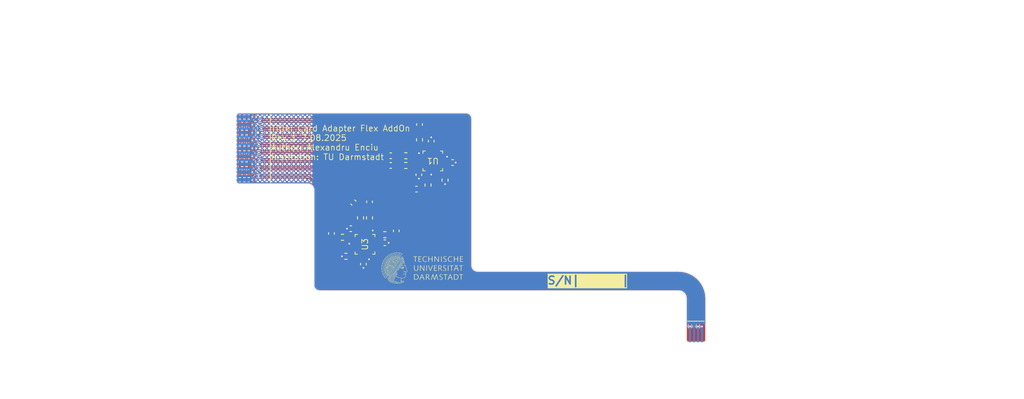
<source format=kicad_pcb>
(kicad_pcb (version 20241229) (generator "pcbnew") (generator_version "9.0")
  (title_block (title "Card Adapter Flex AddOn") (date "2025-08-07") (rev "1"))
  (layers (0 "F.Cu" signal) (2 "B.Cu" signal) (13 "F.Paste" user) (15 "B.Paste" user) (5 "F.SilkS" user "F.Silkscreen") (7 "B.SilkS" user "B.Silkscreen") (1 "F.Mask" user) (3 "B.Mask" user) (25 "Edge.Cuts" user))
  (net 0 "")
  (net 1 "GND")
  (net 2 "Heim_time_in")
  (net 3 "Master_trigger_in")
  (net 4 "+3V3")
  (net 5 "Heim_time_out_1")
  (net 6 "Heim_time_out_2")
  (net 7 "Heim_time_out_3")
  (net 8 "Heim_time_out_4")
  (net 9 "Net-(U1-CLK_OUT1)")
  (net 10 "Master_trigger_out_1")
  (net 11 "Net-(U3-CLK_OUT1)")
  (net 12 "Net-(U3-CLK_OUT2)")
  (net 13 "Master_trigger_out_2")
  (net 14 "Net-(U3-CLK_OUT3)")
  (net 15 "Master_trigger_out_3")
  (net 16 "Net-(U3-CLK_OUT4)")
  (net 17 "Master_trigger_out_4")
  (net 18 "/Heimtime/Signaling")
  (net 19 "/Master trigger/Signaling")
  (net 20 "Net-(U1-CLK_OUT2)")
  (net 21 "Net-(U1-CLK_OUT3)")
  (net 22 "Net-(U1-CLK_OUT4)")
  (net 23 "Net-(C11-Pad2)")
  (net 24 "Net-(C12-Pad2)")
  (net 25 "Net-(C13-Pad2)")
  (net 26 "Net-(C14-Pad2)")
  (net 27 "Net-(C18-Pad2)")
  (net 28 "Net-(C19-Pad2)")
  (net 29 "Net-(C20-Pad2)")
  (net 30 "Net-(C21-Pad2)")
  (footprint "Capacitor_SMD:C_0402_1005Metric" (layer "F.Cu") (at 77.88 63.8 -45)
    (property "Reference" "C19" (hide yes))
    (property "Value" "500fF" (hide yes))
  )
  (footprint "Capacitor_SMD:C_0402_1005Metric" (layer "F.Cu") (at 81.855 68.88 180)
    (property "Reference" "C17" (hide yes))
    (property "Value" "10nF" (hide yes))
  )
  (footprint "Resistor_SMD:R_0402_1005Metric" (layer "F.Cu") (at 76.94 70.595)
    (property "Reference" "R12" (hide yes))
    (property "Value" "10k" (hide yes))
  )
  (footprint "Capacitor_SMD:C_0402_1005Metric" (layer "F.Cu") (at 77.55 67.1)
    (property "Reference" "C15" (hide yes))
    (property "Value" "10nF" (hide yes))
  )
  (footprint "Capacitor_SMD:C_0402_1005Metric" (layer "F.Cu") (at 85.85 62.1)
    (property "Reference" "C11" (hide yes))
    (property "Value" "500fF")
  )
  (footprint "Resistor_SMD:R_0402_1005Metric" (layer "F.Cu") (at 79.92 65.74 -90)
    (property "Reference" "R14" (hide yes))
    (property "Value" "33" (hide yes))
  )
  (footprint "Capacitor_SMD:C_0402_1005Metric" (layer "F.Cu") (at 86.16 60.29 90)
    (property "Reference" "C1" (hide yes))
    (property "Value" "10nF")
  )
  (footprint "Capacitor_SMD:C_0402_1005Metric" (layer "F.Cu") (at 86.24 53.93 -90)
    (property "Reference" "C14" (hide yes))
    (property "Value" "500fF" (hide yes))
  )
  (footprint "Capacitor_SMD:C_0402_1005Metric" (layer "F.Cu") (at 75.11 67.71 -90)
    (property "Reference" "C18" (hide yes))
    (property "Value" "500fF" (hide yes))
  )
  (footprint "Capacitor_SMD:C_0402_1005Metric" (layer "F.Cu") (at 82.6 59.11)
    (property "Reference" "C12" (hide yes))
    (property "Value" "500fF" (hide yes))
  )
  (footprint "0-lib:5PB1214CMGK8" (layer "F.Cu") (at 79.345 69.08 90)
    (property "Reference" "U3")
    (property "Value" "5PB1214" (hide yes))
  )
  (footprint "Capacitor_SMD:C_0402_1005Metric" (layer "F.Cu") (at 90.42 58.74 180)
    (property "Reference" "C2" (hide yes))
    (property "Value" "10nF")
  )
  (footprint "Resistor_SMD:R_0402_1005Metric" (layer "F.Cu") (at 84.51 59.11)
    (property "Reference" "R3" (hide yes))
    (property "Value" "33" (hide yes))
  )
  (footprint "0-lib:5PB1214CMGK8" (layer "F.Cu") (at 87.92 58.54 180)
    (property "Reference" "U1")
    (property "Value" "5PB1214" (hide yes))
  )
  (footprint "Resistor_SMD:R_0402_1005Metric" (layer "F.Cu") (at 87.32 61.59 90)
    (property "Reference" "R4" (hide yes))
    (property "Value" "33" (hide yes))
  )
  (footprint "Resistor_SMD:R_0402_1005Metric" (layer "F.Cu") (at 86.24 55.87 -90)
    (property "Reference" "R1" (hide yes))
    (property "Value" "33" (hide yes))
  )
  (footprint "Capacitor_SMD:C_0402_1005Metric" (layer "F.Cu") (at 79.145 71.58 90)
    (property "Reference" "C16" (hide yes))
    (property "Value" "10nF" (hide yes))
  )
  (footprint "Resistor_SMD:R_0402_1005Metric" (layer "F.Cu") (at 84.51 57.88)
    (property "Reference" "R2" (hide yes))
    (property "Value" "33" (hide yes))
  )
  (footprint "Capacitor_SMD:C_0402_1005Metric" (layer "F.Cu") (at 82.6 57.88)
    (property "Reference" "C13" (hide yes))
    (property "Value" "500fF" (hide yes))
  )
  (footprint "Capacitor_SMD:C_0402_1005Metric" (layer "F.Cu") (at 87.72 56.03 -90)
    (property "Reference" "C3" (hide yes))
    (property "Value" "10nF")
  )
  (footprint "Resistor_SMD:R_0402_1005Metric" (layer "F.Cu") (at 89.47 60.96 90)
    (property "Reference" "R11" (hide yes))
    (property "Value" "10k")
  )
  (footprint "Resistor_SMD:R_0402_1005Metric" (layer "F.Cu") (at 76.5 68.19)
    (property "Reference" "R16" (hide yes))
    (property "Value" "33" (hide yes))
  )
  (footprint "Capacitor_SMD:C_0402_1005Metric" (layer "F.Cu") (at 83.3 67.38 -90)
    (property "Reference" "C21" (hide yes))
    (property "Value" "500fF" (hide yes))
  )
  (footprint "Resistor_SMD:R_0402_1005Metric" (layer "F.Cu") (at 81.855 67.86 180)
    (property "Reference" "R13" (hide yes))
    (property "Value" "33" (hide yes))
  )
  (footprint "Resistor_SMD:R_0402_1005Metric" (layer "F.Cu") (at 78.78 65.74 -90)
    (property "Reference" "R15" (hide yes))
    (property "Value" "33" (hide yes))
  )
  (footprint "Capacitor_SMD:C_0402_1005Metric" (layer "F.Cu") (at 79.92 63.71 -90)
    (property "Reference" "C20" (hide yes))
    (property "Value" "500fF" (hide yes))
  )
  (footprint "0-lib:4-pin-FPC" (layer "B.Cu") (at 121.2 81.47)
    (property "Reference" "J2" (hide yes))
    (property "Value" "4-pin-FPC" (hide yes))
    (fp_line (start -1.25 -2) (end -1.25 -0.3) (stroke (width 0.05)) (layer "Edge.Cuts"))
    (fp_line (start -0.95 0) (end 0.95 0) (stroke (width 0.05)) (layer "Edge.Cuts"))
    (fp_line (start 1.25 -0.3) (end 1.25 -2) (stroke (width 0.05)) (layer "Edge.Cuts"))
    (fp_arc (start -0.95 0) (mid -1.162132 -0.087868) (end -1.25 -0.3) (stroke (width 0.05)) (layer "Edge.Cuts"))
    (fp_arc (start 1.25 -0.3) (mid 1.162132 -0.087868) (end 0.95 0) (stroke (width 0.05)) (layer "Edge.Cuts"))
  )
  (footprint "0-lib:17-pin-FPC" (layer "B.Cu") (at 63.1 56.95 -90)
    (property "Reference" "J1" (hide yes))
    (property "Value" "17-pin-FPC" (hide yes))
    (fp_line (start -4.2 0) (end 4.2 0) (stroke (width 0.05)) (layer "Edge.Cuts"))
    (fp_line (start 4.5 -0.3) (end 4.5 -2) (stroke (width 0.05)) (layer "Edge.Cuts"))
    (fp_line (start -4.5 -2) (end -4.5 -0.3) (stroke (width 0.05)) (layer "Edge.Cuts"))
    (fp_arc (start -4.2 0) (mid -4.412132 -0.087868) (end -4.5 -0.3) (stroke (width 0.05)) (layer "Edge.Cuts"))
    (fp_arc (start 4.5 -0.3) (mid 4.412132 -0.087868) (end 4.2 0) (stroke (width 0.05)) (layer "Edge.Cuts"))
  )
  (gr_rect (start 77.78 71.2) (end 77.95 71.61) (stroke (width 0.2)) (fill yes) (layer "F.Cu") (net 4))
  (gr_rect (start 81.07 69.48) (end 81.77 70.52) (stroke (width 0.2)) (fill yes) (layer "F.Cu") (net 4))
  (gr_rect (start 86.85 55.14) (end 87.135 56.87) (stroke (width 0.2)) (fill yes) (layer "F.Cu") (net 4))
  (gr_rect (start 88.36 56.1) (end 89.07 56.89) (stroke (width 0.2)) (fill yes) (layer "F.Cu") (net 4))
  (gr_rect (start 77.95 70.67) (end 78.56 71.49) (stroke (width 0.2)) (fill yes) (layer "F.Cu") (net 4))
  (gr_rect (start 80.275 70.69) (end 80.805 71.49) (stroke (width 0.2)) (fill yes) (layer "F.Cu") (net 4))
  (gr_rect (start 89.51 59.31) (end 90.09 59.94) (stroke (width 0.2)) (fill yes) (layer "F.Cu") (net 4))
  (gr_poly (pts (xy 87.849124 71.729397) (xy 87.850483 71.729587) (xy 87.852125 71.729884) (xy 87.854031 71.730283) (xy 87.856182 71.730779) (xy 87.858561 71.731367) (xy 87.863923 71.732802) (xy 87.869968 71.734549) (xy 87.876545 71.736571) (xy 87.883505 71.738829) (xy 87.917932 71.750285) (xy 87.907185 71.77837) (xy 87.776304 72.112739) (xy 87.656171 72.419022) (xy 87.617948 72.420579) (xy 87.606866 72.420955) (xy 87.59802 72.421047) (xy 87.594349 72.420969) (xy 87.591131 72.420801) (xy 87.588333 72.420535) (xy 87.585919 72.420164) (xy 87.583854 72.419683) (xy 87.582103 72.419083) (xy 87.580631 72.418359) (xy 87.579403 72.417505) (xy 87.578384 72.416512) (xy 87.577539 72.415375) (xy 87.576832 72.414087) (xy 87.57623 72.412641) (xy 87.576229 72.412641) (xy 87.446462 72.078173) (xy 87.397762 71.95172) (xy 87.358506 71.847648) (xy 87.332702 71.776733) (xy 87.326097 71.757078) (xy 87.324357 71.749753) (xy 87.326047 71.748712) (xy 87.328838 71.747414) (xy 87.337072 71.744245) (xy 87.347754 71.740635) (xy 87.359579 71.736971) (xy 87.371244 71.733642) (xy 87.381444 71.731037) (xy 87.385587 71.730127) (xy 87.388874 71.729543) (xy 87.391143 71.729334) (xy 87.391845 71.729385) (xy 87.392231 71.729549) (xy 87.401596 71.753663) (xy 87.425673 71.817901) (xy 87.503375 72.027622) (xy 87.581822 72.23911) (xy 87.617049 72.33171) (xy 87.617755 72.33295) (xy 87.618395 72.334025) (xy 87.618975 72.334934) (xy 87.619503 72.335679) (xy 87.619749 72.335989) (xy 87.619985 72.336257) (xy 87.620212 72.336485) (xy 87.62043 72.336671) (xy 87.620641 72.336815) (xy 87.620844 72.336919) (xy 87.621042 72.336981) (xy 87.621235 72.337001) (xy 87.621423 72.336981) (xy 87.621608 72.336919) (xy 87.621791 72.336815) (xy 87.621973 72.336671) (xy 87.622154 72.336485) (xy 87.622335 72.336257) (xy 87.622517 72.335989) (xy 87.622702 72.335679) (xy 87.622889 72.335327) (xy 87.623081 72.334934) (xy 87.623479 72.334025) (xy 87.623903 72.33295) (xy 87.624361 72.33171) (xy 87.749397 71.991454) (xy 87.846934 71.729516) (xy 87.847089 71.729421) (xy 87.847331 71.729357) (xy 87.848067 71.729319)) (fill yes) (layer "F.SilkS"))
  (gr_poly (pts (xy 82.696033 71.012874) (xy 82.698925 71.013204) (xy 82.701697 71.013741) (xy 82.704345 71.014474) (xy 82.706866 71.015393) (xy 82.709256 71.016487) (xy 82.711512 71.017747) (xy 82.713629 71.01916) (xy 82.715604 71.020717) (xy 82.717434 71.022407) (xy 82.719115 71.02422) (xy 82.720642 71.026145) (xy 82.722014 71.028171) (xy 82.723225 71.030288) (xy 82.724272 71.032486) (xy 82.725152 71.034753) (xy 82.72586 71.03708) (xy 82.726394 71.039455) (xy 82.72675 71.041868) (xy 82.726923 71.044309) (xy 82.726911 71.046767) (xy 82.72671 71.049231) (xy 82.726315 71.051691) (xy 82.725724 71.054137) (xy 82.724933 71.056558) (xy 82.723937 71.058942) (xy 82.722734 71.061281) (xy 82.72132 71.063562) (xy 82.719691 71.065776) (xy 82.717843 71.067913) (xy 82.715773 71.06996) (xy 82.713478 71.071909) (xy 82.710915 71.073886) (xy 82.708533 71.075635) (xy 82.706306 71.07716) (xy 82.704209 71.078468) (xy 82.702215 71.079564) (xy 82.701249 71.080034) (xy 82.700299 71.080453) (xy 82.699363 71.080821) (xy 82.698436 71.081141) (xy 82.697516 71.081411) (xy 82.6966 71.081633) (xy 82.695684 71.081808) (xy 82.694765 71.081936) (xy 82.69384 71.082018) (xy 82.692905 71.082054) (xy 82.691958 71.082046) (xy 82.690995 71.081994) (xy 82.690013 71.081898) (xy 82.689009 71.08176) (xy 82.686922 71.081359) (xy 82.684708 71.080795) (xy 82.682341 71.080075) (xy 82.679795 71.079204) (xy 82.676701 71.077931) (xy 82.673868 71.076431) (xy 82.671293 71.074721) (xy 82.668973 71.072818) (xy 82.666903 71.070741) (xy 82.66508 71.068506) (xy 82.663501 71.066131) (xy 82.662162 71.063634) (xy 82.66106 71.061033) (xy 82.660192 71.058344) (xy 82.659553 71.055587) (xy 82.659141 71.052777) (xy 82.658951 71.049933) (xy 82.658981 71.047072) (xy 82.659226 71.044212) (xy 82.659684 71.041371) (xy 82.66035 71.038566) (xy 82.661222 71.035814) (xy 82.662296 71.033134) (xy 82.663568 71.030542) (xy 82.665035 71.028056) (xy 82.666693 71.025695) (xy 82.668539 71.023475) (xy 82.670569 71.021414) (xy 82.67278 71.01953) (xy 82.675168 71.01784) (xy 82.67773 71.016361) (xy 82.680462 71.015112) (xy 82.683361 71.01411) (xy 82.686424 71.013373) (xy 82.689646 71.012917) (xy 82.693025 71.012762)) (fill yes) (layer "F.SilkS"))
  (gr_poly (pts (xy 87.002151 70.591089) (xy 87.015094 70.591658) (xy 87.02767 70.592519) (xy 87.039758 70.593675) (xy 87.051237 70.595126) (xy 87.061984 70.596874) (xy 87.071879 70.598921) (xy 87.087272 70.602912) (xy 87.104314 70.608) (xy 87.121928 70.613785) (xy 87.139038 70.619871) (xy 87.154566 70.625858) (xy 87.167436 70.631348) (xy 87.172537 70.633782) (xy 87.176571 70.635943) (xy 87.179401 70.63778) (xy 87.180894 70.639244) (xy 87.181107 70.639854) (xy 87.18115 70.640697) (xy 87.181032 70.641758) (xy 87.180764 70.643018) (xy 87.179817 70.64607) (xy 87.178386 70.649716) (xy 87.176549 70.653818) (xy 87.174384 70.658241) (xy 87.17197 70.662847) (xy 87.169385 70.667498) (xy 87.166708 70.672059) (xy 87.164016 70.676392) (xy 87.161388 70.68036) (xy 87.158901 70.683826) (xy 87.156635 70.686653) (xy 87.154667 70.688704) (xy 87.15382 70.689396) (xy 87.153076 70.689843) (xy 87.152447 70.690027) (xy 87.15194 70.689932) (xy 87.128014 70.677913) (xy 87.1038 70.667783) (xy 87.079393 70.659532) (xy 87.054885 70.653154) (xy 87.03037 70.64864) (xy 87.005941 70.645984) (xy 86.981691 70.645177) (xy 86.957714 70.646212) (xy 86.934103 70.649081) (xy 86.910952 70.653777) (xy 86.888354 70.660291) (xy 86.866402 70.668617) (xy 86.845189 70.678746) (xy 86.824809 70.69067) (xy 86.805355 70.704383) (xy 86.786921 70.719877) (xy 86.77763 70.72885) (xy 86.76882 70.738302) (xy 86.760494 70.748206) (xy 86.752654 70.758536) (xy 86.745303 70.769265) (xy 86.738444 70.780366) (xy 86.732082 70.791814) (xy 86.726217 70.80358) (xy 86.720854 70.815639) (xy 86.715995 70.827964) (xy 86.711644 70.840527) (xy 86.707803 70.853304) (xy 86.701665 70.879387) (xy 86.697604 70.906) (xy 86.695644 70.93293) (xy 86.69581 70.959964) (xy 86.698126 70.986887) (xy 86.700097 71.000242) (xy 86.702615 71.013488) (xy 86.705682 71.026601) (xy 86.709302 71.039553) (xy 86.713477 71.052317) (xy 86.71821 71.064868) (xy 86.723504 71.077177) (xy 86.729363 71.08922) (xy 86.73579 71.100968) (xy 86.742786 71.112396) (xy 86.750882 71.124246) (xy 86.759488 71.135563) (xy 86.768596 71.146342) (xy 86.778198 71.156576) (xy 86.788286 71.16626) (xy 86.798852 71.175389) (xy 86.809887 71.183957) (xy 86.821382 71.19196) (xy 86.833331 71.19939) (xy 86.845724 71.206244) (xy 86.858553 71.212516) (xy 86.87181 71.218199) (xy 86.885487 71.223289) (xy 86.899576 71.227781) (xy 86.914067 71.231668) (xy 86.928954 71.234946) (xy 86.942766 71.237571) (xy 86.948774 71.238605) (xy 86.954318 71.239455) (xy 86.959501 71.24012) (xy 86.964424 71.240601) (xy 86.96919 71.240898) (xy 86.973899 71.241013) (xy 86.978654 71.240946) (xy 86.983557 71.240696) (xy 86.98871 71.240265) (xy 86.994214 71.239654) (xy 87.000171 71.238862) (xy 87.006683 71.23789) (xy 87.02178 71.23541) (xy 87.032607 71.233347) (xy 87.044235 71.230735) (xy 87.056345 71.227665) (xy 87.068616 71.224232) (xy 87.080729 71.220529) (xy 87.092364 71.21665) (xy 87.1032 71.212688) (xy 87.112918 71.208738) (xy 87.155505 71.190326) (xy 87.166609 71.210082) (xy 87.168839 71.214156) (xy 87.17092 71.218162) (xy 87.172806 71.221997) (xy 87.17445 71.225558) (xy 87.175809 71.228744) (xy 87.176836 71.231451) (xy 87.177211 71.232594) (xy 87.177485 71.233579) (xy 87.177654 71.234393) (xy 87.177712 71.235024) (xy 87.17752 71.235766) (xy 87.176953 71.236629) (xy 87.176029 71.237605) (xy 87.174763 71.238687) (xy 87.171268 71.241143) (xy 87.166598 71.243942) (xy 87.160879 71.247027) (xy 87.154239 71.250342) (xy 87.146807 71.253833) (xy 87.138711 71.257444) (xy 87.130078 71.261118) (xy 87.121036 71.2648) (xy 87.111712 71.268434) (xy 87.102236 71.271966) (xy 87.092735 71.275338) (xy 87.083336 71.278496) (xy 87.074167 71.281383) (xy 87.065357 71.283945) (xy 87.056374 71.286175) (xy 87.046561 71.288135) (xy 87.036024 71.289825) (xy 87.024873 71.291242) (xy 87.013215 71.292385) (xy 87.001158 71.293252) (xy 86.98881 71.293843) (xy 86.976279 71.294155) (xy 86.963673 71.294187) (xy 86.951098 71.293938) (xy 86.938665 71.293406) (xy 86.926479 71.29259) (xy 86.91465 71.291487) (xy 86.903285 71.290098) (xy 86.892492 71.28842) (xy 86.882379 71.286451) (xy 86.869298 71.28328) (xy 86.856156 71.279446) (xy 86.843004 71.274978) (xy 86.829888 71.269905) (xy 86.816859 71.264257) (xy 86.803965 71.258064) (xy 86.791256 71.251355) (xy 86.778779 71.244159) (xy 86.766584 71.236506) (xy 86.754721 71.228426) (xy 86.743236 71.219947) (xy 86.732181 71.211098) (xy 86.721603 71.201911) (xy 86.711551 71.192413) (xy 86.702074 71.182635) (xy 86.693222 71.172605) (xy 86.688037 71.166079) (xy 86.682805 71.15881) (xy 86.677563 71.150879) (xy 86.672346 71.142365) (xy 86.667192 71.133347) (xy 86.662136 71.123904) (xy 86.657215 71.114116) (xy 86.652466 71.104061) (xy 86.647923 71.09382) (xy 86.643624 71.083472) (xy 86.639606 71.073095) (xy 86.635904 71.06277) (xy 86.632554 71.052575) (xy 86.629594 71.042591) (xy 86.627059 71.032895) (xy 86.624985 71.023568) (xy 86.621739 71.005309) (xy 86.619343 70.987163) (xy 86.617786 70.969151) (xy 86.617053 70.951294) (xy 86.617133 70.933614) (xy 86.618012 70.916132) (xy 86.619678 70.89887) (xy 86.622117 70.881849) (xy 86.625317 70.865091) (xy 86.629265 70.848616) (xy 86.633948 70.832446) (xy 86.639354 70.816602) (xy 86.645468 70.801107) (xy 86.652279 70.78598) (xy 86.659774 70.771244) (xy 86.66794 70.75692) (xy 86.676763 70.743029) (xy 86.686232 70.729593) (xy 86.696332 70.716633) (xy 86.707052 70.70417) (xy 86.718378 70.692226) (xy 86.730298 70.680822) (xy 86.742799 70.669979) (xy 86.755867 70.659719) (xy 86.76949 70.650064) (xy 86.783656 70.641034) (xy 86.79835 70.632651) (xy 86.813562 70.624936) (xy 86.829276 70.617911) (xy 86.845481 70.611596) (xy 86.862164 70.606015) (xy 86.879312 70.601187) (xy 86.889233 70.598907) (xy 86.900004 70.596906) (xy 86.911502 70.595184) (xy 86.923606 70.593744) (xy 86.936195 70.592586) (xy 86.949146 70.591713) (xy 86.962339 70.591125) (xy 86.975652 70.590824) (xy 86.988963 70.590812)) (fill yes) (layer "F.SilkS"))
  (gr_poly (pts (xy 90.292337 73.209869) (xy 90.344226 73.340518) (xy 90.386124 73.448039) (xy 90.413748 73.521299) (xy 90.42087 73.541602) (xy 90.422819 73.549165) (xy 90.422247 73.54958) (xy 90.421362 73.550093) (xy 90.420182 73.550695) (xy 90.418725 73.55138) (xy 90.415058 73.552969) (xy 90.410509 73.554801) (xy 90.405227 73.556818) (xy 90.399362 73.558961) (xy 90.393062 73.561173) (xy 90.386477 73.563393) (xy 90.354096 73.574089) (xy 90.30927 73.454285) (xy 90.264445 73.33448) (xy 90.114838 73.33448) (xy 89.965229 73.33448) (xy 89.92082 73.450482) (xy 89.90336 73.495739) (xy 89.88865 73.533213) (xy 89.878238 73.559007) (xy 89.875126 73.566306) (xy 89.87367 73.569224) (xy 89.873482 73.569349) (xy 89.873202 73.569443) (xy 89.872834 73.569505) (xy 89.872379 73.569536) (xy 89.87122 73.56951) (xy 89.869746 73.569367) (xy 89.867975 73.569114) (xy 89.865928 73.568753) (xy 89.863626 73.568291) (xy 89.861088 73.567731) (xy 89.858333 73.567078) (xy 89.855383 73.566337) (xy 89.848975 73.564609) (xy 89.842023 73.562582) (xy 89.834686 73.560293) (xy 89.798446 73.54862) (xy 89.912479 73.272221) (xy 89.989511 73.272221) (xy 89.989541 73.272543) (xy 89.989607 73.272855) (xy 89.989709 73.273157) (xy 89.989851 73.273448) (xy 89.990035 73.27373) (xy 89.990263 73.274001) (xy 89.990537 73.274263) (xy 89.99086 73.274516) (xy 89.991234 73.27476) (xy 89.991662 73.274994) (xy 89.992145 73.27522) (xy 89.992685 73.275436) (xy 89.993286 73.275645) (xy 89.99395 73.275844) (xy 89.994678 73.276036) (xy 89.995473 73.276219) (xy 89.996338 73.276395) (xy 89.997274 73.276563) (xy 89.998284 73.276723) (xy 90.000534 73.277022) (xy 90.003108 73.277293) (xy 90.006023 73.277537) (xy 90.009298 73.277755) (xy 90.01295 73.27795) (xy 90.016999 73.278122) (xy 90.021463 73.278272) (xy 90.026359 73.278403) (xy 90.031706 73.278515) (xy 90.037523 73.27861) (xy 90.043827 73.278689) (xy 90.057973 73.278806) (xy 90.074289 73.278875) (xy 90.092923 73.278909) (xy 90.11402 73.278918) (xy 90.163552 73.278661) (xy 90.204114 73.27796) (xy 90.231521 73.276922) (xy 90.238983 73.276311) (xy 90.240925 73.275988) (xy 90.241586 73.275655) (xy 90.222293 73.22096) (xy 90.179738 73.10603) (xy 90.136906 72.992395) (xy 90.116783 72.941582) (xy 90.115266 72.945097) (xy 90.11145 72.954638) (xy 90.097942 72.989174) (xy 90.054567 73.101675) (xy 89.990087 73.269658) (xy 89.989805 73.270447) (xy 89.989695 73.270824) (xy 89.989608 73.271189) (xy 89.989547 73.271544) (xy 89.989514 73.271888) (xy 89.989511 73.272221) (xy 89.912479 73.272221) (xy 89.937587 73.211363) (xy 90.076729 72.874105) (xy 90.117311 72.874105) (xy 90.157894 72.874105)) (fill yes) (layer "F.SilkS"))
  (gr_poly (pts (xy 84.221352 71.956091) (xy 84.233309 71.956381) (xy 84.243082 71.956903) (xy 84.247223 71.957261) (xy 84.250906 71.957689) (xy 84.254161 71.95819) (xy 84.257017 71.958769) (xy 84.259504 71.95943) (xy 84.261651 71.960176) (xy 84.263487 71.961012) (xy 84.265042 71.961941) (xy 84.266345 71.962968) (xy 84.267426 71.964095) (xy 84.268305 71.965257) (xy 84.269059 71.966467) (xy 84.269689 71.967722) (xy 84.270199 71.969018) (xy 84.27059 71.970351) (xy 84.270864 71.971717) (xy 84.271023 71.973114) (xy 84.27107 71.974536) (xy 84.271006 71.975979) (xy 84.270834 71.977441) (xy 84.270556 71.978917) (xy 84.270174 71.980404) (xy 84.26969 71.981897) (xy 84.269106 71.983393) (xy 84.268425 71.984887) (xy 84.267648 71.986377) (xy 84.266778 71.987858) (xy 84.265816 71.989326) (xy 84.264765 71.990778) (xy 84.263628 71.99221) (xy 84.262405 71.993618) (xy 84.2611 71.994997) (xy 84.259714 71.996345) (xy 84.258249 71.997657) (xy 84.256708 71.99893) (xy 84.255093 72.00016) (xy 84.253406 72.001342) (xy 84.251648 72.002474) (xy 84.249823 72.00355) (xy 84.247932 72.004568) (xy 84.245977 72.005524) (xy 84.243961 72.006414) (xy 84.225942 72.013943) (xy 84.228686 72.044503) (xy 84.229186 72.051649) (xy 84.229395 72.058691) (xy 84.229319 72.065609) (xy 84.228963 72.072385) (xy 84.228332 72.079) (xy 84.22743 72.085438) (xy 84.226262 72.091678) (xy 84.224834 72.097702) (xy 84.223149 72.103493) (xy 84.221213 72.109031) (xy 84.219031 72.114299) (xy 84.216608 72.119277) (xy 84.213948 72.123948) (xy 84.211056 72.128293) (xy 84.207937 72.132294) (xy 84.204596 72.135932) (xy 84.202532 72.137919) (xy 84.200465 72.139749) (xy 84.198371 72.141429) (xy 84.196229 72.142968) (xy 84.194017 72.144375) (xy 84.191712 72.145657) (xy 84.189293 72.146824) (xy 84.186738 72.147884) (xy 84.184023 72.148846) (xy 84.181128 72.149717) (xy 84.17803 72.150507) (xy 84.174708 72.151223) (xy 84.171138 72.151875) (xy 84.167298 72.15247) (xy 84.163168 72.153018) (xy 84.158724 72.153527) (xy 84.13509 72.155789) (xy 84.111537 72.157534) (xy 84.088329 72.158759) (xy 84.065736 72.159458) (xy 84.044022 72.159626) (xy 84.023457 72.159257) (xy 84.004306 72.158347) (xy 83.986838 72.156889) (xy 83.986837 72.156889) (xy 83.976722 72.155656) (xy 83.965197 72.153953) (xy 83.952665 72.151856) (xy 83.939526 72.149443) (xy 83.926183 72.146789) (xy 83.913037 72.143972) (xy 83.900489 72.141069) (xy 83.888941 72.138156) (xy 83.871136 72.13349) (xy 83.85694 72.129933) (xy 83.84569 72.127386) (xy 83.840961 72.12646) (xy 83.836718 72.125747) (xy 83.832879 72.125237) (xy 83.829359 72.124917) (xy 83.826076 72.124773) (xy 83.822947 72.124793) (xy 83.819888 72.124965) (xy 83.816815 72.125276) (xy 83.810299 72.126264) (xy 83.809786 72.12634) (xy 83.809265 72.126392) (xy 83.808199 72.126423) (xy 83.807111 72.126362) (xy 83.806009 72.126212) (xy 83.804899 72.125978) (xy 83.80379 72.125662) (xy 83.802691 72.12527) (xy 83.80161 72.124803) (xy 83.800553 72.124267) (xy 83.799531 72.123665) (xy 83.79855 72.123001) (xy 83.797619 72.122279) (xy 83.796745 72.121502) (xy 83.795938 72.120674) (xy 83.795204 72.119799) (xy 83.794552 72.118881) (xy 83.79412 72.118188) (xy 83.79373 72.117506) (xy 83.793384 72.116834) (xy 83.793082 72.116168) (xy 83.792826 72.115506) (xy 83.792617 72.114847) (xy 83.792456 72.114187) (xy 83.792343 72.113525) (xy 83.792281 72.112857) (xy 83.792269 72.112181) (xy 83.79231 72.111496) (xy 83.792403 72.110798) (xy 83.792551 72.110086) (xy 83.792754 72.109356) (xy 83.793013 72.108607) (xy 83.79333 72.107836) (xy 83.793705 72.10704) (xy 83.794139 72.106218) (xy 83.794634 72.105367) (xy 83.79519 72.104485) (xy 83.795809 72.103568) (xy 83.796491 72.102615) (xy 83.797239 72.101624) (xy 83.798052 72.100591) (xy 83.799879 72.098394) (xy 83.801982 72.096003) (xy 83.804201 72.093584) (xy 83.859837 72.093584) (xy 83.86001 72.094057) (xy 83.860522 72.094585) (xy 83.861358 72.095165) (xy 83.862505 72.095793) (xy 83.865681 72.097184) (xy 83.869945 72.098731) (xy 83.875191 72.100408) (xy 83.881312 72.102189) (xy 83.89576 72.10596) (xy 83.912445 72.109835) (xy 83.930519 72.113609) (xy 83.949139 72.117072) (xy 83.958389 72.118622) (xy 83.967458 72.120017) (xy 83.983421 72.122334) (xy 83.995295 72.123865) (xy 83.999869 72.124292) (xy 84.003626 72.124469) (xy 84.006634 72.124378) (xy 84.007878 72.124226) (xy 84.008961 72.124001) (xy 84.00989 72.123701) (xy 84.010675 72.123322) (xy 84.011324 72.122862) (xy 84.011846 72.122321) (xy 84.012248 72.121694) (xy 84.01254 72.12098) (xy 84.01273 72.120178) (xy 84.012827 72.119283) (xy 84.012775 72.117212) (xy 84.012452 72.114747) (xy 84.011265 72.108569) (xy 84.010523 72.104461) (xy 84.009697 72.099198) (xy 84.008816 72.092997) (xy 84.007907 72.086076) (xy 84.006115 72.070943) (xy 84.005287 72.063167) (xy 84.004542 72.05554) (xy 84.003266 72.041628) (xy 84.002601 72.036141) (xy 84.00221 72.033758) (xy 84.00176 72.031612) (xy 84.001626 72.031122) (xy 84.039705 72.031122) (xy 84.039754 72.043717) (xy 84.039875 72.051147) (xy 84.040221 72.059006) (xy 84.040768 72.067056) (xy 84.041493 72.075058) (xy 84.04237 72.082774) (xy 84.043375 72.089966) (xy 84.044484 72.096396) (xy 84.045674 72.101825) (xy 84.051593 72.125335) (xy 84.088573 72.125335) (xy 84.099666 72.125278) (xy 84.108234 72.125056) (xy 84.111654 72.124861) (xy 84.114544 72.124596) (xy 84.116937 72.124252) (xy 84.118866 72.123821) (xy 84.120365 72.123292) (xy 84.121467 72.122656) (xy 84.12188 72.122295) (xy 84.122206 72.121904) (xy 84.12245 72.121482) (xy 84.122616 72.121027) (xy 84.122707 72.120538) (xy 84.122729 72.120015) (xy 84.12258 72.118858) (xy 84.122202 72.117548) (xy 84.121628 72.116074) (xy 84.11639 72.10328) (xy 84.11416 72.097447) (xy 84.112178 72.091941) (xy 84.110437 72.086726) (xy 84.10893 72.081763) (xy 84.107647 72.077018) (xy 84.106582 72.072453) (xy 84.105726 72.068032) (xy 84.105072 72.063718) (xy 84.104612 72.059473) (xy 84.104337 72.055263) (xy 84.104241 72.051049) (xy 84.104315 72.046795) (xy 84.104552 72.042465) (xy 84.104943 72.038022) (xy 84.105561 72.032531) (xy 84.106272 72.027067) (xy 84.107051 72.021775) (xy 84.107873 72.016798) (xy 84.108712 72.012281) (xy 84.109544 72.008367) (xy 84.110342 72.005201) (xy 84.111083 72.002925) (xy 84.111348 72.002231) (xy 84.111578 72.001579) (xy 84.11177 72.000967) (xy 84.111921 72.000396) (xy 84.112029 71.999865) (xy 84.112091 71.999373) (xy 84.112105 71.99892) (xy 84.112067 71.998506) (xy 84.111976 71.99813) (xy 84.111909 71.997956) (xy 84.111828 71.997792) (xy 84.111733 71.997637) (xy 84.111622 71.99749) (xy 84.111496 71.997354) (xy 84.111354 71.997226) (xy 84.111196 71.997107) (xy 84.111021 71.996997) (xy 84.110622 71.996804) (xy 84.110154 71.996646) (xy 84.109613 71.996523) (xy 84.108998 71.996434) (xy 84.108305 71.996379) (xy 84.107533 71.996357) (xy 84.106678 71.996368) (xy 84.105738 71.996412) (xy 84.10471 71.996487) (xy 84.103591 71.996593) (xy 84.10238 71.99673) (xy 84.101073 71.996898) (xy 84.099668 71.997095) (xy 84.096553 71.997578) (xy 84.093014 71.998175) (xy 84.089029 71.998882) (xy 84.07175 72.001964) (xy 84.064872 72.003257) (xy 84.059051 72.00449) (xy 84.0542 72.005744) (xy 84.050231 72.007098) (xy 84.04855 72.007838) (xy 84.047056 72.008633) (xy 84.045739 72.009493) (xy 84.044588 72.010427) (xy 84.043592 72.011447) (xy 84.042739 72.012561) (xy 84.042019 72.013781) (xy 84.041421 72.015115) (xy 84.040933 72.016574) (xy 84.040546 72.018168) (xy 84.040027 72.0218) (xy 84.039776 72.026092) (xy 84.039705 72.031122) (xy 84.001626 72.031122) (xy 84.001237 72.029703) (xy 84.000625 72.028027) (xy 83.999909 72.026583) (xy 83.999076 72.025368) (xy 83.998109 72.024382) (xy 83.996995 72.023622) (xy 83.995718 72.023086) (xy 83.994263 72.022772) (xy 83.992616 72.022678) (xy 83.990762 72.022802) (xy 83.988686 72.023142) (xy 83.986373 72.023697) (xy 83.983808 72.024464) (xy 83.980977 72.025441) (xy 83.974455 72.028019) (xy 83.96669 72.031415) (xy 83.957562 72.035613) (xy 83.934742 72.046354) (xy 83.918064 72.054405) (xy 83.903261 72.061978) (xy 83.890441 72.069005) (xy 83.87971 72.075418) (xy 83.875162 72.078374) (xy 83.871177 72.081151) (xy 83.867768 72.083741) (xy 83.864949 72.086135) (xy 83.862733 72.088325) (xy 83.861133 72.090302) (xy 83.860163 72.092058) (xy 83.859837 72.093584) (xy 83.804201 72.093584) (xy 83.804369 72.093401) (xy 83.807049 72.090567) (xy 83.822701 72.075493) (xy 83.840051 72.061156) (xy 83.859001 72.047588) (xy 83.879455 72.034821) (xy 83.901316 72.022888) (xy 83.924487 72.011823) (xy 83.948872 72.001656) (xy 83.974374 71.992422) (xy 84.000896 71.984152) (xy 84.028341 71.976878) (xy 84.056612 71.970635) (xy 84.085613 71.965454) (xy 84.115247 71.961367) (xy 84.145417 71.958408) (xy 84.176026 71.956608) (xy 84.206978 71.956001)) (fill yes) (layer "F.SilkS"))
  (gr_poly (pts (xy 91.728545 70.633085) (xy 91.728545 70.664835) (xy 91.580278 70.664835) (xy 91.432009 70.664835) (xy 91.433434 70.782574) (xy 91.434858 70.900314) (xy 91.568472 70.901728) (xy 91.702086 70.903141) (xy 91.702086 70.932064) (xy 91.702086 70.960986) (xy 91.568472 70.9624) (xy 91.434858 70.963814) (xy 91.433442 71.094783) (xy 91.432027 71.225751) (xy 91.580286 71.225751) (xy 91.728545 71.225751) (xy 91.728545 71.257501) (xy 91.728545 71.289251) (xy 91.543337 71.289251) (xy 91.358129 71.289251) (xy 91.358129 70.945293) (xy 91.358129 70.601335) (xy 91.543337 70.601335) (xy 91.728545 70.601335)) (fill yes) (layer "F.SilkS"))
  (gr_poly (pts (xy 89.902919 72.080356) (xy 89.902919 72.421668) (xy 89.865878 72.421668) (xy 89.828836 72.421668) (xy 89.828836 72.080356) (xy 89.828836 71.739043) (xy 89.865878 71.739043) (xy 89.902919 71.739043)) (fill yes) (layer "F.SilkS"))
  (gr_poly (pts (xy 90.66368 70.750824) (xy 90.665086 70.897668) (xy 90.850127 70.897668) (xy 91.035168 70.897668) (xy 91.036574 70.750824) (xy 91.03798 70.60398) (xy 91.075023 70.60398) (xy 91.112064 70.60398) (xy 91.112064 70.945293) (xy 91.112064 71.286605) (xy 91.075023 71.286605) (xy 91.03798 71.286605) (xy 91.036581 71.123887) (xy 91.035182 70.961168) (xy 90.850126 70.961168) (xy 90.665071 70.961168) (xy 90.663672 71.123887) (xy 90.662272 71.286605) (xy 90.626481 71.288172) (xy 90.617555 71.288467) (xy 90.609939 71.288508) (xy 90.606602 71.288429) (xy 90.603567 71.288284) (xy 90.600828 71.28807) (xy 90.598374 71.287786) (xy 90.596199 71.287432) (xy 90.594294 71.287006) (xy 90.59265 71.286507) (xy 90.59126 71.285935) (xy 90.590115 71.285287) (xy 90.589207 71.284562) (xy 90.588527 71.28376) (xy 90.588068 71.28288) (xy 90.58807 71.28288) (xy 90.587571 71.274644) (xy 90.58716 71.253703) (xy 90.586621 71.17933) (xy 90.586494 71.071013) (xy 90.586819 70.940001) (xy 90.58819 70.60398) (xy 90.625232 70.60398) (xy 90.662274 70.60398)) (fill yes) (layer "F.SilkS"))
  (gr_poly (pts (xy 85.944753 70.633085) (xy 85.944753 70.664835) (xy 85.844212 70.664835) (xy 85.74367 70.664835) (xy 85.74367 70.977043) (xy 85.74367 71.289251) (xy 85.706628 71.289251) (xy 85.669587 71.289251) (xy 85.669587 70.977043) (xy 85.669587 70.664835) (xy 85.569045 70.664835) (xy 85.468503 70.664835) (xy 85.468503 70.633085) (xy 85.468503 70.601335) (xy 85.706628 70.601335) (xy 85.944753 70.601335)) (fill yes) (layer "F.SilkS"))
  (gr_poly (pts (xy 90.73768 72.872808) (xy 90.820503 72.874451) (xy 90.849232 72.875452) (xy 90.871621 72.876729) (xy 90.889257 72.878398) (xy 90.903724 72.880577) (xy 90.916611 72.883381) (xy 90.929502 72.886927) (xy 90.955021 72.895269) (xy 90.979089 72.904817) (xy 91.001702 72.915568) (xy 91.012463 72.921395) (xy 91.022859 72.927521) (xy 91.03289 72.933947) (xy 91.042556 72.940672) (xy 91.051857 72.947696) (xy 91.060792 72.955017) (xy 91.069361 72.962637) (xy 91.077564 72.970555) (xy 91.0854 72.97877) (xy 91.092869 72.987281) (xy 91.099971 72.99609) (xy 91.106705 73.005194) (xy 91.113071 73.014594) (xy 91.119069 73.024289) (xy 91.124698 73.034279) (xy 91.129958 73.044564) (xy 91.13485 73.055144) (xy 91.139371 73.066017) (xy 91.143523 73.077183) (xy 91.147305 73.088643) (xy 91.153757 73.11244) (xy 91.158725 73.137406) (xy 91.162205 73.163536) (xy 91.164497 73.198181) (xy 91.164186 73.23164) (xy 91.163068 73.247904) (xy 91.161316 73.263848) (xy 91.158935 73.279462) (xy 91.155931 73.29474) (xy 91.152309 73.309671) (xy 91.148074 73.32425) (xy 91.143232 73.338467) (xy 91.137789 73.352314) (xy 91.131749 73.365783) (xy 91.125119 73.378866) (xy 91.117904 73.391555) (xy 91.110108 73.403842) (xy 91.101739 73.415718) (xy 91.0928 73.427175) (xy 91.083298 73.438205) (xy 91.073239 73.448801) (xy 91.062626 73.458953) (xy 91.051467 73.468654) (xy 91.039765 73.477896) (xy 91.027528 73.48667) (xy 91.01476 73.494969) (xy 91.001467 73.502783) (xy 90.987654 73.510106) (xy 90.973326 73.516928) (xy 90.95849 73.523243) (xy 90.94315 73.52904) (xy 90.910982 73.539054) (xy 90.904177 73.540831) (xy 90.89753 73.542427) (xy 90.890873 73.543855) (xy 90.884039 73.545127) (xy 90.876858 73.546256) (xy 90.869165 73.547253) (xy 90.86079 73.548132) (xy 90.851567 73.548906) (xy 90.841327 73.549586) (xy 90.829903 73.550185) (xy 90.802832 73.551192) (xy 90.76901 73.552025) (xy 90.727096 73.552786) (xy 90.585544 73.555099) (xy 90.585544 73.212772) (xy 90.659627 73.212772) (xy 90.659627 73.495876) (xy 90.739226 73.495876) (xy 90.758064 73.49574) (xy 90.776001 73.495333) (xy 90.792946 73.494664) (xy 90.808809 73.493738) (xy 90.823497 73.492561) (xy 90.836921 73.49114) (xy 90.848989 73.48948) (xy 90.859611 73.487589) (xy 90.873878 73.484407) (xy 90.887754 73.480745) (xy 90.901234 73.47661) (xy 90.91431 73.472009) (xy 90.926978 73.466951) (xy 90.93923 73.461444) (xy 90.951061 73.455496) (xy 90.962464 73.449113) (xy 90.973434 73.442306) (xy 90.983964 73.43508) (xy 90.994049 73.427445) (xy 91.003682 73.419408) (xy 91.012856 73.410977) (xy 91.021567 73.40216) (xy 91.029808 73.392965) (xy 91.037572 73.3834) (xy 91.044854 73.373473) (xy 91.051647 73.363191) (xy 91.057945 73.352563) (xy 91.063743 73.341597) (xy 91.069034 73.330299) (xy 91.073812 73.31868) (xy 91.078071 73.306745) (xy 91.081805 73.294504) (xy 91.085007 73.281963) (xy 91.087672 73.269132) (xy 91.089793 73.256018) (xy 91.091365 73.242628) (xy 91.092381 73.228972) (xy 91.092835 73.215056) (xy 91.092721 73.200889) (xy 91.092033 73.186478) (xy 91.090919 73.173444) (xy 91.089351 73.160715) (xy 91.087332 73.148293) (xy 91.084866 73.13618) (xy 91.081955 73.124381) (xy 91.078602 73.112898) (xy 91.07481 73.101734) (xy 91.070582 73.090892) (xy 91.065921 73.080374) (xy 91.060829 73.070185) (xy 91.05531 73.060327) (xy 91.049367 73.050802) (xy 91.043002 73.041614) (xy 91.036218 73.032766) (xy 91.029019 73.024261) (xy 91.021407 73.016102) (xy 91.013385 73.008291) (xy 91.004956 73.000832) (xy 90.996123 72.993727) (xy 90.986889 72.986981) (xy 90.977256 72.980595) (xy 90.967229 72.974572) (xy 90.956808 72.968916) (xy 90.945999 72.96363) (xy 90.934802 72.958716) (xy 90.923222 72.954178) (xy 90.911262 72.950018) (xy 90.898923 72.946239) (xy 90.886209 72.942845) (xy 90.873124 72.939838) (xy 90.845848 72.934999) (xy 90.837196 72.933968) (xy 90.82615 72.933002) (xy 90.813163 72.932123) (xy 90.79869 72.931351) (xy 90.783187 72.930709) (xy 90.767106 72.930217) (xy 90.750904 72.929898) (xy 90.735034 72.929773) (xy 90.659627 72.929668) (xy 90.659627 73.212772) (xy 90.585544 73.212772) (xy 90.585544 73.212744) (xy 90.585544 72.870388)) (fill yes) (layer "F.SilkS"))
  (gr_poly (pts (xy 91.739128 71.768147) (xy 91.739128 71.797251) (xy 91.638587 71.797251) (xy 91.538045 71.797251) (xy 91.538045 72.10946) (xy 91.538045 72.421668) (xy 91.501003 72.421668) (xy 91.463962 72.421668) (xy 91.463962 72.10946) (xy 91.463962 71.797251) (xy 91.36342 71.797251) (xy 91.262878 71.797251) (xy 91.262878 71.768147) (xy 91.262878 71.739043) (xy 91.501003 71.739043) (xy 91.739128 71.739043)) (fill yes) (layer "F.SilkS"))
  (gr_poly (pts (xy 89.485507 70.590868) (xy 89.495372 70.59122) (xy 89.505021 70.591812) (xy 89.51447 70.592645) (xy 89.523734 70.593724) (xy 89.532828 70.595053) (xy 89.541767 70.596634) (xy 89.550566 70.598471) (xy 89.55924 70.600567) (xy 89.567805 70.602926) (xy 89.576276 70.605552) (xy 89.584668 70.608447) (xy 89.592996 70.611615) (xy 89.601275 70.61506) (xy 89.60952 70.618785) (xy 89.617747 70.622792) (xy 89.648272 70.638202) (xy 89.635227 70.661544) (xy 89.62218 70.684886) (xy 89.586602 70.666854) (xy 89.576237 70.66182) (xy 89.566006 70.657293) (xy 89.555903 70.653272) (xy 89.545919 70.649756) (xy 89.536046 70.646745) (xy 89.526277 70.644237) (xy 89.516605 70.642231) (xy 89.50702 70.640726) (xy 89.497517 70.639722) (xy 89.488086 70.639217) (xy 89.478721 70.63921) (xy 89.469414 70.6397) (xy 89.460156 70.640686) (xy 89.450941 70.642168) (xy 89.44176 70.644144) (xy 89.432606 70.646613) (xy 89.427637 70.648196) (xy 89.42277 70.649961) (xy 89.418009 70.651903) (xy 89.413357 70.654017) (xy 89.408818 70.656299) (xy 89.404395 70.658745) (xy 89.400093 70.661349) (xy 89.395914 70.664106) (xy 89.391863 70.667013) (xy 89.387942 70.670064) (xy 89.384156 70.673254) (xy 89.380509 70.67658) (xy 89.377003 70.680036) (xy 89.373642 70.683618) (xy 89.37043 70.68732) (xy 89.367371 70.691139) (xy 89.364468 70.695069) (xy 89.361725 70.699106) (xy 89.359146 70.703246) (xy 89.356733 70.707483) (xy 89.354491 70.711812) (xy 89.352423 70.71623) (xy 89.350533 70.720731) (xy 89.348824 70.725311) (xy 89.347301 70.729965) (xy 89.345966 70.734689) (xy 89.344823 70.739477) (xy 89.343876 70.744325) (xy 89.343129 70.749228) (xy 89.342585 70.754182) (xy 89.342247 70.759182) (xy 89.34212 70.764224) (xy 89.342364 70.775333) (xy 89.342724 70.780589) (xy 89.343262 70.785666) (xy 89.343991 70.790577) (xy 89.344924 70.795336) (xy 89.346075 70.799957) (xy 89.347457 70.804454) (xy 89.349084 70.80884) (xy 89.350969 70.81313) (xy 89.353126 70.817337) (xy 89.355569 70.821475) (xy 89.358311 70.825559) (xy 89.361365 70.829601) (xy 89.364745 70.833617) (xy 89.368465 70.83762) (xy 89.372538 70.841623) (xy 89.376978 70.845641) (xy 89.381797 70.849688) (xy 89.387011 70.853777) (xy 89.392631 70.857922) (xy 89.398672 70.862138) (xy 89.412071 70.870836) (xy 89.427315 70.879982) (xy 89.444513 70.889686) (xy 89.463772 70.900061) (xy 89.485201 70.911217) (xy 89.50912 70.923753) (xy 89.530758 70.935657) (xy 89.550218 70.947047) (xy 89.567602 70.958039) (xy 89.583012 70.96875) (xy 89.59655 70.979296) (xy 89.608317 70.989795) (xy 89.618416 71.000363) (xy 89.622872 71.005709) (xy 89.626949 71.011117) (xy 89.63066 71.0166) (xy 89.634017 71.022173) (xy 89.637034 71.027851) (xy 89.639724 71.033648) (xy 89.642098 71.039579) (xy 89.64417 71.045659) (xy 89.647457 71.058323) (xy 89.649689 71.071756) (xy 89.650966 71.086075) (xy 89.65139 71.101397) (xy 89.651132 71.113703) (xy 89.650309 71.125653) (xy 89.64893 71.137243) (xy 89.646999 71.148467) (xy 89.644525 71.159321) (xy 89.641513 71.1698) (xy 89.637972 71.179898) (xy 89.633906 71.189611) (xy 89.629324 71.198933) (xy 89.624231 71.207859) (xy 89.618635 71.216384) (xy 89.612542 71.224503) (xy 89.605958 71.232211) (xy 89.598892 71.239503) (xy 89.591349 71.246373) (xy 89.583336 71.252818) (xy 89.57486 71.258831) (xy 89.565928 71.264407) (xy 89.556546 71.269542) (xy 89.546721 71.274231) (xy 89.536459 71.278468) (xy 89.525768 71.282247) (xy 89.514655 71.285565) (xy 89.503125 71.288417) (xy 89.491186 71.290796) (xy 89.478844 71.292698) (xy 89.466107 71.294117) (xy 89.45298 71.29505) (xy 89.439471 71.29549) (xy 89.425587 71.295433) (xy 89.411333 71.294873) (xy 89.396717 71.293806) (xy 89.396718 71.293805) (xy 89.389228 71.293046) (xy 89.381735 71.292106) (xy 89.374247 71.29099) (xy 89.366773 71.289699) (xy 89.35932 71.288235) (xy 89.351898 71.286602) (xy 89.344514 71.2848) (xy 89.337177 71.282833) (xy 89.329894 71.280703) (xy 89.322675 71.278412) (xy 89.315527 71.275962) (xy 89.308459 71.273356) (xy 89.301479 71.270597) (xy 89.294595 71.267685) (xy 89.287816 71.264625) (xy 89.281149 71.261417) (xy 89.272776 71.257198) (xy 89.265623 71.25348) (xy 89.26045 71.250664) (xy 89.258844 71.24972) (xy 89.258017 71.249152) (xy 89.257935 71.249031) (xy 89.25789 71.248849) (xy 89.257882 71.248608) (xy 89.257909 71.248309) (xy 89.25807 71.247547) (xy 89.258365 71.246575) (xy 89.258788 71.245407) (xy 89.259333 71.244055) (xy 89.259994 71.242533) (xy 89.260764 71.240855) (xy 89.261638 71.239033) (xy 89.262609 71.237081) (xy 89.263672 71.235012) (xy 89.264819 71.232839) (xy 89.266044 71.230575) (xy 89.267342 71.228234) (xy 89.268706 71.225829) (xy 89.270129 71.223373) (xy 89.284208 71.199349) (xy 89.315886 71.21534) (xy 89.332852 71.223295) (xy 89.349764 71.230029) (xy 89.366556 71.235547) (xy 89.383167 71.239853) (xy 89.399531 71.242951) (xy 89.415586 71.244847) (xy 89.431266 71.245545) (xy 89.446509 71.245049) (xy 89.46125 71.243365) (xy 89.475425 71.240497) (xy 89.488972 71.236449) (xy 89.501825 71.231227) (xy 89.513921 71.224834) (xy 89.525196 71.217276) (xy 89.530506 71.213062) (xy 89.535586 71.208557) (xy 89.54043 71.203764) (xy 89.545028 71.198682) (xy 89.548816 71.194061) (xy 89.552327 71.189369) (xy 89.555563 71.184592) (xy 89.55853 71.179717) (xy 89.561231 71.17473) (xy 89.563673 71.169619) (xy 89.565858 71.16437) (xy 89.567791 71.15897) (xy 89.569477 71.153405) (xy 89.57092 71.147662) (xy 89.572124 71.141728) (xy 89.573094 71.135589) (xy 89.573834 71.129232) (xy 89.574349 71.122644) (xy 89.574643 71.115812) (xy 89.574721 71.108721) (xy 89.574533 71.101898) (xy 89.574026 71.09524) (xy 89.573199 71.088746) (xy 89.57205 71.082413) (xy 89.570578 71.076239) (xy 89.568783 71.070223) (xy 89.566663 71.064361) (xy 89.564218 71.058652) (xy 89.561447 71.053094) (xy 89.558348 71.047685) (xy 89.55492 71.042422) (xy 89.551164 71.037304) (xy 89.547077 71.032328) (xy 89.542659 71.027493) (xy 89.537909 71.022795) (xy 89.532826 71.018234) (xy 89.530109 71.016071) (xy 89.526593 71.013537) (xy 89.517381 71.007479) (xy 89.505634 71.000315) (xy 89.491798 70.992296) (xy 89.476316 70.983674) (xy 89.459634 70.974702) (xy 89.442195 70.965632) (xy 89.424445 70.956716) (xy 89.399704 70.944393) (xy 89.379459 70.933972) (xy 89.363025 70.925023) (xy 89.349719 70.917114) (xy 89.344025 70.913416) (xy 89.338856 70.909817) (xy 89.334127 70.906264) (xy 89.329752 70.902701) (xy 89.325647 70.899077) (xy 89.321725 70.895336) (xy 89.314089 70.887291) (xy 89.308577 70.880906) (xy 89.303481 70.874466) (xy 89.29879 70.867944) (xy 89.294498 70.861318) (xy 89.290595 70.854563) (xy 89.287073 70.847653) (xy 89.283922 70.840565) (xy 89.281135 70.833275) (xy 89.278703 70.825757) (xy 89.276617 70.817987) (xy 89.274869 70.80994) (xy 89.27345 70.801593) (xy 89.272351 70.792921) (xy 89.271563 70.783898) (xy 89.271079 70.774502) (xy 89.270889 70.764706) (xy 89.270955 70.752444) (xy 89.271109 70.747086) (xy 89.271369 70.742144) (xy 89.271752 70.737543) (xy 89.272276 70.73321) (xy 89.272957 70.72907) (xy 89.273815 70.725047) (xy 89.274867 70.721068) (xy 89.276131 70.717058) (xy 89.277624 70.712943) (xy 89.279365 70.708647) (xy 89.281371 70.704098) (xy 89.283659 70.699219) (xy 89.289157 70.688176) (xy 89.292379 70.682114) (xy 89.295761 70.676251) (xy 89.299303 70.670586) (xy 89.303007 70.66512) (xy 89.306872 70.659851) (xy 89.3109 70.654779) (xy 89.315091 70.649904) (xy 89.319447 70.645226) (xy 89.323968 70.640744) (xy 89.328655 70.636457) (xy 89.333509 70.632365) (xy 89.338531 70.628468) (xy 89.343721 70.624765) (xy 89.34908 70.621256) (xy 89.354609 70.61794) (xy 89.360309 70.614817) (xy 89.366181 70.611887) (xy 89.372225 70.609149) (xy 89.378443 70.606603) (xy 89.384834 70.604248) (xy 89.391401 70.602083) (xy 89.398143 70.60011) (xy 89.405062 70.598326) (xy 89.412158 70.596732) (xy 89.419433 70.595327) (xy 89.426886 70.59411) (xy 89.434519 70.593082) (xy 89.442333 70.592242) (xy 89.450329 70.591589) (xy 89.458506 70.591124) (xy 89.475411 70.590752)) (fill yes) (layer "F.SilkS"))
  (gr_poly (pts (xy 85.622054 71.949387) (xy 85.622505 72.034998) (xy 85.623664 72.112606) (xy 85.625355 72.173671) (xy 85.626345 72.19533) (xy 85.627403 72.209651) (xy 85.629315 72.224946) (xy 85.631747 72.239402) (xy 85.634711 72.253037) (xy 85.638219 72.265871) (xy 85.642283 72.277922) (xy 85.646916 72.289209) (xy 85.652129 72.29975) (xy 85.657935 72.309564) (xy 85.664345 72.31867) (xy 85.671372 72.327087) (xy 85.679027 72.334832) (xy 85.687323 72.341926) (xy 85.696272 72.348386) (xy 85.705886 72.354231) (xy 85.716177 72.35948) (xy 85.727156 72.364152) (xy 85.735729 72.367093) (xy 85.745154 72.369635) (xy 85.755312 72.371779) (xy 85.766084 72.373524) (xy 85.777351 72.374871) (xy 85.788993 72.375822) (xy 85.80089 72.376375) (xy 85.812924 72.376531) (xy 85.824975 72.376292) (xy 85.836923 72.375656) (xy 85.84865 72.374626) (xy 85.860035 72.3732) (xy 85.870959 72.37138) (xy 85.881304 72.369166) (xy 85.890949 72.366558) (xy 85.899775 72.363557) (xy 85.907168 72.360508) (xy 85.914351 72.357089) (xy 85.921313 72.353309) (xy 85.928046 72.349178) (xy 85.934542 72.344703) (xy 85.940791 72.339893) (xy 85.946785 72.334757) (xy 85.952515 72.329305) (xy 85.957973 72.323544) (xy 85.963149 72.317484) (xy 85.968036 72.311133) (xy 85.972623 72.3045) (xy 85.976903 72.297594) (xy 85.980867 72.290423) (xy 85.984505 72.282996) (xy 85.98781 72.275323) (xy 85.989988 72.269832) (xy 85.991898 72.264612) (xy 85.992759 72.261977) (xy 85.99356 72.259256) (xy 85.994305 72.256399) (xy 85.994996 72.253355) (xy 85.995635 72.250074) (xy 85.996225 72.246503) (xy 85.996769 72.242593) (xy 85.997268 72.238291) (xy 85.997726 72.233548) (xy 85.998144 72.228312) (xy 85.998526 72.222533) (xy 85.998875 72.216159) (xy 85.999479 72.201423) (xy 85.999978 72.183697) (xy 86.000392 72.162573) (xy 86.00074 72.137643) (xy 86.001044 72.108501) (xy 86.001323 72.074738) (xy 86.001889 71.99172) (xy 86.003528 71.739043) (xy 86.04052 71.739043) (xy 86.077512 71.739043) (xy 86.075956 71.999658) (xy 86.074847 72.147411) (xy 86.074102 72.194825) (xy 86.073046 72.228706) (xy 86.071542 72.252134) (xy 86.069451 72.268189) (xy 86.066638 72.279952) (xy 86.062963 72.290504) (xy 86.058228 72.302122) (xy 86.053001 72.313251) (xy 86.047282 72.323889) (xy 86.041071 72.334036) (xy 86.034369 72.343691) (xy 86.027176 72.352854) (xy 86.019494 72.361525) (xy 86.011323 72.369702) (xy 86.002663 72.377385) (xy 85.993515 72.384574) (xy 85.98388 72.391267) (xy 85.973758 72.397466) (xy 85.96315 72.403168) (xy 85.952057 72.408373) (xy 85.940479 72.413081) (xy 85.928416 72.417291) (xy 85.919382 72.419834) (xy 85.90895 72.422132) (xy 85.897315 72.424179) (xy 85.884668 72.425968) (xy 85.871206 72.427492) (xy 85.85712 72.428743) (xy 85.827855 72.4304) (xy 85.798423 72.430882) (xy 85.784129 72.430666) (xy 85.770375 72.430134) (xy 85.757355 72.429281) (xy 85.745261 72.428098) (xy 85.734288 72.42658) (xy 85.72463 72.424719) (xy 85.72463 72.424718) (xy 85.712293 72.421587) (xy 85.700217 72.417883) (xy 85.688434 72.413629) (xy 85.676978 72.40885) (xy 85.665882 72.403568) (xy 85.65518 72.397809) (xy 85.644903 72.391595) (xy 85.635086 72.38495) (xy 85.625762 72.377899) (xy 85.616964 72.370464) (xy 85.608724 72.36267) (xy 85.601077 72.35454) (xy 85.594055 72.346098) (xy 85.587691 72.337368) (xy 85.582019 72.328373) (xy 85.577072 72.319137) (xy 85.572343 72.30916) (xy 85.568154 72.299456) (xy 85.564472 72.289642) (xy 85.561266 72.279338) (xy 85.559831 72.273883) (xy 85.558502 72.268162) (xy 85.557276 72.262127) (xy 85.556148 72.255731) (xy 85.554171 72.241665) (xy 85.552538 72.225581) (xy 85.551218 72.207099) (xy 85.550176 72.185835) (xy 85.549382 72.16141) (xy 85.548802 72.133441) (xy 85.548403 72.101546) (xy 85.548153 72.065344) (xy 85.54797 71.978491) (xy 85.54788 71.739043) (xy 85.584922 71.739043) (xy 85.621964 71.739043)) (fill yes) (layer "F.SilkS"))
  (gr_poly (pts (xy 89.760044 72.903209) (xy 89.760044 72.93496) (xy 89.659502 72.93496) (xy 89.558961 72.93496) (xy 89.558961 73.244522) (xy 89.558961 73.554084) (xy 89.521919 73.554084) (xy 89.484877 73.554084) (xy 89.484877 73.244522) (xy 89.484877 72.93496) (xy 89.384335 72.93496) (xy 89.283794 72.93496) (xy 89.283794 72.903209) (xy 89.283794 72.871459) (xy 89.521919 72.871459) (xy 89.760044 72.871459)) (fill yes) (layer "F.SilkS"))
  (gr_poly (pts (xy 83.808567 71.216649) (xy 83.811267 71.216933) (xy 83.813998 71.21747) (xy 83.816749 71.21827) (xy 83.819512 71.219344) (xy 83.822276 71.2207) (xy 83.825031 71.22235) (xy 83.826843 71.223591) (xy 83.828507 71.224848) (xy 83.829285 71.225484) (xy 83.830027 71.226127) (xy 83.830735 71.226779) (xy 83.831408 71.227439) (xy 83.832048 71.228109) (xy 83.832655 71.22879) (xy 83.833228 71.229483) (xy 83.83377 71.230188) (xy 83.83428 71.230908) (xy 83.834759 71.231644) (xy 83.835207 71.232395) (xy 83.835625 71.233163) (xy 83.836014 71.23395) (xy 83.836374 71.234755) (xy 83.836705 71.235581) (xy 83.837009 71.236429) (xy 83.837285 71.237298) (xy 83.837534 71.238191) (xy 83.837757 71.239108) (xy 83.837955 71.24005) (xy 83.838127 71.241019) (xy 83.838274 71.242016) (xy 83.838497 71.244095) (xy 83.838628 71.246296) (xy 83.838671 71.248627) (xy 83.838574 71.252579) (xy 83.838279 71.256215) (xy 83.838055 71.257917) (xy 83.837778 71.259543) (xy 83.837447 71.261095) (xy 83.837061 71.262573) (xy 83.836619 71.263979) (xy 83.83612 71.265312) (xy 83.835564 71.266576) (xy 83.834948 71.26777) (xy 83.834272 71.268895) (xy 83.833535 71.269953) (xy 83.832736 71.270945) (xy 83.831874 71.271872) (xy 83.830948 71.272734) (xy 83.829956 71.273533) (xy 83.828898 71.27427) (xy 83.827772 71.274945) (xy 83.826579 71.275561) (xy 83.825315 71.276118) (xy 83.823981 71.276616) (xy 83.822576 71.277058) (xy 83.821098 71.277444) (xy 83.819546 71.277775) (xy 83.817919 71.278052) (xy 83.816217 71.278277) (xy 83.812581 71.278571) (xy 83.80863 71.278668) (xy 83.806299 71.278625) (xy 83.804097 71.278495) (xy 83.802018 71.278272) (xy 83.800053 71.277952) (xy 83.798193 71.277532) (xy 83.796431 71.277006) (xy 83.794758 71.276371) (xy 83.793166 71.275623) (xy 83.791646 71.274756) (xy 83.790191 71.273767) (xy 83.788792 71.272652) (xy 83.787441 71.271406) (xy 83.78613 71.270025) (xy 83.78485 71.268504) (xy 83.783594 71.26684) (xy 83.782353 71.265029) (xy 83.780703 71.262274) (xy 83.779346 71.25951) (xy 83.778273 71.256747) (xy 83.777473 71.253995) (xy 83.776936 71.251264) (xy 83.776651 71.248565) (xy 83.77661 71.245906) (xy 83.776801 71.243299) (xy 83.777216 71.240754) (xy 83.777843 71.23828) (xy 83.778672 71.235887) (xy 83.779694 71.233587) (xy 83.780898 71.231388) (xy 83.782275 71.229301) (xy 83.783814 71.227336) (xy 83.785505 71.225502) (xy 83.787338 71.223811) (xy 83.789303 71.222272) (xy 83.79139 71.220896) (xy 83.793589 71.219691) (xy 83.79589 71.21867) (xy 83.798282 71.21784) (xy 83.800756 71.217213) (xy 83.803302 71.216799) (xy 83.805909 71.216607)) (fill yes) (layer "F.SilkS"))
  (gr_poly (pts (xy 88.758597 71.73997) (xy 88.894857 71.741689) (xy 88.927228 71.756648) (xy 88.934423 71.760167) (xy 88.941455 71.763993) (xy 88.948309 71.768112) (xy 88.954972 71.772511) (xy 88.961431 71.777177) (xy 88.967671 71.782096) (xy 88.973678 71.787255) (xy 88.979439 71.79264) (xy 88.984939 71.798237) (xy 88.990166 71.804033) (xy 88.995104 71.810014) (xy 88.99974 71.816168) (xy 89.004061 71.822479) (xy 89.008052 71.828936) (xy 89.0117 71.835524) (xy 89.01499 71.84223) (xy 89.016821 71.846323) (xy 89.018464 71.850252) (xy 89.019928 71.854083) (xy 89.021222 71.857878) (xy 89.022357 71.861704) (xy 89.02334 71.865625) (xy 89.024183 71.869705) (xy 89.024894 71.874009) (xy 89.025483 71.878601) (xy 89.025959 71.883547) (xy 89.026331 71.88891) (xy 89.02661 71.894755) (xy 89.026804 71.901148) (xy 89.026923 71.908151) (xy 89.026973 71.924251) (xy 89.026534 71.943017) (xy 89.025296 71.960346) (xy 89.023196 71.976318) (xy 89.021803 71.98382) (xy 89.02017 71.991012) (xy 89.018289 71.997906) (xy 89.016153 72.00451) (xy 89.013753 72.010834) (xy 89.011081 72.016889) (xy 89.008129 72.022684) (xy 89.00489 72.02823) (xy 89.001355 72.033536) (xy 88.997516 72.038613) (xy 88.993366 72.04347) (xy 88.988895 72.048117) (xy 88.984097 72.052564) (xy 88.978963 72.056822) (xy 88.973485 72.0609) (xy 88.967655 72.064808) (xy 88.961466 72.068556) (xy 88.954908 72.072155) (xy 88.940658 72.078942) (xy 88.924839 72.085249) (xy 88.907389 72.091156) (xy 88.888243 72.096742) (xy 88.887113 72.097089) (xy 88.886094 72.097485) (xy 88.885183 72.097928) (xy 88.88438 72.098416) (xy 88.883684 72.098948) (xy 88.883094 72.099521) (xy 88.88261 72.100135) (xy 88.88223 72.100788) (xy 88.881954 72.101477) (xy 88.881781 72.102203) (xy 88.88171 72.102962) (xy 88.881741 72.103753) (xy 88.881871 72.104575) (xy 88.882102 72.105427) (xy 88.882431 72.106305) (xy 88.882857 72.10721) (xy 88.883381 72.108138) (xy 88.884001 72.109089) (xy 88.884717 72.110061) (xy 88.885527 72.111053) (xy 88.886431 72.112062) (xy 88.887427 72.113087) (xy 88.888516 72.114127) (xy 88.889695 72.115179) (xy 88.890965 72.116243) (xy 88.892325 72.117317) (xy 88.893773 72.118398) (xy 88.895309 72.119486) (xy 88.896932 72.120579) (xy 88.898641 72.121674) (xy 88.900435 72.122772) (xy 88.902314 72.123869) (xy 88.905337 72.125833) (xy 88.908798 72.128538) (xy 88.912731 72.132022) (xy 88.917166 72.136324) (xy 88.922137 72.141482) (xy 88.927676 72.147535) (xy 88.933815 72.154522) (xy 88.940587 72.16248) (xy 88.948025 72.17145) (xy 88.956159 72.181468) (xy 88.965024 72.192575) (xy 88.974651 72.204807) (xy 88.996322 72.232806) (xy 89.02143 72.265774) (xy 89.059455 72.31667) (xy 89.090166 72.359042) (xy 89.101798 72.37565) (xy 89.110424 72.388469) (xy 89.115653 72.396947) (xy 89.11687 72.399385) (xy 89.117091 72.40053) (xy 89.115979 72.401699) (xy 89.1138 72.403438) (xy 89.110704 72.405658) (xy 89.106842 72.408268) (xy 89.097424 72.414298) (xy 89.086749 72.420809) (xy 89.076025 72.427081) (xy 89.066457 72.432392) (xy 89.062483 72.434463) (xy 89.05925 72.436024) (xy 89.056909 72.436985) (xy 89.05612 72.437212) (xy 89.05561 72.437256) (xy 89.054967 72.436619) (xy 89.05348 72.434809) (xy 89.048152 72.427908) (xy 89.029325 72.40267) (xy 89.001974 72.365391) (xy 88.968942 72.319922) (xy 88.968941 72.319922) (xy 88.933561 72.271902) (xy 88.899818 72.22768) (xy 88.884755 72.208528) (xy 88.871533 72.192167) (xy 88.86063 72.17921) (xy 88.852524 72.170272) (xy 88.845895 72.163629) (xy 88.839556 72.157646) (xy 88.833421 72.152293) (xy 88.827407 72.147536) (xy 88.824418 72.145371) (xy 88.821427 72.143344) (xy 88.818424 72.141449) (xy 88.815398 72.139684) (xy 88.812339 72.138044) (xy 88.809236 72.136525) (xy 88.806077 72.135123) (xy 88.802854 72.133835) (xy 88.799555 72.132655) (xy 88.796169 72.131581) (xy 88.792686 72.130607) (xy 88.789096 72.129731) (xy 88.78155 72.128254) (xy 88.773446 72.127118) (xy 88.764701 72.126289) (xy 88.755228 72.125738) (xy 88.744944 72.12543) (xy 88.733764 72.125334) (xy 88.69642 72.125334) (xy 88.69642 72.273501) (xy 88.69642 72.421668) (xy 88.659378 72.421668) (xy 88.622336 72.421668) (xy 88.622336 72.07996) (xy 88.622336 71.935055) (xy 88.69642 71.935055) (xy 88.69642 72.073751) (xy 88.771826 72.071191) (xy 88.792582 72.070379) (xy 88.810203 72.06943) (xy 88.825161 72.06828) (xy 88.837929 72.066866) (xy 88.84898 72.065127) (xy 88.858785 72.063) (xy 88.867819 72.060421) (xy 88.876552 72.057329) (xy 88.881502 72.055321) (xy 88.886318 72.053165) (xy 88.890998 72.050863) (xy 88.895542 72.048418) (xy 88.899947 72.045831) (xy 88.904213 72.043106) (xy 88.908337 72.040244) (xy 88.912319 72.037248) (xy 88.916156 72.03412) (xy 88.919847 72.030862) (xy 88.92339 72.027477) (xy 88.926785 72.023967) (xy 88.930028 72.020334) (xy 88.93312 72.016581) (xy 88.936058 72.012709) (xy 88.938841 72.008722) (xy 88.941467 72.004621) (xy 88.943935 72.000409) (xy 88.946243 71.996088) (xy 88.948389 71.99166) (xy 88.950373 71.987128) (xy 88.952192 71.982494) (xy 88.953845 71.97776) (xy 88.955331 71.972929) (xy 88.956648 71.968002) (xy 88.957794 71.962983) (xy 88.958768 71.957873) (xy 88.959569 71.952675) (xy 88.960194 71.947391) (xy 88.960642 71.942023) (xy 88.960912 71.936574) (xy 88.961003 71.931045) (xy 88.960736 71.920894) (xy 88.959938 71.911061) (xy 88.958614 71.901555) (xy 88.956768 71.892385) (xy 88.954406 71.88356) (xy 88.951532 71.875089) (xy 88.94815 71.866979) (xy 88.944266 71.859239) (xy 88.939884 71.851879) (xy 88.935009 71.844907) (xy 88.929646 71.83833) (xy 88.923799 71.832159) (xy 88.917473 71.826402) (xy 88.910672 71.821067) (xy 88.903403 71.816162) (xy 88.895668 71.811698) (xy 88.892058 71.809838) (xy 88.888524 71.808178) (xy 88.884955 71.806702) (xy 88.88124 71.805397) (xy 88.87727 71.80425) (xy 88.872933 71.803247) (xy 88.868119 71.802375) (xy 88.862717 71.80162) (xy 88.856617 71.800969) (xy 88.849707 71.800408) (xy 88.841877 71.799923) (xy 88.833016 71.799502) (xy 88.823015 71.79913) (xy 88.811761 71.798794) (xy 88.785055 71.798176) (xy 88.69642 71.796359) (xy 88.69642 71.935055) (xy 88.622336 71.935055) (xy 88.622336 71.738252)) (fill yes) (layer "F.SilkS"))
  (gr_poly (pts (xy 86.47392 70.633085) (xy 86.47392 70.664835) (xy 86.325753 70.664835) (xy 86.177587 70.664835) (xy 86.177587 70.783897) (xy 86.177587 70.90296) (xy 86.309878 70.90296) (xy 86.44217 70.90296) (xy 86.44217 70.932064) (xy 86.44217 70.961168) (xy 86.309878 70.961168) (xy 86.177587 70.961168) (xy 86.177587 71.09346) (xy 86.177587 71.225751) (xy 86.325753 71.225751) (xy 86.47392 71.225751) (xy 86.47392 71.257501) (xy 86.47392 71.289251) (xy 86.288712 71.289251) (xy 86.103503 71.289251) (xy 86.103503 70.945293) (xy 86.103503 70.601335) (xy 86.288712 70.601335) (xy 86.47392 70.601335)) (fill yes) (layer "F.SilkS"))
  (gr_poly (pts (xy 86.720012 73.184991) (xy 86.855172 73.523064) (xy 86.864881 73.547606) (xy 86.82779 73.560826) (xy 86.7907 73.574046) (xy 86.786458 73.562743) (xy 86.751852 73.469418) (xy 86.711094 73.359616) (xy 86.700702 73.331835) (xy 86.553101 73.331835) (xy 86.472881 73.33209) (xy 86.446632 73.332529) (xy 86.427842 73.333285) (xy 86.415176 73.334439) (xy 86.410722 73.33519) (xy 86.407298 73.336071) (xy 86.404737 73.337092) (xy 86.402872 73.338263) (xy 86.401536 73.339594) (xy 86.400563 73.341095) (xy 86.398748 73.345102) (xy 86.395464 73.352987) (xy 86.385232 73.378521) (xy 86.371352 73.413941) (xy 86.355308 73.455496) (xy 86.339348 73.496806) (xy 86.325695 73.53156) (xy 86.3158 73.556107) (xy 86.312715 73.563412) (xy 86.311112 73.566795) (xy 86.310824 73.567198) (xy 86.310487 73.567563) (xy 86.310101 73.567891) (xy 86.309664 73.568182) (xy 86.309175 73.568435) (xy 86.308633 73.568649) (xy 86.308035 73.568826) (xy 86.307382 73.568964) (xy 86.306671 73.569064) (xy 86.305901 73.569125) (xy 86.30507 73.569147) (xy 86.304179 73.569129) (xy 86.303224 73.569072) (xy 86.302204 73.568975) (xy 86.301119 73.568838) (xy 86.299967 73.568661) (xy 86.297456 73.568185) (xy 86.294661 73.567546) (xy 86.29157 73.566742) (xy 86.288174 73.56577) (xy 86.28446 73.564629) (xy 86.280418 73.563318) (xy 86.276037 73.561834) (xy 86.271307 73.560176) (xy 86.271306 73.560175) (xy 86.26412 73.557529) (xy 86.257477 73.554908) (xy 86.251517 73.552381) (xy 86.246382 73.550016) (xy 86.242213 73.54788) (xy 86.240534 73.54692) (xy 86.23915 73.546043) (xy 86.238078 73.545257) (xy 86.237336 73.544572) (xy 86.23694 73.543995) (xy 86.236878 73.54375) (xy 86.23691 73.543536) (xy 86.347465 73.275031) (xy 86.426295 73.275031) (xy 86.426462 73.27523) (xy 86.426956 73.275427) (xy 86.428896 73.275812) (xy 86.432049 73.276184) (xy 86.436351 73.27654) (xy 86.448137 73.277201) (xy 86.463731 73.277776) (xy 86.482611 73.278252) (xy 86.504253 73.278612) (xy 86.528136 73.278839) (xy 86.553736 73.278918) (xy 86.60316 73.278555) (xy 86.643295 73.277566) (xy 86.658607 73.276883) (xy 86.67007 73.276099) (xy 86.677175 73.275234) (xy 86.678934 73.274776) (xy 86.679413 73.274305) (xy 86.616795 73.105302) (xy 86.592908 73.041759) (xy 86.572854 72.99027) (xy 86.558739 72.956109) (xy 86.554565 72.947174) (xy 86.553314 72.945032) (xy 86.552665 72.94455) (xy 86.546136 72.959735) (xy 86.531304 72.997172) (xy 86.488044 73.109225) (xy 86.445502 73.221562) (xy 86.431568 73.259352) (xy 86.426295 73.275031) (xy 86.347465 73.275031) (xy 86.376024 73.205669) (xy 86.513608 72.871662) (xy 86.554084 72.871561) (xy 86.594561 72.87146)) (fill yes) (layer "F.SilkS"))
  (gr_line (start 120.12 78.8) (end 122.24 78.8) (stroke (width 0.1)) (layer "F.SilkS"))
  (gr_poly (pts (xy 91.05518 72.073663) (xy 91.149545 72.311158) (xy 91.188795 72.411995) (xy 91.188749 72.41219) (xy 91.188613 72.412414) (xy 91.188389 72.412664) (xy 91.18808 72.412939) (xy 91.187214 72.413564) (xy 91.186032 72.41428) (xy 91.184553 72.41508) (xy 91.182794 72.415955) (xy 91.180773 72.416899) (xy 91.178509 72.417902) (xy 91.17602 72.418958) (xy 91.173322 72.420059) (xy 91.170435 72.421197) (xy 91.167376 72.422363) (xy 91.164164 72.423551) (xy 91.160815 72.424753) (xy 91.157348 72.42596) (xy 91.153782 72.427165) (xy 91.145001 72.429989) (xy 91.137487 72.432186) (xy 91.134183 72.433053) (xy 91.13117 72.433767) (xy 91.128437 72.434329) (xy 91.125977 72.434742) (xy 91.123781 72.435005) (xy 91.121839 72.43512) (xy 91.120144 72.435089) (xy 91.118685 72.434913) (xy 91.117454 72.434593) (xy 91.116442 72.434131) (xy 91.11564 72.433527) (xy 91.11504 72.432783) (xy 91.113435 72.429251) (xy 91.110282 72.421468) (xy 91.100082 72.39512) (xy 91.085941 72.357668) (xy 91.069356 72.31304) (xy 91.027399 72.19933) (xy 90.877223 72.200697) (xy 90.727047 72.202064) (xy 90.681937 72.319803) (xy 90.663965 72.365486) (xy 90.655768 72.385443) (xy 90.648376 72.402834) (xy 90.641997 72.417179) (xy 90.636841 72.427997) (xy 90.633115 72.434806) (xy 90.631854 72.436557) (xy 90.63103 72.437125) (xy 90.630279 72.437027) (xy 90.629235 72.436822) (xy 90.626344 72.436115) (xy 90.622506 72.43505) (xy 90.617871 72.433673) (xy 90.612591 72.432029) (xy 90.606815 72.430165) (xy 90.600693 72.428126) (xy 90.594377 72.425959) (xy 90.594378 72.425959) (xy 90.585353 72.422725) (xy 90.581597 72.421288) (xy 90.578313 72.419945) (xy 90.575474 72.418676) (xy 90.573057 72.41746) (xy 90.571035 72.416278) (xy 90.569384 72.41511) (xy 90.568079 72.413936) (xy 90.567548 72.413341) (xy 90.567094 72.412737) (xy 90.566714 72.412121) (xy 90.566405 72.411492) (xy 90.566163 72.410846) (xy 90.565986 72.410181) (xy 90.565813 72.408785) (xy 90.565859 72.407284) (xy 90.566101 72.405658) (xy 90.566513 72.403887) (xy 90.57828 72.373811) (xy 90.608108 72.300293) (xy 90.674187 72.13947) (xy 90.7514 72.13947) (xy 90.751403 72.139803) (xy 90.751439 72.140125) (xy 90.75151 72.140437) (xy 90.751618 72.140738) (xy 90.751766 72.14103) (xy 90.751955 72.141311) (xy 90.752188 72.141583) (xy 90.752468 72.141845) (xy 90.752796 72.142098) (xy 90.753175 72.142341) (xy 90.753607 72.142576) (xy 90.754095 72.142801) (xy 90.75464 72.143018) (xy 90.755245 72.143226) (xy 90.755913 72.143426) (xy 90.756645 72.143617) (xy 90.757444 72.143801) (xy 90.758313 72.143977) (xy 90.759252 72.144145) (xy 90.760266 72.144305) (xy 90.762523 72.144604) (xy 90.765103 72.144875) (xy 90.768023 72.145119) (xy 90.771303 72.145337) (xy 90.77496 72.145532) (xy 90.779012 72.145704) (xy 90.783478 72.145855) (xy 90.788377 72.145986) (xy 90.793726 72.146098) (xy 90.799544 72.146193) (xy 90.805849 72.146272) (xy 90.819993 72.146389) (xy 90.836306 72.146459) (xy 90.854933 72.146493) (xy 90.876021 72.146501) (xy 90.927992 72.146141) (xy 90.968283 72.145127) (xy 90.983249 72.144406) (xy 90.994334 72.143558) (xy 91.00122 72.142597) (xy 91.002988 72.142078) (xy 91.003587 72.141535) (xy 91.003586 72.141535) (xy 90.998648 72.126307) (xy 90.985576 72.089631) (xy 90.945484 71.980193) (xy 90.904219 71.869733) (xy 90.882689 71.814763) (xy 90.882225 71.814584) (xy 90.88148 71.815184) (xy 90.879165 71.818678) (xy 90.87578 71.82515) (xy 90.871364 71.834506) (xy 90.859594 71.861488) (xy 90.84416 71.898869) (xy 90.825371 71.945892) (xy 90.803532 72.001799) (xy 90.778951 72.065835) (xy 90.751935 72.137241) (xy 90.751666 72.138029) (xy 90.751562 72.138406) (xy 90.751481 72.138772) (xy 90.751427 72.139127) (xy 90.7514 72.13947) (xy 90.674187 72.13947) (xy 90.703912 72.067126) (xy 90.83832 71.741689) (xy 90.879943 71.740269) (xy 90.921566 71.738849)) (fill yes) (layer "F.SilkS"))
  (gr_line (start 67.38 52.63) (end 67.38 61.3) (stroke (width 0.1)) (layer "F.SilkS"))
  (gr_poly (pts (xy 90.532628 71.768147) (xy 90.532628 71.797251) (xy 90.432086 71.797251) (xy 90.331544 71.797251) (xy 90.331544 72.10946) (xy 90.331544 72.421668) (xy 90.294545 72.421668) (xy 90.257546 72.421668) (xy 90.256181 72.110783) (xy 90.254815 71.799897) (xy 90.152951 71.79846) (xy 90.051087 71.797023) (xy 90.051087 71.768033) (xy 90.051087 71.739043) (xy 90.291857 71.739043) (xy 90.532628 71.739043)) (fill yes) (layer "F.SilkS"))
  (gr_poly (pts (xy 88.992106 72.861774) (xy 89.001791 72.86221) (xy 89.011254 72.862937) (xy 89.02054 72.863962) (xy 89.029692 72.865296) (xy 89.038755 72.866947) (xy 89.047773 72.868923) (xy 89.05679 72.871234) (xy 89.06585 72.873888) (xy 89.074997 72.876895) (xy 89.084275 72.880263) (xy 89.093729 72.884) (xy 89.103403 72.888117) (xy 89.11334 72.892621) (xy 89.146614 72.908134) (xy 89.135179 72.930807) (xy 89.130648 72.939719) (xy 89.126763 72.947222) (xy 89.123938 72.952528) (xy 89.123052 72.954111) (xy 89.122586 72.954848) (xy 89.122482 72.954895) (xy 89.12229 72.954894) (xy 89.121651 72.954756) (xy 89.120688 72.954443) (xy 89.119419 72.953962) (xy 89.117862 72.953323) (xy 89.116037 72.952534) (xy 89.11165 72.95054) (xy 89.106406 72.948047) (xy 89.100449 72.945124) (xy 89.093926 72.94184) (xy 89.086983 72.938261) (xy 89.076313 72.933003) (xy 89.065627 72.928331) (xy 89.054944 72.924238) (xy 89.044287 72.920716) (xy 89.033676 72.917758) (xy 89.023131 72.915356) (xy 89.012675 72.913504) (xy 89.002327 72.912195) (xy 88.992109 72.91142) (xy 88.982042 72.911172) (xy 88.972146 72.911444) (xy 88.962443 72.91223) (xy 88.952953 72.91352) (xy 88.943697 72.915309) (xy 88.934697 72.917589) (xy 88.925973 72.920352) (xy 88.917546 72.923591) (xy 88.909437 72.927299) (xy 88.901667 72.931469) (xy 88.894257 72.936093) (xy 88.887227 72.941163) (xy 88.8806 72.946674) (xy 88.874395 72.952616) (xy 88.868634 72.958983) (xy 88.863337 72.965768) (xy 88.858526 72.972964) (xy 88.85422 72.980562) (xy 88.850443 72.988555) (xy 88.847213 72.996937) (xy 88.844553 73.0057) (xy 88.842482 73.014837) (xy 88.841023 73.02434) (xy 88.840418 73.031058) (xy 88.840207 73.037674) (xy 88.840388 73.044187) (xy 88.840963 73.050596) (xy 88.841929 73.056899) (xy 88.843288 73.063096) (xy 88.845038 73.069186) (xy 88.847179 73.075168) (xy 88.849711 73.08104) (xy 88.852634 73.086803) (xy 88.855946 73.092455) (xy 88.859648 73.097995) (xy 88.86374 73.103422) (xy 88.86822 73.108735) (xy 88.873089 73.113933) (xy 88.878346 73.119016) (xy 88.881147 73.121422) (xy 88.884694 73.124175) (xy 88.88894 73.127246) (xy 88.89384 73.130609) (xy 88.905412 73.138097) (xy 88.919037 73.146416) (xy 88.934342 73.155344) (xy 88.950956 73.16466) (xy 88.968504 73.17414) (xy 88.986615 73.183562) (xy 89.018746 73.200418) (xy 89.03295 73.20827) (xy 89.045999 73.215806) (xy 89.057959 73.223076) (xy 89.068896 73.230132) (xy 89.078875 73.237024) (xy 89.08796 73.243803) (xy 89.096219 73.250521) (xy 89.103715 73.257227) (xy 89.110515 73.263973) (xy 89.116683 73.270811) (xy 89.122286 73.277789) (xy 89.127388 73.284961) (xy 89.132056 73.292376) (xy 89.136353 73.300085) (xy 89.138261 73.303813) (xy 89.13997 73.307384) (xy 89.14149 73.31086) (xy 89.142832 73.314307) (xy 89.144006 73.317789) (xy 89.145023 73.321371) (xy 89.145893 73.325116) (xy 89.146627 73.329089) (xy 89.147236 73.333355) (xy 89.147729 73.337978) (xy 89.148118 73.343022) (xy 89.148412 73.348551) (xy 89.148623 73.354631) (xy 89.148761 73.361325) (xy 89.148858 73.376814) (xy 89.148764 73.392806) (xy 89.148403 73.405884) (xy 89.148087 73.411533) (xy 89.147661 73.416698) (xy 89.147111 73.421459) (xy 89.146423 73.425899) (xy 89.145581 73.430097) (xy 89.144572 73.434137) (xy 89.143382 73.438098) (xy 89.141995 73.442063) (xy 89.140398 73.446113) (xy 89.138575 73.450329) (xy 89.134198 73.459584) (xy 89.130476 73.466708) (xy 89.126408 73.473638) (xy 89.122005 73.480368) (xy 89.117278 73.486893) (xy 89.112238 73.493209) (xy 89.106895 73.499311) (xy 89.101261 73.505193) (xy 89.095347 73.510851) (xy 89.089163 73.516279) (xy 89.08272 73.521474) (xy 89.076029 73.52643) (xy 89.069101 73.531142) (xy 89.061947 73.535605) (xy 89.054578 73.539814) (xy 89.047004 73.543764) (xy 89.039237 73.547451) (xy 89.031286 73.55087) (xy 89.023165 73.554015) (xy 89.014882 73.556882) (xy 89.006449 73.559465) (xy 88.997877 73.561761) (xy 88.989176 73.563763) (xy 88.980358 73.565467) (xy 88.971434 73.566869) (xy 88.962413 73.567963) (xy 88.953308 73.568744) (xy 88.944129 73.569207) (xy 88.934887 73.569348) (xy 88.925592 73.569161) (xy 88.916257 73.568642) (xy 88.90689 73.567786) (xy 88.897504 73.566587) (xy 88.897503 73.566587) (xy 88.882479 73.564183) (xy 88.868034 73.561441) (xy 88.85414 73.558354) (xy 88.84077 73.554913) (xy 88.827897 73.551112) (xy 88.815493 73.546943) (xy 88.803532 73.542398) (xy 88.791986 73.537469) (xy 88.778603 73.531345) (xy 88.767356 73.526044) (xy 88.759427 73.522131) (xy 88.757076 73.520873) (xy 88.755997 73.520175) (xy 88.755919 73.520046) (xy 88.75588 73.519858) (xy 88.755881 73.519611) (xy 88.75592 73.519307) (xy 88.75611 73.518537) (xy 88.756443 73.517561) (xy 88.756912 73.516391) (xy 88.75751 73.515041) (xy 88.758232 73.513525) (xy 88.759069 73.511854) (xy 88.760016 73.510043) (xy 88.761065 73.508104) (xy 88.76221 73.506051) (xy 88.763445 73.503897) (xy 88.764761 73.501655) (xy 88.766154 73.499338) (xy 88.767615 73.496959) (xy 88.769138 73.494531) (xy 88.78419 73.470798) (xy 88.813305 73.48552) (xy 88.822087 73.489837) (xy 88.830692 73.493811) (xy 88.839136 73.497448) (xy 88.847439 73.500751) (xy 88.855617 73.503725) (xy 88.863688 73.506374) (xy 88.87167 73.508701) (xy 88.87958 73.510712) (xy 88.887437 73.512411) (xy 88.895258 73.5138) (xy 88.903061 73.514886) (xy 88.910863 73.515671) (xy 88.918681 73.51616) (xy 88.926535 73.516357) (xy 88.934441 73.516266) (xy 88.942418 73.515892) (xy 88.950955 73.515149) (xy 88.959278 73.514034) (xy 88.967377 73.512558) (xy 88.975246 73.510729) (xy 88.982877 73.508557) (xy 88.990264 73.50605) (xy 88.997398 73.503218) (xy 89.004272 73.500071) (xy 89.010879 73.496617) (xy 89.017212 73.492865) (xy 89.023263 73.488825) (xy 89.029024 73.484506) (xy 89.034489 73.479918) (xy 89.03965 73.475069) (xy 89.0445 73.469968) (xy 89.049031 73.464626) (xy 89.053235 73.45905) (xy 89.057107 73.453251) (xy 89.060637 73.447238) (xy 89.063819 73.441019) (xy 89.066646 73.434604) (xy 89.06911 73.428002) (xy 89.071203 73.421222) (xy 89.072919 73.414275) (xy 89.074249 73.407167) (xy 89.075187 73.39991) (xy 89.075726 73.392513) (xy 89.075857 73.384983) (xy 89.075573 73.377331) (xy 89.074868 73.369566) (xy 89.073733 73.361698) (xy 89.072162 73.353734) (xy 89.069948 73.34501) (xy 89.068675 73.340843) (xy 89.067277 73.336794) (xy 89.065743 73.332852) (xy 89.064062 73.329009) (xy 89.062223 73.325254) (xy 89.060215 73.321579) (xy 89.058027 73.317974) (xy 89.055649 73.314428) (xy 89.053069 73.310934) (xy 89.050276 73.307481) (xy 89.04726 73.304059) (xy 89.044009 73.300659) (xy 89.040514 73.297273) (xy 89.036762 73.293889) (xy 89.032742 73.290498) (xy 89.028445 73.287092) (xy 89.023859 73.283661) (xy 89.018973 73.280194) (xy 89.008256 73.273118) (xy 88.996209 73.265787) (xy 88.982744 73.258126) (xy 88.967773 73.250058) (xy 88.951209 73.241507) (xy 88.932965 73.232398) (xy 88.899562 73.215573) (xy 88.885128 73.207959) (xy 88.872077 73.200778) (xy 88.860312 73.193956) (xy 88.849735 73.187419) (xy 88.84025 73.181091) (xy 88.83176 73.1749) (xy 88.824168 73.168771) (xy 88.817377 73.162628) (xy 88.81129 73.1564) (xy 88.80581 73.15001) (xy 88.800841 73.143385) (xy 88.796284 73.13645) (xy 88.792044 73.129132) (xy 88.788023 73.121355) (xy 88.785665 73.116479) (xy 88.783567 73.111946) (xy 88.781714 73.107676) (xy 88.78009 73.103583) (xy 88.778682 73.099586) (xy 88.777475 73.095601) (xy 88.776452 73.091545) (xy 88.775601 73.087335) (xy 88.774905 73.082888) (xy 88.774351 73.078121) (xy 88.773922 73.072951) (xy 88.773605 73.067295) (xy 88.773385 73.06107) (xy 88.773246 73.054192) (xy 88.773153 73.038147) (xy 88.773245 73.022128) (xy 88.773593 73.009104) (xy 88.773899 73.003516) (xy 88.774312 72.998437) (xy 88.774846 72.993787) (xy 88.775515 72.989488) (xy 88.776334 72.985459) (xy 88.777317 72.98162) (xy 88.778478 72.977892) (xy 88.779832 72.974194) (xy 88.781392 72.970448) (xy 88.783173 72.966574) (xy 88.787455 72.95812) (xy 88.790509 72.952556) (xy 88.793714 72.947159) (xy 88.79707 72.941928) (xy 88.800578 72.936864) (xy 88.804237 72.931966) (xy 88.808049 72.927234) (xy 88.812013 72.922668) (xy 88.816129 72.918269) (xy 88.820398 72.914035) (xy 88.82482 72.909966) (xy 88.829396 72.906064) (xy 88.834124 72.902326) (xy 88.839007 72.898754) (xy 88.844043 72.895348) (xy 88.849233 72.892106) (xy 88.854578 72.889029) (xy 88.860078 72.886117) (xy 88.865732 72.883369) (xy 88.871541 72.880786) (xy 88.877506 72.878368) (xy 88.883626 72.876113) (xy 88.889902 72.874023) (xy 88.896334 72.872097) (xy 88.902923 72.870334) (xy 88.909667 72.868736) (xy 88.916569 72.867301) (xy 88.923627 72.866029) (xy 88.930843 72.864921) (xy 88.945747 72.863194) (xy 88.961282 72.862119) (xy 88.971896 72.861737) (xy 88.982156 72.861619)) (fill yes) (layer "F.SilkS"))
  (gr_poly (pts (xy 87.184326 72.87258) (xy 87.235934 72.873625) (xy 87.276823 72.875273) (xy 87.293846 72.876458) (xy 87.308907 72.877954) (xy 87.322246 72.879815) (xy 87.334102 72.882096) (xy 87.344713 72.884849) (xy 87.354321 72.888129) (xy 87.363163 72.891988) (xy 87.37148 72.896481) (xy 87.379511 72.901661) (xy 87.387494 72.907581) (xy 87.39567 72.914296) (xy 87.404278 72.92186) (xy 87.411481 72.928576) (xy 87.418027 72.935213) (xy 87.423942 72.941843) (xy 87.429252 72.948535) (xy 87.431689 72.951927) (xy 87.433985 72.95536) (xy 87.436142 72.958845) (xy 87.438165 72.962388) (xy 87.440056 72.966001) (xy 87.441819 72.96969) (xy 87.443457 72.973465) (xy 87.444973 72.977335) (xy 87.446371 72.981309) (xy 87.447654 72.985394) (xy 87.448824 72.989601) (xy 87.449886 72.993938) (xy 87.451697 73.003037) (xy 87.453113 73.012761) (xy 87.45416 73.02318) (xy 87.454863 73.034365) (xy 87.455249 73.046386) (xy 87.455345 73.059314) (xy 87.455198 73.076417) (xy 87.454816 73.090471) (xy 87.454509 73.096535) (xy 87.45411 73.102053) (xy 87.453609 73.107096) (xy 87.452995 73.111737) (xy 87.452257 73.116047) (xy 87.451383 73.120097) (xy 87.450364 73.123961) (xy 87.449188 73.12771) (xy 87.447845 73.131415) (xy 87.446323 73.135149) (xy 87.4427 73.14299) (xy 87.438512 73.151041) (xy 87.434028 73.158677) (xy 87.429238 73.165906) (xy 87.424132 73.172735) (xy 87.4187 73.179173) (xy 87.412932 73.185226) (xy 87.406818 73.190904) (xy 87.400347 73.196214) (xy 87.393509 73.201163) (xy 87.386295 73.20576) (xy 87.378693 73.210012) (xy 87.370695 73.213927) (xy 87.362289 73.217513) (xy 87.353466 73.220778) (xy 87.344215 73.223729) (xy 87.334526 73.226375) (xy 87.331886 73.227075) (xy 87.329351 73.227816) (xy 87.326933 73.228595) (xy 87.324639 73.229405) (xy 87.322478 73.230242) (xy 87.320459 73.231102) (xy 87.318591 73.231978) (xy 87.316882 73.232868) (xy 87.315341 73.233765) (xy 87.313978 73.234666) (xy 87.3128 73.235564) (xy 87.311816 73.236456) (xy 87.311036 73.237336) (xy 87.310468 73.2382) (xy 87.310266 73.238624) (xy 87.310121 73.239042) (xy 87.310033 73.239454) (xy 87.310003 73.239859) (xy 87.310031 73.240604) (xy 87.310114 73.241327) (xy 87.310247 73.242026) (xy 87.31043 73.242697) (xy 87.310659 73.243336) (xy 87.31093 73.243938) (xy 87.311243 73.244502) (xy 87.311592 73.245021) (xy 87.311977 73.245494) (xy 87.312182 73.245711) (xy 87.312394 73.245916) (xy 87.312613 73.246106) (xy 87.31284 73.246283) (xy 87.313073 73.246445) (xy 87.313312 73.246592) (xy 87.313558 73.246723) (xy 87.313809 73.246838) (xy 87.314065 73.246937) (xy 87.314326 73.247019) (xy 87.314592 73.247084) (xy 87.314862 73.24713) (xy 87.315135 73.247159) (xy 87.315413 73.247168) (xy 87.316791 73.247327) (xy 87.318369 73.247803) (xy 87.320145 73.248595) (xy 87.322121 73.249703) (xy 87.324294 73.251127) (xy 87.326665 73.252867) (xy 87.332 73.25729) (xy 87.338122 73.26297) (xy 87.345028 73.269904) (xy 87.352715 73.278087) (xy 87.361181 73.287517) (xy 87.370423 73.29819) (xy 87.380437 73.310103) (xy 87.391221 73.323254) (xy 87.402772 73.337638) (xy 87.415087 73.353252) (xy 87.428163 73.370093) (xy 87.441998 73.388158) (xy 87.456588 73.407444) (xy 87.490462 73.452721) (xy 87.518573 73.490768) (xy 87.537996 73.517591) (xy 87.543534 73.525545) (xy 87.545801 73.529194) (xy 87.545862 73.529838) (xy 87.545625 73.53064) (xy 87.545108 73.531589) (xy 87.544328 73.532674) (xy 87.54205 73.5352) (xy 87.53893 73.538125) (xy 87.535107 73.541353) (xy 87.53072 73.544789) (xy 87.525909 73.548338) (xy 87.520812 73.551906) (xy 87.515569 73.555397) (xy 87.510318 73.558716) (xy 87.505199 73.561769) (xy 87.500351 73.56446) (xy 87.495912 73.566695) (xy 87.492023 73.568379) (xy 87.490327 73.568984) (xy 87.488821 73.569416) (xy 87.487522 73.569662) (xy 87.486447 73.569711) (xy 87.486104 73.569542) (xy 87.485539 73.569066) (xy 87.483768 73.567224) (xy 87.477824 73.56019) (xy 87.468991 73.549101) (xy 87.457646 73.534448) (xy 87.444165 73.516721) (xy 87.428924 73.496413) (xy 87.4123 73.474013) (xy 87.39467 73.450013) (xy 87.349551 73.388523) (xy 87.314576 73.342278) (xy 87.300089 73.324193) (xy 87.287174 73.309104) (xy 87.275508 73.296738) (xy 87.264772 73.286824) (xy 87.254643 73.27909) (xy 87.244799 73.273265) (xy 87.23492 73.269075) (xy 87.224685 73.266251) (xy 87.21377 73.264519) (xy 87.201856 73.263607) (xy 87.173743 73.263159) (xy 87.124795 73.263043) (xy 87.124795 73.408564) (xy 87.124795 73.554085) (xy 87.087753 73.554085) (xy 87.050711 73.554085) (xy 87.050711 73.212305) (xy 87.050711 73.066708) (xy 87.124795 73.066708) (xy 87.124795 73.204835) (xy 87.189829 73.204835) (xy 87.205064 73.204698) (xy 87.21959 73.204291) (xy 87.233311 73.203624) (xy 87.246128 73.202704) (xy 87.257943 73.20154) (xy 87.268659 73.20014) (xy 87.278177 73.198512) (xy 87.286401 73.196665) (xy 87.297988 73.193322) (xy 87.308858 73.189482) (xy 87.319016 73.18514) (xy 87.323828 73.182779) (xy 87.328464 73.180291) (xy 87.332924 73.177674) (xy 87.337208 73.17493) (xy 87.341317 73.172056) (xy 87.345252 73.169052) (xy 87.349012 73.165919) (xy 87.352598 73.162655) (xy 87.356012 73.159259) (xy 87.359252 73.155731) (xy 87.362321 73.152071) (xy 87.365218 73.148278) (xy 87.367944 73.144351) (xy 87.370499 73.140291) (xy 87.372884 73.136095) (xy 87.375099 73.131764) (xy 87.377145 73.127297) (xy 87.379023 73.122694) (xy 87.380733 73.117953) (xy 87.382274 73.113075) (xy 87.383649 73.108059) (xy 87.384857 73.102904) (xy 87.386776 73.092175) (xy 87.388034 73.080884) (xy 87.388559 73.072508) (xy 87.388777 73.064334) (xy 87.388687 73.056365) (xy 87.388291 73.048605) (xy 87.38759 73.041058) (xy 87.386584 73.033726) (xy 87.385274 73.026615) (xy 87.383662 73.019727) (xy 87.381748 73.013065) (xy 87.379533 73.006635) (xy 87.377018 73.000438) (xy 87.374204 72.994479) (xy 87.371093 72.988761) (xy 87.367684 72.983288) (xy 87.363979 72.978064) (xy 87.359979 72.973091) (xy 87.354629 72.967079) (xy 87.351984 72.964305) (xy 87.349336 72.961681) (xy 87.346672 72.959203) (xy 87.343974 72.956864) (xy 87.341228 72.954662) (xy 87.338418 72.952591) (xy 87.335527 72.950648) (xy 87.33254 72.948827) (xy 87.329442 72.947124) (xy 87.326217 72.945535) (xy 87.322849 72.944056) (xy 87.319322 72.942681) (xy 87.315621 72.941407) (xy 87.311729 72.940228) (xy 87.307632 72.939141) (xy 87.303313 72.938142) (xy 87.298757 72.937224) (xy 87.293948 72.936385) (xy 87.28887 72.93562) (xy 87.283508 72.934923) (xy 87.271867 72.933721) (xy 87.2589 72.932741) (xy 87.244481 72.93195) (xy 87.228485 72.93131) (xy 87.210784 72.930787) (xy 87.124795 72.928581) (xy 87.124795 73.066708) (xy 87.050711 73.066708) (xy 87.050711 72.870526)) (fill yes) (layer "F.SilkS"))
  (gr_poly (pts (xy 83.720883 71.33893) (xy 83.723299 71.339192) (xy 83.725749 71.339691) (xy 83.728223 71.340438) (xy 83.730715 71.341444) (xy 83.733109 71.342665) (xy 83.735299 71.344045) (xy 83.737288 71.345572) (xy 83.739079 71.347232) (xy 83.740674 71.349012) (xy 83.742076 71.350899) (xy 83.743288 71.352881) (xy 83.744312 71.354944) (xy 83.745152 71.357075) (xy 83.745809 71.359261) (xy 83.746287 71.36149) (xy 83.746587 71.363748) (xy 83.746714 71.366022) (xy 83.746669 71.3683) (xy 83.746456 71.370568) (xy 83.746076 71.372814) (xy 83.745533 71.375024) (xy 83.74483 71.377186) (xy 83.743968 71.379286) (xy 83.742951 71.381311) (xy 83.741781 71.38325) (xy 83.740461 71.385087) (xy 83.738994 71.386812) (xy 83.737383 71.388409) (xy 83.735629 71.389868) (xy 83.733737 71.391174) (xy 83.731708 71.392315) (xy 83.729545 71.393277) (xy 83.727251 71.394049) (xy 83.724828 71.394615) (xy 83.72228 71.394965) (xy 83.719608 71.395085) (xy 83.718379 71.395031) (xy 83.717089 71.394873) (xy 83.715748 71.394616) (xy 83.714368 71.394266) (xy 83.712959 71.393828) (xy 83.711532 71.393307) (xy 83.710097 71.392709) (xy 83.708667 71.392038) (xy 83.70725 71.391301) (xy 83.705858 71.390502) (xy 83.704502 71.389647) (xy 83.703193 71.388741) (xy 83.70194 71.387789) (xy 83.700756 71.386798) (xy 83.69965 71.385771) (xy 83.698634 71.384714) (xy 83.696927 71.382651) (xy 83.695473 71.380527) (xy 83.694265 71.378354) (xy 83.693295 71.376141) (xy 83.692554 71.3739) (xy 83.692036 71.371642) (xy 83.691732 71.369376) (xy 83.691634 71.367113) (xy 83.691735 71.364864) (xy 83.692027 71.36264) (xy 83.692501 71.360451) (xy 83.69315 71.358308) (xy 83.693965 71.356222) (xy 83.69494 71.354203) (xy 83.696067 71.352261) (xy 83.697336 71.350408) (xy 83.698741 71.348654) (xy 83.700273 71.347009) (xy 83.701926 71.345485) (xy 83.70369 71.344092) (xy 83.705558 71.34284) (xy 83.707522 71.34174) (xy 83.709574 71.340803) (xy 83.711707 71.340039) (xy 83.713912 71.339459) (xy 83.716182 71.339074) (xy 83.718508 71.338894)) (fill yes) (layer "F.SilkS"))
  (gr_poly (pts (xy 85.700014 72.872808) (xy 85.782838 72.874451) (xy 85.811567 72.875452) (xy 85.833956 72.876729) (xy 85.851591 72.878398) (xy 85.866059 72.880577) (xy 85.878945 72.883381) (xy 85.891837 72.886927) (xy 85.914183 72.894148) (xy 85.935451 72.902316) (xy 85.955636 72.911425) (xy 85.974734 72.921472) (xy 85.99274 72.932453) (xy 86.009651 72.944363) (xy 86.025461 72.957199) (xy 86.040168 72.970955) (xy 86.053766 72.985627) (xy 86.066251 73.001212) (xy 86.077619 73.017705) (xy 86.087866 73.035101) (xy 86.096987 73.053397) (xy 86.104979 73.072588) (xy 86.111837 73.09267) (xy 86.117557 73.113639) (xy 86.119522 73.122891) (xy 86.121224 73.133115) (xy 86.122663 73.144175) (xy 86.123839 73.155932) (xy 86.124752 73.168248) (xy 86.125401 73.180987) (xy 86.125912 73.20718) (xy 86.125372 73.233411) (xy 86.124708 73.246196) (xy 86.123781 73.258578) (xy 86.122592 73.27042) (xy 86.12114 73.281582) (xy 86.119427 73.291929) (xy 86.117451 73.301322) (xy 86.11301 73.317891) (xy 86.107641 73.334193) (xy 86.101379 73.35018) (xy 86.094261 73.365807) (xy 86.086323 73.381027) (xy 86.077602 73.395793) (xy 86.068135 73.410059) (xy 86.057957 73.423778) (xy 86.047105 73.436904) (xy 86.035616 73.44939) (xy 86.023526 73.46119) (xy 86.010871 73.472257) (xy 85.997688 73.482544) (xy 85.984014 73.492006) (xy 85.969884 73.500596) (xy 85.955336 73.508267) (xy 85.941725 73.514777) (xy 85.928885 73.520595) (xy 85.916565 73.525761) (xy 85.904513 73.530318) (xy 85.89248 73.534307) (xy 85.880213 73.537772) (xy 85.867461 73.540753) (xy 85.853974 73.543293) (xy 85.839499 73.545435) (xy 85.823786 73.547219) (xy 85.806583 73.548689) (xy 85.787639 73.549886) (xy 85.766703 73.550852) (xy 85.743523 73.55163) (xy 85.68943 73.552787) (xy 85.547878 73.5551) (xy 85.547878 73.495876) (xy 85.621869 73.495876) (xy 85.701513 73.495876) (xy 85.720366 73.495739) (xy 85.738313 73.495333) (xy 85.755266 73.494664) (xy 85.771133 73.493738) (xy 85.785825 73.492561) (xy 85.799251 73.49114) (xy 85.811321 73.48948) (xy 85.821945 73.487589) (xy 85.83618 73.484426) (xy 85.850014 73.480806) (xy 85.863444 73.476737) (xy 85.876463 73.472224) (xy 85.889067 73.467273) (xy 85.901251 73.461892) (xy 85.91301 73.456086) (xy 85.924339 73.449862) (xy 85.935232 73.443226) (xy 85.945686 73.436184) (xy 85.955694 73.428744) (xy 85.965252 73.420911) (xy 85.974355 73.412691) (xy 85.982998 73.404092) (xy 85.991176 73.395119) (xy 85.998883 73.385779) (xy 86.006115 73.376078) (xy 86.012868 73.366023) (xy 86.019134 73.355619) (xy 86.024911 73.344874) (xy 86.030193 73.333794) (xy 86.034974 73.322385) (xy 86.03925 73.310653) (xy 86.043016 73.298605) (xy 86.046267 73.286247) (xy 86.048998 73.273586) (xy 86.051203 73.260628) (xy 86.052878 73.247379) (xy 86.054018 73.233846) (xy 86.054617 73.220035) (xy 86.054672 73.205953) (xy 86.054176 73.191605) (xy 86.053385 73.179455) (xy 86.052331 73.167812) (xy 86.051001 73.156642) (xy 86.049386 73.145911) (xy 86.047473 73.135586) (xy 86.045251 73.125633) (xy 86.04271 73.116018) (xy 86.039837 73.106707) (xy 86.036622 73.097666) (xy 86.033054 73.088862) (xy 86.029121 73.08026) (xy 86.024812 73.071828) (xy 86.020116 73.063531) (xy 86.015021 73.055335) (xy 86.009517 73.047206) (xy 86.003593 73.039112) (xy 85.997846 73.031804) (xy 85.9919 73.024769) (xy 85.98575 73.018005) (xy 85.979391 73.011509) (xy 85.972816 73.00528) (xy 85.96602 72.999316) (xy 85.958997 72.993614) (xy 85.951743 72.988173) (xy 85.94425 72.982991) (xy 85.936514 72.978066) (xy 85.92853 72.973396) (xy 85.92029 72.968978) (xy 85.91179 72.964812) (xy 85.903025 72.960895) (xy 85.893988 72.957225) (xy 85.884674 72.9538) (xy 85.875077 72.950618) (xy 85.865193 72.947677) (xy 85.844536 72.942511) (xy 85.822659 72.938287) (xy 85.799516 72.934989) (xy 85.775064 72.9326) (xy 85.749257 72.931106) (xy 85.72205 72.93049) (xy 85.693399 72.930737) (xy 85.624608 72.932314) (xy 85.623238 73.214095) (xy 85.621869 73.495876) (xy 85.547878 73.495876) (xy 85.547878 73.212744) (xy 85.547878 72.870388)) (fill yes) (layer "F.SilkS"))
  (gr_poly (pts (xy 83.902352 71.104126) (xy 83.905166 71.104369) (xy 83.907887 71.104768) (xy 83.910511 71.105316) (xy 83.913034 71.106006) (xy 83.915453 71.106833) (xy 83.917763 71.107791) (xy 83.919962 71.108873) (xy 83.922047 71.110074) (xy 83.924012 71.111386) (xy 83.925855 71.112805) (xy 83.927572 71.114324) (xy 83.92916 71.115936) (xy 83.930615 71.117637) (xy 83.931934 71.119418) (xy 83.933112 71.121276) (xy 83.934146 71.123203) (xy 83.935034 71.125193) (xy 83.93577 71.12724) (xy 83.936352 71.129338) (xy 83.936776 71.131482) (xy 83.937038 71.133664) (xy 83.937135 71.135878) (xy 83.937064 71.13812) (xy 83.93682 71.140381) (xy 83.9364 71.142657) (xy 83.935801 71.144942) (xy 83.935018 71.147228) (xy 83.934049 71.149511) (xy 83.93289 71.151783) (xy 83.931537 71.154039) (xy 83.929987 71.156273) (xy 83.928681 71.157939) (xy 83.92731 71.159515) (xy 83.925877 71.161001) (xy 83.924386 71.162396) (xy 83.922842 71.163699) (xy 83.92125 71.16491) (xy 83.919611 71.166029) (xy 83.917932 71.167055) (xy 83.916217 71.167988) (xy 83.914468 71.168827) (xy 83.912691 71.169571) (xy 83.910889 71.170221) (xy 83.909066 71.170775) (xy 83.907228 71.171234) (xy 83.905377 71.171596) (xy 83.903518 71.171861) (xy 83.901655 71.17203) (xy 83.899792 71.1721) (xy 83.897933 71.172073) (xy 83.896083 71.171947) (xy 83.894245 71.171721) (xy 83.892424 71.171396) (xy 83.890623 71.170971) (xy 83.888847 71.170446) (xy 83.8871 71.169819) (xy 83.885386 71.169091) (xy 83.883709 71.168261) (xy 83.882073 71.167328) (xy 83.880483 71.166293) (xy 83.878942 71.165154) (xy 83.877454 71.163911) (xy 83.876024 71.162563) (xy 83.874051 71.160443) (xy 83.872288 71.158249) (xy 83.870734 71.15599) (xy 83.869384 71.153677) (xy 83.868234 71.151317) (xy 83.867281 71.148921) (xy 83.866521 71.146498) (xy 83.865951 71.144056) (xy 83.865566 71.141606) (xy 83.865363 71.139156) (xy 83.865338 71.136715) (xy 83.865488 71.134294) (xy 83.865809 71.1319) (xy 83.866296 71.129544) (xy 83.866948 71.127234) (xy 83.867759 71.12498) (xy 83.868726 71.122791) (xy 83.869846 71.120677) (xy 83.871114 71.118646) (xy 83.872527 71.116707) (xy 83.874081 71.114871) (xy 83.875773 71.113146) (xy 83.877599 71.111541) (xy 83.879555 71.110066) (xy 83.881638 71.10873) (xy 83.883843 71.107542) (xy 83.886168 71.106511) (xy 83.888608 71.105647) (xy 83.891159 71.104959) (xy 83.893819 71.104456) (xy 83.896582 71.104148) (xy 83.899447 71.104043)) (fill yes) (layer "F.SilkS"))
  (gr_poly (pts (xy 86.37357 71.725088) (xy 86.375189 71.725212) (xy 86.3765 71.725452) (xy 86.37749 71.725809) (xy 86.378145 71.726285) (xy 86.395443 71.751539) (xy 86.439332 71.816736) (xy 86.580344 72.027435) (xy 86.778201 72.323766) (xy 86.779569 72.031404) (xy 86.780937 71.739043) (xy 86.815288 71.739043) (xy 86.849639 71.739043) (xy 86.849639 72.077012) (xy 86.849639 72.414981) (xy 86.816845 72.424183) (xy 86.803645 72.427935) (xy 86.791948 72.431348) (xy 86.783024 72.434045) (xy 86.778142 72.435652) (xy 86.777575 72.435372) (xy 86.776492 72.43431) (xy 86.772831 72.42992) (xy 86.759904 72.412613) (xy 86.740214 72.384964) (xy 86.714613 72.348207) (xy 86.683956 72.303576) (xy 86.649094 72.252306) (xy 86.570171 72.134783) (xy 86.570161 72.134783) (xy 86.368098 71.831647) (xy 86.368098 72.126657) (xy 86.368098 72.421668) (xy 86.331018 72.421668) (xy 86.293937 72.421668) (xy 86.295299 72.082031) (xy 86.296661 71.742394) (xy 86.335231 71.731929) (xy 86.343536 71.729788) (xy 86.351224 71.728027) (xy 86.358182 71.726663) (xy 86.3643 71.725708) (xy 86.367009 71.725389) (xy 86.369466 71.725178) (xy 86.371658 71.725077)) (fill yes) (layer "F.SilkS"))
  (gr_poly (pts (xy 89.460886 71.729229) (xy 89.469449 71.729683) (xy 89.477818 71.730382) (xy 89.48605 71.731336) (xy 89.494204 71.732555) (xy 89.502336 71.734048) (xy 89.510506 71.735824) (xy 89.518771 71.737894) (xy 89.527188 71.740267) (xy 89.535815 71.742952) (xy 89.54471 71.74596) (xy 89.553931 71.749299) (xy 89.563535 71.75298) (xy 89.579988 71.759585) (xy 89.586657 71.762447) (xy 89.59235 71.765096) (xy 89.597114 71.767592) (xy 89.600995 71.769995) (xy 89.602619 71.771181) (xy 89.60404 71.772367) (xy 89.605263 71.773559) (xy 89.606294 71.774766) (xy 89.60714 71.775995) (xy 89.607805 71.777254) (xy 89.608296 71.77855) (xy 89.608619 71.77989) (xy 89.608779 71.781283) (xy 89.608782 71.782736) (xy 89.608634 71.784256) (xy 89.608341 71.785851) (xy 89.607342 71.789295) (xy 89.605832 71.793129) (xy 89.603857 71.797414) (xy 89.601464 71.802209) (xy 89.599115 71.806633) (xy 89.596778 71.810694) (xy 89.594514 71.814309) (xy 89.59343 71.815922) (xy 89.592386 71.817392) (xy 89.591392 71.818709) (xy 89.590455 71.819861) (xy 89.589583 71.820838) (xy 89.588782 71.82163) (xy 89.588062 71.822225) (xy 89.58743 71.822615) (xy 89.587149 71.822729) (xy 89.586892 71.822788) (xy 89.586662 71.822789) (xy 89.586458 71.822733) (xy 89.582313 71.820738) (xy 89.573752 71.816542) (xy 89.548378 71.804003) (xy 89.537248 71.798841) (xy 89.5259 71.794272) (xy 89.514389 71.790301) (xy 89.502767 71.786928) (xy 89.49109 71.784158) (xy 89.47941 71.781994) (xy 89.467782 71.780438) (xy 89.456259 71.779494) (xy 89.444895 71.779164) (xy 89.433744 71.779452) (xy 89.422859 71.78036) (xy 89.412295 71.781891) (xy 89.402105 71.78405) (xy 89.392343 71.786837) (xy 89.383063 71.790257) (xy 89.374318 71.794313) (xy 89.370149 71.796633) (xy 89.365907 71.799308) (xy 89.361625 71.802304) (xy 89.357333 71.805589) (xy 89.353064 71.809128) (xy 89.348848 71.812888) (xy 89.344718 71.816835) (xy 89.340705 71.820937) (xy 89.336841 71.82516) (xy 89.333157 71.829471) (xy 89.329685 71.833835) (xy 89.326457 71.83822) (xy 89.323504 71.842593) (xy 89.320857 71.846919) (xy 89.318549 71.851166) (xy 89.316611 71.8553) (xy 89.314737 71.860283) (xy 89.313117 71.865834) (xy 89.31175 71.871863) (xy 89.310636 71.878283) (xy 89.309776 71.885005) (xy 89.309168 71.891943) (xy 89.308813 71.899006) (xy 89.30871 71.906109) (xy 89.308859 71.913162) (xy 89.309259 71.920077) (xy 89.309911 71.926767) (xy 89.310814 71.933144) (xy 89.311967 71.939118) (xy 89.313371 71.944604) (xy 89.315025 71.949511) (xy 89.316929 71.953753) (xy 89.318427 71.956494) (xy 89.32004 71.959211) (xy 89.321777 71.961908) (xy 89.323643 71.96459) (xy 89.325644 71.967261) (xy 89.327787 71.969926) (xy 89.330079 71.972589) (xy 89.332525 71.975254) (xy 89.335132 71.977928) (xy 89.337906 71.980612) (xy 89.343981 71.986036) (xy 89.350801 71.991561) (xy 89.358418 71.997225) (xy 89.36688 72.003063) (xy 89.376239 72.009111) (xy 89.386546 72.015407) (xy 89.397852 72.021985) (xy 89.410207 72.028883) (xy 89.423661 72.036137) (xy 89.438266 72.043782) (xy 89.454072 72.051856) (xy 89.478533 72.064497) (xy 89.500588 72.076536) (xy 89.520344 72.088107) (xy 89.537906 72.099344) (xy 89.553381 72.110381) (xy 89.566874 72.121352) (xy 89.572911 72.126855) (xy 89.578491 72.132391) (xy 89.583629 72.137977) (xy 89.588338 72.143631) (xy 89.592631 72.149369) (xy 89.596521 72.155207) (xy 89.600021 72.161163) (xy 89.603145 72.167253) (xy 89.605905 72.173493) (xy 89.608316 72.179902) (xy 89.61039 72.186494) (xy 89.612141 72.193288) (xy 89.613581 72.2003) (xy 89.614725 72.207546) (xy 89.616173 72.222809) (xy 89.616593 72.239212) (xy 89.616089 72.256887) (xy 89.614862 72.272072) (xy 89.612756 72.286618) (xy 89.60977 72.300522) (xy 89.605907 72.313784) (xy 89.601169 72.326401) (xy 89.595556 72.338372) (xy 89.58907 72.349693) (xy 89.581713 72.360364) (xy 89.573487 72.370381) (xy 89.564392 72.379744) (xy 89.554431 72.388451) (xy 89.543604 72.396498) (xy 89.531913 72.403884) (xy 89.519361 72.410608) (xy 89.505947 72.416667) (xy 89.491675 72.422059) (xy 89.485618 72.423918) (xy 89.478543 72.425703) (xy 89.470606 72.4274) (xy 89.461964 72.428994) (xy 89.443194 72.43181) (xy 89.423493 72.434033) (xy 89.404117 72.435542) (xy 89.386325 72.436217) (xy 89.378416 72.436204) (xy 89.371374 72.435938) (xy 89.365357 72.435403) (xy 89.360521 72.434584) (xy 89.360524 72.434584) (xy 89.354118 72.433176) (xy 89.3445 72.431143) (xy 89.320836 72.426292) (xy 89.314057 72.424767) (xy 89.306796 72.422842) (xy 89.29918 72.420573) (xy 89.291337 72.418016) (xy 89.275473 72.412253) (xy 89.260219 72.405997) (xy 89.246588 72.399687) (xy 89.240699 72.39665) (xy 89.235597 72.393766) (xy 89.231407 72.391089) (xy 89.228258 72.388674) (xy 89.226275 72.386577) (xy 89.225761 72.385665) (xy 89.225586 72.384853) (xy 89.225654 72.384161) (xy 89.225854 72.383277) (xy 89.226179 72.382215) (xy 89.226622 72.380987) (xy 89.227177 72.379607) (xy 89.227837 72.378089) (xy 89.228595 72.376447) (xy 89.229445 72.374695) (xy 89.230379 72.372845) (xy 89.23139 72.370911) (xy 89.233621 72.366848) (xy 89.236083 72.362613) (xy 89.237384 72.360466) (xy 89.238722 72.358316) (xy 89.251857 72.337508) (xy 89.27444 72.350524) (xy 89.288889 72.358228) (xy 89.303693 72.364926) (xy 89.31876 72.370616) (xy 89.333999 72.375298) (xy 89.349318 72.37897) (xy 89.364626 72.381632) (xy 89.37983 72.383283) (xy 89.394841 72.383923) (xy 89.409565 72.383549) (xy 89.423912 72.382163) (xy 89.43779 72.379762) (xy 89.451107 72.376346) (xy 89.463772 72.371915) (xy 89.475693 72.366466) (xy 89.486779 72.36) (xy 89.49198 72.356386) (xy 89.496938 72.352516) (xy 89.500378 72.349547) (xy 89.503698 72.346434) (xy 89.506895 72.343182) (xy 89.509967 72.339798) (xy 89.512913 72.336289) (xy 89.51573 72.332659) (xy 89.520973 72.325064) (xy 89.525681 72.317061) (xy 89.52984 72.308699) (xy 89.533435 72.300027) (xy 89.536451 72.291093) (xy 89.538874 72.281945) (xy 89.540689 72.272631) (xy 89.541883 72.263201) (xy 89.542439 72.253702) (xy 89.542344 72.244183) (xy 89.541583 72.234693) (xy 89.540142 72.225279) (xy 89.539161 72.220617) (xy 89.538005 72.215991) (xy 89.536867 72.212046) (xy 89.535605 72.208192) (xy 89.53421 72.204421) (xy 89.532673 72.200728) (xy 89.530987 72.197104) (xy 89.529142 72.193543) (xy 89.527131 72.190037) (xy 89.524943 72.186579) (xy 89.522571 72.183163) (xy 89.520007 72.17978) (xy 89.51724 72.176425) (xy 89.514264 72.173089) (xy 89.511069 72.169766) (xy 89.507646 72.166449) (xy 89.503988 72.16313) (xy 89.500085 72.159802) (xy 89.495929 72.156459) (xy 89.491511 72.153092) (xy 89.481856 72.146262) (xy 89.47105 72.139254) (xy 89.459025 72.132012) (xy 89.445712 72.124479) (xy 89.431042 72.116598) (xy 89.414946 72.108311) (xy 89.397355 72.099562) (xy 89.373962 72.087861) (xy 89.352913 72.076784) (xy 89.334092 72.06619) (xy 89.317384 72.055939) (xy 89.30267 72.045889) (xy 89.289835 72.0359) (xy 89.278762 72.02583) (xy 89.27385 72.020722) (xy 89.269335 72.01554) (xy 89.265203 72.010268) (xy 89.261438 72.004888) (xy 89.258026 71.999383) (xy 89.254953 71.993734) (xy 89.252204 71.987925) (xy 89.249765 71.981937) (xy 89.247621 71.975753) (xy 89.245757 71.969356) (xy 89.242812 71.95585) (xy 89.240815 71.941279) (xy 89.239648 71.925501) (xy 89.239195 71.908376) (xy 89.239177 71.893177) (xy 89.239452 71.880712) (xy 89.239735 71.875309) (xy 89.240133 71.870352) (xy 89.240662 71.865764) (xy 89.241333 71.861465) (xy 89.242163 71.857377) (xy 89.243165 71.853421) (xy 89.244353 71.849518) (xy 89.245742 71.845589) (xy 89.247344 71.841556) (xy 89.249175 71.837339) (xy 89.25358 71.82804) (xy 89.256397 71.82256) (xy 89.259396 71.817223) (xy 89.262574 71.81203) (xy 89.26593 71.806984) (xy 89.26946 71.802084) (xy 89.273164 71.797333) (xy 89.277038 71.792731) (xy 89.281082 71.78828) (xy 89.285293 71.78398) (xy 89.289669 71.779833) (xy 89.294207 71.77584) (xy 89.298907 71.772003) (xy 89.303765 71.768321) (xy 89.30878 71.764798) (xy 89.31395 71.761433) (xy 89.319273 71.758229) (xy 89.324746 71.755185) (xy 89.330368 71.752304) (xy 89.336136 71.749586) (xy 89.342049 71.747033) (xy 89.348105 71.744646) (xy 89.354301 71.742426) (xy 89.360636 71.740374) (xy 89.367106 71.738491) (xy 89.373712 71.736779) (xy 89.380449 71.735239) (xy 89.387317 71.733872) (xy 89.394313 71.732679) (xy 89.401435 71.731661) (xy 89.408682 71.73082) (xy 89.423539 71.729672) (xy 89.433456 71.729241) (xy 89.442947 71.729018) (xy 89.452072 71.72901)) (fill yes) (layer "F.SilkS"))
  (gr_poly (pts (xy 90.211248 70.591706) (xy 90.223771 70.592227) (xy 90.23588 70.593058) (xy 90.247632 70.594209) (xy 90.259084 70.595691) (xy 90.270292 70.597513) (xy 90.281314 70.599686) (xy 90.292205 70.602219) (xy 90.303023 70.605124) (xy 90.313824 70.60841) (xy 90.324665 70.612087) (xy 90.335602 70.616165) (xy 90.346692 70.620656) (xy 90.357992 70.625568) (xy 90.389302 70.639619) (xy 90.376209 70.665456) (xy 90.373524 70.670646) (xy 90.370912 70.675488) (xy 90.368438 70.679876) (xy 90.366167 70.683703) (xy 90.364164 70.686865) (xy 90.362494 70.689254) (xy 90.361803 70.690126) (xy 90.36122 70.690766) (xy 90.360753 70.691159) (xy 90.360409 70.691293) (xy 90.359976 70.691215) (xy 90.359247 70.690985) (xy 90.356969 70.690103) (xy 90.353709 70.688708) (xy 90.349603 70.686862) (xy 90.344787 70.684628) (xy 90.339395 70.682066) (xy 90.333562 70.67924) (xy 90.327425 70.67621) (xy 90.306664 70.66688) (xy 90.285306 70.659225) (xy 90.263478 70.653229) (xy 90.241307 70.648876) (xy 90.218919 70.64615) (xy 90.196442 70.645033) (xy 90.174002 70.645511) (xy 90.151726 70.647566) (xy 90.129742 70.651182) (xy 90.108175 70.656344) (xy 90.087154 70.663035) (xy 90.066804 70.671238) (xy 90.047252 70.680938) (xy 90.028627 70.692118) (xy 90.011053 70.704761) (xy 89.99466 70.718853) (xy 89.987662 70.725599) (xy 89.981002 70.732379) (xy 89.974665 70.739213) (xy 89.968637 70.746124) (xy 89.962905 70.753134) (xy 89.957454 70.760264) (xy 89.95227 70.767537) (xy 89.94734 70.774974) (xy 89.942648 70.782597) (xy 89.938182 70.790429) (xy 89.933928 70.798491) (xy 89.929871 70.806804) (xy 89.925997 70.815392) (xy 89.922292 70.824275) (xy 89.918743 70.833476) (xy 89.915335 70.843017) (xy 89.911251 70.855366) (xy 89.90953 70.861034) (xy 89.908007 70.866469) (xy 89.906672 70.871753) (xy 89.905513 70.876964) (xy 89.904519 70.882183) (xy 89.903677 70.887489) (xy 89.902978 70.892961) (xy 89.902408 70.898681) (xy 89.901958 70.904727) (xy 89.901615 70.91118) (xy 89.901368 70.918118) (xy 89.901206 70.925622) (xy 89.90109 70.942647) (xy 89.901206 70.959672) (xy 89.901615 70.974115) (xy 89.901958 70.980567) (xy 89.902408 70.986613) (xy 89.902978 70.992333) (xy 89.903677 70.997806) (xy 89.904519 71.003112) (xy 89.905513 71.00833) (xy 89.906672 71.013542) (xy 89.908007 71.018825) (xy 89.911251 71.029928) (xy 89.915335 71.042278) (xy 89.922849 71.062105) (xy 89.931433 71.081047) (xy 89.941054 71.099074) (xy 89.951678 71.116157) (xy 89.96327 71.132269) (xy 89.975797 71.147379) (xy 89.989224 71.16146) (xy 90.003519 71.174482) (xy 90.018647 71.186417) (xy 90.034574 71.197237) (xy 90.051266 71.206911) (xy 90.06869 71.215413) (xy 90.086811 71.222712) (xy 90.105596 71.228781) (xy 90.12501 71.23359) (xy 90.145021 71.23711) (xy 90.15794 71.23881) (xy 90.163742 71.239455) (xy 90.169202 71.23996) (xy 90.174393 71.240323) (xy 90.179388 71.240541) (xy 90.18426 71.240613) (xy 90.18908 71.240535) (xy 90.193923 71.240306) (xy 90.19886 71.239923) (xy 90.203964 71.239384) (xy 90.209308 71.238687) (xy 90.221006 71.236808) (xy 90.234536 71.234268) (xy 90.244556 71.232085) (xy 90.255467 71.229325) (xy 90.26692 71.226101) (xy 90.278564 71.222525) (xy 90.290048 71.218709) (xy 90.301022 71.214765) (xy 90.311134 71.210805) (xy 90.320034 71.206941) (xy 90.335495 71.199937) (xy 90.348285 71.194406) (xy 90.353262 71.192366) (xy 90.357073 71.190904) (xy 90.359552 71.190089) (xy 90.360239 71.189945) (xy 90.360532 71.189989) (xy 90.364555 71.196639) (xy 90.368672 71.203778) (xy 90.372688 71.211035) (xy 90.376409 71.218035) (xy 90.379641 71.224406) (xy 90.38219 71.229774) (xy 90.383861 71.233767) (xy 90.384308 71.23513) (xy 90.384462 71.236009) (xy 90.384218 71.236716) (xy 90.383503 71.237578) (xy 90.380754 71.239727) (xy 90.376407 71.242378) (xy 90.370656 71.245452) (xy 90.363691 71.248869) (xy 90.355705 71.252549) (xy 90.337441 71.260386) (xy 90.317401 71.268329) (xy 90.297122 71.275744) (xy 90.287375 71.279055) (xy 90.278144 71.281997) (xy 90.269623 71.28449) (xy 90.262004 71.286455) (xy 90.252685 71.2884) (xy 90.242528 71.290059) (xy 90.231655 71.291433) (xy 90.220187 71.292524) (xy 90.208245 71.293334) (xy 90.19595 71.293863) (xy 90.183422 71.294115) (xy 90.170784 71.294089) (xy 90.158155 71.293788) (xy 90.145657 71.293213) (xy 90.133411 71.292366) (xy 90.121537 71.291249) (xy 90.110158 71.289862) (xy 90.099393 71.288208) (xy 90.089364 71.286289) (xy 90.080191 71.284104) (xy 90.062503 71.279189) (xy 90.054458 71.276767) (xy 90.046853 71.274329) (xy 90.039619 71.271843) (xy 90.032687 71.269279) (xy 90.025989 71.266605) (xy 90.019454 71.26379) (xy 90.013013 71.260804) (xy 90.006598 71.257616) (xy 90.00014 71.254195) (xy 89.993568 71.25051) (xy 89.986815 71.24653) (xy 89.97981 71.242224) (xy 89.964772 71.23251) (xy 89.952607 71.223957) (xy 89.940865 71.214707) (xy 89.929565 71.204788) (xy 89.918725 71.194229) (xy 89.908363 71.183057) (xy 89.898499 71.171302) (xy 89.889149 71.158992) (xy 89.880334 71.146155) (xy 89.872072 71.132819) (xy 89.864381 71.119014) (xy 89.857279 71.104766) (xy 89.850786 71.090105) (xy 89.844919 71.07506) (xy 89.839697 71.059657) (xy 89.835139 71.043927) (xy 89.831264 71.027897) (xy 89.829034 71.0164) (xy 89.827206 71.004274) (xy 89.825776 70.991619) (xy 89.824739 70.978533) (xy 89.824089 70.965119) (xy 89.823822 70.951475) (xy 89.823932 70.937702) (xy 89.824416 70.9239) (xy 89.825268 70.910169) (xy 89.826484 70.89661) (xy 89.828058 70.883322) (xy 89.829985 70.870405) (xy 89.832262 70.85796) (xy 89.834882 70.846088) (xy 89.837841 70.834887) (xy 89.841135 70.824458) (xy 89.848381 70.805184) (xy 89.856544 70.786626) (xy 89.865615 70.768797) (xy 89.875582 70.751705) (xy 89.886434 70.735363) (xy 89.89816 70.71978) (xy 89.91075 70.704968) (xy 89.924194 70.690936) (xy 89.938479 70.677695) (xy 89.953596 70.665256) (xy 89.969534 70.653629) (xy 89.986282 70.642826) (xy 90.00383 70.632856) (xy 90.022166 70.62373) (xy 90.041279 70.615459) (xy 90.06116 70.608053) (xy 90.073003 70.604179) (xy 90.078641 70.602511) (xy 90.084187 70.60101) (xy 90.089717 70.599662) (xy 90.095304 70.598458) (xy 90.101023 70.597386) (xy 90.106947 70.596436) (xy 90.113151 70.595597) (xy 90.119709 70.594857) (xy 90.126695 70.594206) (xy 90.134182 70.593633) (xy 90.15096 70.592676) (xy 90.170634 70.5919) (xy 90.184737 70.591552) (xy 90.198256 70.591484)) (fill yes) (layer "F.SilkS"))
  (gr_poly (pts (xy 90.71916 71.692489) (xy 90.752233 71.694064) (xy 90.75377 71.73772) (xy 90.755306 71.781376) (xy 90.720696 71.781376) (xy 90.686087 71.781376) (xy 90.686087 71.736145) (xy 90.686087 71.690913)) (fill yes) (layer "F.SilkS"))
  (gr_poly (pts (xy 88.437128 71.768064) (xy 88.437128 71.797084) (xy 88.290284 71.798491) (xy 88.143441 71.799897) (xy 88.142017 71.917637) (xy 88.140593 72.035376) (xy 88.275631 72.035376) (xy 88.41067 72.035376) (xy 88.41067 72.067126) (xy 88.41067 72.098876) (xy 88.275732 72.098876) (xy 88.140795 72.098876) (xy 88.140795 72.228522) (xy 88.140795 72.358168) (xy 88.288961 72.358168) (xy 88.437128 72.358168) (xy 88.437128 72.389918) (xy 88.437128 72.421668) (xy 88.25192 72.421668) (xy 88.066712 72.421668) (xy 88.066712 72.080356) (xy 88.066712 71.739043) (xy 88.25192 71.739043) (xy 88.437128 71.739043)) (fill yes) (layer "F.SilkS"))
  (gr_poly (pts (xy 83.434816 70.133234) (xy 83.483019 70.133751) (xy 83.523431 70.134942) (xy 83.559226 70.137052) (xy 83.593581 70.140324) (xy 83.629667 70.145002) (xy 83.67066 70.151328) (xy 83.719734 70.159547) (xy 83.773168 70.169712) (xy 83.82966 70.182248) (xy 83.88612 70.196266) (xy 83.939456 70.210874) (xy 83.986577 70.225184) (xy 84.024392 70.238306) (xy 84.038844 70.244143) (xy 84.04981 70.249349) (xy 84.056904 70.253813) (xy 84.058879 70.255732) (xy 84.05974 70.257424) (xy 84.059095 70.259555) (xy 84.056908 70.264211) (xy 84.048221 70.280563) (xy 84.034301 70.305405) (xy 84.015772 70.337662) (xy 83.967374 70.420126) (xy 83.908005 70.519362) (xy 83.821806 70.661693) (xy 83.794058 70.706598) (xy 83.774245 70.737453) (xy 83.760642 70.756852) (xy 83.75563 70.763066) (xy 83.751525 70.767388) (xy 83.74811 70.770143) (xy 83.74517 70.771655) (xy 83.742489 70.772247) (xy 83.739852 70.772244) (xy 83.677275 70.767644) (xy 83.667828 70.767024) (xy 83.658941 70.766613) (xy 83.650569 70.76642) (xy 83.642669 70.766453) (xy 83.635197 70.766718) (xy 83.62811 70.767225) (xy 83.621364 70.76798) (xy 83.614915 70.768993) (xy 83.60872 70.77027) (xy 83.602735 70.77182) (xy 83.596917 70.773651) (xy 83.591221 70.77577) (xy 83.585605 70.778186) (xy 83.580024 70.780906) (xy 83.574436 70.783938) (xy 83.568796 70.787291) (xy 83.550275 70.798751) (xy 83.563504 70.802688) (xy 83.567457 70.803774) (xy 83.573651 70.805356) (xy 83.5915 70.809708) (xy 83.614533 70.815142) (xy 83.640233 70.821055) (xy 83.669341 70.828005) (xy 83.701655 70.83626) (xy 83.733239 70.844787) (xy 83.760159 70.852553) (xy 83.816585 70.869622) (xy 83.889805 70.795729) (xy 83.925148 70.760694) (xy 83.95975 70.727579) (xy 83.992594 70.697261) (xy 84.022665 70.670619) (xy 84.048946 70.648531) (xy 84.070422 70.631877) (xy 84.079041 70.625861) (xy 84.086077 70.621534) (xy 84.091404 70.619003) (xy 84.093387 70.618447) (xy 84.094894 70.61838) (xy 84.095709 70.618627) (xy 84.096583 70.619155) (xy 84.097527 70.619987) (xy 84.098547 70.621145) (xy 84.099654 70.622653) (xy 84.100856 70.624533) (xy 84.102161 70.626808) (xy 84.103578 70.629502) (xy 84.106783 70.636235) (xy 84.110542 70.644916) (xy 84.114923 70.655728) (xy 84.119996 70.668854) (xy 84.12583 70.684477) (xy 84.132495 70.70278) (xy 84.14006 70.723947) (xy 84.148596 70.748161) (xy 84.168855 70.806461) (xy 84.193827 70.879147) (xy 84.256606 71.063375) (xy 84.282884 71.142193) (xy 84.282882 71.142402) (xy 84.282844 71.14264) (xy 84.282773 71.142906) (xy 84.28267 71.1432) (xy 84.282367 71.143865) (xy 84.281943 71.144627) (xy 84.281404 71.145478) (xy 84.280758 71.146409) (xy 84.28001 71.147412) (xy 84.279168 71.148478) (xy 84.278238 71.1496) (xy 84.277227 71.15077) (xy 84.276142 71.151978) (xy 84.274989 71.153218) (xy 84.273774 71.154479) (xy 84.272506 71.155755) (xy 84.271189 71.157037) (xy 84.269832 71.158316) (xy 84.256494 71.170684) (xy 84.343473 71.429728) (xy 84.51225 71.926574) (xy 84.572345 72.0977) (xy 84.622021 72.233969) (xy 84.646521 72.300574) (xy 84.665129 72.353974) (xy 84.672344 72.376355) (xy 84.67823 72.396195) (xy 84.682837 72.413748) (xy 84.686211 72.429267) (xy 84.688402 72.443004) (xy 84.689457 72.455215) (xy 84.689425 72.466151) (xy 84.688353 72.476067) (xy 84.686291 72.485215) (xy 84.683286 72.49385) (xy 84.679386 72.502224) (xy 84.67464 72.510592) (xy 84.673308 72.512636) (xy 84.671817 72.514666) (xy 84.67017 72.51668) (xy 84.668374 72.518677) (xy 84.666433 72.520652) (xy 84.664353 72.522605) (xy 84.659793 72.526431) (xy 84.654737 72.530135) (xy 84.649225 72.533697) (xy 84.643297 72.537098) (xy 84.636995 72.540318) (xy 84.630358 72.543337) (xy 84.623429 72.546135) (xy 84.616248 72.548694) (xy 84.608856 72.550993) (xy 84.601293 72.553012) (xy 84.5936 72.554732) (xy 84.585819 72.556134) (xy 84.577989 72.557197) (xy 84.5731 72.557777) (xy 84.568684 72.558372) (xy 84.564692 72.559005) (xy 84.561074 72.559703) (xy 84.557781 72.560491) (xy 84.554763 72.561393) (xy 84.551971 72.562436) (xy 84.549356 72.563645) (xy 84.546867 72.565044) (xy 84.544455 72.56666) (xy 84.542072 72.568516) (xy 84.539667 72.57064) (xy 84.537192 72.573055) (xy 84.534596 72.575787) (xy 84.53183 72.578862) (xy 84.528845 72.582304) (xy 84.524591 72.587407) (xy 84.520804 72.592242) (xy 84.517478 72.596834) (xy 84.514607 72.60121) (xy 84.512184 72.605395) (xy 84.510204 72.609416) (xy 84.509377 72.611373) (xy 84.508659 72.613298) (xy 84.508049 72.615195) (xy 84.507544 72.617067) (xy 84.507146 72.618917) (xy 84.506853 72.620749) (xy 84.506664 72.622566) (xy 84.506579 72.624371) (xy 84.506596 72.626166) (xy 84.506715 72.627957) (xy 84.506936 72.629745) (xy 84.507256 72.631533) (xy 84.507677 72.633326) (xy 84.508196 72.635127) (xy 84.509527 72.638763) (xy 84.511244 72.642468) (xy 84.513341 72.646266) (xy 84.524503 72.665217) (xy 84.533007 72.680069) (xy 84.536358 72.686198) (xy 84.539161 72.691588) (xy 84.541452 72.696336) (xy 84.543272 72.700536) (xy 84.544658 72.704286) (xy 84.54565 72.707679) (xy 84.546285 72.710812) (xy 84.546602 72.713781) (xy 84.546639 72.71668) (xy 84.546436 72.719605) (xy 84.54603 72.722651) (xy 84.545461 72.725915) (xy 84.544958 72.728101) (xy 84.544246 72.730432) (xy 84.543331 72.732897) (xy 84.542219 72.735488) (xy 84.540915 72.738195) (xy 84.539426 72.741009) (xy 84.537758 72.743919) (xy 84.535917 72.746917) (xy 84.533908 72.749994) (xy 84.531738 72.753139) (xy 84.529413 72.756343) (xy 84.526939 72.759598) (xy 84.524321 72.762892) (xy 84.521566 72.766218) (xy 84.518679 72.769565) (xy 84.515667 72.772924) (xy 84.489275 72.801801) (xy 84.502773 72.821691) (xy 84.505549 72.825944) (xy 84.508263 72.830407) (xy 84.510847 72.834948) (xy 84.513234 72.839434) (xy 84.515353 72.843732) (xy 84.517137 72.847708) (xy 84.517883 72.849533) (xy 84.518519 72.851229) (xy 84.519037 72.852777) (xy 84.519428 72.854162) (xy 84.520006 72.857187) (xy 84.520424 72.860924) (xy 84.520691 72.865256) (xy 84.520816 72.870064) (xy 84.520674 72.880647) (xy 84.520066 72.891738) (xy 84.519062 72.902402) (xy 84.518433 72.907281) (xy 84.517731 72.911704) (xy 84.516965 72.915552) (xy 84.516143 72.918709) (xy 84.515274 72.921059) (xy 84.514825 72.921894) (xy 84.514367 72.922484) (xy 84.514172 72.922652) (xy 84.513914 72.922831) (xy 84.513217 72.923216) (xy 84.512291 72.923635) (xy 84.51115 72.924085) (xy 84.50981 72.92456) (xy 84.508284 72.925058) (xy 84.506587 72.925573) (xy 84.504734 72.926103) (xy 84.500616 72.927187) (xy 84.496047 72.928279) (xy 84.491143 72.929346) (xy 84.486021 72.930355) (xy 84.481424 72.931433) (xy 84.476609 72.932967) (xy 84.471647 72.934905) (xy 84.466607 72.937195) (xy 84.461563 72.939787) (xy 84.456583 72.942629) (xy 84.451741 72.94567) (xy 84.447106 72.948859) (xy 84.442751 72.952145) (xy 84.438745 72.955476) (xy 84.435161 72.958801) (xy 84.432068 72.96207) (xy 84.42954 72.96523) (xy 84.427645 72.968231) (xy 84.426958 72.969656) (xy 84.426456 72.971021) (xy 84.426149 72.972322) (xy 84.426044 72.97355) (xy 84.426072 72.973826) (xy 84.426154 72.97416) (xy 84.426475 72.974996) (xy 84.426997 72.976045) (xy 84.427709 72.977291) (xy 84.4286 72.97872) (xy 84.42966 72.980317) (xy 84.430878 72.982067) (xy 84.432242 72.983956) (xy 84.433742 72.985968) (xy 84.435367 72.98809) (xy 84.437107 72.990305) (xy 84.43895 72.992601) (xy 84.442904 72.997371) (xy 84.444993 72.999817) (xy 84.447142 73.002283) (xy 84.458008 73.015506) (xy 84.467577 73.028987) (xy 84.475846 73.04268) (xy 84.479492 73.049592) (xy 84.482812 73.056541) (xy 84.485805 73.06352) (xy 84.48847 73.070524) (xy 84.490808 73.077548) (xy 84.492818 73.084585) (xy 84.4945 73.09163) (xy 84.495853 73.098678) (xy 84.496876 73.105723) (xy 84.49757 73.11276) (xy 84.497934 73.119781) (xy 84.497967 73.126783) (xy 84.497669 73.13376) (xy 84.49704 73.140705) (xy 84.496079 73.147613) (xy 84.494786 73.154479) (xy 84.49316 73.161297) (xy 84.491201 73.168062) (xy 84.488909 73.174767) (xy 84.486282 73.181407) (xy 84.483322 73.187976) (xy 84.480026 73.19447) (xy 84.476396 73.200881) (xy 84.47243 73.207205) (xy 84.468127 73.213437) (xy 84.463489 73.219569) (xy 84.456797 73.227538) (xy 84.449462 73.235339) (xy 84.441501 73.242966) (xy 84.432931 73.250414) (xy 84.42377 73.257677) (xy 84.414034 73.264749) (xy 84.392909 73.278301) (xy 84.369695 73.291025) (xy 84.344529 73.302876) (xy 84.31755 73.313809) (xy 84.288897 73.323781) (xy 84.258708 73.332746) (xy 84.227121 73.34066) (xy 84.194275 73.347479) (xy 84.160308 73.353158) (xy 84.125358 73.357653) (xy 84.089564 73.360918) (xy 84.053064 73.36291) (xy 84.015997 73.363584) (xy 84.000494 73.363632) (xy 83.988602 73.363855) (xy 83.98385 73.364069) (xy 83.979807 73.36437) (xy 83.976411 73.364775) (xy 83.973596 73.365298) (xy 83.971298 73.365953) (xy 83.969454 73.366755) (xy 83.967998 73.367719) (xy 83.966866 73.368861) (xy 83.965996 73.370194) (xy 83.965321 73.371733) (xy 83.964778 73.373494) (xy 83.964302 73.37549) (xy 83.96218 73.384289) (xy 83.958324 73.399443) (xy 83.953282 73.418827) (xy 83.947603 73.440313) (xy 83.942003 73.462985) (xy 83.936131 73.489613) (xy 83.930298 73.518446) (xy 83.924822 73.547735) (xy 83.920014 73.575726) (xy 83.916191 73.600669) (xy 83.913666 73.620813) (xy 83.912754 73.634406) (xy 83.912795 73.636678) (xy 83.912852 73.637728) (xy 83.912939 73.638727) (xy 83.913059 73.639675) (xy 83.913217 73.640577) (xy 83.913416 73.641435) (xy 83.91366 73.642252) (xy 83.913954 73.643031) (xy 83.9143 73.643774) (xy 83.914703 73.644485) (xy 83.915167 73.645167) (xy 83.915695 73.645822) (xy 83.916292 73.646453) (xy 83.916962 73.647064) (xy 83.917707 73.647657) (xy 83.918533 73.648234) (xy 83.919443 73.6488) (xy 83.920441 73.649357) (xy 83.92153 73.649907) (xy 83.922715 73.650454) (xy 83.924 73.651) (xy 83.925388 73.651549) (xy 83.926884 73.652103) (xy 83.930213 73.653238) (xy 83.934018 73.654429) (xy 83.93833 73.655699) (xy 83.94318 73.657072) (xy 83.973586 73.665968) (xy 84.011355 73.677645) (xy 84.097469 73.705522) (xy 84.178488 73.733065) (xy 84.209891 73.744325) (xy 84.231383 73.752638) (xy 84.241509 73.756995) (xy 84.250964 73.761305) (xy 84.259738 73.76556) (xy 84.267818 73.76975) (xy 84.275194 73.773866) (xy 84.281852 73.777898) (xy 84.287783 73.781839) (xy 84.292974 73.785678) (xy 84.297413 73.789407) (xy 84.30109 73.793016) (xy 84.303992 73.796496) (xy 84.306107 73.799838) (xy 84.306866 73.801455) (xy 84.307425 73.803034) (xy 84.307781 73.804574) (xy 84.307933 73.806074) (xy 84.30788 73.807532) (xy 84.30762 73.808948) (xy 84.307153 73.81032) (xy 84.306475 73.811648) (xy 84.305556 73.812834) (xy 84.304121 73.814206) (xy 84.299772 73.817472) (xy 84.29357 73.821382) (xy 84.285659 73.825871) (xy 84.276182 73.830873) (xy 84.265281 73.836325) (xy 84.239778 73.848314) (xy 84.210295 73.86132) (xy 84.177974 73.874822) (xy 84.143958 73.888301) (xy 84.109389 73.901238) (xy 84.043461 73.923896) (xy 83.976974 73.944269) (xy 83.909849 73.962372) (xy 83.842008 73.978225) (xy 83.77337 73.991843) (xy 83.703858 74.003244) (xy 83.633391 74.012445) (xy 83.561891 74.019463) (xy 83.533409 74.021179) (xy 83.496106 74.022509) (xy 83.406579 74.02394) (xy 83.316397 74.023614) (xy 83.278276 74.022748) (xy 83.248648 74.02139) (xy 83.24865 74.02139) (xy 83.19373 74.016944) (xy 83.138934 74.010883) (xy 83.084403 74.00325) (xy 83.030283 73.99409) (xy 82.976715 73.983446) (xy 82.923845 73.971362) (xy 82.871814 73.957883) (xy 82.820767 73.943052) (xy 82.770848 73.926914) (xy 82.722199 73.909512) (xy 82.674965 73.890891) (xy 82.629288 73.871094) (xy 82.598622 73.8565) (xy 82.685371 73.8565) (xy 82.685692 73.857163) (xy 82.686723 73.858037) (xy 82.690789 73.860376) (xy 82.697307 73.863425) (xy 82.706015 73.867094) (xy 82.728955 73.875928) (xy 82.757519 73.88615) (xy 82.789615 73.897031) (xy 82.82315 73.907845) (xy 82.856032 73.917863) (xy 82.886171 73.926358) (xy 82.943523 73.940611) (xy 83.002376 73.953168) (xy 83.062622 73.964016) (xy 83.124153 73.973141) (xy 83.186858 73.980527) (xy 83.250631 73.986161) (xy 83.315361 73.990027) (xy 83.380941 73.992112) (xy 83.393362 73.992272) (xy 83.403314 73.992246) (xy 83.410933 73.992017) (xy 83.413908 73.99182) (xy 83.416349 73.991567) (xy 83.418274 73.991254) (xy 83.419698 73.990879) (xy 83.420638 73.990441) (xy 83.420932 73.990197) (xy 83.421111 73.989937) (xy 83.421178 73.98966) (xy 83.421134 73.989365) (xy 83.420722 73.988722) (xy 83.419894 73.988008) (xy 83.418664 73.987218) (xy 83.40738 73.981688) (xy 83.389838 73.974452) (xy 83.338753 73.955731) (xy 83.270955 73.932802) (xy 83.191988 73.907411) (xy 83.107398 73.881304) (xy 83.022728 73.856226) (xy 82.943523 73.833923) (xy 82.875329 73.816142) (xy 82.798888 73.797372) (xy 82.742271 73.825218) (xy 82.730892 73.830882) (xy 82.720266 73.836301) (xy 82.710624 73.841348) (xy 82.702202 73.845894) (xy 82.695232 73.84981) (xy 82.689948 73.852969) (xy 82.686583 73.855242) (xy 82.685693 73.856006) (xy 82.685371 73.8565) (xy 82.598622 73.8565) (xy 82.585312 73.850166) (xy 82.543181 73.828151) (xy 82.503038 73.805092) (xy 82.465027 73.781033) (xy 82.452067 73.772076) (xy 82.438562 73.762113) (xy 82.424656 73.751283) (xy 82.410494 73.739727) (xy 82.39622 73.727584) (xy 82.381979 73.714994) (xy 82.367914 73.702096) (xy 82.35417 73.689031) (xy 82.340892 73.675938) (xy 82.328223 73.662957) (xy 82.316309 73.650227) (xy 82.305294 73.637889) (xy 82.295322 73.626083) (xy 82.286537 73.614947) (xy 82.279084 73.604622) (xy 82.273107 73.595247) (xy 82.259059 73.5696) (xy 82.247172 73.544241) (xy 82.237449 73.519145) (xy 82.229892 73.494287) (xy 82.224502 73.469643) (xy 82.222621 73.457393) (xy 82.221282 73.445188) (xy 82.220487 73.433024) (xy 82.220317 73.424826) (xy 82.25599 73.424826) (xy 82.256246 73.439088) (xy 82.257259 73.453191) (xy 82.259034 73.46708) (xy 82.261577 73.480702) (xy 82.264895 73.494002) (xy 82.268992 73.506926) (xy 82.274076 73.520243) (xy 82.279942 73.533634) (xy 82.286573 73.547073) (xy 82.293949 73.560537) (xy 82.302052 73.574003) (xy 82.310862 73.587446) (xy 82.320361 73.600842) (xy 82.33053 73.614168) (xy 82.341349 73.6274) (xy 82.352801 73.640514) (xy 82.364867 73.653485) (xy 82.377526 73.666291) (xy 82.390762 73.678907) (xy 82.404554 73.69131) (xy 82.418884 73.703475) (xy 82.433733 73.715379) (xy 82.450892 73.728598) (xy 82.466409 73.740161) (xy 82.481156 73.750638) (xy 82.496009 73.760599) (xy 82.511842 73.770611) (xy 82.529529 73.781246) (xy 82.549944 73.79307) (xy 82.573962 73.806655) (xy 82.593547 73.817507) (xy 82.601741 73.821765) (xy 82.609127 73.825243) (xy 82.612578 73.826688) (xy 82.615899 73.827938) (xy 82.619115 73.828991) (xy 82.622249 73.829848) (xy 82.625327 73.830508) (xy 82.628372 73.830971) (xy 82.631409 73.831238) (xy 82.634461 73.831307) (xy 82.637553 73.831178) (xy 82.640709 73.830852) (xy 82.643953 73.830327) (xy 82.64731 73.829604) (xy 82.650802 73.828683) (xy 82.654456 73.827563) (xy 82.662342 73.824726) (xy 82.671161 73.821091) (xy 82.681106 73.816656) (xy 82.705149 73.805381) (xy 82.731792 73.792069) (xy 82.757713 73.777726) (xy 82.770628 73.769852) (xy 82.841062 73.769852) (xy 82.84109 73.769973) (xy 82.841705 73.770254) (xy 82.843211 73.770763) (xy 82.848712 73.772414) (xy 82.868363 73.777893) (xy 82.897066 73.7856) (xy 82.931844 73.794722) (xy 82.996864 73.8123) (xy 83.066811 73.832456) (xy 83.139279 73.854409) (xy 83.211858 73.877382) (xy 83.28214 73.900596) (xy 83.347719 73.923272) (xy 83.406184 73.944633) (xy 83.455129 73.963899) (xy 83.474146 73.971714) (xy 83.489117 73.977582) (xy 83.495444 73.979858) (xy 83.501189 73.981735) (xy 83.506497 73.983243) (xy 83.51151 73.984411) (xy 83.516371 73.985268) (xy 83.521225 73.985844) (xy 83.526214 73.986167) (xy 83.531483 73.986268) (xy 83.537173 73.986176) (xy 83.543429 73.98592) (xy 83.558212 73.985035) (xy 83.580478 73.983286) (xy 83.607855 73.980683) (xy 83.636868 73.977576) (xy 83.664045 73.974317) (xy 83.664045 73.974316) (xy 83.684663 73.9716) (xy 83.701923 73.969161) (xy 83.715959 73.966973) (xy 83.726906 73.965011) (xy 83.734899 73.963246) (xy 83.73783 73.962429) (xy 83.740072 73.961653) (xy 83.741643 73.960912) (xy 83.74256 73.960205) (xy 83.742838 73.959527) (xy 83.742496 73.958876) (xy 83.714833 73.948473) (xy 83.645813 73.925879) (xy 83.429497 73.858211) (xy 83.185128 73.784064) (xy 83.004284 73.731629) (xy 82.913376 73.706952) (xy 82.876488 73.737675) (xy 82.869108 73.743879) (xy 82.862283 73.749728) (xy 82.856156 73.755092) (xy 82.850874 73.759836) (xy 82.84658 73.763828) (xy 82.843422 73.766937) (xy 82.841543 73.76903) (xy 82.841129 73.769653) (xy 82.841062 73.769852) (xy 82.770628 73.769852) (xy 82.782883 73.762381) (xy 82.807274 73.746063) (xy 82.830856 73.7288) (xy 82.853601 73.71062) (xy 82.875481 73.691553) (xy 82.890155 73.677618) (xy 82.944938 73.677618) (xy 82.944957 73.677803) (xy 82.945032 73.677924) (xy 82.948186 73.679046) (xy 82.956453 73.681601) (xy 82.986077 73.69035) (xy 83.029411 73.702863) (xy 83.081962 73.71783) (xy 83.226187 73.759959) (xy 83.390667 73.81002) (xy 83.552268 73.860853) (xy 83.687858 73.905301) (xy 83.728347 73.918846) (xy 83.76062 73.92915) (xy 83.786166 73.936494) (xy 83.796882 73.939143) (xy 83.806474 73.941156) (xy 83.81513 73.942569) (xy 83.823035 73.943417) (xy 83.830376 73.943735) (xy 83.837338 73.943556) (xy 83.844108 73.942918) (xy 83.850873 73.941854) (xy 83.865129 73.938589) (xy 83.865129 73.938588) (xy 83.868507 73.937678) (xy 83.871565 73.936792) (xy 83.874315 73.935923) (xy 83.876771 73.93506) (xy 83.878944 73.934194) (xy 83.880847 73.933316) (xy 83.882494 73.932417) (xy 83.883896 73.931487) (xy 83.885067 73.930516) (xy 83.885569 73.930013) (xy 83.886019 73.929497) (xy 83.886416 73.928965) (xy 83.886764 73.928418) (xy 83.887063 73.927854) (xy 83.887315 73.927272) (xy 83.887522 73.92667) (xy 83.887686 73.926047) (xy 83.887888 73.924736) (xy 83.887934 73.923329) (xy 83.887837 73.921817) (xy 83.886918 73.914382) (xy 83.885232 73.901934) (xy 83.88302 73.886208) (xy 83.880521 73.868939) (xy 83.877777 73.847051) (xy 83.875727 73.823686) (xy 83.875208 73.814326) (xy 83.909141 73.814326) (xy 83.909258 73.817261) (xy 83.90951 73.820799) (xy 83.909904 73.824992) (xy 83.910443 73.829892) (xy 83.911135 73.835552) (xy 83.911983 73.842021) (xy 83.912994 73.849353) (xy 83.915523 73.866809) (xy 83.918765 73.888334) (xy 83.924142 73.923604) (xy 83.962104 73.913145) (xy 83.980602 73.907832) (xy 84.002905 73.901098) (xy 84.026204 73.893806) (xy 84.047691 73.886821) (xy 84.057353 73.88354) (xy 84.06655 73.880298) (xy 84.075068 73.877178) (xy 84.082693 73.874265) (xy 84.089209 73.871642) (xy 84.094403 73.869393) (xy 84.098061 73.867603) (xy 84.099246 73.866906) (xy 84.099967 73.866355) (xy 84.100128 73.866085) (xy 84.100116 73.865767) (xy 84.099935 73.865402) (xy 84.099589 73.864991) (xy 84.09908 73.864537) (xy 84.098412 73.864039) (xy 84.096614 73.862922) (xy 84.094221 73.86165) (xy 84.091262 73.860235) (xy 84.087762 73.858688) (xy 84.08375 73.857019) (xy 84.079252 73.855241) (xy 84.074296 73.853363) (xy 84.068909 73.851397) (xy 84.063119 73.849355) (xy 84.056952 73.847246) (xy 84.050437 73.845082) (xy 84.043599 73.842875) (xy 84.036467 73.840635) (xy 83.976567 73.822313) (xy 83.95508 73.81599) (xy 83.938506 73.811363) (xy 83.926298 73.808288) (xy 83.917911 73.806616) (xy 83.912797 73.806203) (xy 83.911296 73.806422) (xy 83.910409 73.806901) (xy 83.910155 73.807207) (xy 83.909927 73.807592) (xy 83.909726 73.808064) (xy 83.909553 73.808629) (xy 83.909409 73.809292) (xy 83.909294 73.810062) (xy 83.90921 73.810944) (xy 83.909155 73.811944) (xy 83.909141 73.814326) (xy 83.875208 73.814326) (xy 83.874359 73.799012) (xy 83.87366 73.773199) (xy 83.873617 73.746416) (xy 83.874218 73.71883) (xy 83.874706 73.707663) (xy 83.908173 73.707663) (xy 83.908176 73.711811) (xy 83.908243 73.7164) (xy 83.908373 73.721444) (xy 83.908562 73.726961) (xy 83.910108 73.767544) (xy 83.998712 73.793074) (xy 84.035727 73.804172) (xy 84.071012 73.815518) (xy 84.086759 73.820867) (xy 84.100575 73.82578) (xy 84.111962 73.830088) (xy 84.12042 73.833627) (xy 84.153525 73.84865) (xy 84.195858 73.830491) (xy 84.227699 73.816876) (xy 84.244806 73.809642) (xy 84.246299 73.808984) (xy 84.247581 73.808304) (xy 84.248141 73.807956) (xy 84.248645 73.8076) (xy 84.249094 73.807238) (xy 84.249485 73.806868) (xy 84.249819 73.80649) (xy 84.250094 73.806103) (xy 84.25031 73.805708) (xy 84.250466 73.805303) (xy 84.25056 73.804889) (xy 84.250593 73.804464) (xy 84.250564 73.804029) (xy 84.25047 73.803582) (xy 84.250313 73.803124) (xy 84.25009 73.802654) (xy 84.249802 73.802171) (xy 84.249446 73.801675) (xy 84.249024 73.801166) (xy 84.248532 73.800643) (xy 84.247972 73.800106) (xy 84.247342 73.799553) (xy 84.245867 73.798403) (xy 84.244103 73.797188) (xy 84.242042 73.795905) (xy 84.239679 73.794549) (xy 84.237005 73.793119) (xy 84.234015 73.791609) (xy 84.230703 73.790017) (xy 84.227061 73.788338) (xy 84.223083 73.786569) (xy 84.218763 73.784706) (xy 84.214094 73.782746) (xy 84.209069 73.780686) (xy 84.203682 73.77852) (xy 84.197926 73.776247) (xy 84.185281 73.771361) (xy 84.171083 73.765999) (xy 84.155279 73.760131) (xy 84.130928 73.75165) (xy 84.09786 73.740802) (xy 84.019682 73.716316) (xy 83.948969 73.695299) (xy 83.925232 73.688787) (xy 83.913946 73.686376) (xy 83.913466 73.686406) (xy 83.913009 73.686495) (xy 83.912574 73.686646) (xy 83.912162 73.686861) (xy 83.911771 73.687141) (xy 83.911402 73.68749) (xy 83.911055 73.687909) (xy 83.910729 73.688399) (xy 83.910423 73.688963) (xy 83.910139 73.689604) (xy 83.909874 73.690322) (xy 83.90963 73.69112) (xy 83.909406 73.692) (xy 83.909201 73.692964) (xy 83.909016 73.694014) (xy 83.90885 73.695152) (xy 83.908702 73.69638) (xy 83.908573 73.6977) (xy 83.908462 73.699114) (xy 83.908369 73.700624) (xy 83.908294 73.702232) (xy 83.908237 73.70394) (xy 83.908173 73.707663) (xy 83.874706 73.707663) (xy 83.87545 73.690613) (xy 83.877301 73.661931) (xy 83.882807 73.603851) (xy 83.886437 73.574791) (xy 83.890635 73.545943) (xy 83.895389 73.517476) (xy 83.900685 73.489557) (xy 83.906512 73.462358) (xy 83.912857 73.436045) (xy 83.924496 73.390186) (xy 83.930052 73.367661) (xy 83.930059 73.367305) (xy 83.929938 73.366944) (xy 83.929687 73.366578) (xy 83.929308 73.366208) (xy 83.928801 73.365834) (xy 83.928169 73.365455) (xy 83.927411 73.365073) (xy 83.926529 73.364687) (xy 83.924395 73.363905) (xy 83.921774 73.36311) (xy 83.918675 73.362305) (xy 83.915103 73.36149) (xy 83.911066 73.360668) (xy 83.906573 73.35984) (xy 83.901629 73.359007) (xy 83.896243 73.358172) (xy 83.890422 73.357335) (xy 83.884173 73.356499) (xy 83.877503 73.355665) (xy 83.87042 73.354834) (xy 83.834801 73.350285) (xy 83.799064 73.344734) (xy 83.763273 73.338203) (xy 83.727492 73.330713) (xy 83.691786 73.322285) (xy 83.656219 73.31294) (xy 83.620854 73.3027) (xy 83.585756 73.291585) (xy 83.550989 73.279617) (xy 83.516617 73.266816) (xy 83.482705 73.253206) (xy 83.449315 73.238805) (xy 83.416513 73.223636) (xy 83.384363 73.207719) (xy 83.352928 73.191077) (xy 83.322273 73.173729) (xy 83.295356 73.157982) (xy 83.27994 73.168254) (xy 83.274993 73.171298) (xy 83.269399 73.17429) (xy 83.26323 73.17721) (xy 83.256561 73.180037) (xy 83.249464 73.182752) (xy 83.242014 73.185335) (xy 83.234283 73.187767) (xy 83.226345 73.190027) (xy 83.218274 73.192095) (xy 83.210143 73.193952) (xy 83.202025 73.195578) (xy 83.193994 73.196952) (xy 83.186123 73.198056) (xy 83.178486 73.198869) (xy 83.171156 73.199371) (xy 83.164206 73.199543) (xy 83.131148 73.199543) (xy 83.127645 73.245116) (xy 83.124972 73.272538) (xy 83.12118 73.299964) (xy 83.116293 73.327336) (xy 83.110336 73.354593) (xy 83.103333 73.381674) (xy 83.095307 73.408521) (xy 83.086284 73.435073) (xy 83.076287 73.46127) (xy 83.065341 73.487052) (xy 83.053469 73.512359) (xy 83.040696 73.537131) (xy 83.027046 73.561308) (xy 83.012543 73.584831) (xy 82.997211 73.607639) (xy 82.981075 73.629672) (xy 82.964159 73.65087) (xy 82.959957 73.655996) (xy 82.956115 73.660846) (xy 82.952713 73.665309) (xy 82.949828 73.669273) (xy 82.947539 73.672627) (xy 82.945924 73.675261) (xy 82.945394 73.676273) (xy 82.945062 73.677064) (xy 82.944938 73.677618) (xy 82.890155 73.677618) (xy 82.896465 73.671626) (xy 82.916526 73.650868) (xy 82.935635 73.629309) (xy 82.953762 73.606976) (xy 82.970879 73.583897) (xy 82.986958 73.560103) (xy 83.001968 73.53562) (xy 83.015883 73.510478) (xy 83.028672 73.484705) (xy 83.037735 73.464565) (xy 83.046305 73.443938) (xy 83.054292 73.423098) (xy 83.061602 73.40232) (xy 83.068144 73.381878) (xy 83.073825 73.362045) (xy 83.078553 73.343096) (xy 83.082237 73.325305) (xy 83.085171 73.307531) (xy 83.087905 73.287801) (xy 83.090329 73.267318) (xy 83.092335 73.247284) (xy 83.093814 73.228901) (xy 83.094656 73.213372) (xy 83.094752 73.201899) (xy 83.094486 73.198059) (xy 83.093994 73.195684) (xy 83.093832 73.195326) (xy 83.093613 73.194947) (xy 83.09334 73.194547) (xy 83.093014 73.194128) (xy 83.092636 73.193692) (xy 83.092209 73.193238) (xy 83.09121 73.192283) (xy 83.09003 73.191273) (xy 83.088684 73.190216) (xy 83.087182 73.189122) (xy 83.085539 73.187998) (xy 83.083767 73.186852) (xy 83.08188 73.185695) (xy 83.079889 73.184533) (xy 83.077808 73.183377) (xy 83.07565 73.182233) (xy 83.073427 73.181112) (xy 83.071153 73.180021) (xy 83.068841 73.178969) (xy 83.066432 73.177853) (xy 83.063875 73.176573) (xy 83.061193 73.175145) (xy 83.058407 73.173584) (xy 83.052618 73.170121) (xy 83.046685 73.166302) (xy 83.040788 73.162249) (xy 83.035107 73.158079) (xy 83.029822 73.153912) (xy 83.027383 73.151867) (xy 83.02511 73.149868) (xy 83.020819 73.146027) (xy 83.016736 73.142444) (xy 83.012957 73.139197) (xy 83.009577 73.136363) (xy 83.006691 73.134022) (xy 83.004394 73.132252) (xy 83.00278 73.131131) (xy 83.00226 73.130839) (xy 83.001946 73.130739) (xy 83.001845 73.130795) (xy 83.001751 73.130964) (xy 83.001579 73.131628) (xy 83.001432 73.132707) (xy 83.001308 73.13418) (xy 83.001133 73.138217) (xy 83.001055 73.143558) (xy 83.001075 73.150026) (xy 83.001193 73.15744) (xy 83.001411 73.165623) (xy 83.00173 73.174395) (xy 83.002142 73.196581) (xy 83.001595 73.219087) (xy 83.000112 73.241826) (xy 82.997717 73.264711) (xy 82.994435 73.287654) (xy 82.990288 73.310569) (xy 82.985303 73.333367) (xy 82.979502 73.355962) (xy 82.972909 73.378266) (xy 82.96555 73.400191) (xy 82.957447 73.421651) (xy 82.948625 73.442559) (xy 82.939109 73.462826) (xy 82.928922 73.482365) (xy 82.918088 73.50109) (xy 82.906632 73.518912) (xy 82.895455 73.534803) (xy 82.883687 73.550389) (xy 82.87135 73.565652) (xy 82.858465 73.580574) (xy 82.845052 73.595135) (xy 82.831133 73.609319) (xy 82.816729 73.623105) (xy 82.801861 73.636477) (xy 82.786551 73.649415) (xy 82.770818 73.661901) (xy 82.754685 73.673917) (xy 82.738172 73.685445) (xy 82.721301 73.696465) (xy 82.704093 73.706959) (xy 82.686568 73.71691) (xy 82.668749 73.726298) (xy 82.663073 73.729124) (xy 82.657907 73.73154) (xy 82.653127 73.733529) (xy 82.650844 73.734358) (xy 82.648612 73.735075) (xy 82.646416 73.735677) (xy 82.64424 73.736162) (xy 82.642069 73.736527) (xy 82.639888 73.736772) (xy 82.637682 73.736894) (xy 82.635436 73.736891) (xy 82.633133 73.736761) (xy 82.63076 73.736501) (xy 82.6283 73.73611) (xy 82.625739 73.735586) (xy 82.623061 73.734927) (xy 82.620251 73.73413) (xy 82.617294 73.733193) (xy 82.614175 73.732115) (xy 82.607387 73.729527) (xy 82.599766 73.726347) (xy 82.591191 73.722561) (xy 82.581539 73.718151) (xy 82.570687 73.713101) (xy 82.544272 73.699943) (xy 82.519166 73.685821) (xy 82.495424 73.6708) (xy 82.473097 73.654946) (xy 82.467327 73.650348) (xy 82.531629 73.650348) (xy 82.531897 73.650959) (xy 82.532681 73.651796) (xy 82.535665 73.654086) (xy 82.540323 73.657087) (xy 82.546396 73.660673) (xy 82.561754 73.669078) (xy 82.579672 73.678268) (xy 82.598083 73.687213) (xy 82.61492 73.69488) (xy 82.622102 73.697911) (xy 82.628116 73.700236) (xy 82.632702 73.701726) (xy 82.635603 73.702251) (xy 82.636509 73.702128) (xy 82.637797 73.701767) (xy 82.639445 73.70118) (xy 82.641427 73.700379) (xy 82.643721 73.699377) (xy 82.646301 73.698185) (xy 82.652225 73.695283) (xy 82.659007 73.691768) (xy 82.666454 73.68774) (xy 82.674374 73.683294) (xy 82.682574 73.678529) (xy 82.702362 73.666454) (xy 82.720917 73.654322) (xy 82.72981 73.648173) (xy 82.738489 73.641936) (xy 82.746984 73.635585) (xy 82.755328 73.629096) (xy 82.763552 73.622444) (xy 82.771686 73.615604) (xy 82.779762 73.608551) (xy 82.787811 73.601261) (xy 82.803955 73.585869) (xy 82.820368 73.569229) (xy 82.835786 73.552811) (xy 82.84273 73.545105) (xy 82.849232 73.537638) (xy 82.855346 73.530335) (xy 82.861122 73.523125) (xy 82.866611 73.515934) (xy 82.871866 73.508688) (xy 82.876939 73.501315) (xy 82.88188 73.493741) (xy 82.886742 73.485894) (xy 82.891576 73.477701) (xy 82.896434 73.469087) (xy 82.901367 73.45998) (xy 82.911667 73.439996) (xy 82.918686 73.425533) (xy 82.925155 73.411202) (xy 82.931087 73.396939) (xy 82.936495 73.382681) (xy 82.941393 73.368364) (xy 82.945795 73.353927) (xy 82.949713 73.339304) (xy 82.953163 73.324434) (xy 82.956156 73.309253) (xy 82.958708 73.293697) (xy 82.960831 73.277704) (xy 82.962538 73.26121) (xy 82.963844 73.244151) (xy 82.964762 73.226466) (xy 82.965306 73.20809) (xy 82.965489 73.18896) (xy 82.965014 73.159943) (xy 82.963536 73.132126) (xy 82.962404 73.118568) (xy 82.961002 73.10519) (xy 82.959323 73.091952) (xy 82.957361 73.078814) (xy 82.95511 73.065736) (xy 82.952562 73.052678) (xy 82.949713 73.039599) (xy 82.946554 73.02646) (xy 82.939284 72.999841) (xy 82.932903 72.979517) (xy 82.978137 72.979517) (xy 82.978317 72.989119) (xy 82.978975 72.998657) (xy 82.980114 73.008092) (xy 82.981731 73.017383) (xy 82.983828 73.02649) (xy 82.986406 73.035373) (xy 82.989464 73.04399) (xy 82.993002 73.052303) (xy 82.99742 73.061275) (xy 83.00219 73.069917) (xy 83.007298 73.078222) (xy 83.01273 73.086185) (xy 83.018473 73.093801) (xy 83.024513 73.101065) (xy 83.030837 73.107971) (xy 83.037429 73.114513) (xy 83.044277 73.120688) (xy 83.051368 73.126488) (xy 83.058686 73.131909) (xy 83.066218 73.136946) (xy 83.073952 73.141593) (xy 83.081872 73.145845) (xy 83.089965 73.149696) (xy 83.098218 73.153141) (xy 83.106616 73.156174) (xy 83.115146 73.158791) (xy 83.123794 73.160987) (xy 83.132547 73.162754) (xy 83.14139 73.164089) (xy 83.15031 73.164986) (xy 83.159293 73.16544) (xy 83.168326 73.165445) (xy 83.177394 73.164996) (xy 83.186484 73.164087) (xy 83.195582 73.162713) (xy 83.204674 73.16087) (xy 83.213747 73.15855) (xy 83.222787 73.15575) (xy 83.23178 73.152464) (xy 83.240712 73.148686) (xy 83.248459 73.144953) (xy 83.255972 73.140876) (xy 83.263245 73.136468) (xy 83.270272 73.131744) (xy 83.277047 73.126716) (xy 83.283564 73.121398) (xy 83.289816 73.115804) (xy 83.295798 73.109947) (xy 83.301503 73.10384) (xy 83.306925 73.097497) (xy 83.312058 73.090932) (xy 83.316896 73.084158) (xy 83.321433 73.077188) (xy 83.325662 73.070037) (xy 83.329578 73.062716) (xy 83.333174 73.055241) (xy 83.336444 73.047624) (xy 83.339382 73.039879) (xy 83.341983 73.03202) (xy 83.344239 73.024059) (xy 83.346144 73.016011) (xy 83.347694 73.007889) (xy 83.34888 72.999707) (xy 83.349698 72.991477) (xy 83.350141 72.983213) (xy 83.350202 72.97493) (xy 83.349877 72.966639) (xy 83.349158 72.958356) (xy 83.34804 72.950093) (xy 83.346516 72.941864) (xy 83.34458 72.933682) (xy 83.342227 72.925561) (xy 83.338377 72.914564) (xy 83.333924 72.903915) (xy 83.328884 72.893634) (xy 83.323277 72.883738) (xy 83.31712 72.874246) (xy 83.310432 72.865176) (xy 83.303231 72.856546) (xy 83.295535 72.848374) (xy 83.287363 72.84068) (xy 83.278733 72.833481) (xy 83.269664 72.826795) (xy 83.260173 72.82064) (xy 83.250279 72.815036) (xy 83.24 72.81) (xy 83.229354 72.805551) (xy 83.218361 72.801707) (xy 83.210139 72.799323) (xy 83.201869 72.797361) (xy 83.193563 72.795813) (xy 83.185235 72.794674) (xy 83.176896 72.793939) (xy 83.168559 72.793601) (xy 83.160238 72.793655) (xy 83.151944 72.794094) (xy 83.14369 72.794914) (xy 83.135489 72.796108) (xy 83.127353 72.79767) (xy 83.119295 72.799595) (xy 83.103464 72.804508) (xy 83.088095 72.810803) (xy 83.073291 72.818431) (xy 83.059151 72.827347) (xy 83.045776 72.837503) (xy 83.039407 72.843032) (xy 83.033268 72.848854) (xy 83.02737 72.854963) (xy 83.021727 72.861353) (xy 83.01635 72.868018) (xy 83.011254 72.874953) (xy 83.006449 72.882152) (xy 83.001949 72.889608) (xy 82.997767 72.897317) (xy 82.993914 72.905271) (xy 82.990271 72.913926) (xy 82.987104 72.922841) (xy 82.984415 72.931974) (xy 82.982203 72.941287) (xy 82.980469 72.950737) (xy 82.979214 72.960286) (xy 82.978436 72.969893) (xy 82.978137 72.979517) (xy 82.932903 72.979517) (xy 82.9307 72.9725) (xy 82.923596 72.952317) (xy 82.915741 72.931956) (xy 82.90755 72.912303) (xy 82.899434 72.894242) (xy 82.891809 72.878655) (xy 82.885087 72.866428) (xy 82.882194 72.86185) (xy 82.879682 72.858443) (xy 82.877602 72.856318) (xy 82.876741 72.85577) (xy 82.876007 72.855585) (xy 82.875794 72.855625) (xy 82.875504 72.855744) (xy 82.874706 72.85621) (xy 82.873631 72.856968) (xy 82.872296 72.858002) (xy 82.870718 72.859297) (xy 82.868915 72.860836) (xy 82.864702 72.864585) (xy 82.859795 72.869124) (xy 82.854332 72.874327) (xy 82.848451 72.880068) (xy 82.842292 72.886223) (xy 82.811973 72.916861) (xy 82.823309 72.940324) (xy 82.830835 72.956231) (xy 82.83777 72.971607) (xy 82.844136 72.98653) (xy 82.849953 73.001082) (xy 82.855243 73.015343) (xy 82.860027 73.029392) (xy 82.864325 73.043311) (xy 82.868157 73.057179) (xy 82.871546 73.071076) (xy 82.874512 73.085083) (xy 82.877076 73.099281) (xy 82.879258 73.113748) (xy 82.88108 73.128567) (xy 82.882562 73.143816) (xy 82.883726 73.159576) (xy 82.884592 73.175927) (xy 82.885287 73.194768) (xy 82.885614 73.211411) (xy 82.885549 73.226295) (xy 82.885068 73.23986) (xy 82.884149 73.252544) (xy 82.882768 73.264785) (xy 82.880902 73.277024) (xy 82.878526 73.289698) (xy 82.872476 73.315847) (xy 82.86507 73.341187) (xy 82.856307 73.365717) (xy 82.846188 73.389438) (xy 82.834712 73.41235) (xy 82.821879 73.434452) (xy 82.807691 73.455745) (xy 82.792145 73.476229) (xy 82.775243 73.495904) (xy 82.756984 73.51477) (xy 82.737369 73.532826) (xy 82.716397 73.550073) (xy 82.694068 73.566511) (xy 82.670382 73.582141) (xy 82.64534 73.596961) (xy 82.618941 73.610972) (xy 82.609979 73.615382) (xy 82.60073 73.619763) (xy 82.591461 73.623998) (xy 82.582437 73.627974) (xy 82.573925 73.631575) (xy 82.566191 73.634687) (xy 82.5595 73.637194) (xy 82.554119 73.638981) (xy 82.551828 73.639691) (xy 82.549601 73.640429) (xy 82.545386 73.641962) (xy 82.543422 73.642746) (xy 82.541567 73.643534) (xy 82.539834 73.644321) (xy 82.538235 73.645099) (xy 82.536781 73.645864) (xy 82.535483 73.646609) (xy 82.534354 73.647329) (xy 82.533404 73.648019) (xy 82.532645 73.648671) (xy 82.532088 73.64928) (xy 82.531746 73.649841) (xy 82.531658 73.650102) (xy 82.531629 73.650348) (xy 82.467327 73.650348) (xy 82.45224 73.638325) (xy 82.432906 73.621001) (xy 82.415148 73.603041) (xy 82.399019 73.58451) (xy 82.384573 73.565473) (xy 82.373496 73.548498) (xy 82.415212 73.548498) (xy 82.415409 73.54938) (xy 82.415982 73.550586) (xy 82.418167 73.553876) (xy 82.421577 73.558184) (xy 82.426023 73.563326) (xy 82.431316 73.569117) (xy 82.437268 73.575372) (xy 82.45039 73.588537) (xy 82.463877 73.601346) (xy 82.470285 73.607156) (xy 82.476217 73.612323) (xy 82.481484 73.616663) (xy 82.485898 73.619992) (xy 82.489268 73.622124) (xy 82.490503 73.622684) (xy 82.491407 73.622876) (xy 82.49225 73.622825) (xy 82.49336 73.622674) (xy 82.49472 73.622429) (xy 82.496311 73.622096) (xy 82.500114 73.621182) (xy 82.504624 73.619972) (xy 82.509696 73.618507) (xy 82.515185 73.616829) (xy 82.520945 73.614976) (xy 82.526832 73.61299) (xy 82.526832 73.612991) (xy 82.562424 73.599585) (xy 82.596105 73.58464) (xy 82.627846 73.568187) (xy 82.657623 73.550256) (xy 82.685408 73.530877) (xy 82.711176 73.510083) (xy 82.734901 73.487903) (xy 82.756556 73.464368) (xy 82.776114 73.439509) (xy 82.7851 73.426593) (xy 82.793551 73.413357) (xy 82.801466 73.399806) (xy 82.80884 73.385943) (xy 82.81567 73.371772) (xy 82.821953 73.357297) (xy 82.827687 73.342521) (xy 82.832866 73.32745) (xy 82.841553 73.296433) (xy 82.847985 73.264276) (xy 82.852139 73.231011) (xy 82.85301 73.21725) (xy 82.853258 73.202752) (xy 82.852903 73.187611) (xy 82.851961 73.171917) (xy 82.850452 73.155762) (xy 82.848392 73.139237) (xy 82.8458 73.122434) (xy 82.842694 73.105445) (xy 82.839092 73.088361) (xy 82.835012 73.071273) (xy 82.830473 73.054274) (xy 82.825491 73.037454) (xy 82.820085 73.020905) (xy 82.814273 73.004718) (xy 82.808073 72.988986) (xy 82.801504 72.973799) (xy 82.785687 72.938916) (xy 82.755231 72.964426) (xy 82.733093 72.982897) (xy 82.72587 72.98887) (xy 82.722637 72.991484) (xy 82.722549 72.99161) (xy 82.722505 72.991828) (xy 82.722504 72.992133) (xy 82.722544 72.992526) (xy 82.722747 72.993559) (xy 82.723107 72.994909) (xy 82.723617 72.996556) (xy 82.724268 72.998482) (xy 82.725054 73.000666) (xy 82.725968 73.00309) (xy 82.728147 73.008581) (xy 82.730747 73.014802) (xy 82.73371 73.021599) (xy 82.736976 73.028819) (xy 82.741297 73.03848) (xy 82.745303 73.048018) (xy 82.748999 73.057455) (xy 82.752391 73.066814) (xy 82.755483 73.076116) (xy 82.75828 73.085384) (xy 82.760787 73.094639) (xy 82.763009 73.103904) (xy 82.764951 73.113201) (xy 82.766618 73.122551) (xy 82.768015 73.131978) (xy 82.769147 73.141502) (xy 82.770019 73.151146) (xy 82.770635 73.160933) (xy 82.771002 73.170884) (xy 82.771123 73.181022) (xy 82.770219 73.206347) (xy 82.767535 73.231265) (xy 82.763112 73.255712) (xy 82.756992 73.279624) (xy 82.749214 73.302935) (xy 82.73982 73.325583) (xy 82.728851 73.347503) (xy 82.716348 73.368632) (xy 82.702352 73.388904) (xy 82.686905 73.408256) (xy 82.670046 73.426624) (xy 82.651817 73.443944) (xy 82.63226 73.460152) (xy 82.611415 73.475184) (xy 82.589323 73.488975) (xy 82.566025 73.501461) (xy 82.558027 73.505259) (xy 82.549412 73.509061) (xy 82.530786 73.516543) (xy 82.511053 73.523631) (xy 82.491123 73.530048) (xy 82.471904 73.53552) (xy 82.454304 73.53977) (xy 82.446395 73.54135) (xy 82.439231 73.542522) (xy 82.432927 73.54325) (xy 82.427595 73.543501) (xy 82.426333 73.543527) (xy 82.425107 73.543603) (xy 82.423923 73.543726) (xy 82.422787 73.543895) (xy 82.421705 73.544106) (xy 82.420684 73.544357) (xy 82.41973 73.544646) (xy 82.41885 73.544969) (xy 82.418049 73.545324) (xy 82.417334 73.545709) (xy 82.416712 73.546121) (xy 82.416189 73.546558) (xy 82.415771 73.547016) (xy 82.415604 73.547253) (xy 82.415465 73.547494) (xy 82.415355 73.54774) (xy 82.415276 73.547989) (xy 82.415228 73.548242) (xy 82.415212 73.548498) (xy 82.373496 73.548498) (xy 82.371862 73.545996) (xy 82.360941 73.526144) (xy 82.351863 73.505982) (xy 82.348031 73.495806) (xy 82.34468 73.485577) (xy 82.341816 73.475304) (xy 82.339446 73.464994) (xy 82.337577 73.454656) (xy 82.336983 73.450144) (xy 82.369769 73.450144) (xy 82.369814 73.45149) (xy 82.369971 73.452981) (xy 82.370239 73.454626) (xy 82.370617 73.456435) (xy 82.371104 73.458415) (xy 82.371699 73.460578) (xy 82.372401 73.462932) (xy 82.374123 73.468253) (xy 82.37626 73.474453) (xy 82.381748 73.489791) (xy 82.390034 73.51281) (xy 82.419821 73.509259) (xy 82.426453 73.508381) (xy 82.433892 73.507247) (xy 82.441887 73.505902) (xy 82.450185 73.504395) (xy 82.458533 73.502772) (xy 82.46668 73.501082) (xy 82.474372 73.499372) (xy 82.481358 73.497689) (xy 82.502861 73.491347) (xy 82.524066 73.48331) (xy 82.544866 73.473683) (xy 82.565155 73.462573) (xy 82.584826 73.450084) (xy 82.603771 73.436322) (xy 82.621885 73.421392) (xy 82.63906 73.405401) (xy 82.65519 73.388454) (xy 82.670168 73.370656) (xy 82.683887 73.352113) (xy 82.696241 73.33293) (xy 82.707123 73.313213) (xy 82.716426 73.293068) (xy 82.724043 73.272599) (xy 82.727186 73.262277) (xy 82.729868 73.251914) (xy 82.731617 73.243923) (xy 82.733139 73.235765) (xy 82.734433 73.22746) (xy 82.735499 73.219027) (xy 82.736338 73.210486) (xy 82.736949 73.201855) (xy 82.737332 73.193154) (xy 82.737487 73.184403) (xy 82.737414 73.175619) (xy 82.737113 73.166824) (xy 82.736584 73.158036) (xy 82.735826 73.149274) (xy 82.734841 73.140558) (xy 82.733626 73.131907) (xy 82.732183 73.12334) (xy 82.730511 73.114876) (xy 82.728927 73.108014) (xy 82.727007 73.100691) (xy 82.722358 73.085164) (xy 82.716962 73.069291) (xy 82.711215 73.05407) (xy 82.705513 73.040495) (xy 82.702803 73.034638) (xy 82.700252 73.029566) (xy 82.697911 73.025404) (xy 82.695829 73.022277) (xy 82.694056 73.02031) (xy 82.6933 73.019799) (xy 82.69264 73.019626) (xy 82.692407 73.019662) (xy 82.692082 73.019767) (xy 82.691166 73.020181) (xy 82.689914 73.020853) (xy 82.688345 73.02177) (xy 82.684341 73.024283) (xy 82.679321 73.027609) (xy 82.673448 73.031635) (xy 82.666889 73.03625) (xy 82.659808 73.041342) (xy 82.65237 73.046801) (xy 82.643048 73.053852) (xy 82.639012 73.057026) (xy 82.635379 73.05998) (xy 82.632137 73.062726) (xy 82.629276 73.065276) (xy 82.626785 73.067641) (xy 82.624653 73.069833) (xy 82.62287 73.071863) (xy 82.621426 73.073743) (xy 82.620308 73.075485) (xy 82.619508 73.0771) (xy 82.619013 73.078599) (xy 82.618813 73.079994) (xy 82.618898 73.081298) (xy 82.619256 73.08252) (xy 82.626891 73.101322) (xy 82.630074 73.109576) (xy 82.632867 73.117223) (xy 82.635296 73.124382) (xy 82.637386 73.131172) (xy 82.639162 73.137711) (xy 82.64065 73.144117) (xy 82.641873 73.15051) (xy 82.642857 73.157008) (xy 82.643628 73.163729) (xy 82.644211 73.170791) (xy 82.64463 73.178315) (xy 82.64491 73.186417) (xy 82.645157 73.204834) (xy 82.64515 73.22214) (xy 82.644861 73.236085) (xy 82.644566 73.242052) (xy 82.644147 73.247484) (xy 82.643584 73.252484) (xy 82.642861 73.257152) (xy 82.641958 73.261592) (xy 82.640858 73.265904) (xy 82.639542 73.27019) (xy 82.637992 73.274554) (xy 82.636191 73.279095) (xy 82.634119 73.283917) (xy 82.629092 73.294808) (xy 82.625538 73.301961) (xy 82.621738 73.308938) (xy 82.617691 73.315739) (xy 82.613396 73.322366) (xy 82.608852 73.32882) (xy 82.604057 73.3351) (xy 82.599009 73.341208) (xy 82.593709 73.347145) (xy 82.588153 73.352911) (xy 82.582342 73.358508) (xy 82.576274 73.363935) (xy 82.569947 73.369194) (xy 82.563361 73.374285) (xy 82.556513 73.379209) (xy 82.549404 73.383967) (xy 82.54203 73.38856) (xy 82.534392 73.392989) (xy 82.526488 73.397254) (xy 82.518316 73.401356) (xy 82.509876 73.405295) (xy 82.501165 73.409073) (xy 82.492183 73.412691) (xy 82.473401 73.419447) (xy 82.453519 73.42557) (xy 82.432525 73.431066) (xy 82.410411 73.43594) (xy 82.387166 73.440199) (xy 82.383257 73.440854) (xy 82.379862 73.441482) (xy 82.378355 73.44181) (xy 82.376974 73.44216) (xy 82.375717 73.442541) (xy 82.374583 73.442963) (xy 82.373572 73.443434) (xy 82.372683 73.443966) (xy 82.371914 73.444566) (xy 82.371264 73.445245) (xy 82.370732 73.446011) (xy 82.370318 73.446875) (xy 82.37002 73.447845) (xy 82.369838 73.448932) (xy 82.369769 73.450144) (xy 82.336983 73.450144) (xy 82.336215 73.444298) (xy 82.335367 73.433928) (xy 82.335039 73.423554) (xy 82.335363 73.410198) (xy 82.335611 73.407355) (xy 82.367025 73.407355) (xy 82.394114 73.403762) (xy 82.400331 73.402798) (xy 82.407631 73.401429) (xy 82.415747 73.399719) (xy 82.424412 73.397731) (xy 82.433358 73.39553) (xy 82.44232 73.393178) (xy 82.451028 73.39074) (xy 82.459218 73.388278) (xy 82.497233 73.376387) (xy 82.498874 73.331621) (xy 82.499136 73.322167) (xy 82.499251 73.312457) (xy 82.499224 73.302766) (xy 82.499063 73.29337) (xy 82.498774 73.284546) (xy 82.498365 73.27657) (xy 82.497842 73.269718) (xy 82.497212 73.264267) (xy 82.493909 73.241678) (xy 82.477907 73.251038) (xy 82.469363 73.256468) (xy 82.460736 73.262779) (xy 82.452095 73.269878) (xy 82.443512 73.277674) (xy 82.435055 73.286075) (xy 82.426795 73.294989) (xy 82.418802 73.304323) (xy 82.411147 73.313986) (xy 82.403899 73.323886) (xy 82.397128 73.33393) (xy 82.390904 73.344028) (xy 82.385298 73.354085) (xy 82.38038 73.364012) (xy 82.376219 73.373716) (xy 82.372886 73.383104) (xy 82.371552 73.387651) (xy 82.370452 73.392084) (xy 82.367025 73.407355) (xy 82.335611 73.407355) (xy 82.336507 73.397086) (xy 82.338472 73.384214) (xy 82.341261 73.371577) (xy 82.344878 73.359171) (xy 82.349324 73.346991) (xy 82.354601 73.335033) (xy 82.360713 73.323293) (xy 82.367662 73.311765) (xy 82.37545 73.300446) (xy 82.38408 73.289332) (xy 82.393554 73.278417) (xy 82.403875 73.267697) (xy 82.415045 73.257167) (xy 82.427067 73.246825) (xy 82.439944 73.236663) (xy 82.453647 73.226467) (xy 82.459947 73.221905) (xy 82.465664 73.217852) (xy 82.470635 73.214421) (xy 82.474699 73.211726) (xy 82.477693 73.20988) (xy 82.478738 73.209311) (xy 82.479455 73.208996) (xy 82.479929 73.208672) (xy 82.480271 73.208071) (xy 82.480487 73.207209) (xy 82.480582 73.206101) (xy 82.48043 73.20321) (xy 82.479858 73.199524) (xy 82.478907 73.195168) (xy 82.477621 73.190268) (xy 82.476042 73.184947) (xy 82.474212 73.179332) (xy 82.472174 73.173547) (xy 82.469971 73.167718) (xy 82.467643 73.161969) (xy 82.465235 73.156426) (xy 82.464213 73.154248) (xy 82.502623 73.154248) (xy 82.502692 73.155537) (xy 82.503065 73.156758) (xy 82.505756 73.163322) (xy 82.50844 73.170588) (xy 82.511097 73.178478) (xy 82.513711 73.18691) (xy 82.518733 73.205078) (xy 82.523363 73.224448) (xy 82.527459 73.244374) (xy 82.530877 73.264212) (xy 82.533474 73.283316) (xy 82.53442 73.292392) (xy 82.535107 73.301042) (xy 82.538551 73.353604) (xy 82.561665 73.33092) (xy 82.564075 73.328495) (xy 82.566526 73.325914) (xy 82.569 73.3232) (xy 82.57148 73.320376) (xy 82.57639 73.31449) (xy 82.581117 73.308439) (xy 82.585522 73.302405) (xy 82.587561 73.299453) (xy 82.589468 73.296573) (xy 82.591225 73.293789) (xy 82.592815 73.291125) (xy 82.59422 73.288602) (xy 82.595425 73.286244) (xy 82.599467 73.27708) (xy 82.602967 73.267447) (xy 82.605926 73.257403) (xy 82.608342 73.247008) (xy 82.610217 73.23632) (xy 82.611551 73.225399) (xy 82.612343 73.214303) (xy 82.612593 73.20309) (xy 82.612302 73.19182) (xy 82.61147 73.180552) (xy 82.610097 73.169344) (xy 82.608183 73.158256) (xy 82.605728 73.147345) (xy 82.602733 73.136671) (xy 82.599197 73.126292) (xy 82.59512 73.116268) (xy 82.585174 73.093785) (xy 82.542295 73.121077) (xy 82.531165 73.128289) (xy 82.522066 73.134485) (xy 82.518238 73.137239) (xy 82.514871 73.139781) (xy 82.511949 73.142127) (xy 82.509456 73.144291) (xy 82.507376 73.146287) (xy 82.505693 73.148129) (xy 82.504392 73.149832) (xy 82.503458 73.15141) (xy 82.502873 73.152877) (xy 82.502623 73.154248) (xy 82.464213 73.154248) (xy 82.462789 73.151213) (xy 82.460347 73.146456) (xy 82.457951 73.14228) (xy 82.455643 73.138811) (xy 82.455019 73.137968) (xy 82.454416 73.137188) (xy 82.453829 73.13647) (xy 82.453252 73.135818) (xy 82.45268 73.135233) (xy 82.452106 73.134718) (xy 82.451524 73.134276) (xy 82.450929 73.133907) (xy 82.450624 73.133752) (xy 82.450314 73.133615) (xy 82.449998 73.133499) (xy 82.449675 73.133402) (xy 82.449343 73.133325) (xy 82.449004 73.133269) (xy 82.448655 73.133233) (xy 82.448296 73.133219) (xy 82.447926 73.133226) (xy 82.447545 73.133254) (xy 82.447151 73.133304) (xy 82.446745 73.133376) (xy 82.445891 73.133588) (xy 82.444975 73.133892) (xy 82.443994 73.134289) (xy 82.44294 73.134782) (xy 82.441808 73.135373) (xy 82.440591 73.136065) (xy 82.439285 73.136859) (xy 82.437882 73.137758) (xy 82.436378 73.138763) (xy 82.434766 73.139878) (xy 82.43304 73.141104) (xy 82.431195 73.142443) (xy 82.427122 73.14547) (xy 82.4225 73.148977) (xy 82.417282 73.152981) (xy 82.409043 73.159535) (xy 82.400462 73.166758) (xy 82.391626 73.174555) (xy 82.382624 73.182832) (xy 82.373544 73.191495) (xy 82.364474 73.20045) (xy 82.346716 73.218856) (xy 82.338204 73.22812) (xy 82.330054 73.237298) (xy 82.322355 73.246296) (xy 82.315194 73.25502) (xy 82.308659 73.263376) (xy 82.302839 73.271269) (xy 82.297821 73.278605) (xy 82.293694 73.28529) (xy 82.286719 73.298181) (xy 82.28044 73.311452) (xy 82.274864 73.32505) (xy 82.269995 73.338919) (xy 82.26584 73.353007) (xy 82.262406 73.367258) (xy 82.259698 73.38162) (xy 82.257722 73.396037) (xy 82.256484 73.410458) (xy 82.25599 73.424826) (xy 82.220317 73.424826) (xy 82.220235 73.420898) (xy 82.220527 73.408806) (xy 82.221363 73.396747) (xy 82.222743 73.384716) (xy 82.224668 73.372711) (xy 82.227137 73.360728) (xy 82.230152 73.348765) (xy 82.237817 73.324885) (xy 82.247666 73.301045) (xy 82.259702 73.277222) (xy 82.273925 73.253389) (xy 82.29034 73.229524) (xy 82.308947 73.2056) (xy 82.312961 73.201024) (xy 82.318211 73.195513) (xy 82.331725 73.182295) (xy 82.348102 73.167156) (xy 82.365952 73.151306) (xy 82.383887 73.135957) (xy 82.40052 73.122317) (xy 82.414462 73.111599) (xy 82.41999 73.107713) (xy 82.424324 73.105011) (xy 82.425486 73.104312) (xy 82.426523 73.103572) (xy 82.427428 73.102777) (xy 82.427829 73.102354) (xy 82.428194 73.101913) (xy 82.428522 73.101452) (xy 82.428812 73.100968) (xy 82.429063 73.10046) (xy 82.429275 73.099927) (xy 82.429446 73.099367) (xy 82.429576 73.098778) (xy 82.429662 73.098158) (xy 82.429705 73.097505) (xy 82.429704 73.096819) (xy 82.429657 73.096097) (xy 82.429563 73.095337) (xy 82.429422 73.094538) (xy 82.428994 73.092817) (xy 82.428364 73.090918) (xy 82.427525 73.088829) (xy 82.426469 73.086536) (xy 82.425188 73.084025) (xy 82.423675 73.081283) (xy 82.421921 73.078297) (xy 82.419919 73.075052) (xy 82.417662 73.071534) (xy 82.415141 73.067732) (xy 82.412349 73.06363) (xy 82.409278 73.059216) (xy 82.40592 73.054475) (xy 82.402268 73.049394) (xy 82.400267 73.046659) (xy 82.442414 73.046659) (xy 82.463872 73.080882) (xy 82.48533 73.115105) (xy 82.509802 73.100986) (xy 82.515743 73.097441) (xy 82.523265 73.092763) (xy 82.541829 73.080809) (xy 82.563045 73.066728) (xy 82.584463 73.052124) (xy 82.621647 73.025674) (xy 82.658525 72.99801) (xy 82.695152 72.969072) (xy 82.731587 72.938804) (xy 82.767884 72.907147) (xy 82.804102 72.874045) (xy 82.840296 72.839438) (xy 82.852651 72.827103) (xy 82.902622 72.827103) (xy 82.924823 72.87041) (xy 82.929356 72.87911) (xy 82.933724 72.887228) (xy 82.937824 72.894587) (xy 82.941548 72.901007) (xy 82.944792 72.906312) (xy 82.94745 72.910323) (xy 82.948525 72.911789) (xy 82.949415 72.912864) (xy 82.950105 72.913527) (xy 82.950583 72.913755) (xy 82.950773 72.913734) (xy 82.950976 72.913666) (xy 82.951192 72.913553) (xy 82.951419 72.913396) (xy 82.951657 72.913196) (xy 82.951906 72.912955) (xy 82.952165 72.912672) (xy 82.952433 72.912351) (xy 82.952995 72.911594) (xy 82.953586 72.910694) (xy 82.954203 72.909659) (xy 82.95484 72.908499) (xy 82.955492 72.907222) (xy 82.956154 72.905839) (xy 82.956823 72.904358) (xy 82.957492 72.902788) (xy 82.958156 72.901139) (xy 82.958812 72.899419) (xy 82.959454 72.897639) (xy 82.960077 72.895807) (xy 82.960788 72.893827) (xy 82.961686 72.891613) (xy 82.962759 72.889188) (xy 82.963992 72.886576) (xy 82.966886 72.880887) (xy 82.970262 72.874736) (xy 82.97401 72.868315) (xy 82.978024 72.861813) (xy 82.982194 72.855423) (xy 82.986413 72.849333) (xy 83.006813 72.820845) (xy 82.994406 72.783975) (xy 82.991853 72.776596) (xy 82.989356 72.769763) (xy 82.986976 72.763624) (xy 82.984778 72.758323) (xy 82.982824 72.754006) (xy 82.981177 72.75082) (xy 82.980488 72.749696) (xy 82.9799 72.748909) (xy 82.979419 72.748478) (xy 82.979222 72.748402) (xy 82.979055 72.748421) (xy 82.978565 72.748756) (xy 82.977714 72.749475) (xy 82.975013 72.751984) (xy 82.971116 72.755785) (xy 82.966183 72.760713) (xy 82.96038 72.766605) (xy 82.953867 72.773296) (xy 82.946809 72.780622) (xy 82.939368 72.78842) (xy 82.902622 72.827103) (xy 82.852651 72.827103) (xy 82.876523 72.80327) (xy 82.91284 72.765482) (xy 82.949304 72.726017) (xy 82.964504 72.708938) (xy 83.011367 72.708938) (xy 83.017846 72.740305) (xy 83.020568 72.752521) (xy 83.023441 72.76366) (xy 83.026382 72.773506) (xy 83.027852 72.777878) (xy 83.029309 72.781846) (xy 83.030741 72.785384) (xy 83.032138 72.788465) (xy 83.03349 72.791062) (xy 83.034788 72.793148) (xy 83.036019 72.794696) (xy 83.037175 72.795681) (xy 83.037721 72.795953) (xy 83.038245 72.796074) (xy 83.038744 72.79604) (xy 83.039218 72.795849) (xy 83.040508 72.79517) (xy 83.04302 72.793926) (xy 83.051113 72.790025) (xy 83.06231 72.784712) (xy 83.075422 72.778554) (xy 83.083794 72.774519) (xy 83.087426 72.772665) (xy 83.0907 72.77091) (xy 83.093626 72.769249) (xy 83.096212 72.767673) (xy 83.098466 72.766175) (xy 83.100399 72.764749) (xy 83.102019 72.763388) (xy 83.103334 72.762085) (xy 83.104355 72.760832) (xy 83.105088 72.759623) (xy 83.105545 72.75845) (xy 83.105733 72.757308) (xy 83.105661 72.756188) (xy 83.105339 72.755084) (xy 83.103494 72.74916) (xy 83.100527 72.738117) (xy 83.095299 72.717168) (xy 83.131664 72.717168) (xy 83.131676 72.718109) (xy 83.131728 72.719088) (xy 83.131948 72.721172) (xy 83.13231 72.723447) (xy 83.132799 72.725939) (xy 83.134001 72.731443) (xy 83.135192 72.736333) (xy 83.136419 72.740646) (xy 83.137725 72.744416) (xy 83.138423 72.74611) (xy 83.139157 72.747682) (xy 83.139933 72.749136) (xy 83.140758 72.750477) (xy 83.141637 72.751711) (xy 83.142576 72.75284) (xy 83.143579 72.75387) (xy 83.144653 72.754805) (xy 83.145804 72.75565) (xy 83.147037 72.75641) (xy 83.148357 72.757088) (xy 83.149771 72.757689) (xy 83.151284 72.758218) (xy 83.152902 72.75868) (xy 83.15463 72.759078) (xy 83.156474 72.759418) (xy 83.160532 72.759939) (xy 83.165121 72.76028) (xy 83.170287 72.760477) (xy 83.176075 72.760566) (xy 83.179293 72.760638) (xy 83.18269 72.760803) (xy 83.189905 72.76139) (xy 83.197488 72.762289) (xy 83.205205 72.763462) (xy 83.212825 72.764868) (xy 83.220115 72.766468) (xy 83.226842 72.768225) (xy 83.229922 72.769149) (xy 83.232775 72.770097) (xy 83.23817 72.771927) (xy 83.243361 72.773558) (xy 83.248221 72.774961) (xy 83.252627 72.776106) (xy 83.256452 72.776961) (xy 83.259573 72.777497) (xy 83.26083 72.777636) (xy 83.261864 72.777684) (xy 83.26266 72.777637) (xy 83.263202 72.777491) (xy 83.263405 72.777362) (xy 83.263606 72.777174) (xy 83.263804 72.776927) (xy 83.263999 72.776623) (xy 83.26419 72.776265) (xy 83.264378 72.775853) (xy 83.264743 72.774876) (xy 83.265089 72.773706) (xy 83.265417 72.772355) (xy 83.265722 72.770837) (xy 83.266005 72.769165) (xy 83.266261 72.767352) (xy 83.26649 72.765411) (xy 83.26669 72.763356) (xy 83.266857 72.761199) (xy 83.266991 72.758954) (xy 83.267089 72.756634) (xy 83.26715 72.754253) (xy 83.26717 72.751822) (xy 83.267088 72.747386) (xy 83.266844 72.743081) (xy 83.266439 72.738907) (xy 83.265874 72.734866) (xy 83.265152 72.730959) (xy 83.264275 72.727189) (xy 83.263243 72.723557) (xy 83.262059 72.720065) (xy 83.260724 72.716714) (xy 83.25924 72.713505) (xy 83.257609 72.71044) (xy 83.255833 72.707522) (xy 83.253913 72.704751) (xy 83.25185 72.702129) (xy 83.249647 72.699657) (xy 83.247306 72.697338) (xy 83.244827 72.695172) (xy 83.242214 72.693162) (xy 83.239466 72.691309) (xy 83.236587 72.689614) (xy 83.233578 72.68808) (xy 83.23044 72.686707) (xy 83.227175 72.685498) (xy 83.223786 72.684453) (xy 83.220273 72.683575) (xy 83.216638 72.682865) (xy 83.212883 72.682325) (xy 83.209011 72.681956) (xy 83.205021 72.68176) (xy 83.200917 72.681738) (xy 83.1967 72.681892) (xy 83.192371 72.682224) (xy 83.189572 72.682546) (xy 83.186698 72.682979) (xy 83.183767 72.683517) (xy 83.180794 72.684153) (xy 83.177798 72.684883) (xy 83.174796 72.6857) (xy 83.171805 72.686598) (xy 83.168842 72.687571) (xy 83.165924 72.688614) (xy 83.163068 72.689721) (xy 83.160293 72.690885) (xy 83.157613 72.692101) (xy 83.155048 72.693363) (xy 83.152614 72.694665) (xy 83.150329 72.696001) (xy 83.148209 72.697366) (xy 83.145296 72.699368) (xy 83.142709 72.701219) (xy 83.140435 72.702944) (xy 83.138458 72.70457) (xy 83.136765 72.706123) (xy 83.136021 72.70688) (xy 83.135342 72.707629) (xy 83.134727 72.708373) (xy 83.134174 72.709115) (xy 83.133681 72.709859) (xy 83.133247 72.710608) (xy 83.132869 72.711365) (xy 83.132546 72.712133) (xy 83.132277 72.712916) (xy 83.132059 72.713717) (xy 83.13189 72.71454) (xy 83.131769 72.715387) (xy 83.131694 72.716262) (xy 83.131664 72.717168) (xy 83.095299 72.717168) (xy 83.092625 72.70645) (xy 83.084429 72.671636) (xy 83.081096 72.656658) (xy 83.078739 72.645226) (xy 83.078544 72.644282) (xy 83.078332 72.643419) (xy 83.0781 72.642643) (xy 83.077843 72.641955) (xy 83.077557 72.641359) (xy 83.077238 72.640857) (xy 83.077065 72.640643) (xy 83.076882 72.640454) (xy 83.076689 72.64029) (xy 83.076485 72.640152) (xy 83.07627 72.640039) (xy 83.076043 72.639953) (xy 83.075803 72.639894) (xy 83.075551 72.639862) (xy 83.075285 72.639857) (xy 83.075006 72.63988) (xy 83.074712 72.639932) (xy 83.074403 72.640012) (xy 83.074079 72.640122) (xy 83.073738 72.64026) (xy 83.073008 72.640628) (xy 83.072207 72.641118) (xy 83.071333 72.641733) (xy 83.07038 72.642476) (xy 83.069345 72.643351) (xy 83.068224 72.644361) (xy 83.067012 72.645508) (xy 83.065705 72.646796) (xy 83.0643 72.648228) (xy 83.062792 72.649806) (xy 83.061177 72.651535) (xy 83.05761 72.655453) (xy 83.053566 72.660007) (xy 83.049011 72.665222) (xy 83.043914 72.671122) (xy 83.011367 72.708938) (xy 82.964504 72.708938) (xy 82.985971 72.684817) (xy 83.022898 72.641824) (xy 83.046477 72.613435) (xy 83.110093 72.613435) (xy 83.110175 72.616631) (xy 83.110707 72.623508) (xy 83.111693 72.631172) (xy 83.113089 72.639792) (xy 83.11694 72.660575) (xy 83.119607 72.674586) (xy 83.141795 72.662492) (xy 83.14771 72.659397) (xy 83.153498 72.656632) (xy 83.159177 72.654196) (xy 83.164768 72.652087) (xy 83.17029 72.650301) (xy 83.17576 72.648837) (xy 83.181199 72.647693) (xy 83.186626 72.646865) (xy 83.192059 72.646352) (xy 83.197518 72.646151) (xy 83.203022 72.64626) (xy 83.208589 72.646676) (xy 83.21424 72.647397) (xy 83.219994 72.648421) (xy 83.225868 72.649746) (xy 83.231883 72.651369) (xy 83.236751 72.652898) (xy 83.241461 72.654606) (xy 83.24601 72.656492) (xy 83.250397 72.65855) (xy 83.25462 72.660777) (xy 83.258677 72.663171) (xy 83.262566 72.665727) (xy 83.266285 72.668443) (xy 83.269832 72.671315) (xy 83.273206 72.674339) (xy 83.276404 72.677512) (xy 83.279425 72.680831) (xy 83.282266 72.684292) (xy 83.284927 72.687892) (xy 83.287403 72.691627) (xy 83.289695 72.695495) (xy 83.2918 72.699491) (xy 83.293716 72.703612) (xy 83.295441 72.707855) (xy 83.296973 72.712216) (xy 83.298311 72.716692) (xy 83.299452 72.72128) (xy 83.300395 72.725976) (xy 83.301137 72.730777) (xy 83.301677 72.735679) (xy 83.302013 72.740679) (xy 83.302143 72.745774) (xy 83.302065 72.750959) (xy 83.301777 72.756233) (xy 83.301277 72.76159) (xy 83.300564 72.767029) (xy 83.299635 72.772545) (xy 83.294978 72.797472) (xy 83.32473 72.828651) (xy 83.354483 72.85983) (xy 83.367682 72.835218) (xy 83.369752 72.831273) (xy 83.371597 72.827543) (xy 83.373231 72.82395) (xy 83.374665 72.82042) (xy 83.375912 72.816874) (xy 83.376985 72.813238) (xy 83.377897 72.809433) (xy 83.37866 72.805385) (xy 83.379286 72.801016) (xy 83.379788 72.796251) (xy 83.38018 72.791012) (xy 83.380473 72.785223) (xy 83.38068 72.778808) (xy 83.380813 72.771691) (xy 83.380911 72.755043) (xy 83.380826 72.738331) (xy 83.380478 72.724651) (xy 83.380172 72.718742) (xy 83.37976 72.713344) (xy 83.379228 72.708374) (xy 83.378562 72.70375) (xy 83.37775 72.699391) (xy 83.376777 72.695212) (xy 83.37563 72.691133) (xy 83.374296 72.68707) (xy 83.37276 72.682941) (xy 83.37101 72.678664) (xy 83.366812 72.669337) (xy 83.361612 72.659079) (xy 83.355831 72.64923) (xy 83.349498 72.63981) (xy 83.342639 72.63084) (xy 83.335282 72.622341) (xy 83.327454 72.614333) (xy 83.319183 72.606836) (xy 83.310497 72.599873) (xy 83.301422 72.593462) (xy 83.291986 72.587626) (xy 83.282217 72.582384) (xy 83.272142 72.577757) (xy 83.261788 72.573766) (xy 83.251183 72.570432) (xy 83.240355 72.567774) (xy 83.22933 72.565815) (xy 83.223817 72.564905) (xy 83.218741 72.56383) (xy 83.21411 72.562601) (xy 83.209932 72.561223) (xy 83.206215 72.559704) (xy 83.202967 72.558053) (xy 83.201521 72.557179) (xy 83.200196 72.556276) (xy 83.198991 72.555343) (xy 83.197909 72.554381) (xy 83.19695 72.553391) (xy 83.196115 72.552375) (xy 83.195405 72.551334) (xy 83.194821 72.550267) (xy 83.194364 72.549177) (xy 83.194035 72.548064) (xy 83.193836 72.546929) (xy 83.193766 72.545773) (xy 83.193828 72.544597) (xy 83.194021 72.543402) (xy 83.194348 72.542188) (xy 83.194808 72.540958) (xy 83.195404 72.539711) (xy 83.196136 72.538449) (xy 83.197004 72.537172) (xy 83.198011 72.535883) (xy 83.198771 72.535029) (xy 83.199611 72.534199) (xy 83.200522 72.533397) (xy 83.201495 72.532628) (xy 83.202523 72.531896) (xy 83.203595 72.531205) (xy 83.204705 72.530559) (xy 83.204844 72.530486) (xy 83.257735 72.530486) (xy 83.2578 72.53209) (xy 83.257967 72.533475) (xy 83.258237 72.534652) (xy 83.258614 72.535634) (xy 83.258843 72.536055) (xy 83.259099 72.536432) (xy 83.259382 72.536766) (xy 83.259694 72.537058) (xy 83.260033 72.537311) (xy 83.2604 72.537525) (xy 83.261221 72.537843) (xy 83.262158 72.538026) (xy 83.263214 72.538084) (xy 83.265029 72.538182) (xy 83.26705 72.538472) (xy 83.271659 72.539595) (xy 83.276937 72.541388) (xy 83.28278 72.543788) (xy 83.289086 72.546733) (xy 83.29575 72.550158) (xy 83.302669 72.554001) (xy 83.309739 72.558197) (xy 83.316857 72.562684) (xy 83.323919 72.567398) (xy 83.330821 72.572276) (xy 83.337461 72.577254) (xy 83.343734 72.58227) (xy 83.349537 72.587258) (xy 83.354766 72.592157) (xy 83.359318 72.596903) (xy 83.365534 72.604107) (xy 83.37142 72.611517) (xy 83.382196 72.626909) (xy 83.391637 72.64298) (xy 83.399733 72.659632) (xy 83.406472 72.676765) (xy 83.411844 72.694281) (xy 83.41584 72.712082) (xy 83.418447 72.730069) (xy 83.419657 72.748142) (xy 83.419459 72.766205) (xy 83.417841 72.784157) (xy 83.414794 72.8019) (xy 83.410307 72.819336) (xy 83.407521 72.827908) (xy 83.40437 72.836366) (xy 83.400855 72.844698) (xy 83.396973 72.852891) (xy 83.392723 72.860933) (xy 83.388104 72.868813) (xy 83.382985 72.87726) (xy 83.380918 72.880856) (xy 83.379163 72.88412) (xy 83.377707 72.887115) (xy 83.376535 72.889907) (xy 83.375637 72.89256) (xy 83.375286 72.893854) (xy 83.374998 72.895138) (xy 83.374772 72.896419) (xy 83.374606 72.897706) (xy 83.374499 72.899006) (xy 83.374449 72.900328) (xy 83.374512 72.903069) (xy 83.374783 72.905993) (xy 83.375249 72.909165) (xy 83.375898 72.912649) (xy 83.376717 72.916509) (xy 83.377691 72.92081) (xy 83.379137 72.92777) (xy 83.380368 72.93514) (xy 83.381383 72.942853) (xy 83.382186 72.950845) (xy 83.382775 72.95905) (xy 83.383154 72.967404) (xy 83.383322 72.97584) (xy 83.383282 72.984294) (xy 83.383033 72.992699) (xy 83.382578 73.000992) (xy 83.381917 73.009106) (xy 83.381051 73.016976) (xy 83.379982 73.024537) (xy 83.378711 73.031724) (xy 83.377238 73.038471) (xy 83.375566 73.044713) (xy 83.37464 73.047625) (xy 83.373528 73.050768) (xy 83.372245 73.054114) (xy 83.370804 73.057633) (xy 83.367511 73.065072) (xy 83.363767 73.072847) (xy 83.359693 73.08072) (xy 83.355405 73.088455) (xy 83.351023 73.095814) (xy 83.346664 73.102559) (xy 83.340274 73.112101) (xy 83.337692 73.11608) (xy 83.335501 73.119587) (xy 83.333688 73.122667) (xy 83.332239 73.125361) (xy 83.33114 73.127714) (xy 83.33038 73.129768) (xy 83.330122 73.130696) (xy 83.329943 73.131566) (xy 83.329842 73.132382) (xy 83.329818 73.133151) (xy 83.329867 73.133877) (xy 83.329989 73.134565) (xy 83.330183 73.135223) (xy 83.330445 73.135854) (xy 83.330775 73.136463) (xy 83.331172 73.137058) (xy 83.332155 73.138221) (xy 83.333383 73.139386) (xy 83.334841 73.140597) (xy 83.336195 73.141544) (xy 83.338356 73.142882) (xy 83.344913 73.146633) (xy 83.354134 73.151654) (xy 83.365641 73.157745) (xy 83.379055 73.16471) (xy 83.394001 73.17235) (xy 83.410098 73.180467) (xy 83.426971 73.188863) (xy 83.450317 73.20009) (xy 83.474178 73.210951) (xy 83.523258 73.231512) (xy 83.573833 73.250431) (xy 83.62553 73.26759) (xy 83.677973 73.282873) (xy 83.730786 73.296161) (xy 83.783595 73.30734) (xy 83.836024 73.31629) (xy 83.857119 73.319139) (xy 83.879283 73.321552) (xy 83.926106 73.32508) (xy 83.975075 73.326894) (xy 84.024767 73.327016) (xy 84.073765 73.325465) (xy 84.120647 73.322263) (xy 84.163994 73.317429) (xy 84.183898 73.314407) (xy 84.202385 73.310985) (xy 84.202386 73.310986) (xy 84.239223 73.302583) (xy 84.2735 73.292987) (xy 84.305155 73.282258) (xy 84.334125 73.27046) (xy 84.360346 73.257655) (xy 84.383755 73.243905) (xy 84.404288 73.229271) (xy 84.413457 73.221643) (xy 84.421884 73.213817) (xy 84.42956 73.205801) (xy 84.436478 73.197604) (xy 84.442629 73.189232) (xy 84.448007 73.180694) (xy 84.452602 73.171997) (xy 84.456408 73.16315) (xy 84.459416 73.154159) (xy 84.461618 73.145034) (xy 84.463007 73.13578) (xy 84.463574 73.126407) (xy 84.463312 73.116922) (xy 84.462213 73.107333) (xy 84.460268 73.097647) (xy 84.45747 73.087873) (xy 84.453812 73.078017) (xy 84.449284 73.068089) (xy 84.447744 73.06512) (xy 84.445983 73.061947) (xy 84.441883 73.055099) (xy 84.437145 73.047776) (xy 84.431933 73.040207) (xy 84.426409 73.032622) (xy 84.420737 73.025251) (xy 84.415078 73.018323) (xy 84.412305 73.015097) (xy 84.409597 73.012068) (xy 84.404397 73.00625) (xy 84.399546 73.000572) (xy 84.395151 72.995177) (xy 84.391316 72.990206) (xy 84.388149 72.985803) (xy 84.386848 72.983858) (xy 84.385755 72.982109) (xy 84.384881 72.980572) (xy 84.384241 72.979266) (xy 84.383847 72.978208) (xy 84.383712 72.977416) (xy 84.383735 72.97706) (xy 84.383801 72.976647) (xy 84.384062 72.975657) (xy 84.384486 72.974461) (xy 84.385065 72.973074) (xy 84.38579 72.971512) (xy 84.386651 72.969791) (xy 84.38764 72.967925) (xy 84.388749 72.965931) (xy 84.389968 72.963824) (xy 84.391289 72.961619) (xy 84.392703 72.959332) (xy 84.394201 72.956979) (xy 84.395775 72.954574) (xy 84.397415 72.952134) (xy 84.399113 72.949673) (xy 84.400859 72.947208) (xy 84.404481 72.942448) (xy 84.408441 72.937762) (xy 84.412692 72.933181) (xy 84.417187 72.928739) (xy 84.421878 72.924466) (xy 84.426719 72.920396) (xy 84.431663 72.91656) (xy 84.436662 72.912991) (xy 84.441669 72.909722) (xy 84.446636 72.906783) (xy 84.451518 72.904209) (xy 84.456265 72.90203) (xy 84.460833 72.900279) (xy 84.465172 72.898988) (xy 84.467241 72.898526) (xy 84.469236 72.89819) (xy 84.47115 72.897986) (xy 84.472978 72.897917) (xy 84.474177 72.897874) (xy 84.475375 72.897747) (xy 84.476565 72.897541) (xy 84.477738 72.89726) (xy 84.478887 72.896908) (xy 84.480005 72.896489) (xy 84.481083 72.896008) (xy 84.482116 72.895469) (xy 84.483094 72.894876) (xy 84.48401 72.894234) (xy 84.484856 72.893547) (xy 84.485626 72.892819) (xy 84.486312 72.892054) (xy 84.486905 72.891257) (xy 84.487398 72.890432) (xy 84.487605 72.89001) (xy 84.487784 72.889583) (xy 84.48827 72.888112) (xy 84.488643 72.886539) (xy 84.488904 72.884873) (xy 84.489059 72.88312) (xy 84.489108 72.881287) (xy 84.489056 72.879382) (xy 84.488661 72.875385) (xy 84.487896 72.871187) (xy 84.486787 72.866846) (xy 84.485357 72.862421) (xy 84.483632 72.85797) (xy 84.481637 72.853552) (xy 84.479394 72.849225) (xy 84.47693 72.845048) (xy 84.474268 72.841078) (xy 84.471433 72.837375) (xy 84.46845 72.833997) (xy 84.465343 72.831002) (xy 84.463751 72.829667) (xy 84.462137 72.828449) (xy 84.459273 72.826435) (xy 84.45665 72.824678) (xy 84.455401 72.823893) (xy 84.454178 72.823171) (xy 84.45297 72.822509) (xy 84.451765 72.821907) (xy 84.450554 72.821365) (xy 84.449323 72.82088) (xy 84.448063 72.820453) (xy 84.446762 72.820082) (xy 84.445408 72.819767) (xy 84.443991 72.819506) (xy 84.442499 72.819299) (xy 84.440921 72.819145) (xy 84.439246 72.819043) (xy 84.437462 72.818992) (xy 84.435558 72.818991) (xy 84.433524 72.81904) (xy 84.431347 72.819137) (xy 84.429016 72.819281) (xy 84.42385 72.819709) (xy 84.417936 72.820317) (xy 84.411183 72.821097) (xy 84.3948 72.823146) (xy 84.368663 72.827234) (xy 84.336743 72.833348) (xy 84.301761 72.840835) (xy 84.266436 72.849037) (xy 84.233486 72.857299) (xy 84.205631 72.864966) (xy 84.185589 72.871382) (xy 84.179348 72.873916) (xy 84.176079 72.875891) (xy 84.175119 72.876799) (xy 84.174133 72.87763) (xy 84.173124 72.878385) (xy 84.172093 72.879064) (xy 84.171045 72.879668) (xy 84.16998 72.880197) (xy 84.168902 72.880653) (xy 84.167813 72.881034) (xy 84.166716 72.881343) (xy 84.165612 72.881578) (xy 84.164506 72.881742) (xy 84.163398 72.881834) (xy 84.162292 72.881856) (xy 84.16119 72.881806) (xy 84.160095 72.881687) (xy 84.159009 72.881498) (xy 84.157934 72.88124) (xy 84.156874 72.880914) (xy 84.15583 72.88052) (xy 84.154806 72.880058) (xy 84.153803 72.87953) (xy 84.152824 72.878935) (xy 84.151872 72.878274) (xy 84.150948 72.877548) (xy 84.150057 72.876757) (xy 84.1492 72.875902) (xy 84.148379 72.874982) (xy 84.147598 72.874) (xy 84.146858 72.872955) (xy 84.146162 72.871848) (xy 84.145513 72.870679) (xy 84.144913 72.869448) (xy 84.144088 72.867293) (xy 84.143455 72.864897) (xy 84.143007 72.862279) (xy 84.142737 72.85946) (xy 84.142699 72.853301) (xy 84.143282 72.846583) (xy 84.144427 72.839467) (xy 84.146073 72.832117) (xy 84.148162 72.824695) (xy 84.150634 72.817364) (xy 84.15343 72.810287) (xy 84.15649 72.803625) (xy 84.159754 72.797543) (xy 84.163164 72.792201) (xy 84.16666 72.787764) (xy 84.168421 72.785935) (xy 84.170182 72.784393) (xy 84.171934 72.783158) (xy 84.17367 72.782251) (xy 84.175384 72.781692) (xy 84.177066 72.781501) (xy 84.177294 72.781512) (xy 84.177537 72.781544) (xy 84.177794 72.781597) (xy 84.178065 72.781671) (xy 84.178645 72.781878) (xy 84.17927 72.78216) (xy 84.179936 72.782514) (xy 84.180637 72.782934) (xy 84.181366 72.783416) (xy 84.182118 72.783957) (xy 84.182887 72.784552) (xy 84.183668 72.785196) (xy 84.184454 72.785885) (xy 84.185241 72.786616) (xy 84.186021 72.787383) (xy 84.186791 72.788183) (xy 84.187543 72.789011) (xy 84.188272 72.789862) (xy 84.189238 72.791087) (xy 84.189674 72.791691) (xy 84.190079 72.792292) (xy 84.190453 72.792892) (xy 84.190797 72.793491) (xy 84.191109 72.794093) (xy 84.19139 72.794698) (xy 84.191641 72.795308) (xy 84.191861 72.795925) (xy 84.19205 72.796551) (xy 84.192208 72.797186) (xy 84.192336 72.797834) (xy 84.192433 72.798496) (xy 84.1925 72.799172) (xy 84.192536 72.799866) (xy 84.192542 72.800579) (xy 84.192517 72.801311) (xy 84.192462 72.802066) (xy 84.192377 72.802845) (xy 84.192262 72.803648) (xy 84.192116 72.804479) (xy 84.191735 72.806229) (xy 84.191233 72.808108) (xy 84.190612 72.810128) (xy 84.189871 72.812304) (xy 84.189012 72.814649) (xy 84.187792 72.817974) (xy 84.186704 72.821126) (xy 84.185768 72.824032) (xy 84.185004 72.82662) (xy 84.184433 72.828817) (xy 84.184074 72.83055) (xy 84.18398 72.83122) (xy 84.183948 72.831747) (xy 84.183978 72.832122) (xy 84.184074 72.832336) (xy 84.184642 72.832356) (xy 84.186055 72.83216) (xy 84.191243 72.831165) (xy 84.199284 72.829431) (xy 84.209828 72.827041) (xy 84.23701 72.820616) (xy 84.269972 72.812538) (xy 84.289222 72.807911) (xy 84.308305 72.80364) (xy 84.326938 72.799777) (xy 84.344838 72.796372) (xy 84.361719 72.793476) (xy 84.377299 72.791143) (xy 84.391293 72.789422) (xy 84.403417 72.788365) (xy 84.452226 72.785254) (xy 84.481469 72.758039) (xy 84.484856 72.754836) (xy 84.488055 72.75171) (xy 84.49106 72.748666) (xy 84.493869 72.74571) (xy 84.496476 72.742846) (xy 84.498878 72.74008) (xy 84.501071 72.737419) (xy 84.503051 72.734866) (xy 84.504813 72.732429) (xy 84.506353 72.730112) (xy 84.507668 72.72792) (xy 84.508752 72.72586) (xy 84.509603 72.723936) (xy 84.510216 72.722154) (xy 84.510587 72.72052) (xy 84.510711 72.719039) (xy 84.51061 72.717687) (xy 84.510315 72.716076) (xy 84.509835 72.714225) (xy 84.50918 72.712158) (xy 84.50836 72.709893) (xy 84.507386 72.707454) (xy 84.506266 72.70486) (xy 84.505012 72.702132) (xy 84.503632 72.699292) (xy 84.502137 72.696361) (xy 84.500537 72.693359) (xy 84.498842 72.690308) (xy 84.497062 72.687229) (xy 84.495206 72.684143) (xy 84.493285 72.68107) (xy 84.491308 72.678032) (xy 84.486759 72.670864) (xy 84.482797 72.663933) (xy 84.47942 72.657214) (xy 84.47663 72.65068) (xy 84.474424 72.644306) (xy 84.47354 72.641172) (xy 84.472802 72.638068) (xy 84.472209 72.634992) (xy 84.471763 72.63194) (xy 84.471462 72.62891) (xy 84.471307 72.625897) (xy 84.471297 72.6229) (xy 84.471433 72.619914) (xy 84.471714 72.616937) (xy 84.47214 72.613965) (xy 84.472712 72.610995) (xy 84.473428 72.608025) (xy 84.47429 72.60505) (xy 84.475296 72.602069) (xy 84.477743 72.596071) (xy 84.480769 72.590007) (xy 84.484373 72.583851) (xy 84.488553 72.577577) (xy 84.505201 72.553959) (xy 84.485467 72.553276) (xy 84.473436 72.553008) (xy 84.461901 72.553061) (xy 84.450835 72.553442) (xy 84.440205 72.554158) (xy 84.429983 72.555217) (xy 84.42014 72.556627) (xy 84.410644 72.558396) (xy 84.401467 72.560531) (xy 84.392579 72.563039) (xy 84.38395 72.565929) (xy 84.37555 72.569208) (xy 84.36735 72.572884) (xy 84.35932 72.576964) (xy 84.35143 72.581456) (xy 84.34365 72.586368) (xy 84.335951 72.591707) (xy 84.331044 72.595119) (xy 84.326457 72.597987) (xy 84.324271 72.599214) (xy 84.32215 72.6003) (xy 84.320088 72.601245) (xy 84.318081 72.602047) (xy 84.316124 72.602705) (xy 84.314211 72.603217) (xy 84.312337 72.603582) (xy 84.310497 72.6038) (xy 84.308687 72.603867) (xy 84.3069 72.603783) (xy 84.305133 72.603547) (xy 84.303379 72.603158) (xy 84.301634 72.602613) (xy 84.299892 72.601911) (xy 84.298149 72.601052) (xy 84.296399 72.600034) (xy 84.294638 72.598855) (xy 84.29286 72.597514) (xy 84.291059 72.59601) (xy 84.289232 72.594341) (xy 84.287373 72.592506) (xy 84.285476 72.590504) (xy 84.281551 72.585992) (xy 84.277416 72.580794) (xy 84.27303 72.5749) (xy 84.266382 72.565057) (xy 84.263423 72.560143) (xy 84.260709 72.555234) (xy 84.258239 72.550329) (xy 84.256013 72.545428) (xy 84.254031 72.540531) (xy 84.252292 72.535638) (xy 84.250798 72.53075) (xy 84.249548 72.525865) (xy 84.248542 72.520983) (xy 84.247781 72.516105) (xy 84.247263 72.511231) (xy 84.246989 72.50636) (xy 84.24696 72.501492) (xy 84.247174 72.496627) (xy 84.247633 72.491765) (xy 84.248336 72.486905) (xy 84.249283 72.482049) (xy 84.250474 72.477194) (xy 84.25191 72.472342) (xy 84.253589 72.467493) (xy 84.255513 72.462645) (xy 84.257681 72.4578) (xy 84.260093 72.452956) (xy 84.262749 72.448114) (xy 84.268795 72.438435) (xy 84.275817 72.428762) (xy 84.283816 72.419093) (xy 84.287143 72.415522) (xy 84.290515 72.412318) (xy 84.293908 72.409487) (xy 84.297293 72.407035) (xy 84.300645 72.404967) (xy 84.302301 72.40408) (xy 84.303938 72.40329) (xy 84.305553 72.4026) (xy 84.307144 72.40201) (xy 84.308706 72.40152) (xy 84.310237 72.401132) (xy 84.311733 72.400845) (xy 84.313191 72.400662) (xy 84.314608 72.400582) (xy 84.31598 72.400606) (xy 84.317303 72.400735) (xy 84.318576 72.40097) (xy 84.319794 72.401312) (xy 84.320953 72.401761) (xy 84.322052 72.402317) (xy 84.323086 72.402983) (xy 84.324052 72.403758) (xy 84.324946 72.404643) (xy 84.325767 72.405639) (xy 84.326509 72.406746) (xy 84.32717 72.407966) (xy 84.327747 72.4093) (xy 84.327928 72.409824) (xy 84.328077 72.410365) (xy 84.328193 72.410922) (xy 84.328276 72.411495) (xy 84.328327 72.412083) (xy 84.328346 72.412685) (xy 84.328333 72.413302) (xy 84.328288 72.413931) (xy 84.328212 72.414574) (xy 84.328104 72.41523) (xy 84.327796 72.416576) (xy 84.327366 72.417967) (xy 84.326815 72.419397) (xy 84.326146 72.420863) (xy 84.325358 72.422361) (xy 84.324456 72.423887) (xy 84.323439 72.425436) (xy 84.322311 72.427005) (xy 84.321072 72.42859) (xy 84.319724 72.430186) (xy 84.318269 72.431789) (xy 84.311741 72.439161) (xy 84.305854 72.446672) (xy 84.300614 72.454287) (xy 84.29603 72.461969) (xy 84.292108 72.469684) (xy 84.288855 72.477397) (xy 84.286279 72.485072) (xy 84.284386 72.492674) (xy 84.283185 72.500168) (xy 84.282846 72.503863) (xy 84.282683 72.507518) (xy 84.282696 72.511128) (xy 84.282886 72.514689) (xy 84.283254 72.518197) (xy 84.283801 72.521647) (xy 84.284529 72.525034) (xy 84.285437 72.528355) (xy 84.286527 72.531605) (xy 84.2878 72.534779) (xy 84.289257 72.537873) (xy 84.290898 72.540882) (xy 84.292724 72.543803) (xy 84.294737 72.546631) (xy 84.30313 72.557794) (xy 84.305856 72.561488) (xy 84.307062 72.563197) (xy 84.30715 72.563239) (xy 84.307332 72.563231) (xy 84.30797 72.563071) (xy 84.308958 72.562725) (xy 84.310277 72.562204) (xy 84.313829 72.560668) (xy 84.318471 72.558537) (xy 84.324048 72.555882) (xy 84.330405 72.552777) (xy 84.337387 72.549294) (xy 84.344839 72.545505) (xy 84.35413 72.54096) (xy 84.363493 72.536825) (xy 84.372938 72.533098) (xy 84.382473 72.529778) (xy 84.392108 72.526864) (xy 84.401852 72.524353) (xy 84.411712 72.522245) (xy 84.4217 72.520539) (xy 84.431822 72.519233) (xy 84.442089 72.518325) (xy 84.452509 72.517815) (xy 84.463092 72.517701) (xy 84.473845 72.517982) (xy 84.484779 72.518656) (xy 84.495902 72.519722) (xy 84.507224 72.521179) (xy 84.519178 72.522634) (xy 84.531055 72.523551) (xy 84.542783 72.523945) (xy 84.554291 72.523832) (xy 84.565506 72.523229) (xy 84.576359 72.522152) (xy 84.586776 72.520618) (xy 84.596686 72.518642) (xy 84.606018 72.516241) (xy 84.614699 72.513432) (xy 84.622659 72.51023) (xy 84.629826 72.506652) (xy 84.636127 72.502714) (xy 84.641492 72.498433) (xy 84.645849 72.493824) (xy 84.647627 72.491402) (xy 84.649126 72.488904) (xy 84.650145 72.486786) (xy 84.65104 72.484471) (xy 84.651812 72.481963) (xy 84.65246 72.479262) (xy 84.65339 72.473294) (xy 84.653831 72.466584) (xy 84.653788 72.459149) (xy 84.653262 72.451006) (xy 84.652258 72.442171) (xy 84.650778 72.432662) (xy 84.648824 72.422496) (xy 84.646401 72.41169) (xy 84.64351 72.40026) (xy 84.640155 72.388224) (xy 84.636339 72.375598) (xy 84.632065 72.3624) (xy 84.627336 72.348647) (xy 84.622154 72.334355) (xy 84.576278 72.210283) (xy 84.540171 72.111143) (xy 84.509958 72.026181) (xy 84.481764 71.944642) (xy 84.440855 71.824805) (xy 84.41096 71.816629) (xy 84.385669 71.810417) (xy 84.359615 71.805395) (xy 84.332853 71.801557) (xy 84.305438 71.798899) (xy 84.277424 71.797416) (xy 84.248868 71.797103) (xy 84.219823 71.797955) (xy 84.190345 71.799967) (xy 84.160488 71.803135) (xy 84.130308 71.807454) (xy 84.099859 71.812919) (xy 84.069196 71.819526) (xy 84.038375 71.827269) (xy 84.007449 71.836143) (xy 83.976474 71.846145) (xy 83.945505 71.857268) (xy 83.931488 71.862665) (xy 83.9256 71.865064) (xy 83.920346 71.867347) (xy 83.915641 71.869576) (xy 83.911399 71.871815) (xy 83.907534 71.874124) (xy 83.903962 71.876568) (xy 83.900597 71.879209) (xy 83.897353 71.882109) (xy 83.894146 71.885331) (xy 83.890889 71.888937) (xy 83.887498 71.89299) (xy 83.883888 71.897553) (xy 83.875665 71.908457) (xy 83.8687 71.917457) (xy 83.860768 71.927015) (xy 83.851983 71.937024) (xy 83.842463 71.947375) (xy 83.832323 71.957961) (xy 83.821679 71.968675) (xy 83.810647 71.97941) (xy 83.799342 71.990058) (xy 83.787881 72.000512) (xy 83.776379 72.010664) (xy 83.764953 72.020407) (xy 83.753717 72.029634) (xy 83.742789 72.038237) (xy 83.732283 72.046109) (xy 83.722317 72.053142) (xy 83.713005 72.059228) (xy 83.712817 72.059525) (xy 83.712527 72.060232) (xy 83.711666 72.062792) (xy 83.71047 72.066734) (xy 83.708989 72.071889) (xy 83.70727 72.078082) (xy 83.705362 72.085143) (xy 83.703314 72.092899) (xy 83.701174 72.101179) (xy 83.698464 72.111014) (xy 83.695225 72.121442) (xy 83.691504 72.132365) (xy 83.687346 72.143686) (xy 83.677897 72.167136) (xy 83.667243 72.191018) (xy 83.655743 72.214556) (xy 83.643762 72.236976) (xy 83.637703 72.247525) (xy 83.631659 72.257503) (xy 83.625676 72.266814) (xy 83.619799 72.275361) (xy 83.613282 72.284101) (xy 83.605932 72.293273) (xy 83.597842 72.302789) (xy 83.589107 72.312559) (xy 83.57982 72.322496) (xy 83.570077 72.332511) (xy 83.559972 72.342516) (xy 83.549598 72.352422) (xy 83.53905 72.362142) (xy 83.528422 72.371585) (xy 83.517808 72.380665) (xy 83.507303 72.389293) (xy 83.497001 72.39738) (xy 83.486995 72.404839) (xy 83.477382 72.411579) (xy 83.468253 72.417514) (xy 83.45896 72.423138) (xy 83.449416 72.428617) (xy 83.439651 72.43394) (xy 83.42969 72.439096) (xy 83.419564 72.444074) (xy 83.409298 72.448861) (xy 83.398921 72.453448) (xy 83.388461 72.457823) (xy 83.377945 72.461973) (xy 83.367401 72.465889) (xy 83.356857 72.469559) (xy 83.34634 72.472972) (xy 83.335879 72.476115) (xy 83.3255 72.478979) (xy 83.315233 72.481551) (xy 83.305104 72.483821) (xy 83.276233 72.489961) (xy 83.267286 72.491914) (xy 83.263805 72.492733) (xy 83.263764 72.492781) (xy 83.263713 72.492887) (xy 83.263585 72.493266) (xy 83.263233 72.494652) (xy 83.262768 72.496795) (xy 83.262207 72.499602) (xy 83.261568 72.502979) (xy 83.260871 72.506833) (xy 83.260133 72.511069) (xy 83.259372 72.515594) (xy 83.258868 72.518763) (xy 83.258453 72.521641) (xy 83.258131 72.52424) (xy 83.257902 72.526573) (xy 83.25777 72.528651) (xy 83.257735 72.530486) (xy 83.204844 72.530486) (xy 83.205842 72.529963) (xy 83.206998 72.529421) (xy 83.208165 72.528938) (xy 83.209333 72.528517) (xy 83.210495 72.528163) (xy 83.211642 72.52788) (xy 83.212764 72.527672) (xy 83.213854 72.527545) (xy 83.214902 72.527501) (xy 83.215591 72.52749) (xy 83.216251 72.527455) (xy 83.216882 72.527396) (xy 83.217485 72.527311) (xy 83.21806 72.527201) (xy 83.218608 72.527065) (xy 83.219129 72.526901) (xy 83.219623 72.526709) (xy 83.220092 72.526488) (xy 83.220535 72.526237) (xy 83.220953 72.525956) (xy 83.221346 72.525643) (xy 83.221716 72.525299) (xy 83.222062 72.524921) (xy 83.222386 72.52451) (xy 83.222686 72.524065) (xy 83.222965 72.523584) (xy 83.223222 72.523068) (xy 83.223459 72.522514) (xy 83.223674 72.521924) (xy 83.22387 72.521295) (xy 83.224046 72.520627) (xy 83.224203 72.519919) (xy 83.224341 72.51917) (xy 83.224461 72.51838) (xy 83.224564 72.517548) (xy 83.22465 72.516673) (xy 83.224718 72.515754) (xy 83.224808 72.513783) (xy 83.224837 72.511626) (xy 83.224818 72.509004) (xy 83.224744 72.506687) (xy 83.224593 72.504655) (xy 83.224481 72.50374) (xy 83.224341 72.50289) (xy 83.22417 72.502102) (xy 83.223965 72.501374) (xy 83.223722 72.500703) (xy 83.22344 72.500087) (xy 83.223115 72.499524) (xy 83.222744 72.499011) (xy 83.222325 72.498547) (xy 83.221854 72.498128) (xy 83.221328 72.497753) (xy 83.220745 72.497419) (xy 83.220102 72.497123) (xy 83.219395 72.496865) (xy 83.218622 72.49664) (xy 83.21778 72.496447) (xy 83.216865 72.496283) (xy 83.215876 72.496147) (xy 83.213661 72.495946) (xy 83.21111 72.495825) (xy 83.208201 72.495767) (xy 83.20491 72.495751) (xy 83.201549 72.495793) (xy 83.198484 72.495956) (xy 83.197039 72.496103) (xy 83.195643 72.496303) (xy 83.194284 72.496563) (xy 83.192954 72.496891) (xy 83.191645 72.497295) (xy 83.190348 72.497783) (xy 83.189053 72.49836) (xy 83.187751 72.499036) (xy 83.186434 72.499818) (xy 83.185093 72.500712) (xy 83.183719 72.501727) (xy 83.182302 72.50287) (xy 83.180835 72.504149) (xy 83.179307 72.505571) (xy 83.177711 72.507143) (xy 83.176037 72.508874) (xy 83.174276 72.51077) (xy 83.172419 72.512839) (xy 83.168383 72.517527) (xy 83.163857 72.522997) (xy 83.158769 72.529309) (xy 83.146625 72.544699) (xy 83.132933 72.56233) (xy 83.127437 72.569713) (xy 83.122784 72.576364) (xy 83.118931 72.582453) (xy 83.11729 72.58534) (xy 83.115833 72.588149) (xy 83.114554 72.590902) (xy 83.113448 72.59362) (xy 83.11251 72.596324) (xy 83.111733 72.599035) (xy 83.111114 72.601775) (xy 83.110645 72.604563) (xy 83.110322 72.607422) (xy 83.11014 72.610372) (xy 83.110093 72.613435) (xy 83.046477 72.613435) (xy 83.060141 72.596981) (xy 83.097758 72.55023) (xy 83.135805 72.501513) (xy 83.16831 72.458709) (xy 83.213533 72.458709) (xy 83.239344 72.458709) (xy 83.242205 72.458652) (xy 83.245441 72.458484) (xy 83.252891 72.45784) (xy 83.261405 72.456821) (xy 83.270694 72.455472) (xy 83.280469 72.453839) (xy 83.290441 72.451968) (xy 83.30032 72.449903) (xy 83.309819 72.447689) (xy 83.331766 72.441702) (xy 83.353265 72.434698) (xy 83.374294 72.42671) (xy 83.394832 72.417769) (xy 83.414857 72.407908) (xy 83.434347 72.397158) (xy 83.453279 72.385551) (xy 83.471631 72.373119) (xy 83.489382 72.359894) (xy 83.50651 72.345908) (xy 83.522992 72.331192) (xy 83.538807 72.315779) (xy 83.553932 72.2997) (xy 83.568345 72.282987) (xy 83.582025 72.265673) (xy 83.59495 72.247788) (xy 83.607097 72.229366) (xy 83.618444 72.210437) (xy 83.62897 72.191034) (xy 83.638652 72.171188) (xy 83.647468 72.150932) (xy 83.655397 72.130297) (xy 83.662416 72.109315) (xy 83.668504 72.088018) (xy 83.673638 72.066438) (xy 83.677796 72.044607) (xy 83.680956 72.022557) (xy 83.683097 72.000319) (xy 83.684196 71.977926) (xy 83.684231 71.955409) (xy 83.683181 71.9328) (xy 83.681023 71.910131) (xy 83.680628 71.907079) (xy 83.716962 71.907079) (xy 83.716962 71.957998) (xy 83.717031 71.968227) (xy 83.717229 71.97777) (xy 83.717541 71.986417) (xy 83.717955 71.99396) (xy 83.718456 72.000191) (xy 83.719029 72.0049) (xy 83.71934 72.006619) (xy 83.719663 72.007879) (xy 83.719997 72.008654) (xy 83.720168 72.008851) (xy 83.720342 72.008918) (xy 83.720562 72.008879) (xy 83.720874 72.008764) (xy 83.721761 72.008312) (xy 83.722983 72.007577) (xy 83.724518 72.006575) (xy 83.728449 72.003829) (xy 83.733391 72.000195) (xy 83.739181 71.995796) (xy 83.745658 71.990753) (xy 83.752657 71.985188) (xy 83.760017 71.979223) (xy 83.77922 71.962821) (xy 83.797299 71.945952) (xy 83.814256 71.928612) (xy 83.830095 71.910798) (xy 83.844816 71.892505) (xy 83.858422 71.873729) (xy 83.870916 71.854465) (xy 83.8823 71.834711) (xy 83.889472 71.820577) (xy 83.929531 71.820577) (xy 83.929559 71.820868) (xy 83.929613 71.821139) (xy 83.929695 71.82139) (xy 83.929805 71.82162) (xy 83.929945 71.821829) (xy 83.930115 71.822018) (xy 83.930317 71.822185) (xy 83.930552 71.822332) (xy 83.930821 71.822457) (xy 83.931125 71.822561) (xy 83.931464 71.822643) (xy 83.931841 71.822704) (xy 83.932256 71.822743) (xy 83.93271 71.82276) (xy 83.933741 71.822728) (xy 83.934941 71.822606) (xy 83.936319 71.822394) (xy 83.937884 71.822091) (xy 83.939644 71.821694) (xy 83.941608 71.821204) (xy 83.943785 71.820619) (xy 83.946182 71.819938) (xy 83.948809 71.81916) (xy 83.951674 71.818284) (xy 83.958153 71.816233) (xy 83.965686 71.813775) (xy 83.974343 71.810903) (xy 83.984191 71.807606) (xy 84.00924 71.799647) (xy 84.03467 71.792432) (xy 84.060395 71.785969) (xy 84.086326 71.780264) (xy 84.112375 71.775326) (xy 84.138455 71.771162) (xy 84.164478 71.76778) (xy 84.190356 71.765187) (xy 84.216 71.76339) (xy 84.241324 71.762397) (xy 84.266239 71.762215) (xy 84.290658 71.762852) (xy 84.314492 71.764316) (xy 84.337654 71.766614) (xy 84.360055 71.769753) (xy 84.381609 71.773741) (xy 84.396073 71.776705) (xy 84.408478 71.779133) (xy 84.417502 71.780774) (xy 84.420335 71.78122) (xy 84.421828 71.781376) (xy 84.416082 71.759735) (xy 84.39804 71.702621) (xy 84.340745 71.528831) (xy 84.281299 71.353718) (xy 84.260568 71.294951) (xy 84.251058 71.270995) (xy 84.250775 71.270742) (xy 84.250499 71.270568) (xy 84.25023 71.270471) (xy 84.249969 71.27045) (xy 84.249715 71.270506) (xy 84.249468 71.270637) (xy 84.24923 71.270842) (xy 84.248999 71.271122) (xy 84.248776 71.271475) (xy 84.248561 71.2719) (xy 84.248354 71.272397) (xy 84.248156 71.272966) (xy 84.247966 71.273604) (xy 84.247784 71.274313) (xy 84.247612 71.27509) (xy 84.247448 71.275936) (xy 84.247147 71.27783) (xy 84.246883 71.279989) (xy 84.246657 71.282407) (xy 84.246469 71.285079) (xy 84.246322 71.287999) (xy 84.246215 71.291162) (xy 84.246151 71.294561) (xy 84.246129 71.298192) (xy 84.245856 71.310188) (xy 84.245051 71.322823) (xy 84.243738 71.336008) (xy 84.241939 71.349654) (xy 84.239677 71.363671) (xy 84.236974 71.377969) (xy 84.233853 71.39246) (xy 84.230337 71.407054) (xy 84.226448 71.421662) (xy 84.22221 71.436194) (xy 84.217644 71.450561) (xy 84.212773 71.464673) (xy 84.20762 71.478442) (xy 84.202208 71.491778) (xy 84.196559 71.504591) (xy 84.190696 71.516793) (xy 84.181804 71.533443) (xy 84.171973 71.549912) (xy 84.16127 71.566136) (xy 84.149762 71.582051) (xy 84.137515 71.597594) (xy 84.124596 71.612699) (xy 84.111071 71.627304) (xy 84.097006 71.641346) (xy 84.082468 71.654759) (xy 84.067524 71.66748) (xy 84.052239 71.679446) (xy 84.036681 71.690593) (xy 84.020916 71.700856) (xy 84.00501 71.710172) (xy 83.98903 71.718478) (xy 83.973043 71.725709) (xy 83.971213 71.726517) (xy 83.969436 71.727386) (xy 83.967718 71.72831) (xy 83.966071 71.72928) (xy 83.964502 71.730288) (xy 83.963021 71.731325) (xy 83.961638 71.732385) (xy 83.960362 71.733457) (xy 83.959201 71.734535) (xy 83.958164 71.735611) (xy 83.957263 71.736675) (xy 83.956504 71.737721) (xy 83.955898 71.738739) (xy 83.955454 71.739723) (xy 83.955295 71.740198) (xy 83.95518 71.740663) (xy 83.955111 71.741114) (xy 83.955087 71.741551) (xy 83.954945 71.743268) (xy 83.954532 71.745645) (xy 83.953868 71.748623) (xy 83.952972 71.752139) (xy 83.950563 71.76055) (xy 83.947464 71.770394) (xy 83.943833 71.781188) (xy 83.939826 71.792451) (xy 83.9356 71.803699) (xy 83.931315 71.814449) (xy 83.93047 71.81658) (xy 83.930131 71.817534) (xy 83.929859 71.818412) (xy 83.929663 71.819212) (xy 83.92955 71.819934) (xy 83.929531 71.820577) (xy 83.889472 71.820577) (xy 83.892576 71.814461) (xy 83.901746 71.793712) (xy 83.909812 71.772459) (xy 83.916777 71.750698) (xy 83.922643 71.728426) (xy 83.927412 71.705638) (xy 83.931086 71.682329) (xy 83.933483 71.660203) (xy 83.969671 71.660203) (xy 83.969801 71.668427) (xy 83.970192 71.674993) (xy 83.970486 71.677677) (xy 83.970849 71.679974) (xy 83.97128 71.681893) (xy 83.971779 71.683442) (xy 83.972349 71.684632) (xy 83.97299 71.68547) (xy 83.973703 71.685966) (xy 83.974488 71.686129) (xy 83.974855 71.686095) (xy 83.975319 71.685993) (xy 83.976524 71.685596) (xy 83.97808 71.68495) (xy 83.979963 71.684068) (xy 83.982151 71.682965) (xy 83.98462 71.681654) (xy 83.99031 71.67846) (xy 83.996847 71.674592) (xy 84.004045 71.670159) (xy 84.01172 71.665267) (xy 84.019686 71.660024) (xy 84.019686 71.660023) (xy 84.036357 71.648222) (xy 84.052418 71.635539) (xy 84.067849 71.622006) (xy 84.082626 71.607658) (xy 84.096728 71.592528) (xy 84.110133 71.576649) (xy 84.122819 71.560056) (xy 84.134764 71.54278) (xy 84.145946 71.524856) (xy 84.156344 71.506317) (xy 84.165934 71.487197) (xy 84.174695 71.467529) (xy 84.182606 71.447346) (xy 84.189643 71.426682) (xy 84.195786 71.40557) (xy 84.201013 71.384044) (xy 84.20292 71.374209) (xy 84.20473 71.36271) (xy 84.207994 71.335986) (xy 84.21067 71.306411) (xy 84.212623 71.276521) (xy 84.213719 71.248856) (xy 84.213823 71.225953) (xy 84.213462 71.21708) (xy 84.212802 71.21035) (xy 84.211827 71.206079) (xy 84.211216 71.204965) (xy 84.21052 71.204585) (xy 84.210193 71.204626) (xy 84.209768 71.204749) (xy 84.208632 71.205232) (xy 84.207137 71.206016) (xy 84.205305 71.207086) (xy 84.203158 71.208426) (xy 84.200721 71.210019) (xy 84.195067 71.213898) (xy 84.188526 71.218596) (xy 84.181285 71.22398) (xy 84.173528 71.229922) (xy 84.165439 71.236291) (xy 84.125718 71.267998) (xy 84.125532 71.310646) (xy 84.125138 71.327692) (xy 84.124088 71.34405) (xy 84.122351 71.359789) (xy 84.119896 71.374979) (xy 84.116693 71.389686) (xy 84.11271 71.40398) (xy 84.107919 71.417929) (xy 84.102287 71.431603) (xy 84.095784 71.445068) (xy 84.08838 71.458395) (xy 84.080043 71.471651) (xy 84.070744 71.484905) (xy 84.060451 71.498225) (xy 84.049134 71.511681) (xy 84.036762 71.52534) (xy 84.023305 71.539272) (xy 83.972016 71.590855) (xy 83.970166 71.638493) (xy 83.969795 71.650249) (xy 83.969671 71.660203) (xy 83.933483 71.660203) (xy 83.933668 71.658497) (xy 83.934764 71.638321) (xy 83.935054 71.614926) (xy 83.93462 71.589804) (xy 83.933544 71.564448) (xy 83.931907 71.540352) (xy 83.929791 71.519008) (xy 83.927279 71.50191) (xy 83.9259 71.495419) (xy 83.924452 71.49055) (xy 83.92366 71.488513) (xy 83.92327 71.48762) (xy 83.922877 71.486816) (xy 83.922475 71.486106) (xy 83.922058 71.485492) (xy 83.92162 71.48498) (xy 83.921392 71.484763) (xy 83.921156 71.484573) (xy 83.920912 71.48441) (xy 83.92066 71.484275) (xy 83.920398 71.484169) (xy 83.920126 71.484091) (xy 83.919843 71.484043) (xy 83.919549 71.484025) (xy 83.919242 71.484037) (xy 83.918922 71.48408) (xy 83.918588 71.484154) (xy 83.91824 71.484261) (xy 83.917877 71.484399) (xy 83.917498 71.484571) (xy 83.916689 71.485015) (xy 83.915808 71.485598) (xy 83.914849 71.486322) (xy 83.913806 71.487192) (xy 83.912674 71.488213) (xy 83.911447 71.489387) (xy 83.910119 71.49072) (xy 83.908684 71.492215) (xy 83.907137 71.493877) (xy 83.905472 71.495709) (xy 83.901764 71.499901) (xy 83.897516 71.504823) (xy 83.89268 71.510509) (xy 83.887212 71.516991) (xy 83.854545 71.555798) (xy 83.854545 71.60147) (xy 83.85413 71.621103) (xy 83.852884 71.640387) (xy 83.850809 71.659322) (xy 83.847903 71.677908) (xy 83.844167 71.696144) (xy 83.839601 71.714029) (xy 83.834206 71.731564) (xy 83.827981 71.748748) (xy 83.820927 71.765581) (xy 83.813043 71.782062) (xy 83.804331 71.79819) (xy 83.794789 71.813966) (xy 83.784419 71.82939) (xy 83.77322 71.84446) (xy 83.761193 71.859177) (xy 83.748337 71.873539) (xy 83.716962 71.907079) (xy 83.680628 71.907079) (xy 83.678331 71.889328) (xy 83.675546 71.870929) (xy 83.67271 71.855108) (xy 83.669865 71.842039) (xy 83.668452 71.836591) (xy 83.667053 71.831896) (xy 83.665673 71.827976) (xy 83.664318 71.824852) (xy 83.662992 71.822547) (xy 83.661701 71.821083) (xy 83.66107 71.820672) (xy 83.66045 71.82048) (xy 83.659841 71.820508) (xy 83.659245 71.82076) (xy 83.658673 71.821231) (xy 83.657839 71.82209) (xy 83.656761 71.823314) (xy 83.655453 71.824884) (xy 83.652216 71.828972) (xy 83.648257 71.834181) (xy 83.643704 71.840338) (xy 83.638687 71.847271) (xy 83.633335 71.854809) (xy 83.627777 71.862777) (xy 83.600537 71.902181) (xy 83.598929 71.978039) (xy 83.598351 72.000908) (xy 83.597596 72.019676) (xy 83.596537 72.035277) (xy 83.595852 72.04218) (xy 83.595041 72.04864) (xy 83.594089 72.054774) (xy 83.59298 72.060698) (xy 83.591696 72.066528) (xy 83.590221 72.072382) (xy 83.586636 72.084623) (xy 83.582093 72.098354) (xy 83.579005 72.106867) (xy 83.575492 72.115646) (xy 83.571584 72.124641) (xy 83.567313 72.133797) (xy 83.56271 72.143063) (xy 83.557806 72.152387) (xy 83.552633 72.161715) (xy 83.547222 72.170997) (xy 83.541604 72.180179) (xy 83.53581 72.189208) (xy 83.529872 72.198034) (xy 83.523821 72.206603) (xy 83.517688 72.214863) (xy 83.511505 72.222762) (xy 83.505303 72.230247) (xy 83.499112 72.237266) (xy 83.490585 72.246128) (xy 83.481067 72.255138) (xy 83.470666 72.264229) (xy 83.459493 72.273332) (xy 83.447657 72.282377) (xy 83.435268 72.291298) (xy 83.422436 72.300025) (xy 83.40927 72.308489) (xy 83.39588 72.316622) (xy 83.382375 72.324356) (xy 83.368866 72.331621) (xy 83.355462 72.338351) (xy 83.342272 72.344475) (xy 83.329407 72.349925) (xy 83.316975 72.354633) (xy 83.305087 72.358531) (xy 83.30093 72.359909) (xy 83.298906 72.360688) (xy 83.296911 72.361537) (xy 83.294937 72.362462) (xy 83.292977 72.36347) (xy 83.291026 72.364569) (xy 83.289076 72.365764) (xy 83.287121 72.367063) (xy 83.285154 72.368473) (xy 83.283169 72.370001) (xy 83.281158 72.371653) (xy 83.279116 72.373437) (xy 83.277036 72.37536) (xy 83.272734 72.379648) (xy 83.268199 72.384572) (xy 83.263379 72.390189) (xy 83.25822 72.396552) (xy 83.25267 72.403718) (xy 83.246674 72.411742) (xy 83.240181 72.420679) (xy 83.233138 72.430583) (xy 83.22549 72.441512) (xy 83.213533 72.458709) (xy 83.16831 72.458709) (xy 83.174338 72.450772) (xy 83.234752 72.369232) (xy 83.263554 72.329424) (xy 83.275053 72.31325) (xy 83.320087 72.31325) (xy 83.320102 72.313661) (xy 83.320151 72.314034) (xy 83.320189 72.314205) (xy 83.320237 72.314367) (xy 83.320294 72.314519) (xy 83.320362 72.31466) (xy 83.320441 72.314791) (xy 83.320531 72.314912) (xy 83.320632 72.315022) (xy 83.320746 72.315121) (xy 83.320872 72.315209) (xy 83.32101 72.315286) (xy 83.321162 72.315352) (xy 83.321328 72.315407) (xy 83.321508 72.31545) (xy 83.321702 72.315481) (xy 83.321911 72.315501) (xy 83.322135 72.315509) (xy 83.322375 72.315505) (xy 83.322631 72.315488) (xy 83.322904 72.315459) (xy 83.323193 72.315418) (xy 83.323824 72.315298) (xy 83.324528 72.315127) (xy 83.325308 72.314902) (xy 83.326167 72.314625) (xy 83.327108 72.314292) (xy 83.328135 72.313903) (xy 83.329251 72.313458) (xy 83.330459 72.312954) (xy 83.331762 72.312391) (xy 83.333165 72.311768) (xy 83.334669 72.311083) (xy 83.336278 72.310336) (xy 83.337996 72.309525) (xy 83.339826 72.308649) (xy 83.343834 72.306699) (xy 83.348329 72.304477) (xy 83.353336 72.301973) (xy 83.367723 72.294374) (xy 83.381858 72.286162) (xy 83.395703 72.277376) (xy 83.40922 72.26805) (xy 83.422373 72.258221) (xy 83.435125 72.247925) (xy 83.447439 72.237198) (xy 83.459277 72.226077) (xy 83.470602 72.214598) (xy 83.481378 72.202797) (xy 83.491566 72.19071) (xy 83.501131 72.178374) (xy 83.510034 72.165824) (xy 83.518239 72.153097) (xy 83.525709 72.14023) (xy 83.532406 72.127257) (xy 83.536533 72.118331) (xy 83.540484 72.108995) (xy 83.544242 72.099321) (xy 83.54779 72.089383) (xy 83.551111 72.079254) (xy 83.554188 72.069006) (xy 83.557003 72.058712) (xy 83.559541 72.048444) (xy 83.561783 72.038276) (xy 83.563713 72.028279) (xy 83.565313 72.018528) (xy 83.566568 72.009094) (xy 83.567459 72.00005) (xy 83.56797 71.991469) (xy 83.568084 71.983424) (xy 83.567783 71.975987) (xy 83.566149 71.953355) (xy 83.531349 72.003626) (xy 83.385556 72.215611) (xy 83.338036 72.285678) (xy 83.320087 72.31325) (xy 83.275053 72.31325) (xy 83.293818 72.286857) (xy 83.36592 72.183251) (xy 83.465442 72.038022) (xy 83.563267 71.89584) (xy 83.646491 71.777383) (xy 83.686726 71.777383) (xy 83.696552 71.808955) (xy 83.698526 71.815504) (xy 83.700368 71.822012) (xy 83.702037 71.828309) (xy 83.703492 71.834223) (xy 83.704695 71.839585) (xy 83.705603 71.844222) (xy 83.706178 71.847964) (xy 83.706328 71.849445) (xy 83.706379 71.850639) (xy 83.706402 71.852062) (xy 83.70647 71.85337) (xy 83.706586 71.854563) (xy 83.70675 71.85564) (xy 83.706963 71.856601) (xy 83.707227 71.857446) (xy 83.707542 71.858174) (xy 83.70791 71.858784) (xy 83.708331 71.859276) (xy 83.708562 71.859477) (xy 83.708807 71.859649) (xy 83.709066 71.859791) (xy 83.709339 71.859903) (xy 83.709626 71.859985) (xy 83.709927 71.860038) (xy 83.710574 71.860052) (xy 83.71128 71.859945) (xy 83.712046 71.859718) (xy 83.712873 71.859368) (xy 83.713762 71.858896) (xy 83.714715 71.858302) (xy 83.715732 71.857584) (xy 83.716815 71.856742) (xy 83.717965 71.855776) (xy 83.719182 71.854685) (xy 83.720468 71.853469) (xy 83.721824 71.852126) (xy 83.723251 71.850658) (xy 83.72475 71.849062) (xy 83.727969 71.845488) (xy 83.731489 71.841399) (xy 83.73532 71.836792) (xy 83.744098 71.825683) (xy 83.75244 71.814318) (xy 83.760338 71.802712) (xy 83.767789 71.790876) (xy 83.774785 71.778826) (xy 83.781322 71.766573) (xy 83.787394 71.754132) (xy 83.792995 71.741515) (xy 83.798119 71.728736) (xy 83.802762 71.715807) (xy 83.806917 71.702744) (xy 83.810579 71.689558) (xy 83.813742 71.676262) (xy 83.816401 71.662872) (xy 83.818549 71.649398) (xy 83.820182 71.635856) (xy 83.821675 71.620838) (xy 83.822057 71.615106) (xy 83.822106 71.612727) (xy 83.822039 71.61069) (xy 83.821842 71.609005) (xy 83.8215 71.607687) (xy 83.820998 71.606746) (xy 83.820683 71.606421) (xy 83.820322 71.606196) (xy 83.819913 71.606071) (xy 83.819455 71.606048) (xy 83.818385 71.606315) (xy 83.817094 71.607009) (xy 83.81557 71.608142) (xy 83.813796 71.609727) (xy 83.811758 71.611775) (xy 83.80944 71.6143) (xy 83.806829 71.617313) (xy 83.800666 71.624854) (xy 83.793148 71.634496) (xy 83.784156 71.646337) (xy 83.773571 71.660475) (xy 83.747147 71.696036) (xy 83.686726 71.777383) (xy 83.646491 71.777383) (xy 83.648503 71.774518) (xy 83.723503 71.671033) (xy 83.790615 71.582361) (xy 83.852192 71.505478) (xy 83.898949 71.450932) (xy 83.952146 71.450932) (xy 83.952347 71.452309) (xy 83.952717 71.453409) (xy 83.953137 71.454894) (xy 83.954101 71.458918) (xy 83.955204 71.464178) (xy 83.956406 71.470471) (xy 83.957672 71.477593) (xy 83.958963 71.485341) (xy 83.960242 71.493511) (xy 83.961471 71.5019) (xy 83.962708 71.510425) (xy 83.963892 71.51781) (xy 83.965095 71.524056) (xy 83.965726 71.52675) (xy 83.966388 71.529159) (xy 83.96709 71.531282) (xy 83.967842 71.533119) (xy 83.968651 71.53467) (xy 83.969528 71.535935) (xy 83.97048 71.536913) (xy 83.971517 71.537604) (xy 83.972648 71.538008) (xy 83.97388 71.538126) (xy 83.975225 71.537955) (xy 83.976689 71.537498) (xy 83.978282 71.536753) (xy 83.980014 71.53572) (xy 83.981892 71.534399) (xy 83.983926 71.532789) (xy 83.986124 71.530892) (xy 83.988496 71.528705) (xy 83.993796 71.523467) (xy 83.999897 71.517071) (xy 84.014783 71.500806) (xy 84.023629 71.490613) (xy 84.032022 71.480098) (xy 84.039947 71.469301) (xy 84.047385 71.458261) (xy 84.05432 71.447017) (xy 84.060734 71.435609) (xy 84.066611 71.424076) (xy 84.071933 71.412459) (xy 84.076683 71.400797) (xy 84.080844 71.389128) (xy 84.084399 71.377494) (xy 84.087331 71.365933) (xy 84.089622 71.354484) (xy 84.091256 71.343189) (xy 84.092216 71.332085) (xy 84.092484 71.321212) (xy 84.092297 71.297189) (xy 84.02065 71.370392) (xy 84.002732 71.388861) (xy 83.987767 71.40465) (xy 83.975619 71.417925) (xy 83.966151 71.428849) (xy 83.962379 71.43348) (xy 83.959226 71.437585) (xy 83.956675 71.441184) (xy 83.954708 71.444298) (xy 83.953309 71.446947) (xy 83.952461 71.449152) (xy 83.952146 71.450932) (xy 83.898949 71.450932) (xy 83.910582 71.43736) (xy 83.968137 71.374984) (xy 84.027208 71.315325) (xy 84.054103 71.289559) (xy 84.082205 71.263637) (xy 84.110591 71.238336) (xy 84.138341 71.214436) (xy 84.164534 71.192715) (xy 84.188249 71.173952) (xy 84.208565 71.158927) (xy 84.217161 71.153059) (xy 84.224562 71.148417) (xy 84.22622 71.1474) (xy 84.227831 71.146337) (xy 84.229388 71.145237) (xy 84.230881 71.144109) (xy 84.232303 71.142961) (xy 84.233645 71.141802) (xy 84.234899 71.140641) (xy 84.236056 71.139486) (xy 84.237109 71.138347) (xy 84.238048 71.13723) (xy 84.238865 71.136147) (xy 84.239553 71.135104) (xy 84.240102 71.134111) (xy 84.240505 71.133176) (xy 84.240649 71.132733) (xy 84.240753 71.132308) (xy 84.240816 71.131902) (xy 84.240837 71.131516) (xy 84.240535 71.129037) (xy 84.239677 71.125157) (xy 84.236574 71.114017) (xy 84.232094 71.099739) (xy 84.226804 71.083966) (xy 84.22127 71.068341) (xy 84.216058 71.054506) (xy 84.211735 71.044103) (xy 84.210084 71.040702) (xy 84.208867 71.038776) (xy 84.207978 71.038452) (xy 84.206449 71.038751) (xy 84.204304 71.039648) (xy 84.201572 71.041122) (xy 84.19445 71.045705) (xy 84.185296 71.052317) (xy 84.174324 71.060774) (xy 84.161746 71.070892) (xy 84.132628 71.09538) (xy 84.099647 71.124313) (xy 84.06451 71.156224) (xy 84.028924 71.189644) (xy 83.994594 71.223105) (xy 83.929274 71.289707) (xy 83.898137 71.322821) (xy 83.867489 71.356479) (xy 83.836936 71.39118) (xy 83.806082 71.427428) (xy 83.774533 71.465721) (xy 83.741894 71.506562) (xy 83.707771 71.550451) (xy 83.671768 71.597889) (xy 83.592546 71.705417) (xy 83.50107 71.833153) (xy 83.394183 71.985105) (xy 83.268025 72.164402) (xy 83.169578 72.301464) (xy 83.090291 72.408008) (xy 83.021616 72.495751) (xy 82.955337 72.575886) (xy 82.889302 72.651319) (xy 82.823382 72.722177) (xy 82.790424 72.755929) (xy 82.757447 72.788584) (xy 82.724434 72.820158) (xy 82.69137 72.850666) (xy 82.658237 72.880124) (xy 82.62502 72.908548) (xy 82.591703 72.935953) (xy 82.55827 72.962356) (xy 82.524704 72.98777) (xy 82.49099 73.012214) (xy 82.442414 73.046659) (xy 82.400267 73.046659) (xy 82.394049 73.038159) (xy 82.38456 73.025402) (xy 82.373738 73.011014) (xy 82.361521 72.994887) (xy 82.32984 72.953058) (xy 82.380627 72.953058) (xy 82.380696 72.954335) (xy 82.381022 72.955856) (xy 82.381587 72.957598) (xy 82.382377 72.959541) (xy 82.384562 72.963947) (xy 82.38745 72.968908) (xy 82.39091 72.974256) (xy 82.394814 72.979825) (xy 82.399032 72.985449) (xy 82.403435 72.990959) (xy 82.407894 72.996189) (xy 82.41228 73.000974) (xy 82.416464 73.005145) (xy 82.420316 73.008536) (xy 82.422078 73.009887) (xy 82.423708 73.010981) (xy 82.425191 73.011796) (xy 82.42651 73.012312) (xy 82.42765 73.012508) (xy 82.428594 73.012362) (xy 82.429524 73.011938) (xy 82.430822 73.011242) (xy 82.434426 73.009097) (xy 82.439219 73.006054) (xy 82.445013 73.002237) (xy 82.451619 72.997774) (xy 82.458849 72.992788) (xy 82.466516 72.987406) (xy 82.474432 72.981753) (xy 82.474432 72.981752) (xy 82.513621 72.952882) (xy 82.551539 72.9236) (xy 82.58869 72.893464) (xy 82.625581 72.862032) (xy 82.66272 72.828862) (xy 82.700611 72.793514) (xy 82.739761 72.755544) (xy 82.780678 72.71451) (xy 82.843415 72.649244) (xy 82.873298 72.616916) (xy 82.902685 72.58416) (xy 82.931948 72.550501) (xy 82.961457 72.515466) (xy 82.991584 72.47858) (xy 83.022701 72.439369) (xy 83.089385 72.352077) (xy 83.16448 72.249798) (xy 83.250955 72.128738) (xy 83.351778 71.985105) (xy 83.477668 71.805602) (xy 83.56255 71.686126) (xy 83.625545 71.600882) (xy 83.687333 71.520433) (xy 83.747969 71.444716) (xy 83.807504 71.37367) (xy 83.865993 71.307233) (xy 83.923488 71.245343) (xy 83.980044 71.187937) (xy 84.035712 71.134954) (xy 84.047121 71.124382) (xy 84.057755 71.114365) (xy 84.067384 71.105135) (xy 84.075774 71.09692) (xy 84.082695 71.089952) (xy 84.087913 71.084461) (xy 84.091197 71.080676) (xy 84.092041 71.079496) (xy 84.092314 71.078829) (xy 84.092236 71.078615) (xy 84.092026 71.078377) (xy 84.091688 71.078114) (xy 84.091224 71.077828) (xy 84.089934 71.077189) (xy 84.088183 71.076469) (xy 84.085997 71.075675) (xy 84.083402 71.074813) (xy 84.080425 71.073892) (xy 84.077092 71.07292) (xy 84.069465 71.070849) (xy 84.060732 71.068662) (xy 84.051104 71.066417) (xy 84.040793 71.064176) (xy 84.02403 71.06062) (xy 84.011362 71.057727) (xy 84.006377 71.056432) (xy 84.002192 71.055189) (xy 83.998731 71.053958) (xy 83.995921 71.052703) (xy 83.993686 71.051383) (xy 83.991952 71.049962) (xy 83.990645 71.048402) (xy 83.989688 71.046663) (xy 83.989008 71.044708) (xy 83.988531 71.0425) (xy 83.987882 71.037168) (xy 83.98776 71.0352) (xy 83.987721 71.032675) (xy 83.987881 71.026109) (xy 83.988337 71.017781) (xy 83.988523 71.015271) (xy 84.025113 71.015271) (xy 84.025225 71.020649) (xy 84.025429 71.022223) (xy 84.025736 71.022997) (xy 84.027346 71.023942) (xy 84.030455 71.025153) (xy 84.040398 71.028197) (xy 84.054024 71.031777) (xy 84.069794 71.03554) (xy 84.086166 71.039134) (xy 84.101601 71.042206) (xy 84.114559 71.044404) (xy 84.119628 71.045064) (xy 84.1235 71.045374) (xy 84.12419 71.045369) (xy 84.124947 71.045304) (xy 84.126649 71.045001) (xy 84.128588 71.044475) (xy 84.130744 71.043736) (xy 84.1331 71.042795) (xy 84.135636 71.041662) (xy 84.138335 71.040346) (xy 84.141177 71.038858) (xy 84.144144 71.037207) (xy 84.147217 71.035404) (xy 84.150378 71.033458) (xy 84.153609 71.03138) (xy 84.15689 71.02918) (xy 84.160203 71.026868) (xy 84.16353 71.024453) (xy 84.166852 71.021946) (xy 84.197897 70.998058) (xy 84.191073 70.97829) (xy 84.189924 70.975034) (xy 84.188835 70.972146) (xy 84.187767 70.969599) (xy 84.18723 70.968445) (xy 84.186684 70.967366) (xy 84.186125 70.96636) (xy 84.185548 70.965423) (xy 84.184948 70.964551) (xy 84.184321 70.963742) (xy 84.183663 70.962991) (xy 84.182968 70.962296) (xy 84.182232 70.961654) (xy 84.18145 70.96106) (xy 84.180617 70.960513) (xy 84.17973 70.960007) (xy 84.178782 70.959542) (xy 84.177771 70.959112) (xy 84.17669 70.958714) (xy 84.175535 70.958346) (xy 84.174302 70.958004) (xy 84.172985 70.957685) (xy 84.170084 70.957101) (xy 84.166795 70.956569) (xy 84.163081 70.956061) (xy 84.158903 70.955553) (xy 84.15565 70.955113) (xy 84.152484 70.954566) (xy 84.149406 70.953913) (xy 84.146417 70.953156) (xy 84.143519 70.952295) (xy 84.140712 70.951332) (xy 84.137997 70.950267) (xy 84.135375 70.949103) (xy 84.132848 70.94784) (xy 84.130417 70.94648) (xy 84.128082 70.945023) (xy 84.125845 70.943471) (xy 84.123706 70.941825) (xy 84.121668 70.940086) (xy 84.11973 70.938255) (xy 84.117894 70.936334) (xy 84.116161 70.934323) (xy 84.114532 70.932224) (xy 84.113009 70.930038) (xy 84.111591 70.927767) (xy 84.110281 70.925411) (xy 84.109079 70.922971) (xy 84.107987 70.920449) (xy 84.107005 70.917846) (xy 84.106134 70.915163) (xy 84.105377 70.912401) (xy 84.104732 70.909561) (xy 84.104203 70.906645) (xy 84.103789 70.903654) (xy 84.103493 70.900589) (xy 84.103314 70.897451) (xy 84.103254 70.894241) (xy 84.103286 70.890448) (xy 84.103395 70.886982) (xy 84.103595 70.883805) (xy 84.103905 70.880881) (xy 84.104341 70.878172) (xy 84.104919 70.875641) (xy 84.105657 70.87325) (xy 84.106569 70.870964) (xy 84.107674 70.868744) (xy 84.108988 70.866554) (xy 84.110528 70.864356) (xy 84.112309 70.862114) (xy 84.114349 70.85979) (xy 84.116665 70.857347) (xy 84.119272 70.854748) (xy 84.122188 70.851956) (xy 84.141123 70.834098) (xy 84.132307 70.807554) (xy 84.12349 70.78101) (xy 84.093528 70.807055) (xy 84.07574 70.822545) (xy 84.068581 70.828993) (xy 84.062444 70.834864) (xy 84.059726 70.83765) (xy 84.057226 70.840373) (xy 84.05493 70.843059) (xy 84.052827 70.845736) (xy 84.050902 70.84843) (xy 84.049144 70.851168) (xy 84.04754 70.853978) (xy 84.046077 70.856885) (xy 84.044742 70.859918) (xy 84.043523 70.863103) (xy 84.042408 70.866467) (xy 84.041382 70.870037) (xy 84.040435 70.87384) (xy 84.039552 70.877902) (xy 84.037932 70.886915) (xy 84.036419 70.89729) (xy 84.034912 70.909243) (xy 84.031512 70.938746) (xy 84.028191 70.97038) (xy 84.02694 70.984419) (xy 84.025995 70.99681) (xy 84.025378 71.00721) (xy 84.025113 71.015271) (xy 83.988523 71.015271) (xy 83.989062 71.008006) (xy 83.990031 70.997098) (xy 83.991218 70.985369) (xy 83.992598 70.973134) (xy 83.994144 70.960707) (xy 83.997065 70.937194) (xy 83.999206 70.917688) (xy 84.000364 70.904219) (xy 84.00051 70.900383) (xy 84.000464 70.899301) (xy 84.000335 70.898819) (xy 83.99984 70.898908) (xy 83.998818 70.899605) (xy 83.995301 70.902704) (xy 83.983113 70.91491) (xy 83.965459 70.933582) (xy 83.944028 70.956868) (xy 83.920511 70.982913) (xy 83.896595 71.009863) (xy 83.873971 71.035865) (xy 83.854326 71.059064) (xy 83.799511 71.126289) (xy 83.746971 71.193656) (xy 83.69405 71.265002) (xy 83.638093 71.344167) (xy 83.576444 71.434989) (xy 83.506449 71.541305) (xy 83.425451 71.666953) (xy 83.330796 71.815772) (xy 83.215892 71.995861) (xy 83.117066 72.147285) (xy 83.030983 72.274582) (xy 82.954307 72.382288) (xy 82.883705 72.474941) (xy 82.815841 72.557077) (xy 82.74738 72.633233) (xy 82.674988 72.707945) (xy 82.639308 72.743128) (xy 82.605617 72.775264) (xy 82.573583 72.804637) (xy 82.542874 72.831529) (xy 82.513159 72.856224) (xy 82.484107 72.879004) (xy 82.455385 72.900152) (xy 82.426664 72.919952) (xy 82.410539 72.93079) (xy 82.396615 72.940316) (xy 82.38638 72.947501) (xy 82.383111 72.949894) (xy 82.381322 72.951315) (xy 82.38083 72.952045) (xy 82.380627 72.953058) (xy 82.32984 72.953058) (xy 82.273046 72.878074) (xy 82.271137 72.875575) (xy 82.317028 72.875575) (xy 82.317065 72.876251) (xy 82.317164 72.876957) (xy 82.317328 72.877696) (xy 82.317557 72.878471) (xy 82.317853 72.879286) (xy 82.318217 72.880144) (xy 82.31865 72.881047) (xy 82.319154 72.882) (xy 82.319729 72.883004) (xy 82.320377 72.884065) (xy 82.3211 72.885183) (xy 82.321898 72.886364) (xy 82.322773 72.887609) (xy 82.323726 72.888923) (xy 82.324758 72.890308) (xy 82.327065 72.893304) (xy 82.329704 72.896623) (xy 82.332685 72.900291) (xy 82.336741 72.905129) (xy 82.340701 72.909643) (xy 82.344466 72.913733) (xy 82.347937 72.917301) (xy 82.351015 72.920248) (xy 82.352375 72.921458) (xy 82.353599 72.922476) (xy 82.354676 72.923289) (xy 82.355592 72.923885) (xy 82.356335 72.924251) (xy 82.356638 72.924345) (xy 82.356893 72.924376) (xy 82.357201 72.92432) (xy 82.35766 72.924154) (xy 82.359016 72.9235) (xy 82.360929 72.922439) (xy 82.363364 72.92099) (xy 82.369672 72.917021) (xy 82.377676 72.91177) (xy 82.387111 72.905413) (xy 82.397714 72.898125) (xy 82.409219 72.890082) (xy 82.421362 72.881462) (xy 82.449271 72.861075) (xy 82.47687 72.840057) (xy 82.5042 72.818367) (xy 82.531299 72.795968) (xy 82.558208 72.772819) (xy 82.584966 72.748881) (xy 82.611614 72.724116) (xy 82.638191 72.698485) (xy 82.664737 72.671947) (xy 82.691292 72.644465) (xy 82.717895 72.615999) (xy 82.744587 72.586509) (xy 82.771407 72.555958) (xy 82.798395 72.524305) (xy 82.853034 72.457539) (xy 82.896209 72.401999) (xy 82.942117 72.340058) (xy 82.991714 72.270304) (xy 83.045955 72.191325) (xy 83.105795 72.101709) (xy 83.17219 72.000044) (xy 83.246096 71.884918) (xy 83.328468 71.754918) (xy 83.441296 71.577851) (xy 83.541202 71.425642) (xy 83.631041 71.294492) (xy 83.713665 71.180597) (xy 83.791928 71.080157) (xy 83.868685 70.989371) (xy 83.946787 70.904436) (xy 84.02909 70.821551) (xy 84.109963 70.742789) (xy 84.097739 70.703812) (xy 84.095236 70.695982) (xy 84.092808 70.688678) (xy 84.090515 70.682059) (xy 84.088416 70.676284) (xy 84.086572 70.671515) (xy 84.085043 70.66791) (xy 84.083888 70.66563) (xy 84.083469 70.665037) (xy 84.083166 70.664835) (xy 84.082194 70.665126) (xy 84.080654 70.665982) (xy 84.075974 70.669292) (xy 84.069343 70.674563) (xy 84.060977 70.681595) (xy 84.039905 70.700145) (xy 84.014489 70.723342) (xy 83.986458 70.749585) (xy 83.957541 70.777274) (xy 83.929469 70.80481) (xy 83.903972 70.830592) (xy 83.86921 70.866969) (xy 83.835443 70.903465) (xy 83.802295 70.940592) (xy 83.769392 70.978859) (xy 83.736361 71.018778) (xy 83.702827 71.060859) (xy 83.668417 71.105612) (xy 83.632755 71.153549) (xy 83.595469 71.205178) (xy 83.556184 71.261012) (xy 83.470122 71.387335) (xy 83.371575 71.5366) (xy 83.257552 71.712893) (xy 83.109018 71.942152) (xy 83.04805 72.034878) (xy 83.006914 72.096231) (xy 82.925168 72.212432) (xy 82.845111 72.320422) (xy 82.766396 72.4206) (xy 82.688676 72.513365) (xy 82.611604 72.599117) (xy 82.534835 72.678257) (xy 82.496455 72.715471) (xy 82.458021 72.751182) (xy 82.419489 72.78544) (xy 82.380816 72.818294) (xy 82.341248 72.851368) (xy 82.327502 72.863029) (xy 82.320424 72.86921) (xy 82.319851 72.869766) (xy 82.319327 72.870317) (xy 82.318853 72.870866) (xy 82.318431 72.871416) (xy 82.318061 72.871971) (xy 82.317746 72.872534) (xy 82.317487 72.873107) (xy 82.317284 72.873695) (xy 82.317139 72.8743) (xy 82.317054 72.874926) (xy 82.317028 72.875575) (xy 82.271137 72.875575) (xy 82.267162 72.870368) (xy 82.26152 72.863178) (xy 82.256257 72.856663) (xy 82.251506 72.850979) (xy 82.247401 72.846285) (xy 82.244076 72.842737) (xy 82.242749 72.841442) (xy 82.241666 72.840493) (xy 82.240847 72.839909) (xy 82.240306 72.83971) (xy 82.240098 72.839754) (xy 82.239868 72.839885) (xy 82.239618 72.840101) (xy 82.239349 72.8404) (xy 82.239061 72.840779) (xy 82.238755 72.841237) (xy 82.238095 72.842378) (xy 82.237373 72.843807) (xy 82.236597 72.845506) (xy 82.235773 72.847458) (xy 82.234908 72.849644) (xy 82.234009 72.852049) (xy 82.233083 72.854655) (xy 82.232135 72.857444) (xy 82.231173 72.860398) (xy 82.230204 72.863502) (xy 82.229233 72.866737) (xy 82.228269 72.870085) (xy 82.227316 72.87353) (xy 82.224551 72.884603) (xy 82.222345 72.895376) (xy 82.220704 72.905891) (xy 82.219636 72.916192) (xy 82.219148 72.926322) (xy 82.219246 72.936324) (xy 82.219938 72.946241) (xy 82.22123 72.956116) (xy 82.22313 72.965993) (xy 82.225644 72.975914) (xy 82.228779 72.985924) (xy 82.232543 72.996064) (xy 82.236943 73.006379) (xy 82.241985 73.016911) (xy 82.247676 73.027703) (xy 82.254023 73.038799) (xy 82.263822 73.055325) (xy 82.119843 73.227976) (xy 82.056395 73.303307) (xy 82.030873 73.332973) (xy 82.009507 73.357283) (xy 81.992311 73.37622) (xy 81.9793 73.389768) (xy 81.97049 73.397909) (xy 81.967665 73.399947) (xy 81.965896 73.400626) (xy 81.964184 73.400274) (xy 81.961985 73.399236) (xy 81.959319 73.397534) (xy 81.956207 73.395196) (xy 81.94873 73.388707) (xy 81.939721 73.379968) (xy 81.929349 73.369177) (xy 81.917782 73.356535) (xy 81.905186 73.34224) (xy 81.891732 73.326491) (xy 81.877585 73.309489) (xy 81.862914 73.291431) (xy 81.847887 73.272518) (xy 81.832672 73.252948) (xy 81.817437 73.232922) (xy 81.80235 73.212637) (xy 81.787578 73.192293) (xy 81.773289 73.172089) (xy 81.751159 73.139583) (xy 81.73696 73.117726) (xy 81.782788 73.117726) (xy 81.782916 73.11875) (xy 81.78318 73.119917) (xy 81.783585 73.121233) (xy 81.784131 73.1227) (xy 81.784822 73.124322) (xy 81.785661 73.126104) (xy 81.787789 73.130162) (xy 81.790536 73.134906) (xy 81.793922 73.140366) (xy 81.797967 73.146575) (xy 81.802691 73.153564) (xy 81.808115 73.161365) (xy 81.814258 73.170008) (xy 81.82114 73.179526) (xy 81.828783 73.189951) (xy 81.837204 73.201313) (xy 81.846426 73.213644) (xy 81.862346 73.234442) (xy 81.880593 73.257622) (xy 81.918818 73.304774) (xy 81.936169 73.325566) (xy 81.950595 73.342381) (xy 81.960783 73.353631) (xy 81.963878 73.356672) (xy 81.965421 73.357725) (xy 81.966294 73.356995) (xy 81.968328 73.354858) (xy 81.975634 73.346651) (xy 81.98685 73.333679) (xy 82.001487 73.316518) (xy 82.039072 73.271928) (xy 82.084483 73.217483) (xy 82.169537 73.114673) (xy 82.210549 73.064393) (xy 82.212229 73.062132) (xy 82.213664 73.060099) (xy 82.214284 73.059148) (xy 82.214836 73.05823) (xy 82.215318 73.057337) (xy 82.215727 73.056461) (xy 82.216061 73.055594) (xy 82.216319 73.054728) (xy 82.216496 73.053854) (xy 82.216593 73.052966) (xy 82.216605 73.052054) (xy 82.216531 73.051112) (xy 82.216369 73.05013) (xy 82.216116 73.049101) (xy 82.21577 73.048017) (xy 82.215329 73.04687) (xy 82.21479 73.045652) (xy 82.214151 73.044355) (xy 82.21341 73.04297) (xy 82.212565 73.041491) (xy 82.211614 73.039908) (xy 82.210553 73.038214) (xy 82.208096 73.03446) (xy 82.205176 73.030166) (xy 82.201776 73.025267) (xy 82.197876 73.019698) (xy 82.193295 73.013306) (xy 82.188832 73.007342) (xy 82.184601 73.001938) (xy 82.18071 72.997224) (xy 82.177273 72.99333) (xy 82.175758 72.991732) (xy 82.174399 72.990387) (xy 82.173208 72.989313) (xy 82.1722 72.988526) (xy 82.171388 72.988041) (xy 82.17106 72.987918) (xy 82.170786 72.987876) (xy 82.170384 72.988032) (xy 82.169675 72.988494) (xy 82.167366 72.990306) (xy 82.159416 72.997271) (xy 82.147449 73.008282) (xy 82.13198 73.022851) (xy 82.113524 73.040489) (xy 82.092595 73.060709) (xy 82.069707 73.083021) (xy 82.045375 73.106939) (xy 82.005242 73.146306) (xy 81.973493 73.176757) (xy 81.96043 73.18889) (xy 81.949066 73.199095) (xy 81.939268 73.207473) (xy 81.930902 73.214123) (xy 81.923838 73.219146) (xy 81.917941 73.222642) (xy 81.913079 73.224711) (xy 81.90912 73.225454) (xy 81.907438 73.225359) (xy 81.905932 73.22497) (xy 81.904585 73.2243) (xy 81.903381 73.223361) (xy 81.901336 73.220727) (xy 81.899663 73.217167) (xy 81.899529 73.216466) (xy 81.899601 73.215592) (xy 81.899887 73.214539) (xy 81.90039 73.213301) (xy 81.901116 73.211872) (xy 81.90207 73.210246) (xy 81.904684 73.206382) (xy 81.908274 73.201662) (xy 81.912882 73.19604) (xy 81.91855 73.189469) (xy 81.92532 73.181904) (xy 81.933234 73.173298) (xy 81.942334 73.163604) (xy 81.952663 73.152777) (xy 81.964261 73.14077) (xy 81.991437 73.113031) (xy 82.024199 73.080017) (xy 82.152125 72.9517) (xy 82.129489 72.915549) (xy 82.11308 72.889512) (xy 82.10776 72.881199) (xy 82.105416 72.877679) (xy 82.091745 72.886976) (xy 82.056366 72.912504) (xy 81.948726 72.991429) (xy 81.838977 73.072807) (xy 81.783599 73.114988) (xy 81.783203 73.115477) (xy 81.782934 73.116093) (xy 81.782795 73.116841) (xy 81.782788 73.117726) (xy 81.73696 73.117726) (xy 81.729514 73.106264) (xy 81.708395 73.072214) (xy 81.687841 73.037516) (xy 81.667893 73.002254) (xy 81.648589 72.96651) (xy 81.629971 72.930368) (xy 81.612076 72.89391) (xy 81.594946 72.857219) (xy 81.5842 72.832971) (xy 81.621462 72.832971) (xy 81.621939 72.835064) (xy 81.623315 72.838826) (xy 81.628439 72.8507) (xy 81.636183 72.867276) (xy 81.645896 72.887235) (xy 81.656927 72.909261) (xy 81.668626 72.932036) (xy 81.68034 72.954242) (xy 81.69142 72.974561) (xy 81.70859 73.005111) (xy 81.723017 73.030114) (xy 81.734953 73.049939) (xy 81.744648 73.064955) (xy 81.748733 73.070775) (xy 81.752353 73.075531) (xy 81.755537 73.079269) (xy 81.758319 73.082036) (xy 81.760728 73.083877) (xy 81.762796 73.084839) (xy 81.764556 73.084968) (xy 81.766037 73.08431) (xy 81.929792 72.962327) (xy 82.087308 72.845123) (xy 82.065887 72.802519) (xy 82.061506 72.794003) (xy 82.05727 72.786141) (xy 82.05328 72.779099) (xy 82.049641 72.773044) (xy 82.046456 72.768141) (xy 82.045067 72.766173) (xy 82.043829 72.764556) (xy 82.042757 72.76331) (xy 82.041863 72.762456) (xy 82.041161 72.762014) (xy 82.040885 72.761955) (xy 82.040662 72.762007) (xy 81.99768 72.788014) (xy 81.899683 72.847603) (xy 81.832887 72.887778) (xy 81.808506 72.901953) (xy 81.789381 72.91259) (xy 81.77495 72.919994) (xy 81.764646 72.924468) (xy 81.760866 72.925701) (xy 81.757905 72.926316) (xy 81.755695 72.92635) (xy 81.754163 72.925842) (xy 81.753735 72.925559) (xy 81.753312 72.925254) (xy 81.752896 72.924928) (xy 81.752486 72.924582) (xy 81.751688 72.923834) (xy 81.750922 72.923018) (xy 81.750193 72.92214) (xy 81.749505 72.921209) (xy 81.748862 72.920233) (xy 81.748268 72.919219) (xy 81.747728 72.918176) (xy 81.747247 72.917111) (xy 81.746828 72.916031) (xy 81.746475 72.914945) (xy 81.746193 72.91386) (xy 81.745987 72.912784) (xy 81.745913 72.912252) (xy 81.74586 72.911725) (xy 81.745827 72.911204) (xy 81.745816 72.91069) (xy 81.745851 72.90977) (xy 81.745975 72.908849) (xy 81.746223 72.907904) (xy 81.746404 72.907415) (xy 81.746628 72.906913) (xy 81.7469 72.906394) (xy 81.747223 72.905856) (xy 81.747602 72.905295) (xy 81.748041 72.90471) (xy 81.749115 72.903453) (xy 81.750479 72.902063) (xy 81.752166 72.900519) (xy 81.754208 72.898799) (xy 81.75664 72.896881) (xy 81.759494 72.894742) (xy 81.762804 72.892362) (xy 81.766602 72.889719) (xy 81.770922 72.88679) (xy 81.775798 72.883553) (xy 81.781261 72.879987) (xy 81.787347 72.876071) (xy 81.794087 72.871781) (xy 81.801515 72.867097) (xy 81.818567 72.856458) (xy 81.838769 72.843978) (xy 81.862387 72.829482) (xy 81.889687 72.812796) (xy 81.956391 72.772155) (xy 82.028256 72.728412) (xy 82.01464 72.698071) (xy 82.01182 72.691882) (xy 82.009024 72.685925) (xy 82.006326 72.680344) (xy 82.003798 72.675283) (xy 82.001513 72.670885) (xy 81.999545 72.667292) (xy 81.997966 72.66465) (xy 81.997345 72.66373) (xy 81.996849 72.663101) (xy 81.992035 72.664283) (xy 81.979678 72.669013) (xy 81.936664 72.687149) (xy 81.807795 72.744403) (xy 81.679606 72.803474) (xy 81.637443 72.823881) (xy 81.625638 72.830086) (xy 81.621462 72.832971) (xy 81.5842 72.832971) (xy 81.578619 72.820378) (xy 81.563136 72.783471) (xy 81.548536 72.746579) (xy 81.534859 72.709787) (xy 81.522145 72.673177) (xy 81.510433 72.636832) (xy 81.499764 72.600835) (xy 81.483453 72.540539) (xy 81.474794 72.504511) (xy 81.511036 72.504511) (xy 81.511042 72.50578) (xy 81.511648 72.510162) (xy 81.514992 72.525396) (xy 81.520687 72.547537) (xy 81.528147 72.574522) (xy 81.536788 72.604286) (xy 81.546024 72.634766) (xy 81.555268 72.663896) (xy 81.563936 72.689615) (xy 81.573048 72.715292) (xy 81.581104 72.737378) (xy 81.588128 72.755925) (xy 81.59414 72.770985) (xy 81.59916 72.782608) (xy 81.603212 72.790847) (xy 81.60488 72.793713) (xy 81.606315 72.795752) (xy 81.607517 72.796971) (xy 81.608491 72.797376) (xy 81.612893 72.795637) (xy 81.624239 72.790653) (xy 81.664692 72.772348) (xy 81.723725 72.745256) (xy 81.79521 72.712173) (xy 81.79521 72.712174) (xy 81.925311 72.65148) (xy 81.980512 72.625204) (xy 81.980653 72.624878) (xy 81.980694 72.62428) (xy 81.980491 72.622331) (xy 81.979943 72.619483) (xy 81.97909 72.615864) (xy 81.976628 72.606821) (xy 81.973427 72.596222) (xy 81.969805 72.585085) (xy 81.966082 72.574428) (xy 81.962579 72.565272) (xy 81.96101 72.561575) (xy 81.959615 72.558635) (xy 81.959207 72.557965) (xy 81.958694 72.557369) (xy 81.958059 72.55685) (xy 81.957284 72.556414) (xy 81.956351 72.556063) (xy 81.955241 72.555802) (xy 81.953937 72.555636) (xy 81.952421 72.555568) (xy 81.950674 72.555602) (xy 81.948679 72.555744) (xy 81.946418 72.555997) (xy 81.943873 72.556365) (xy 81.941025 72.556852) (xy 81.937857 72.557462) (xy 81.934351 72.558201) (xy 81.930488 72.559071) (xy 81.921622 72.561224) (xy 81.911115 72.563955) (xy 81.898822 72.567296) (xy 81.8846 72.571281) (xy 81.868305 72.575945) (xy 81.849793 72.581319) (xy 81.80554 72.594334) (xy 81.746377 72.611414) (xy 81.695941 72.625205) (xy 81.659576 72.634298) (xy 81.648341 72.636642) (xy 81.642629 72.637283) (xy 81.640805 72.637068) (xy 81.639142 72.636791) (xy 81.637633 72.636448) (xy 81.636935 72.636249) (xy 81.636273 72.636031) (xy 81.635647 72.635793) (xy 81.635056 72.635535) (xy 81.634499 72.635255) (xy 81.633976 72.634952) (xy 81.633485 72.634627) (xy 81.633027 72.634278) (xy 81.632599 72.633903) (xy 81.632202 72.633504) (xy 81.631835 72.633078) (xy 81.631497 72.632625) (xy 81.631187 72.632144) (xy 81.630905 72.631634) (xy 81.63065 72.631095) (xy 81.630421 72.630525) (xy 81.630217 72.629925) (xy 81.630037 72.629292) (xy 81.629882 72.628627) (xy 81.62975 72.627928) (xy 81.629551 72.626427) (xy 81.629437 72.624782) (xy 81.6294 72.622987) (xy 81.629423 72.621847) (xy 81.629507 72.620755) (xy 81.62968 72.619704) (xy 81.629806 72.619191) (xy 81.629964 72.618684) (xy 81.630156 72.618183) (xy 81.630386 72.617685) (xy 81.630656 72.61719) (xy 81.63097 72.616698) (xy 81.631331 72.616205) (xy 81.631742 72.615713) (xy 81.632206 72.615218) (xy 81.632726 72.61472) (xy 81.633306 72.614219) (xy 81.633948 72.613711) (xy 81.634656 72.613198) (xy 81.635432 72.612677) (xy 81.636281 72.612146) (xy 81.637204 72.611606) (xy 81.639289 72.610491) (xy 81.641712 72.609321) (xy 81.644498 72.608087) (xy 81.647672 72.60678) (xy 81.651258 72.60539) (xy 81.655283 72.603907) (xy 81.659771 72.602323) (xy 81.664747 72.600628) (xy 81.670237 72.598812) (xy 81.676264 72.596866) (xy 81.682856 72.59478) (xy 81.690035 72.592546) (xy 81.697828 72.590153) (xy 81.715355 72.584853) (xy 81.735637 72.578806) (xy 81.758874 72.571937) (xy 81.785267 72.564168) (xy 81.845903 72.546005) (xy 81.89578 72.530428) (xy 81.929736 72.519095) (xy 81.93913 72.515537) (xy 81.941648 72.514376) (xy 81.942607 72.513661) (xy 81.942692 72.512951) (xy 81.942648 72.511803) (xy 81.94248 72.510242) (xy 81.942193 72.508295) (xy 81.941288 72.50334) (xy 81.939978 72.497143) (xy 81.938307 72.489907) (xy 81.936321 72.481835) (xy 81.934066 72.473132) (xy 81.931586 72.464001) (xy 81.927696 72.450248) (xy 81.924462 72.439629) (xy 81.923022 72.435376) (xy 81.921664 72.431763) (xy 81.92036 72.428742) (xy 81.919083 72.426266) (xy 81.917805 72.424286) (xy 81.916499 72.422755) (xy 81.915137 72.421626) (xy 81.913693 72.420849) (xy 81.912138 72.420378) (xy 81.910446 72.420164) (xy 81.908588 72.42016) (xy 81.906538 72.420317) (xy 81.838763 72.433729) (xy 81.704171 72.461882) (xy 81.571939 72.490147) (xy 81.511242 72.503899) (xy 81.511036 72.504511) (xy 81.474794 72.504511) (xy 81.469839 72.483893) (xy 81.458703 72.429382) (xy 81.449826 72.375491) (xy 81.442989 72.320705) (xy 81.437972 72.263511) (xy 81.434558 72.202393) (xy 81.43357 72.170052) (xy 81.465305 72.170052) (xy 81.465416 72.178627) (xy 81.466374 72.200692) (xy 81.468199 72.227778) (xy 81.47075 72.258046) (xy 81.473887 72.289655) (xy 81.477468 72.320766) (xy 81.481355 72.349538) (xy 81.489077 72.399945) (xy 81.495411 72.437589) (xy 81.497984 72.451211) (xy 81.500121 72.461146) (xy 81.501791 72.467229) (xy 81.502442 72.468773) (xy 81.502965 72.469293) (xy 81.563134 72.456712) (xy 81.70481 72.426465) (xy 81.846795 72.395642) (xy 81.890712 72.385818) (xy 81.907703 72.381677) (xy 81.907917 72.381292) (xy 81.908046 72.380475) (xy 81.908065 72.377658) (xy 81.907273 72.36809) (xy 81.905612 72.35479) (xy 81.903366 72.339574) (xy 81.900821 72.324259) (xy 81.898262 72.310661) (xy 81.895974 72.300597) (xy 81.895021 72.297457) (xy 81.894242 72.295883) (xy 81.890642 72.295911) (xy 81.880853 72.29655) (xy 81.845403 72.299425) (xy 81.793284 72.304046) (xy 81.729889 72.309951) (xy 81.666039 72.315754) (xy 81.612684 72.320097) (xy 81.575404 72.322559) (xy 81.564537 72.322954) (xy 81.559781 72.322722) (xy 81.558837 72.322293) (xy 81.557964 72.32176) (xy 81.55716 72.32113) (xy 81.556425 72.320412) (xy 81.555759 72.319611) (xy 81.555161 72.318735) (xy 81.554631 72.317792) (xy 81.554168 72.316787) (xy 81.553772 72.315728) (xy 81.553443 72.314622) (xy 81.553179 72.313477) (xy 81.55298 72.312298) (xy 81.552846 72.311094) (xy 81.552776 72.309871) (xy 81.55277 72.308636) (xy 81.552828 72.307397) (xy 81.552948 72.30616) (xy 81.55313 72.304932) (xy 81.553374 72.303721) (xy 81.553679 72.302533) (xy 81.554044 72.301376) (xy 81.55447 72.300256) (xy 81.554956 72.299181) (xy 81.555501 72.298157) (xy 81.556105 72.297193) (xy 81.556766 72.296294) (xy 81.557486 72.295467) (xy 81.558263 72.294721) (xy 81.559096 72.294061) (xy 81.559985 72.293496) (xy 81.560931 72.293031) (xy 81.561931 72.292674) (xy 81.566977 72.29184) (xy 81.577844 72.290499) (xy 81.614327 72.286576) (xy 81.665953 72.281463) (xy 81.727296 72.275715) (xy 81.788203 72.269922) (xy 81.838643 72.264686) (xy 81.87337 72.260582) (xy 81.883202 72.259135) (xy 81.88714 72.258186) (xy 81.887459 72.257643) (xy 81.887719 72.256647) (xy 81.888071 72.253416) (xy 81.888215 72.248734) (xy 81.888169 72.242839) (xy 81.887584 72.228375) (xy 81.88647 72.211941) (xy 81.884977 72.195458) (xy 81.883258 72.180844) (xy 81.882361 72.174837) (xy 81.881464 72.170018) (xy 81.880588 72.166625) (xy 81.880162 72.165539) (xy 81.879749 72.164899) (xy 81.861084 72.163315) (xy 81.814204 72.161536) (xy 81.67339 72.158116) (xy 81.532483 72.156093) (xy 81.485487 72.156059) (xy 81.466659 72.156919) (xy 81.466245 72.157628) (xy 81.465909 72.158968) (xy 81.465464 72.163422) (xy 81.465305 72.170052) (xy 81.43357 72.170052) (xy 81.432526 72.135838) (xy 81.432314 72.119767) (xy 81.462712 72.119767) (xy 81.54341 72.121376) (xy 81.638098 72.122858) (xy 81.752431 72.12416) (xy 81.880754 72.125334) (xy 81.880754 72.083997) (xy 81.915991 72.083997) (xy 81.916744 72.132078) (xy 81.919127 72.180168) (xy 81.923144 72.228207) (xy 81.9288 72.276132) (xy 81.936098 72.323883) (xy 81.945044 72.371397) (xy 81.951877 72.402514) (xy 81.959623 72.434065) (xy 81.96825 72.465971) (xy 81.977725 72.498152) (xy 81.988018 72.530527) (xy 81.999095 72.563016) (xy 82.023476 72.628016) (xy 82.050613 72.69251) (xy 82.080252 72.755856) (xy 82.09593 72.786898) (xy 82.112137 72.817413) (xy 82.128842 72.84732) (xy 82.146013 72.876539) (xy 82.179385 72.93189) (xy 82.185303 72.902998) (xy 82.186739 72.896438) (xy 82.188554 72.888856) (xy 82.190675 72.880524) (xy 82.193029 72.871711) (xy 82.195541 72.862687) (xy 82.198139 72.853724) (xy 82.200747 72.845091) (xy 82.203292 72.83706) (xy 82.215362 72.800015) (xy 82.186369 72.752393) (xy 82.16509 72.716022) (xy 82.14524 72.679142) (xy 82.126809 72.641725) (xy 82.109792 72.603743) (xy 82.094181 72.565167) (xy 82.079967 72.525969) (xy 82.067144 72.486122) (xy 82.055705 72.445596) (xy 82.045641 72.404363) (xy 82.036946 72.362396) (xy 82.029611 72.319666) (xy 82.023631 72.276145) (xy 82.020865 72.249689) (xy 82.054787 72.249689) (xy 82.058072 72.278793) (xy 82.060847 72.3007) (xy 82.064275 72.323117) (xy 82.068331 72.345959) (xy 82.072989 72.36914) (xy 82.084012 72.416185) (xy 82.097141 72.463572) (xy 82.112174 72.510622) (xy 82.128908 72.556658) (xy 82.137849 72.579083) (xy 82.147141 72.601) (xy 82.156756 72.622324) (xy 82.16667 72.64297) (xy 82.180869 72.670116) (xy 82.198528 72.70167) (xy 82.21812 72.735157) (xy 82.238113 72.768103) (xy 82.256981 72.798035) (xy 82.273193 72.822478) (xy 82.28522 72.838958) (xy 82.289186 72.843439) (xy 82.291533 72.845002) (xy 82.291757 72.844943) (xy 82.292119 72.844771) (xy 82.293239 72.844094) (xy 82.294863 72.842993) (xy 82.296963 72.841492) (xy 82.302473 72.837379) (xy 82.309534 72.831937) (xy 82.317912 72.825347) (xy 82.327373 72.817794) (xy 82.337682 72.809459) (xy 82.348606 72.800524) (xy 82.373041 72.780021) (xy 82.399596 72.757073) (xy 82.425066 72.734487) (xy 82.436393 72.724205) (xy 82.446248 72.715065) (xy 82.489813 72.674082) (xy 82.448544 72.65191) (xy 82.407274 72.629738) (xy 82.386743 72.648019) (xy 82.380325 72.653498) (xy 82.373765 72.658633) (xy 82.367067 72.663422) (xy 82.360231 72.667865) (xy 82.353259 72.671961) (xy 82.346154 72.67571) (xy 82.338916 72.67911) (xy 82.331549 72.682161) (xy 82.324053 72.684863) (xy 82.31643 72.687214) (xy 82.308683 72.689214) (xy 82.300813 72.690863) (xy 82.292821 72.692159) (xy 82.28471 72.693102) (xy 82.276481 72.693691) (xy 82.268137 72.693926) (xy 82.22954 72.694189) (xy 82.228159 72.575127) (xy 82.22711 72.510902) (xy 82.227106 72.510758) (xy 82.263788 72.510758) (xy 82.265431 72.583953) (xy 82.26706 72.660553) (xy 82.267171 72.660936) (xy 82.267499 72.661242) (xy 82.268034 72.661475) (xy 82.268766 72.661637) (xy 82.27078 72.661757) (xy 82.273456 72.66162) (xy 82.276713 72.661246) (xy 82.280467 72.660653) (xy 82.284635 72.659861) (xy 82.289134 72.658888) (xy 82.293881 72.657754) (xy 82.298793 72.656476) (xy 82.303787 72.655075) (xy 82.308781 72.653569) (xy 82.31369 72.651977) (xy 82.318432 72.650318) (xy 82.322924 72.64861) (xy 82.327082 72.646873) (xy 82.330725 72.645149) (xy 82.334589 72.643101) (xy 82.338606 72.640783) (xy 82.342704 72.638251) (xy 82.346815 72.635558) (xy 82.350869 72.632761) (xy 82.354795 72.629913) (xy 82.358525 72.627069) (xy 82.361987 72.624284) (xy 82.365112 72.621612) (xy 82.367831 72.619108) (xy 82.370073 72.616827) (xy 82.371769 72.614824) (xy 82.372848 72.613152) (xy 82.373135 72.612458) (xy 82.373241 72.611868) (xy 82.373159 72.611388) (xy 82.372879 72.611025) (xy 82.334692 72.581133) (xy 82.327192 72.575114) (xy 82.319497 72.568658) (xy 82.311826 72.561969) (xy 82.304398 72.555245) (xy 82.297429 72.54869) (xy 82.29114 72.542504) (xy 82.285747 72.536889) (xy 82.28147 72.532045) (xy 82.263788 72.510758) (xy 82.227106 72.510758) (xy 82.226356 72.489081) (xy 82.225321 72.472641) (xy 82.223912 72.460472) (xy 82.223036 72.455642) (xy 82.222032 72.451463) (xy 82.220886 72.447797) (xy 82.219588 72.444505) (xy 82.216484 72.438487) (xy 82.206191 72.42091) (xy 82.162346 72.424426) (xy 82.15444 72.424997) (xy 82.147183 72.425387) (xy 82.140556 72.42559) (xy 82.13454 72.425601) (xy 82.129116 72.425416) (xy 82.124264 72.425029) (xy 82.119966 72.424436) (xy 82.116201 72.423631) (xy 82.112951 72.422609) (xy 82.110197 72.421366) (xy 82.107919 72.419896) (xy 82.106953 72.419074) (xy 82.106098 72.418194) (xy 82.105353 72.417255) (xy 82.104716 72.416256) (xy 82.103752 72.414076) (xy 82.103187 72.41165) (xy 82.103131 72.410827) (xy 82.240587 72.410827) (xy 82.240621 72.411117) (xy 82.240722 72.411504) (xy 82.241118 72.412558) (xy 82.241762 72.413966) (xy 82.24264 72.415706) (xy 82.245045 72.420095) (xy 82.248228 72.425544) (xy 82.252082 72.431876) (xy 82.256499 72.438912) (xy 82.261374 72.446473) (xy 82.266599 72.454381) (xy 82.271902 72.462078) (xy 82.277584 72.46989) (xy 82.283608 72.477777) (xy 82.289939 72.485702) (xy 82.29654 72.493628) (xy 82.303377 72.501518) (xy 82.310413 72.509333) (xy 82.317613 72.517036) (xy 82.32494 72.52459) (xy 82.332359 72.531956) (xy 82.339834 72.539097) (xy 82.34733 72.545976) (xy 82.354809 72.552554) (xy 82.362238 72.558795) (xy 82.369579 72.564661) (xy 82.376797 72.570113) (xy 82.389223 72.578349) (xy 82.407041 72.589061) (xy 82.428216 72.60115) (xy 82.450715 72.613519) (xy 82.472501 72.625068) (xy 82.491541 72.634697) (xy 82.505799 72.641309) (xy 82.510499 72.64314) (xy 82.51324 72.643804) (xy 82.513569 72.643759) (xy 82.513993 72.643615) (xy 82.515116 72.643036) (xy 82.516587 72.642088) (xy 82.518384 72.64079) (xy 82.520485 72.639162) (xy 82.522866 72.637225) (xy 82.525506 72.634997) (xy 82.528381 72.632498) (xy 82.534749 72.62677) (xy 82.541789 72.620198) (xy 82.549321 72.612941) (xy 82.557166 72.605157) (xy 82.595668 72.566396) (xy 82.549097 72.55499) (xy 82.535547 72.551476) (xy 82.522393 72.547666) (xy 82.509623 72.543552) (xy 82.497223 72.539128) (xy 82.48518 72.534387) (xy 82.473481 72.52932) (xy 82.462111 72.523922) (xy 82.451059 72.518185) (xy 82.440311 72.512101) (xy 82.429853 72.505663) (xy 82.419672 72.498865) (xy 82.409756 72.491698) (xy 82.40009 72.484157) (xy 82.390662 72.476233) (xy 82.381458 72.467919) (xy 82.372464 72.459209) (xy 82.363463 72.449925) (xy 82.354941 72.440616) (xy 82.347 72.431409) (xy 82.339741 72.422435) (xy 82.336399 72.418076) (xy 82.333265 72.413824) (xy 82.330352 72.409694) (xy 82.327673 72.405704) (xy 82.325241 72.401869) (xy 82.323067 72.398205) (xy 82.321165 72.39473) (xy 82.319548 72.391458) (xy 82.316896 72.385916) (xy 82.314273 72.380738) (xy 82.311747 72.376037) (xy 82.309386 72.371927) (xy 82.307257 72.368522) (xy 82.306301 72.367119) (xy 82.305429 72.365936) (xy 82.304649 72.364985) (xy 82.30397 72.364283) (xy 82.3034 72.363842) (xy 82.303159 72.363724) (xy 82.302948 72.363676) (xy 82.302732 72.363685) (xy 82.302473 72.363733) (xy 82.301833 72.363941) (xy 82.301041 72.364294) (xy 82.300107 72.364784) (xy 82.299042 72.365403) (xy 82.297857 72.366143) (xy 82.296562 72.366998) (xy 82.295169 72.367959) (xy 82.293689 72.369018) (xy 82.292131 72.370169) (xy 82.290508 72.371403) (xy 82.288829 72.372713) (xy 82.287107 72.374091) (xy 82.285351 72.37553) (xy 82.283572 72.377022) (xy 82.281782 72.378558) (xy 82.278047 72.381719) (xy 82.274093 72.384915) (xy 82.27004 72.388057) (xy 82.266008 72.391059) (xy 82.262117 72.393833) (xy 82.258488 72.396292) (xy 82.25524 72.398347) (xy 82.253796 72.399196) (xy 82.252493 72.399911) (xy 82.25128 72.400573) (xy 82.250102 72.401263) (xy 82.248963 72.401976) (xy 82.24787 72.402708) (xy 82.24683 72.403451) (xy 82.245848 72.404201) (xy 82.244931 72.404952) (xy 82.244084 72.405698) (xy 82.243315 72.406434) (xy 82.242628 72.407154) (xy 82.24203 72.407852) (xy 82.241526 72.408524) (xy 82.241125 72.409163) (xy 82.24083 72.409763) (xy 82.240725 72.410047) (xy 82.240649 72.41032) (xy 82.240603 72.41058) (xy 82.240587 72.410827) (xy 82.103131 72.410827) (xy 82.103004 72.408972) (xy 82.103031 72.408622) (xy 82.103112 72.408206) (xy 82.103428 72.407179) (xy 82.103943 72.40591) (xy 82.104645 72.404415) (xy 82.105524 72.402712) (xy 82.106569 72.400818) (xy 82.107769 72.39875) (xy 82.109114 72.396525) (xy 82.110593 72.394162) (xy 82.112195 72.391677) (xy 82.115728 72.38641) (xy 82.116733 72.38498) (xy 82.162952 72.38498) (xy 82.162953 72.385376) (xy 82.162982 72.385755) (xy 82.163037 72.386117) (xy 82.16312 72.386462) (xy 82.163229 72.38679) (xy 82.163366 72.387101) (xy 82.163531 72.387395) (xy 82.163724 72.387673) (xy 82.163944 72.387934) (xy 82.164193 72.388178) (xy 82.164471 72.388404) (xy 82.164777 72.388615) (xy 82.165112 72.388808) (xy 82.165476 72.388984) (xy 82.165869 72.389144) (xy 82.166291 72.389287) (xy 82.166743 72.389413) (xy 82.167738 72.389614) (xy 82.168853 72.389749) (xy 82.17009 72.389816) (xy 82.171452 72.389816) (xy 82.172939 72.389749) (xy 82.174554 72.389614) (xy 82.176297 72.389413) (xy 82.178171 72.389145) (xy 82.180176 72.38881) (xy 82.182315 72.388408) (xy 82.18459 72.387939) (xy 82.187001 72.387404) (xy 82.18955 72.386801) (xy 82.192239 72.386132) (xy 82.19507 72.385396) (xy 82.198043 72.384594) (xy 82.201161 72.383725) (xy 82.207838 72.381787) (xy 82.211446 72.38065) (xy 82.214993 72.379398) (xy 82.218489 72.378026) (xy 82.221944 72.376525) (xy 82.22537 72.374889) (xy 82.228776 72.373112) (xy 82.232174 72.371186) (xy 82.235573 72.369105) (xy 82.238986 72.366863) (xy 82.242421 72.364452) (xy 82.245891 72.361865) (xy 82.249405 72.359097) (xy 82.252974 72.35614) (xy 82.256609 72.352987) (xy 82.26032 72.349632) (xy 82.264118 72.346068) (xy 82.293019 72.318481) (xy 82.287523 72.28673) (xy 82.285309 72.270197) (xy 82.284208 72.252796) (xy 82.284198 72.240279) (xy 82.320869 72.240279) (xy 82.320906 72.256587) (xy 82.321592 72.272251) (xy 82.322937 72.287309) (xy 82.324957 72.301798) (xy 82.327663 72.315756) (xy 82.331069 72.32922) (xy 82.335188 72.342228) (xy 82.340033 72.354816) (xy 82.345617 72.367024) (xy 82.351954 72.378887) (xy 82.359056 72.390443) (xy 82.366937 72.40173) (xy 82.375609 72.412786) (xy 82.385087 72.423647) (xy 82.395382 72.434351) (xy 82.403866 72.442546) (xy 82.412334 72.450244) (xy 82.420843 72.457473) (xy 82.42945 72.464263) (xy 82.438209 72.470645) (xy 82.447178 72.476649) (xy 82.456412 72.482304) (xy 82.465968 72.48764) (xy 82.475902 72.492688) (xy 82.486269 72.497477) (xy 82.497127 72.502037) (xy 82.508531 72.506398) (xy 82.520537 72.51059) (xy 82.533202 72.514643) (xy 82.546582 72.518587) (xy 82.560733 72.522451) (xy 82.580848 72.527633) (xy 82.58915 72.529542) (xy 82.596482 72.530932) (xy 82.599831 72.531417) (xy 82.602995 72.531754) (xy 82.605991 72.531938) (xy 82.608839 72.531961) (xy 82.611558 72.531819) (xy 82.614166 72.531505) (xy 82.616682 72.531014) (xy 82.619126 72.530338) (xy 82.621515 72.529472) (xy 82.62387 72.528411) (xy 82.626208 72.527148) (xy 82.628548 72.525677) (xy 82.63091 72.523992) (xy 82.633312 72.522087) (xy 82.638312 72.517594) (xy 82.643699 72.512149) (xy 82.649624 72.505704) (xy 82.663689 72.489624) (xy 82.678089 72.472767) (xy 82.689676 72.458783) (xy 82.694045 72.453323) (xy 82.697268 72.449126) (xy 82.699197 72.446376) (xy 82.699631 72.4456) (xy 82.699685 72.445254) (xy 82.69957 72.445199) (xy 82.699369 72.445156) (xy 82.698715 72.445109) (xy 82.697742 72.445112) (xy 82.696468 72.445162) (xy 82.693088 72.445396) (xy 82.68872 72.445798) (xy 82.68351 72.446354) (xy 82.677603 72.447048) (xy 82.671145 72.447866) (xy 82.664279 72.448794) (xy 82.653309 72.45004) (xy 82.642387 72.450726) (xy 82.631527 72.450861) (xy 82.620745 72.450457) (xy 82.610055 72.449524) (xy 82.599473 72.448074) (xy 82.589012 72.446116) (xy 82.578688 72.443663) (xy 82.568515 72.440724) (xy 82.558509 72.43731) (xy 82.548684 72.433433) (xy 82.539055 72.429102) (xy 82.529637 72.424329) (xy 82.520445 72.419125) (xy 82.511493 72.4135) (xy 82.502797 72.407466) (xy 82.494371 72.401032) (xy 82.486229 72.39421) (xy 82.478388 72.387011) (xy 82.470861 72.379445) (xy 82.463664 72.371523) (xy 82.456811 72.363256) (xy 82.450317 72.354654) (xy 82.444197 72.345729) (xy 82.438465 72.336492) (xy 82.433138 72.326953) (xy 82.428228 72.317122) (xy 82.423752 72.307011) (xy 82.419724 72.296631) (xy 82.416159 72.285992) (xy 82.413071 72.275105) (xy 82.410476 72.263981) (xy 82.40842 72.252915) (xy 82.406855 72.241816) (xy 82.405185 72.219552) (xy 82.405238 72.214841) (xy 82.440795 72.214841) (xy 82.441595 72.231908) (xy 82.443595 72.248684) (xy 82.446792 72.265084) (xy 82.451187 72.281022) (xy 82.456777 72.296414) (xy 82.463563 72.311173) (xy 82.471542 72.325214) (xy 82.480715 72.338452) (xy 82.485269 72.344154) (xy 82.490175 72.349794) (xy 82.495397 72.355346) (xy 82.5009 72.360785) (xy 82.50665 72.366085) (xy 82.512611 72.371221) (xy 82.518747 72.376166) (xy 82.525025 72.380896) (xy 82.531408 72.385385) (xy 82.537862 72.389607) (xy 82.544352 72.393536) (xy 82.550841 72.397148) (xy 82.557297 72.400416) (xy 82.563682 72.403315) (xy 82.569963 72.40582) (xy 82.576103 72.407904) (xy 82.5833 72.409851) (xy 82.59109 72.411458) (xy 82.599393 72.41273) (xy 82.608132 72.413671) (xy 82.617227 72.414285) (xy 82.6266 72.414576) (xy 82.636173 72.414548) (xy 82.645866 72.414206) (xy 82.655602 72.413552) (xy 82.6653 72.412592) (xy 82.674884 72.411329) (xy 82.684274 72.409767) (xy 82.693391 72.40791) (xy 82.702158 72.405763) (xy 82.710494 72.403329) (xy 82.718323 72.400612) (xy 82.723313 72.398678) (xy 82.727879 72.396785) (xy 82.732099 72.394863) (xy 82.736052 72.392842) (xy 82.739817 72.390651) (xy 82.743472 72.38822) (xy 82.747094 72.385478) (xy 82.750763 72.382356) (xy 82.754557 72.378783) (xy 82.758555 72.374689) (xy 82.762834 72.370003) (xy 82.767474 72.364655) (xy 82.772552 72.358575) (xy 82.778147 72.351692) (xy 82.791201 72.335237) (xy 82.833489 72.281439) (xy 82.831853 72.228522) (xy 82.831267 72.213374) (xy 82.830469 72.200534) (xy 82.829962 72.19483) (xy 82.829368 72.189524) (xy 82.828676 72.184557) (xy 82.827875 72.179869) (xy 82.826954 72.1754) (xy 82.8259 72.17109) (xy 82.824704 72.166881) (xy 82.823354 72.162713) (xy 82.821838 72.158526) (xy 82.820146 72.15426) (xy 82.816187 72.145253) (xy 82.812917 72.138684) (xy 82.809131 72.131974) (xy 82.804876 72.125176) (xy 82.800201 72.118339) (xy 82.795153 72.111516) (xy 82.789781 72.104757) (xy 82.784132 72.098113) (xy 82.778253 72.091634) (xy 82.772193 72.085373) (xy 82.765999 72.07938) (xy 82.759719 72.073706) (xy 82.753401 72.068402) (xy 82.747093 72.063519) (xy 82.740843 72.059109) (xy 82.734698 72.055221) (xy 82.728706 72.051907) (xy 82.707357 72.041016) (xy 82.676378 72.0612) (xy 82.669965 72.065469) (xy 82.663615 72.069868) (xy 82.657493 72.074271) (xy 82.651765 72.078551) (xy 82.646595 72.082582) (xy 82.642149 72.086238) (xy 82.638593 72.089394) (xy 82.637199 72.090745) (xy 82.63609 72.091923) (xy 82.634502 72.093739) (xy 82.633152 72.095346) (xy 82.632571 72.09608) (xy 82.632057 72.09677) (xy 82.631612 72.097421) (xy 82.631237 72.098034) (xy 82.630935 72.098613) (xy 82.630708 72.09916) (xy 82.630558 72.099679) (xy 82.630488 72.100172) (xy 82.630499 72.100643) (xy 82.630536 72.100871) (xy 82.630594 72.101095) (xy 82.630674 72.101314) (xy 82.630776 72.101529) (xy 82.631046 72.101949) (xy 82.631407 72.102359) (xy 82.63186 72.102761) (xy 82.632409 72.103157) (xy 82.633054 72.103552) (xy 82.6338 72.103947) (xy 82.634647 72.104346) (xy 82.635597 72.104751) (xy 82.636654 72.105166) (xy 82.63782 72.105594) (xy 82.639096 72.106037) (xy 82.641988 72.10698) (xy 82.64535 72.10802) (xy 82.649198 72.10918) (xy 82.657182 72.111808) (xy 82.664875 72.11481) (xy 82.67227 72.11817) (xy 82.67936 72.121871) (xy 82.686139 72.125896) (xy 82.6926 72.130229) (xy 82.698735 72.134853) (xy 82.704538 72.139751) (xy 82.710002 72.144907) (xy 82.71512 72.150303) (xy 82.719885 72.155924) (xy 82.724291 72.161752) (xy 82.728329 72.16777) (xy 82.731995 72.173962) (xy 82.735279 72.180312) (xy 82.738177 72.186802) (xy 82.74068 72.193416) (xy 82.742782 72.200137) (xy 82.744476 72.206948) (xy 82.745756 72.213833) (xy 82.746613 72.220775) (xy 82.747042 72.227757) (xy 82.747036 72.234762) (xy 82.746586 72.241774) (xy 82.745688 72.248777) (xy 82.744334 72.255752) (xy 82.742516 72.262685) (xy 82.740228 72.269557) (xy 82.737464 72.276352) (xy 82.734215 72.283054) (xy 82.730477 72.289646) (xy 82.72624 72.296111) (xy 82.724156 72.298889) (xy 82.72186 72.301593) (xy 82.719363 72.304221) (xy 82.716676 72.306768) (xy 82.713809 72.309232) (xy 82.710775 72.311608) (xy 82.704245 72.316087) (xy 82.697176 72.320178) (xy 82.689653 72.323853) (xy 82.681766 72.327087) (xy 82.673602 72.329852) (xy 82.66525 72.332122) (xy 82.656797 72.333869) (xy 82.64833 72.335067) (xy 82.639939 72.335689) (xy 82.631711 72.335709) (xy 82.627686 72.335484) (xy 82.623734 72.335099) (xy 82.619867 72.33455) (xy 82.616096 72.333833) (xy 82.612431 72.332945) (xy 82.608885 72.331884) (xy 82.604508 72.330345) (xy 82.600254 72.32866) (xy 82.596125 72.326829) (xy 82.59212 72.324855) (xy 82.58824 72.322739) (xy 82.584488 72.320482) (xy 82.580864 72.318087) (xy 82.577368 72.315553) (xy 82.574003 72.312884) (xy 82.570768 72.310081) (xy 82.567665 72.307144) (xy 82.564695 72.304076) (xy 82.561859 72.300879) (xy 82.559158 72.297553) (xy 82.556592 72.294101) (xy 82.554164 72.290523) (xy 82.551873 72.286822) (xy 82.549721 72.282999) (xy 82.54771 72.279056) (xy 82.545839 72.274993) (xy 82.54411 72.270813) (xy 82.542524 72.266518) (xy 82.541081 72.262107) (xy 82.539784 72.257585) (xy 82.538633 72.252951) (xy 82.537628 72.248207) (xy 82.536772 72.243355) (xy 82.536064 72.238397) (xy 82.535506 72.233334) (xy 82.535099 72.228167) (xy 82.534901 72.224074) (xy 82.569352 72.224074) (xy 82.569466 72.228713) (xy 82.569742 72.233272) (xy 82.570184 72.237733) (xy 82.570797 72.242076) (xy 82.571585 72.246283) (xy 82.572554 72.250336) (xy 82.573709 72.254214) (xy 82.574432 72.256216) (xy 82.575304 72.258304) (xy 82.576312 72.260461) (xy 82.577446 72.26267) (xy 82.578693 72.264915) (xy 82.580041 72.267178) (xy 82.58148 72.269443) (xy 82.582998 72.271692) (xy 82.584582 72.27391) (xy 82.586221 72.276078) (xy 82.587903 72.278181) (xy 82.589616 72.280201) (xy 82.59135 72.282121) (xy 82.593091 72.283925) (xy 82.594829 72.285595) (xy 82.596552 72.287116) (xy 82.599221 72.28932) (xy 82.601713 72.291274) (xy 82.604075 72.292989) (xy 82.606355 72.294477) (xy 82.60748 72.29514) (xy 82.608601 72.295749) (xy 82.609726 72.296308) (xy 82.61086 72.296817) (xy 82.612009 72.297278) (xy 82.613179 72.297692) (xy 82.614376 72.298061) (xy 82.615605 72.298386) (xy 82.616874 72.298669) (xy 82.618187 72.298911) (xy 82.619551 72.299113) (xy 82.620972 72.299277) (xy 82.622455 72.299405) (xy 82.624006 72.299497) (xy 82.627338 72.299582) (xy 82.631015 72.299543) (xy 82.635085 72.299393) (xy 82.639594 72.299142) (xy 82.644591 72.298802) (xy 82.649601 72.298414) (xy 82.654125 72.297999) (xy 82.65821 72.297533) (xy 82.661906 72.296997) (xy 82.665262 72.296369) (xy 82.668327 72.295626) (xy 82.671151 72.294747) (xy 82.673781 72.29371) (xy 82.676269 72.292495) (xy 82.678662 72.291079) (xy 82.68101 72.28944) (xy 82.683361 72.287557) (xy 82.685766 72.285409) (xy 82.688274 72.282974) (xy 82.690932 72.280229) (xy 82.693791 72.277155) (xy 82.69651 72.274034) (xy 82.699013 72.270842) (xy 82.701303 72.267582) (xy 82.703379 72.264259) (xy 82.705243 72.260878) (xy 82.706895 72.257443) (xy 82.708336 72.253957) (xy 82.709566 72.250426) (xy 82.710585 72.246854) (xy 82.711396 72.243245) (xy 82.711997 72.239604) (xy 82.71239 72.235934) (xy 82.712576 72.232241) (xy 82.712554 72.228529) (xy 82.712326 72.224801) (xy 82.711893 72.221063) (xy 82.711254 72.217319) (xy 82.710411 72.213573) (xy 82.709364 72.20983) (xy 82.708114 72.206093) (xy 82.706661 72.202368) (xy 82.705007 72.198658) (xy 82.703151 72.194969) (xy 82.701094 72.191304) (xy 82.698837 72.187667) (xy 82.696381 72.184064) (xy 82.693726 72.180498) (xy 82.690872 72.176974) (xy 82.687821 72.173496) (xy 82.684573 72.170069) (xy 82.681129 72.166697) (xy 82.677489 72.163385) (xy 82.673709 72.160269) (xy 82.669619 72.157274) (xy 82.665264 72.154415) (xy 82.660687 72.15171) (xy 82.655933 72.149172) (xy 82.651045 72.146819) (xy 82.646067 72.144667) (xy 82.641044 72.14273) (xy 82.636018 72.141025) (xy 82.631034 72.139569) (xy 82.626136 72.138376) (xy 82.621367 72.137463) (xy 82.616772 72.136846) (xy 82.612394 72.13654) (xy 82.608278 72.136562) (xy 82.604466 72.136927) (xy 82.602151 72.137474) (xy 82.599873 72.13841) (xy 82.597639 72.139716) (xy 82.595453 72.141373) (xy 82.59332 72.143362) (xy 82.591245 72.145664) (xy 82.589232 72.148262) (xy 82.587288 72.151136) (xy 82.585416 72.154267) (xy 82.583621 72.157636) (xy 82.581909 72.161226) (xy 82.580284 72.165016) (xy 82.577317 72.173126) (xy 82.574758 72.181816) (xy 82.572647 72.190935) (xy 82.571023 72.200335) (xy 82.569925 72.209864) (xy 82.569393 72.219373) (xy 82.569352 72.224074) (xy 82.534901 72.224074) (xy 82.534845 72.222898) (xy 82.534743 72.217529) (xy 82.534833 72.206435) (xy 82.53501 72.201487) (xy 82.535294 72.196857) (xy 82.5357 72.192484) (xy 82.536243 72.188307) (xy 82.536937 72.184264) (xy 82.537797 72.180294) (xy 82.538838 72.176336) (xy 82.540073 72.172329) (xy 82.541519 72.168212) (xy 82.54319 72.163924) (xy 82.5451 72.159403) (xy 82.547263 72.154588) (xy 82.552412 72.143833) (xy 82.557017 72.134965) (xy 82.562018 72.126267) (xy 82.567414 72.11774) (xy 82.573204 72.109384) (xy 82.579389 72.101199) (xy 82.585967 72.093185) (xy 82.592939 72.085343) (xy 82.600303 72.077673) (xy 82.60806 72.070175) (xy 82.616209 72.062849) (xy 82.62475 72.055696) (xy 82.633682 72.048715) (xy 82.643004 72.041908) (xy 82.652717 72.035274) (xy 82.66282 72.028814) (xy 82.668801 72.025231) (xy 82.753879 72.025231) (xy 82.753885 72.025479) (xy 82.753904 72.025725) (xy 82.753935 72.025967) (xy 82.753978 72.026206) (xy 82.754032 72.02644) (xy 82.754098 72.02667) (xy 82.754175 72.026895) (xy 82.754262 72.027115) (xy 82.75436 72.02733) (xy 82.754468 72.027539) (xy 82.754585 72.027743) (xy 82.754712 72.02794) (xy 82.754848 72.02813) (xy 82.754993 72.028314) (xy 82.755146 72.02849) (xy 82.755308 72.028659) (xy 82.755477 72.02882) (xy 82.755654 72.028973) (xy 82.755838 72.029117) (xy 82.756028 72.029253) (xy 82.756226 72.029379) (xy 82.75643 72.029497) (xy 82.756639 72.029604) (xy 82.756855 72.029702) (xy 82.757075 72.029789) (xy 82.757301 72.029865) (xy 82.757532 72.029931) (xy 82.757766 72.029986) (xy 82.758005 72.030028) (xy 82.758248 72.030059) (xy 82.758494 72.030078) (xy 82.758744 72.030085) (xy 82.759032 72.03012) (xy 82.759392 72.030224) (xy 82.760323 72.030635) (xy 82.761518 72.031301) (xy 82.762959 72.032211) (xy 82.76463 72.033349) (xy 82.766512 72.034703) (xy 82.768588 72.036257) (xy 82.77084 72.038) (xy 82.775803 72.041991) (xy 82.78126 72.046567) (xy 82.787069 72.051617) (xy 82.793091 72.05703) (xy 82.799575 72.063276) (xy 82.805895 72.070003) (xy 82.812032 72.07717) (xy 82.817965 72.08474) (xy 82.823672 72.092673) (xy 82.829134 72.10093) (xy 82.834329 72.109473) (xy 82.839236 72.118263) (xy 82.843835 72.12726) (xy 82.848105 72.136427) (xy 82.852026 72.145724) (xy 82.855575 72.155113) (xy 82.858734 72.164554) (xy 82.861481 72.174008) (xy 82.863794 72.183438) (xy 82.865655 72.192803) (xy 82.867995 72.205645) (xy 82.870099 72.216161) (xy 82.870992 72.220208) (xy 82.871738 72.223267) (xy 82.872311 72.225201) (xy 82.872523 72.225705) (xy 82.872681 72.225876) (xy 82.872995 72.225614) (xy 82.873665 72.224844) (xy 82.875999 72.221884) (xy 82.879529 72.217205) (xy 82.884103 72.211014) (xy 82.895777 72.194926) (xy 82.909802 72.175281) (xy 82.945667 72.124685) (xy 82.926815 72.086645) (xy 82.922478 72.07839) (xy 82.917372 72.0695) (xy 82.911682 72.060256) (xy 82.905597 72.050937) (xy 82.899304 72.041823) (xy 82.892992 72.033193) (xy 82.886847 72.025327) (xy 82.883896 72.021767) (xy 82.881058 72.018503) (xy 82.854153 71.988401) (xy 82.826505 71.996216) (xy 82.810585 72.000868) (xy 82.796349 72.005334) (xy 82.783934 72.009561) (xy 82.773473 72.013496) (xy 82.765103 72.017084) (xy 82.761743 72.018732) (xy 82.758957 72.020272) (xy 82.75676 72.021699) (xy 82.755171 72.023005) (xy 82.754204 72.024185) (xy 82.753879 72.025231) (xy 82.668801 72.025231) (xy 82.673312 72.022527) (xy 82.684194 72.016415) (xy 82.695464 72.010477) (xy 82.707122 72.004713) (xy 82.719169 71.999124) (xy 82.744423 71.988472) (xy 82.764151 71.981148) (xy 82.896754 71.981148) (xy 82.896776 71.981291) (xy 82.896844 71.981485) (xy 82.89711 71.982021) (xy 82.897542 71.982743) (xy 82.898131 71.98364) (xy 82.898869 71.984701) (xy 82.899746 71.985913) (xy 82.901882 71.988746) (xy 82.904468 71.992046) (xy 82.907433 71.99572) (xy 82.910705 71.999676) (xy 82.914212 72.003819) (xy 82.918092 72.008567) (xy 82.922432 72.014254) (xy 82.927085 72.020667) (xy 82.931906 72.027589) (xy 82.936747 72.034808) (xy 82.941463 72.042109) (xy 82.945906 72.049276) (xy 82.949931 72.056097) (xy 82.957116 72.068488) (xy 82.963181 72.078659) (xy 82.967487 72.085559) (xy 82.968781 72.087453) (xy 82.969178 72.087954) (xy 82.969396 72.088136) (xy 82.969713 72.087861) (xy 82.970405 72.087024) (xy 82.972828 72.083778) (xy 82.976507 72.078626) (xy 82.981283 72.071797) (xy 82.993489 72.054024) (xy 83.008173 72.032292) (xy 83.0199 72.014717) (xy 83.028734 72.001123) (xy 83.032151 71.995627) (xy 83.034945 71.990896) (xy 83.03715 71.986854) (xy 83.038801 71.983424) (xy 83.03993 71.980529) (xy 83.040572 71.978093) (xy 83.04076 71.976039) (xy 83.040528 71.974291) (xy 83.03991 71.972771) (xy 83.038938 71.971404) (xy 83.037648 71.970112) (xy 83.036072 71.968819) (xy 83.034914 71.968001) (xy 83.03364 71.967243) (xy 83.032257 71.966546) (xy 83.030774 71.965912) (xy 83.029197 71.965343) (xy 83.027534 71.964839) (xy 83.025794 71.964402) (xy 83.023983 71.964033) (xy 83.022109 71.963734) (xy 83.02018 71.963507) (xy 83.018204 71.963352) (xy 83.016188 71.96327) (xy 83.01414 71.963264) (xy 83.012067 71.963335) (xy 83.009977 71.963484) (xy 83.007878 71.963712) (xy 82.962196 71.969779) (xy 82.927143 71.974912) (xy 82.914215 71.977032) (xy 82.904677 71.978804) (xy 82.898775 71.980188) (xy 82.897264 71.980724) (xy 82.896754 71.981148) (xy 82.764151 71.981148) (xy 82.771224 71.978522) (xy 82.799567 71.969276) (xy 82.82945 71.960735) (xy 82.86087 71.952903) (xy 82.893822 71.945781) (xy 82.922144 71.940208) (xy 82.93323 71.937953) (xy 82.942183 71.935917) (xy 82.948943 71.934002) (xy 82.95148 71.933057) (xy 82.953446 71.932105) (xy 82.954832 71.931132) (xy 82.955631 71.930126) (xy 82.955836 71.929075) (xy 82.955437 71.927966) (xy 82.954429 71.926786) (xy 82.952802 71.925523) (xy 82.95055 71.924164) (xy 82.947664 71.922696) (xy 82.939961 71.919386) (xy 82.929631 71.915492) (xy 82.900844 71.905548) (xy 82.860809 71.892061) (xy 82.785176 71.866434) (xy 82.747038 71.880132) (xy 82.725384 71.888383) (xy 82.703989 71.897464) (xy 82.682937 71.907315) (xy 82.662308 71.917877) (xy 82.642185 71.929089) (xy 82.62265 71.940891) (xy 82.603785 71.953222) (xy 82.585672 71.966023) (xy 82.568392 71.979233) (xy 82.552029 71.992791) (xy 82.536663 72.006638) (xy 82.522378 72.020713) (xy 82.509254 72.034956) (xy 82.497374 72.049306) (xy 82.48682 72.063704) (xy 82.477674 72.078089) (xy 82.468847 72.094407) (xy 82.461226 72.111118) (xy 82.454812 72.128135) (xy 82.449603 72.145375) (xy 82.445597 72.16275) (xy 82.442795 72.180177) (xy 82.441194 72.197569) (xy 82.440795 72.214841) (xy 82.405238 72.214841) (xy 82.405436 72.197254) (xy 82.407577 72.174985) (xy 82.411577 72.152809) (xy 82.417406 72.13079) (xy 82.425031 72.108993) (xy 82.434424 72.087481) (xy 82.445552 72.066319) (xy 82.458385 72.045571) (xy 82.472892 72.025301) (xy 82.489043 72.005572) (xy 82.506806 71.98645) (xy 82.52615 71.967998) (xy 82.547046 71.95028) (xy 82.569461 71.933361) (xy 82.584011 71.923463) (xy 82.600434 71.913096) (xy 82.618157 71.902573) (xy 82.636602 71.89221) (xy 82.655193 71.882323) (xy 82.673354 71.873225) (xy 82.690508 71.865233) (xy 82.706081 71.858661) (xy 82.72972 71.849334) (xy 82.67473 71.828584) (xy 82.654363 71.821064) (xy 82.758006 71.821064) (xy 82.844578 71.849638) (xy 82.879999 71.861546) (xy 82.911599 71.872641) (xy 82.939671 71.883043) (xy 82.964506 71.892873) (xy 82.986397 71.90225) (xy 83.005635 71.911295) (xy 83.022513 71.920128) (xy 83.037324 71.928868) (xy 83.063441 71.945311) (xy 83.074025 71.932333) (xy 83.076733 71.9288) (xy 83.080383 71.923716) (xy 83.084817 71.91732) (xy 83.089873 71.90985) (xy 83.095391 71.901546) (xy 83.101211 71.892647) (xy 83.107173 71.883393) (xy 83.113115 71.874021) (xy 83.118797 71.864871) (xy 83.124012 71.856248) (xy 83.128652 71.848348) (xy 83.132609 71.841366) (xy 83.135775 71.835497) (xy 83.138042 71.830936) (xy 83.138805 71.829206) (xy 83.139302 71.827876) (xy 83.139521 71.826971) (xy 83.139447 71.826514) (xy 83.137804 71.825465) (xy 83.135042 71.824451) (xy 83.126385 71.822535) (xy 83.113916 71.820778) (xy 83.098074 71.81919) (xy 83.05803 71.816573) (xy 83.009769 71.814776) (xy 82.956808 71.813893) (xy 82.902664 71.814016) (xy 82.850853 71.815239) (xy 82.804891 71.817655) (xy 82.758006 71.821064) (xy 82.654363 71.821064) (xy 82.652912 71.820528) (xy 82.634157 71.81393) (xy 82.626552 71.811391) (xy 82.620463 71.809472) (xy 82.616138 71.808258) (xy 82.613828 71.807835) (xy 82.612105 71.808007) (xy 82.610008 71.808513) (xy 82.604773 71.810471) (xy 82.598282 71.813595) (xy 82.590696 71.817769) (xy 82.582178 71.82288) (xy 82.572887 71.828813) (xy 82.562985 71.835452) (xy 82.552633 71.842684) (xy 82.541992 71.850394) (xy 82.531222 71.858467) (xy 82.520486 71.866789) (xy 82.509943 71.875245) (xy 82.499755 71.88372) (xy 82.490082 71.8921) (xy 82.481087 71.900271) (xy 82.47293 71.908117) (xy 82.463459 71.917686) (xy 82.454467 71.927082) (xy 82.445923 71.936346) (xy 82.437797 71.945521) (xy 82.430058 71.95465) (xy 82.422677 71.963776) (xy 82.415622 71.972941) (xy 82.408863 71.982189) (xy 82.402369 71.991563) (xy 82.396111 72.001104) (xy 82.390057 72.010856) (xy 82.384178 72.020862) (xy 82.378442 72.031164) (xy 82.37282 72.041805) (xy 82.367281 72.052827) (xy 82.361794 72.064275) (xy 82.356842 72.075048) (xy 82.352296 72.085393) (xy 82.348136 72.095377) (xy 82.344347 72.105069) (xy 82.34091 72.114535) (xy 82.337809 72.123846) (xy 82.335026 72.133068) (xy 82.332545 72.142269) (xy 82.330347 72.151517) (xy 82.328417 72.16088) (xy 82.326735 72.170427) (xy 82.325286 72.180226) (xy 82.324051 72.190343) (xy 82.323015 72.200847) (xy 82.322158 72.211807) (xy 82.321465 72.22329) (xy 82.320869 72.240279) (xy 82.284198 72.240279) (xy 82.284194 72.234631) (xy 82.285238 72.215807) (xy 82.287312 72.196429) (xy 82.290389 72.176602) (xy 82.294439 72.15643) (xy 82.299437 72.136018) (xy 82.305353 72.115471) (xy 82.31216 72.094894) (xy 82.319829 72.074392) (xy 82.328334 72.054068) (xy 82.337645 72.034029) (xy 82.347735 72.014379) (xy 82.358577 71.995222) (xy 82.370141 71.976664) (xy 82.37701 71.966744) (xy 82.385169 71.955963) (xy 82.39445 71.944485) (xy 82.404688 71.932475) (xy 82.415716 71.920099) (xy 82.427367 71.907521) (xy 82.439473 71.894907) (xy 82.451869 71.882422) (xy 82.464388 71.870231) (xy 82.476863 71.858499) (xy 82.489127 71.847391) (xy 82.501014 71.837072) (xy 82.512357 71.827708) (xy 82.522988 71.819463) (xy 82.532743 71.812503) (xy 82.541452 71.806993) (xy 82.57474 71.787631) (xy 82.541977 71.768429) (xy 82.52967 71.761139) (xy 82.524657 71.758326) (xy 82.522362 71.75715) (xy 82.520179 71.756135) (xy 82.518087 71.755288) (xy 82.516066 71.754614) (xy 82.514094 71.75412) (xy 82.512149 71.753812) (xy 82.510211 71.753697) (xy 82.508259 71.75378) (xy 82.506271 71.754067) (xy 82.504226 71.754565) (xy 82.502103 71.75528) (xy 82.499881 71.756217) (xy 82.497539 71.757384) (xy 82.495055 71.758787) (xy 82.492409 71.76043) (xy 82.489579 71.762321) (xy 82.486544 71.764466) (xy 82.483283 71.766871) (xy 82.475998 71.772486) (xy 82.467554 71.779214) (xy 82.446514 71.796208) (xy 82.436506 71.80449) (xy 82.425882 71.813689) (xy 82.403304 71.834305) (xy 82.379809 71.856985) (xy 82.356431 71.880661) (xy 82.334199 71.904264) (xy 82.314146 71.926723) (xy 82.305259 71.937191) (xy 82.297303 71.946972) (xy 82.290408 71.955932) (xy 82.284702 71.963939) (xy 82.274906 71.978812) (xy 82.265837 71.993461) (xy 82.257459 72.00799) (xy 82.24974 72.022505) (xy 82.242644 72.037109) (xy 82.236136 72.051906) (xy 82.230184 72.067001) (xy 82.224751 72.082499) (xy 82.219805 72.098503) (xy 82.21531 72.115118) (xy 82.211231 72.132449) (xy 82.207536 72.1506) (xy 82.204188 72.169675) (xy 82.201155 72.189778) (xy 82.198401 72.211015) (xy 82.195892 72.233488) (xy 82.193017 72.2593) (xy 82.190022 72.282093) (xy 82.18681 72.302317) (xy 82.183285 72.320422) (xy 82.179349 72.336858) (xy 82.174905 72.352077) (xy 82.169856 72.366526) (xy 82.164103 72.380658) (xy 82.163669 72.381737) (xy 82.163336 72.382748) (xy 82.163104 72.383692) (xy 82.162976 72.384568) (xy 82.162952 72.38498) (xy 82.116733 72.38498) (xy 82.119626 72.380865) (xy 82.121685 72.378031) (xy 82.123804 72.375179) (xy 82.126297 72.37178) (xy 82.128684 72.368355) (xy 82.130964 72.36491) (xy 82.133136 72.361446) (xy 82.135198 72.357968) (xy 82.137149 72.354479) (xy 82.138986 72.350983) (xy 82.140708 72.347483) (xy 82.142314 72.343982) (xy 82.143801 72.340484) (xy 82.145168 72.336993) (xy 82.146414 72.333513) (xy 82.147536 72.330045) (xy 82.148533 72.326595) (xy 82.149404 72.323165) (xy 82.150147 72.319759) (xy 82.152731 72.304719) (xy 82.155471 72.285308) (xy 82.158169 72.263448) (xy 82.160626 72.24106) (xy 82.162645 72.220066) (xy 82.164026 72.202386) (xy 82.164572 72.189941) (xy 82.16447 72.186282) (xy 82.164085 72.184652) (xy 82.163764 72.184419) (xy 82.163348 72.184265) (xy 82.162834 72.184193) (xy 82.16222 72.184203) (xy 82.161503 72.184296) (xy 82.160683 72.184475) (xy 82.159757 72.184739) (xy 82.158722 72.18509) (xy 82.15632 72.186057) (xy 82.153461 72.187386) (xy 82.150128 72.189086) (xy 82.146304 72.191166) (xy 82.141974 72.193634) (xy 82.137121 72.196502) (xy 82.131728 72.199776) (xy 82.125779 72.203467) (xy 82.119257 72.207584) (xy 82.112147 72.212136) (xy 82.096093 72.222582) (xy 82.054787 72.249689) (xy 82.020865 72.249689) (xy 82.018996 72.231804) (xy 82.0157 72.186616) (xy 82.01566 72.185659) (xy 82.050087 72.185659) (xy 82.05017 72.191999) (xy 82.050277 72.194727) (xy 82.050431 72.197169) (xy 82.050633 72.199333) (xy 82.050887 72.201226) (xy 82.051193 72.202854) (xy 82.051555 72.204224) (xy 82.051974 72.205344) (xy 82.052453 72.20622) (xy 82.052716 72.206569) (xy 82.052994 72.206859) (xy 82.053288 72.207092) (xy 82.053599 72.207269) (xy 82.053926 72.207389) (xy 82.05427 72.207455) (xy 82.054631 72.207467) (xy 82.055009 72.207425) (xy 82.055819 72.207187) (xy 82.056702 72.206746) (xy 82.058624 72.205569) (xy 82.061566 72.203701) (xy 82.069922 72.198278) (xy 82.080598 72.191244) (xy 82.09242 72.183366) (xy 82.098753 72.179205) (xy 82.1056 72.174849) (xy 82.112745 72.17043) (xy 82.11997 72.166075) (xy 82.127059 72.161915) (xy 82.133795 72.158077) (xy 82.13996 72.154691) (xy 82.145337 72.151887) (xy 82.154697 72.147138) (xy 82.162581 72.143063) (xy 82.168158 72.140094) (xy 82.169823 72.139161) (xy 82.170601 72.138667) (xy 82.170802 72.138346) (xy 82.171104 72.137652) (xy 82.171984 72.135226) (xy 82.173192 72.131546) (xy 82.174679 72.126773) (xy 82.176396 72.121065) (xy 82.178295 72.114581) (xy 82.180327 72.107481) (xy 82.182445 72.099922) (xy 82.184805 72.091771) (xy 82.187534 72.082976) (xy 82.190535 72.073813) (xy 82.193709 72.064561) (xy 82.19696 72.055496) (xy 82.20019 72.046898) (xy 82.203302 72.039043) (xy 82.206198 72.032209) (xy 82.208841 72.0261) (xy 82.21123 72.020324) (xy 82.213318 72.015013) (xy 82.215057 72.010298) (xy 82.216402 72.006311) (xy 82.217305 72.003184) (xy 82.217576 72.001985) (xy 82.217719 72.00105) (xy 82.217728 72.000396) (xy 82.217598 72.00004) (xy 82.217069 71.99985) (xy 82.216193 71.99997) (xy 82.214989 72.000385) (xy 82.213475 72.001082) (xy 82.209593 72.003261) (xy 82.204693 72.006393) (xy 82.198923 72.010361) (xy 82.192431 72.015051) (xy 82.177866 72.026133) (xy 82.162179 72.038718) (xy 82.146548 72.051883) (xy 82.139122 72.058394) (xy 82.132152 72.064705) (xy 82.125786 72.070699) (xy 82.12017 72.076263) (xy 82.114151 72.082548) (xy 82.107703 72.089516) (xy 82.101025 72.096935) (xy 82.094318 72.104574) (xy 82.087784 72.112201) (xy 82.081623 72.119586) (xy 82.076035 72.126495) (xy 82.071222 72.132699) (xy 82.068066 72.13693) (xy 82.065229 72.140851) (xy 82.062695 72.144504) (xy 82.060448 72.147928) (xy 82.058472 72.151163) (xy 82.056752 72.154248) (xy 82.055271 72.157224) (xy 82.054013 72.16013) (xy 82.052963 72.163006) (xy 82.052105 72.165893) (xy 82.051422 72.16883) (xy 82.050899 72.171856) (xy 82.05052 72.175013) (xy 82.050269 72.178338) (xy 82.05013 72.181874) (xy 82.050087 72.185659) (xy 82.01566 72.185659) (xy 82.013736 72.140553) (xy 82.013276 72.106814) (xy 82.043668 72.106814) (xy 82.077305 72.070037) (xy 82.084037 72.062569) (xy 82.090269 72.055448) (xy 82.095868 72.048839) (xy 82.100702 72.042911) (xy 82.104637 72.037829) (xy 82.107541 72.033762) (xy 82.108564 72.032161) (xy 82.10928 72.030875) (xy 82.109671 72.029927) (xy 82.10974 72.029586) (xy 82.109722 72.029337) (xy 82.109722 72.029336) (xy 82.109468 72.028728) (xy 82.108969 72.027726) (xy 82.107286 72.024634) (xy 82.10478 72.020241) (xy 82.101556 72.01473) (xy 82.093388 72.001076) (xy 82.083638 71.985122) (xy 82.077604 71.975546) (xy 82.072305 71.96757) (xy 82.069925 71.964175) (xy 82.06772 71.96117) (xy 82.065689 71.958554) (xy 82.063829 71.956323) (xy 82.062136 71.954474) (xy 82.06061 71.953004) (xy 82.059245 71.951909) (xy 82.058042 71.951188) (xy 82.056996 71.950837) (xy 82.056531 71.950799) (xy 82.056104 71.950853) (xy 82.055716 71.950998) (xy 82.055365 71.951233) (xy 82.055052 71.951558) (xy 82.054776 71.951974) (xy 82.054351 71.953084) (xy 82.053901 71.954916) (xy 82.053431 71.957426) (xy 82.052944 71.960574) (xy 82.051936 71.968616) (xy 82.050909 71.978711) (xy 82.049893 71.990525) (xy 82.04892 72.003727) (xy 82.04802 72.017984) (xy 82.047224 72.032965) (xy 82.043668 72.106814) (xy 82.013276 72.106814) (xy 82.013095 72.093585) (xy 82.013786 72.043145) (xy 82.015883 71.99553) (xy 82.01949 71.949997) (xy 82.024709 71.905809) (xy 82.028827 71.87992) (xy 82.06489 71.87992) (xy 82.065041 71.882847) (xy 82.065396 71.885608) (xy 82.065967 71.888267) (xy 82.066765 71.89089) (xy 82.067801 71.893544) (xy 82.069087 71.896294) (xy 82.070633 71.899206) (xy 82.072452 71.902346) (xy 82.076949 71.909572) (xy 82.115718 71.970622) (xy 82.140064 72.009056) (xy 82.16078 71.995347) (xy 82.181496 71.981638) (xy 82.173391 71.962205) (xy 82.171447 71.957673) (xy 82.169021 71.952232) (xy 82.16311 71.939442) (xy 82.156436 71.925484) (xy 82.149772 71.912004) (xy 82.146714 71.905639) (xy 82.143975 71.899343) (xy 82.141606 71.893281) (xy 82.139659 71.887615) (xy 82.138965 71.885328) (xy 82.177676 71.885328) (xy 82.177716 71.886175) (xy 82.178376 71.888931) (xy 82.179728 71.892927) (xy 82.181671 71.897952) (xy 82.186924 71.910239) (xy 82.193326 71.924095) (xy 82.20007 71.937825) (xy 82.206347 71.949732) (xy 82.209057 71.954472) (xy 82.211348 71.95812) (xy 82.213118 71.960464) (xy 82.213776 71.961081) (xy 82.214266 71.961293) (xy 82.214755 71.961253) (xy 82.215416 71.961137) (xy 82.216239 71.960947) (xy 82.217212 71.960689) (xy 82.219562 71.959981) (xy 82.222377 71.959044) (xy 82.225564 71.95791) (xy 82.229033 71.956609) (xy 82.232693 71.955174) (xy 82.236453 71.953636) (xy 82.23839 71.952764) (xy 82.240411 71.951736) (xy 82.242499 71.950563) (xy 82.244638 71.949261) (xy 82.246811 71.947841) (xy 82.249003 71.946317) (xy 82.251197 71.944702) (xy 82.253377 71.943008) (xy 82.255525 71.941249) (xy 82.257627 71.939438) (xy 82.259665 71.937588) (xy 82.261624 71.935712) (xy 82.263486 71.933823) (xy 82.265236 71.931934) (xy 82.266857 71.930058) (xy 82.268333 71.928207) (xy 82.281889 71.910435) (xy 82.263523 71.880407) (xy 82.245158 71.85038) (xy 82.212445 71.866776) (xy 82.199595 71.873276) (xy 82.188789 71.878855) (xy 82.181161 71.882918) (xy 82.178894 71.884195) (xy 82.177848 71.884871) (xy 82.177676 71.885328) (xy 82.138965 71.885328) (xy 82.13886 71.884982) (xy 82.138186 71.882509) (xy 82.137644 71.880217) (xy 82.137239 71.878126) (xy 82.136979 71.876257) (xy 82.13687 71.87463) (xy 82.136918 71.873265) (xy 82.137131 71.872183) (xy 82.137336 71.87169) (xy 82.137654 71.871147) (xy 82.138082 71.870554) (xy 82.138616 71.869914) (xy 82.139992 71.868503) (xy 82.141757 71.866927) (xy 82.143888 71.865204) (xy 82.14636 71.863349) (xy 82.149149 71.861378) (xy 82.152231 71.859307) (xy 82.15558 71.857153) (xy 82.159174 71.85493) (xy 82.162987 71.852656) (xy 82.166996 71.850346) (xy 82.171176 71.848015) (xy 82.175503 71.84568) (xy 82.179953 71.843358) (xy 82.1845 71.841063) (xy 82.228997 71.818995) (xy 82.217994 71.789125) (xy 82.214459 71.779707) (xy 82.212931 71.775865) (xy 82.21152 71.772556) (xy 82.210192 71.769747) (xy 82.208915 71.767405) (xy 82.207656 71.765496) (xy 82.207024 71.764694) (xy 82.206384 71.763987) (xy 82.205732 71.763372) (xy 82.205064 71.762845) (xy 82.204376 71.7624) (xy 82.203664 71.762035) (xy 82.202924 71.761745) (xy 82.202152 71.761525) (xy 82.201344 71.761372) (xy 82.200495 71.761282) (xy 82.198661 71.761271) (xy 82.196616 71.76146) (xy 82.194328 71.761814) (xy 82.191764 71.762301) (xy 82.188012 71.763267) (xy 82.183246 71.764841) (xy 82.177603 71.766956) (xy 82.171219 71.769545) (xy 82.156782 71.775879) (xy 82.141032 71.783309) (xy 82.125068 71.791301) (xy 82.109987 71.799322) (xy 82.096888 71.806837) (xy 82.091425 71.810238) (xy 82.086869 71.813312) (xy 82.084861 71.814813) (xy 82.083916 71.815578) (xy 82.083009 71.816357) (xy 82.082139 71.817152) (xy 82.081303 71.817965) (xy 82.080502 71.818801) (xy 82.079733 71.819661) (xy 82.078996 71.82055) (xy 82.078288 71.821468) (xy 82.077609 71.82242) (xy 82.076958 71.823408) (xy 82.076332 71.824435) (xy 82.075731 71.825504) (xy 82.075154 71.826618) (xy 82.074598 71.827779) (xy 82.074064 71.828991) (xy 82.073549 71.830256) (xy 82.073052 71.831577) (xy 82.072572 71.832957) (xy 82.071657 71.835905) (xy 82.070794 71.839123) (xy 82.069972 71.842634) (xy 82.069181 71.846461) (xy 82.068411 71.850626) (xy 82.06765 71.855153) (xy 82.066107 71.865219) (xy 82.065552 71.869474) (xy 82.065157 71.873299) (xy 82.064933 71.876759) (xy 82.06489 71.87992) (xy 82.028827 71.87992) (xy 82.031642 71.862224) (xy 82.040392 71.818504) (xy 82.051061 71.773907) (xy 82.052645 71.768139) (xy 82.087129 71.768139) (xy 82.087165 71.768265) (xy 82.087273 71.768354) (xy 82.08745 71.768405) (xy 82.087696 71.76842) (xy 82.088007 71.768399) (xy 82.088383 71.768343) (xy 82.089321 71.768127) (xy 82.090495 71.76778) (xy 82.09189 71.767306) (xy 82.093493 71.766711) (xy 82.095289 71.766002) (xy 82.097265 71.765184) (xy 82.099405 71.764262) (xy 82.101696 71.763243) (xy 82.104123 71.762132) (xy 82.106672 71.760935) (xy 82.109329 71.759658) (xy 82.11208 71.758307) (xy 82.11491 71.756887) (xy 82.12102 71.753878) (xy 82.127743 71.750722) (xy 82.134859 71.747515) (xy 82.142147 71.744349) (xy 82.149387 71.74132) (xy 82.15636 71.738519) (xy 82.162844 71.736043) (xy 82.168619 71.733984) (xy 82.194547 71.725165) (xy 82.195641 71.661989) (xy 82.196113 71.645639) (xy 82.196936 71.630297) (xy 82.197694 71.620966) (xy 82.230004 71.620966) (xy 82.230067 71.665453) (xy 82.230273 71.677196) (xy 82.230865 71.688733) (xy 82.231856 71.700103) (xy 82.233258 71.711347) (xy 82.235081 71.722502) (xy 82.23734 71.73361) (xy 82.240045 71.74471) (xy 82.243208 71.75584) (xy 82.246843 71.767041) (xy 82.250959 71.778352) (xy 82.255571 71.789812) (xy 82.260689 71.801461) (xy 82.266326 71.813339) (xy 82.272494 71.825485) (xy 82.279204 71.837939) (xy 82.28647 71.850739) (xy 82.303714 71.880415) (xy 82.348433 71.83751) (xy 82.393151 71.794606) (xy 82.3764 71.779502) (xy 82.353219 71.75872) (xy 82.321008 71.729963) (xy 82.312711 71.722285) (xy 82.303938 71.713651) (xy 82.294955 71.704355) (xy 82.286027 71.694692) (xy 82.27742 71.684956) (xy 82.2694 71.67544) (xy 82.262233 71.666439) (xy 82.259053 71.662224) (xy 82.256185 71.658247) (xy 82.230004 71.620966) (xy 82.197694 71.620966) (xy 82.198098 71.616) (xy 82.199583 71.602787) (xy 82.201378 71.590699) (xy 82.20347 71.579773) (xy 82.205845 71.570049) (xy 82.208488 71.561565) (xy 82.211387 71.554361) (xy 82.214527 71.548475) (xy 82.217895 71.543946) (xy 82.21966 71.542203) (xy 82.221477 71.540813) (xy 82.223344 71.539783) (xy 82.225259 71.539116) (xy 82.227221 71.538818) (xy 82.229227 71.538893) (xy 82.231277 71.539346) (xy 82.233368 71.540183) (xy 82.235499 71.541407) (xy 82.237669 71.543025) (xy 82.238454 71.543749) (xy 82.239255 71.544624) (xy 82.240066 71.545638) (xy 82.240879 71.54678) (xy 82.241691 71.548037) (xy 82.242495 71.549398) (xy 82.243285 71.55085) (xy 82.244055 71.552383) (xy 82.244801 71.553984) (xy 82.245515 71.555641) (xy 82.246194 71.557343) (xy 82.24683 71.559078) (xy 82.247418 71.560833) (xy 82.247952 71.562598) (xy 82.248427 71.564359) (xy 82.248836 71.566107) (xy 82.251179 71.575292) (xy 82.254274 71.584659) (xy 82.258112 71.594199) (xy 82.262686 71.603901) (xy 82.267988 71.613755) (xy 82.27401 71.623751) (xy 82.280746 71.633878) (xy 82.288186 71.644126) (xy 82.296324 71.654485) (xy 82.305152 71.664946) (xy 82.314661 71.675497) (xy 82.324845 71.686129) (xy 82.335695 71.696831) (xy 82.347205 71.707593) (xy 82.359365 71.718405) (xy 82.372169 71.729257) (xy 82.421982 71.770511) (xy 82.443732 71.753836) (xy 82.452544 71.747048) (xy 82.460458 71.740893) (xy 82.466607 71.736049) (xy 82.470127 71.733193) (xy 82.470303 71.732931) (xy 82.470356 71.732556) (xy 82.470288 71.732071) (xy 82.470101 71.73148) (xy 82.469798 71.730785) (xy 82.469383 71.72999) (xy 82.468223 71.728111) (xy 82.466644 71.725867) (xy 82.464667 71.723285) (xy 82.462314 71.720389) (xy 82.459607 71.717205) (xy 82.456567 71.713756) (xy 82.453216 71.710069) (xy 82.449575 71.706168) (xy 82.445667 71.702078) (xy 82.441513 71.697825) (xy 82.437135 71.693433) (xy 82.432555 71.688928) (xy 82.427793 71.684335) (xy 82.413511 71.670132) (xy 82.40679 71.662891) (xy 82.453018 71.662891) (xy 82.453397 71.663861) (xy 82.454311 71.665141) (xy 82.455732 71.666713) (xy 82.459989 71.670657) (xy 82.465953 71.675549) (xy 82.473406 71.681245) (xy 82.482134 71.687598) (xy 82.502548 71.701697) (xy 82.525465 71.716688) (xy 82.549156 71.731408) (xy 82.560752 71.738303) (xy 82.571893 71.744696) (xy 82.582362 71.750441) (xy 82.591945 71.755393) (xy 82.6459 71.782214) (xy 82.801063 71.781717) (xy 82.911627 71.780818) (xy 82.946024 71.780117) (xy 82.955726 71.779738) (xy 82.959563 71.779353) (xy 82.963366 71.778419) (xy 82.970322 71.777929) (xy 82.991982 71.778129) (xy 83.021134 71.779656) (xy 83.054367 71.782212) (xy 83.088273 71.785501) (xy 83.119441 71.789226) (xy 83.14446 71.79309) (xy 83.153599 71.794982) (xy 83.159922 71.796797) (xy 83.160023 71.796763) (xy 83.160198 71.796617) (xy 83.160763 71.796) (xy 83.161602 71.794968) (xy 83.162697 71.793542) (xy 83.165599 71.789597) (xy 83.169344 71.784343) (xy 83.173808 71.777955) (xy 83.178867 71.770612) (xy 83.184395 71.762488) (xy 83.19027 71.753761) (xy 83.190269 71.753761) (xy 83.197784 71.742363) (xy 83.203793 71.732836) (xy 83.206256 71.728725) (xy 83.208369 71.725023) (xy 83.210141 71.721712) (xy 83.211582 71.718772) (xy 83.2127 71.716182) (xy 83.213505 71.713925) (xy 83.214005 71.711981) (xy 83.214208 71.71033) (xy 83.214126 71.708953) (xy 83.213765 71.707831) (xy 83.213135 71.706945) (xy 83.212245 71.706274) (xy 83.21126 71.705821) (xy 83.209797 71.705292) (xy 83.205554 71.704028) (xy 83.199748 71.702536) (xy 83.192613 71.700867) (xy 83.184382 71.699075) (xy 83.175287 71.697211) (xy 83.165562 71.695329) (xy 83.15544 71.69348) (xy 83.147569 71.692181) (xy 83.139195 71.691005) (xy 83.130104 71.689944) (xy 83.120082 71.688992) (xy 83.096386 71.687386) (xy 83.066392 71.686131) (xy 83.028384 71.68517) (xy 82.980648 71.684448) (xy 82.921468 71.683909) (xy 82.849129 71.683497) (xy 82.697414 71.682104) (xy 82.641156 71.680845) (xy 82.59531 71.679079) (xy 82.557884 71.676707) (xy 82.526886 71.67363) (xy 82.500326 71.669749) (xy 82.47621 71.664965) (xy 82.471946 71.664061) (xy 82.46789 71.663296) (xy 82.464136 71.662681) (xy 82.460779 71.662227) (xy 82.457912 71.661946) (xy 82.455631 71.661849) (xy 82.454739 71.661872) (xy 82.454029 71.661946) (xy 82.453513 71.662071) (xy 82.453201 71.662249) (xy 82.453018 71.662891) (xy 82.40679 71.662891) (xy 82.399895 71.655463) (xy 82.38695 71.640334) (xy 82.37468 71.624754) (xy 82.363091 71.608732) (xy 82.352185 71.592275) (xy 82.341968 71.575392) (xy 82.332443 71.558091) (xy 82.323616 71.540381) (xy 82.31549 71.522269) (xy 82.30807 71.503765) (xy 82.30136 71.484875) (xy 82.297254 71.471683) (xy 82.33283 71.471683) (xy 82.333423 71.474733) (xy 82.334774 71.479142) (xy 82.336801 71.484736) (xy 82.342565 71.498782) (xy 82.350066 71.515478) (xy 82.358658 71.53343) (xy 82.367694 71.551246) (xy 82.376526 71.567531) (xy 82.380664 71.574665) (xy 82.384508 71.580894) (xy 82.39082 71.590587) (xy 82.393563 71.594572) (xy 82.396143 71.598059) (xy 82.398645 71.601104) (xy 82.399892 71.602479) (xy 82.401152 71.603764) (xy 82.402434 71.604968) (xy 82.40375 71.606096) (xy 82.405109 71.607157) (xy 82.406522 71.608157) (xy 82.408 71.609103) (xy 82.409553 71.610003) (xy 82.411192 71.610863) (xy 82.412928 71.611691) (xy 82.41477 71.612494) (xy 82.41673 71.613278) (xy 82.421045 71.614822) (xy 82.425956 71.616377) (xy 82.431548 71.618003) (xy 82.445112 71.621689) (xy 82.459695 71.625509) (xy 82.473442 71.628895) (xy 82.486833 71.631882) (xy 82.500346 71.6345) (xy 82.514461 71.636785) (xy 82.529657 71.638767) (xy 82.546413 71.64048) (xy 82.565208 71.641957) (xy 82.586522 71.643231) (xy 82.610833 71.644335) (xy 82.638621 71.645301) (xy 82.670365 71.646162) (xy 82.747637 71.647703) (xy 82.846483 71.649219) (xy 82.991559 71.651644) (xy 83.08687 71.654228) (xy 83.119649 71.655722) (xy 83.14453 71.657429) (xy 83.163026 71.659404) (xy 83.176652 71.661705) (xy 83.184568 71.66343) (xy 83.192062 71.665149) (xy 83.198963 71.666815) (xy 83.205098 71.668384) (xy 83.210295 71.66981) (xy 83.214383 71.671048) (xy 83.21719 71.672053) (xy 83.218059 71.672453) (xy 83.218544 71.672778) (xy 83.219434 71.673598) (xy 83.220354 71.674307) (xy 83.221303 71.674907) (xy 83.22228 71.675396) (xy 83.223286 71.675775) (xy 83.224319 71.676045) (xy 83.225379 71.676206) (xy 83.226467 71.676258) (xy 83.227581 71.676202) (xy 83.228721 71.676036) (xy 83.229887 71.675763) (xy 83.231078 71.675382) (xy 83.232294 71.674894) (xy 83.233535 71.674298) (xy 83.234799 71.673595) (xy 83.236088 71.672785) (xy 83.237399 71.671869) (xy 83.238733 71.670846) (xy 83.24009 71.669718) (xy 83.241469 71.668484) (xy 83.24287 71.667145) (xy 83.244291 71.6657) (xy 83.245734 71.664151) (xy 83.247196 71.662497) (xy 83.248679 71.660739) (xy 83.250182 71.658876) (xy 83.251703 71.65691) (xy 83.253244 71.654841) (xy 83.256379 71.650392) (xy 83.259584 71.645533) (xy 83.268695 71.631228) (xy 83.272261 71.625438) (xy 83.27516 71.620448) (xy 83.277386 71.616179) (xy 83.278244 71.614289) (xy 83.278932 71.612549) (xy 83.279449 71.610948) (xy 83.279793 71.609477) (xy 83.279965 71.608125) (xy 83.279963 71.606883) (xy 83.279786 71.60574) (xy 83.279435 71.604686) (xy 83.278907 71.603711) (xy 83.278203 71.602804) (xy 83.277322 71.601957) (xy 83.276262 71.601158) (xy 83.275024 71.600399) (xy 83.273606 71.599667) (xy 83.270227 71.598249) (xy 83.266121 71.596825) (xy 83.255702 71.593631) (xy 83.2423 71.58975) (xy 83.229037 71.586273) (xy 83.215579 71.583178) (xy 83.20159 71.580441) (xy 83.186734 71.578039) (xy 83.170678 71.575949) (xy 83.153085 71.574149) (xy 83.13362 71.572615) (xy 83.111948 71.571323) (xy 83.087735 71.570252) (xy 83.060644 71.569379) (xy 83.03034 71.568679) (xy 82.958754 71.56771) (xy 82.870296 71.567161) (xy 82.758638 71.566304) (xy 82.671945 71.564763) (xy 82.611006 71.562558) (xy 82.59044 71.561212) (xy 82.576608 71.559707) (xy 82.559111 71.55686) (xy 82.541902 71.553676) (xy 82.52502 71.550169) (xy 82.508503 71.546352) (xy 82.492388 71.542239) (xy 82.476715 71.537843) (xy 82.461522 71.533178) (xy 82.446847 71.528256) (xy 82.432728 71.523092) (xy 82.419203 71.517699) (xy 82.406312 71.51209) (xy 82.394091 71.506279) (xy 82.382581 71.500279) (xy 82.371817 71.494104) (xy 82.36184 71.487766) (xy 82.352688 71.481279) (xy 82.349121 71.478674) (xy 82.345712 71.476325) (xy 82.342541 71.474278) (xy 82.339689 71.472578) (xy 82.338408 71.471873) (xy 82.337236 71.471271) (xy 82.336185 71.47078) (xy 82.335263 71.470403) (xy 82.334481 71.470148) (xy 82.333849 71.470019) (xy 82.333378 71.470023) (xy 82.333205 71.470077) (xy 82.333076 71.470165) (xy 82.332843 71.470721) (xy 82.33283 71.471683) (xy 82.297254 71.471683) (xy 82.295364 71.46561) (xy 82.290087 71.445975) (xy 82.285533 71.425981) (xy 82.281707 71.405636) (xy 82.274125 71.360689) (xy 82.248388 71.40025) (xy 82.238185 71.416306) (xy 82.228065 71.432972) (xy 82.208153 71.467962) (xy 82.188808 71.504883) (xy 82.170189 71.543396) (xy 82.152452 71.583161) (xy 82.135756 71.623839) (xy 82.120257 71.665093) (xy 82.106113 71.706582) (xy 82.098742 71.729607) (xy 82.092705 71.748888) (xy 82.088627 71.762405) (xy 82.087516 71.766371) (xy 82.087129 71.768139) (xy 82.052645 71.768139) (xy 82.063752 71.727695) (xy 82.076005 71.687765) (xy 82.089397 71.648381) (xy 82.103916 71.609558) (xy 82.119555 71.571312) (xy 82.136305 71.53366) (xy 82.154155 71.496616) (xy 82.173097 71.460196) (xy 82.193122 71.424417) (xy 82.214221 71.389293) (xy 82.236384 71.354841) (xy 82.249154 71.336272) (xy 82.306697 71.336272) (xy 82.306841 71.342152) (xy 82.3072 71.348293) (xy 82.307771 71.354637) (xy 82.308551 71.361123) (xy 82.309539 71.367693) (xy 82.310732 71.374289) (xy 82.312127 71.380851) (xy 82.313722 71.38732) (xy 82.315514 71.393637) (xy 82.316563 71.396637) (xy 82.317906 71.399711) (xy 82.319534 71.402853) (xy 82.321437 71.406055) (xy 82.323609 71.409312) (xy 82.326039 71.412616) (xy 82.328719 71.415963) (xy 82.331641 71.419344) (xy 82.338174 71.426188) (xy 82.345568 71.433094) (xy 82.353755 71.440014) (xy 82.362664 71.446894) (xy 82.372227 71.453684) (xy 82.382373 71.460332) (xy 82.393034 71.466786) (xy 82.404139 71.472996) (xy 82.41562 71.47891) (xy 82.427407 71.484477) (xy 82.439431 71.489644) (xy 82.451621 71.494362) (xy 82.467152 71.49993) (xy 82.481763 71.504861) (xy 82.495956 71.509199) (xy 82.510232 71.512991) (xy 82.525092 71.516282) (xy 82.541036 71.519119) (xy 82.558564 71.521545) (xy 82.578179 71.523607) (xy 82.600381 71.525351) (xy 82.62567 71.526822) (xy 82.654548 71.528066) (xy 82.687516 71.529128) (xy 82.767722 71.530888) (xy 82.870295 71.53247) (xy 83.049137 71.5357) (xy 83.110339 71.537795) (xy 83.157338 71.54057) (xy 83.193593 71.544294) (xy 83.22256 71.549238) (xy 83.247697 71.555672) (xy 83.272462 71.563865) (xy 83.302847 71.574615) (xy 83.302945 71.574586) (xy 83.303106 71.57446) (xy 83.303612 71.573929) (xy 83.30435 71.57304) (xy 83.305308 71.571813) (xy 83.307826 71.568418) (xy 83.31106 71.563896) (xy 83.314903 71.558401) (xy 83.319247 71.552082) (xy 83.323985 71.545092) (xy 83.329009 71.537584) (xy 83.335365 71.527849) (xy 83.340441 71.519657) (xy 83.342515 71.5161) (xy 83.34429 71.512883) (xy 83.345772 71.509989) (xy 83.346968 71.507403) (xy 83.347884 71.505109) (xy 83.348527 71.503092) (xy 83.348904 71.501336) (xy 83.349022 71.499825) (xy 83.348887 71.498545) (xy 83.348506 71.497479) (xy 83.347886 71.496612) (xy 83.347034 71.495928) (xy 83.346043 71.495425) (xy 83.344507 71.494794) (xy 83.339926 71.493187) (xy 83.33355 71.491184) (xy 83.32564 71.488857) (xy 83.316453 71.486281) (xy 83.30625 71.483531) (xy 83.295289 71.480681) (xy 83.28383 71.477806) (xy 83.244665 71.468547) (xy 83.226536 71.464689) (xy 83.208746 71.461294) (xy 83.19082 71.458323) (xy 83.172284 71.45574) (xy 83.152664 71.453504) (xy 83.131487 71.451579) (xy 83.108278 71.449926) (xy 83.082564 71.448506) (xy 83.021724 71.446216) (xy 82.945176 71.444403) (xy 82.849129 71.44276) (xy 82.67966 71.439503) (xy 82.623214 71.437397) (xy 82.580471 71.4345) (xy 82.547562 71.430456) (xy 82.540085 71.429085) (xy 83.223526 71.429085) (xy 83.265192 71.438283) (xy 83.283875 71.442643) (xy 83.303945 71.447717) (xy 83.322992 71.452874) (xy 83.33138 71.455286) (xy 83.338608 71.457483) (xy 83.345048 71.459461) (xy 83.351176 71.461246) (xy 83.356849 71.462802) (xy 83.361924 71.464095) (xy 83.366259 71.465091) (xy 83.369712 71.465754) (xy 83.372139 71.46605) (xy 83.372923 71.466049) (xy 83.373397 71.465944) (xy 83.373959 71.465406) (xy 83.375 71.464137) (xy 83.378416 71.459557) (xy 83.383431 71.452512) (xy 83.389834 71.443309) (xy 83.397412 71.432254) (xy 83.405955 71.419655) (xy 83.425084 71.391055) (xy 83.473731 71.317708) (xy 83.464593 71.299511) (xy 83.462741 71.29524) (xy 83.460993 71.290097) (xy 83.459364 71.284239) (xy 83.457871 71.277825) (xy 83.456529 71.271013) (xy 83.455354 71.263962) (xy 83.454362 71.256831) (xy 83.453567 71.249777) (xy 83.452987 71.24296) (xy 83.452636 71.236537) (xy 83.452531 71.230668) (xy 83.452687 71.225511) (xy 83.453119 71.221223) (xy 83.453844 71.217965) (xy 83.454321 71.216771) (xy 83.454877 71.215894) (xy 83.455514 71.215353) (xy 83.456234 71.215168) (xy 83.456508 71.215183) (xy 83.456804 71.215226) (xy 83.457123 71.215297) (xy 83.457461 71.215395) (xy 83.458197 71.21567) (xy 83.459004 71.216046) (xy 83.459874 71.216516) (xy 83.460799 71.217075) (xy 83.461772 71.217717) (xy 83.462785 71.218436) (xy 83.46383 71.219227) (xy 83.464899 71.220084) (xy 83.465985 71.221001) (xy 83.467079 71.221973) (xy 83.468175 71.222994) (xy 83.469264 71.224058) (xy 83.470338 71.22516) (xy 83.47139 71.226293) (xy 83.473698 71.228681) (xy 83.476304 71.231091) (xy 83.479156 71.233494) (xy 83.482205 71.235861) (xy 83.4854 71.238165) (xy 83.48869 71.240377) (xy 83.492025 71.242469) (xy 83.495354 71.244412) (xy 83.498628 71.246178) (xy 83.501795 71.247739) (xy 83.504806 71.249067) (xy 83.507609 71.250132) (xy 83.510154 71.250908) (xy 83.512391 71.251364) (xy 83.513379 71.251464) (xy 83.51427 71.251474) (xy 83.515059 71.25139) (xy 83.51574 71.251208) (xy 83.516496 71.25062) (xy 83.517829 71.249225) (xy 83.522094 71.244179) (xy 83.528276 71.23641) (xy 83.536116 71.226256) (xy 83.545356 71.214057) (xy 83.555735 71.200151) (xy 83.566996 71.184877) (xy 83.578879 71.168574) (xy 83.604869 71.133112) (xy 83.632238 71.096428) (xy 83.65773 71.062849) (xy 83.678091 71.036701) (xy 83.718599 70.985819) (xy 83.703229 70.973411) (xy 83.699786 70.970737) (xy 83.696301 70.968239) (xy 83.69278 70.965916) (xy 83.689226 70.963767) (xy 83.685644 70.961794) (xy 83.68204 70.959995) (xy 83.678418 70.958371) (xy 83.674782 70.956922) (xy 83.671138 70.955647) (xy 83.66749 70.954547) (xy 83.663843 70.953622) (xy 83.660202 70.952872) (xy 83.656571 70.952296) (xy 83.652956 70.951894) (xy 83.64936 70.951667) (xy 83.64579 70.951614) (xy 83.642249 70.951736) (xy 83.638742 70.952031) (xy 83.635275 70.952501) (xy 83.631851 70.953146) (xy 83.628476 70.953964) (xy 83.625154 70.954957) (xy 83.62189 70.956123) (xy 83.61869 70.957464) (xy 83.615556 70.958979) (xy 83.612496 70.960667) (xy 83.609512 70.96253) (xy 83.606611 70.964566) (xy 83.603796 70.966776) (xy 83.601072 70.96916) (xy 83.598445 70.971717) (xy 83.595919 70.974448) (xy 83.592636 70.978351) (xy 83.589665 70.982247) (xy 83.586996 70.986178) (xy 83.584618 70.990183) (xy 83.582522 70.994305) (xy 83.580697 70.998584) (xy 83.579133 71.003062) (xy 83.577821 71.007779) (xy 83.576749 71.012777) (xy 83.575909 71.018096) (xy 83.57529 71.023778) (xy 83.574882 71.029863) (xy 83.574675 71.036394) (xy 83.574659 71.04341) (xy 83.574823 71.050953) (xy 83.575158 71.059064) (xy 83.575587 71.068891) (xy 83.575694 71.072951) (xy 83.575713 71.076492) (xy 83.575634 71.079553) (xy 83.575444 71.082172) (xy 83.57513 71.084388) (xy 83.574683 71.086239) (xy 83.574089 71.087763) (xy 83.573733 71.088415) (xy 83.573336 71.088999) (xy 83.572897 71.089521) (xy 83.572414 71.089985) (xy 83.571885 71.090396) (xy 83.571309 71.090759) (xy 83.570011 71.091359) (xy 83.568507 71.091825) (xy 83.566786 71.092193) (xy 83.564835 71.092504) (xy 83.563436 71.092647) (xy 83.562082 71.092674) (xy 83.560774 71.092584) (xy 83.559512 71.092377) (xy 83.558296 71.092052) (xy 83.557125 71.091609) (xy 83.555999 71.091049) (xy 83.554919 71.09037) (xy 83.553884 71.089573) (xy 83.552894 71.088657) (xy 83.551949 71.087622) (xy 83.551049 71.086469) (xy 83.550194 71.085195) (xy 83.549383 71.083803) (xy 83.548617 71.08229) (xy 83.547896 71.080657) (xy 83.547219 71.078904) (xy 83.546587 71.077031) (xy 83.545999 71.075037) (xy 83.545455 71.072922) (xy 83.544955 71.070685) (xy 83.544499 71.068327) (xy 83.544087 71.065848) (xy 83.543719 71.063246) (xy 83.543394 71.060523) (xy 83.543113 71.057677) (xy 83.542876 71.054708) (xy 83.542682 71.051617) (xy 83.542531 71.048402) (xy 83.542423 71.045064) (xy 83.542337 71.038018) (xy 83.542337 71.009723) (xy 83.52116 71.006145) (xy 83.517202 71.005597) (xy 83.513251 71.005285) (xy 83.509314 71.005203) (xy 83.505399 71.005345) (xy 83.501514 71.005705) (xy 83.497667 71.006276) (xy 83.493866 71.007051) (xy 83.490118 71.008026) (xy 83.486432 71.009192) (xy 83.482814 71.010545) (xy 83.479274 71.012077) (xy 83.475818 71.013783) (xy 83.472455 71.015656) (xy 83.469191 71.01769) (xy 83.466036 71.019877) (xy 83.462997 71.022214) (xy 83.460082 71.024691) (xy 83.457298 71.027305) (xy 83.454653 71.030047) (xy 83.452156 71.032913) (xy 83.449813 71.035895) (xy 83.447633 71.038987) (xy 83.445624 71.042183) (xy 83.443793 71.045477) (xy 83.442149 71.048863) (xy 83.440698 71.052333) (xy 83.439449 71.055882) (xy 83.438409 71.059503) (xy 83.437587 71.06319) (xy 83.436991 71.066937) (xy 83.436627 71.070738) (xy 83.436504 71.074586) (xy 83.436661 71.079475) (xy 83.437121 71.08427) (xy 83.437868 71.088942) (xy 83.438887 71.093464) (xy 83.440161 71.09781) (xy 83.441674 71.101952) (xy 83.443412 71.105863) (xy 83.445357 71.109514) (xy 83.447494 71.11288) (xy 83.449808 71.115933) (xy 83.452281 71.118644) (xy 83.454899 71.120988) (xy 83.456257 71.122014) (xy 83.457646 71.122937) (xy 83.459062 71.123755) (xy 83.460505 71.124463) (xy 83.461971 71.12506) (xy 83.46346 71.12554) (xy 83.464969 71.125901) (xy 83.466497 71.126139) (xy 83.46928 71.126513) (xy 83.471801 71.126981) (xy 83.474045 71.127565) (xy 83.475998 71.128287) (xy 83.47686 71.128705) (xy 83.477644 71.129166) (xy 83.478347 71.129672) (xy 83.478969 71.130225) (xy 83.479506 71.130828) (xy 83.479958 71.131485) (xy 83.480322 71.132196) (xy 83.480597 71.132966) (xy 83.48078 71.133796) (xy 83.48087 71.13469) (xy 83.480866 71.13565) (xy 83.480764 71.136678) (xy 83.480564 71.137778) (xy 83.480263 71.138952) (xy 83.47986 71.140202) (xy 83.479352 71.141531) (xy 83.478739 71.142943) (xy 83.478018 71.144439) (xy 83.476244 71.147695) (xy 83.474017 71.151321) (xy 83.471322 71.155338) (xy 83.468143 71.159767) (xy 83.464467 71.164629) (xy 83.460279 71.169946) (xy 83.455564 71.175739) (xy 83.450306 71.182028) (xy 83.444492 71.188836) (xy 83.438107 71.196182) (xy 83.431136 71.204089) (xy 83.415377 71.221669) (xy 83.397097 71.241744) (xy 83.376179 71.264483) (xy 83.352504 71.290056) (xy 83.223526 71.429085) (xy 82.540085 71.429085) (xy 82.533586 71.427894) (xy 82.520619 71.424911) (xy 82.495775 71.41751) (xy 82.478608 71.41131) (xy 83.140171 71.41131) (xy 83.140183 71.411527) (xy 83.140219 71.411747) (xy 83.140278 71.411971) (xy 83.14036 71.412196) (xy 83.140464 71.412425) (xy 83.140589 71.412655) (xy 83.140735 71.412886) (xy 83.140901 71.413119) (xy 83.141087 71.413352) (xy 83.141293 71.413585) (xy 83.141516 71.413818) (xy 83.141758 71.41405) (xy 83.142017 71.414281) (xy 83.142292 71.41451) (xy 83.142584 71.414738) (xy 83.142891 71.414963) (xy 83.143213 71.415185) (xy 83.143549 71.415404) (xy 83.144263 71.415831) (xy 83.145026 71.41624) (xy 83.145835 71.416627) (xy 83.146685 71.41699) (xy 83.147571 71.417324) (xy 83.148488 71.417627) (xy 83.149431 71.417895) (xy 83.154146 71.419055) (xy 83.158484 71.419933) (xy 83.160533 71.420256) (xy 83.162514 71.420496) (xy 83.164435 71.420648) (xy 83.166305 71.420708) (xy 83.168133 71.420672) (xy 83.169927 71.420535) (xy 83.171697 71.420293) (xy 83.17345 71.419941) (xy 83.175196 71.419475) (xy 83.176943 71.418892) (xy 83.178701 71.418185) (xy 83.180477 71.417352) (xy 83.18228 71.416387) (xy 83.18412 71.415287) (xy 83.186004 71.414046) (xy 83.187942 71.412661) (xy 83.189942 71.411127) (xy 83.192014 71.40944) (xy 83.196403 71.405588) (xy 83.201181 71.401071) (xy 83.206417 71.395854) (xy 83.212181 71.389901) (xy 83.218541 71.383179) (xy 83.218541 71.383178) (xy 83.251184 71.348236) (xy 83.279105 71.3181) (xy 83.303663 71.291386) (xy 83.300519 71.242849) (xy 83.299002 71.219439) (xy 83.331697 71.219439) (xy 83.33212 71.231856) (xy 83.332565 71.236474) (xy 83.333176 71.23984) (xy 83.333871 71.242461) (xy 83.334209 71.243624) (xy 83.334552 71.244679) (xy 83.33491 71.245621) (xy 83.335292 71.246444) (xy 83.335708 71.24714) (xy 83.335931 71.247439) (xy 83.336165 71.247704) (xy 83.336413 71.247934) (xy 83.336674 71.248129) (xy 83.336951 71.248288) (xy 83.337244 71.24841) (xy 83.337554 71.248494) (xy 83.337883 71.248539) (xy 83.338232 71.248545) (xy 83.338601 71.248511) (xy 83.338993 71.248436) (xy 83.339407 71.248319) (xy 83.339846 71.24816) (xy 83.340311 71.247957) (xy 83.34132 71.247419) (xy 83.342446 71.246698) (xy 83.343695 71.245789) (xy 83.345079 71.244684) (xy 83.346605 71.243378) (xy 83.348284 71.241865) (xy 83.350124 71.240137) (xy 83.352134 71.238189) (xy 83.354324 71.236015) (xy 83.356702 71.233608) (xy 83.362062 71.22807) (xy 83.368286 71.221526) (xy 83.383621 71.205216) (xy 83.430179 71.155577) (xy 83.417467 71.131668) (xy 83.414913 71.126652) (xy 83.412531 71.121563) (xy 83.410372 71.116539) (xy 83.408488 71.111723) (xy 83.406933 71.107255) (xy 83.406294 71.105195) (xy 83.405757 71.103276) (xy 83.405328 71.101513) (xy 83.405013 71.099926) (xy 83.40482 71.098531) (xy 83.404754 71.097346) (xy 83.404725 71.095867) (xy 83.404632 71.094546) (xy 83.40456 71.093944) (xy 83.40447 71.09338) (xy 83.404361 71.092854) (xy 83.404231 71.092365) (xy 83.404081 71.091912) (xy 83.403908 71.091496) (xy 83.403713 71.091115) (xy 83.403495 71.09077) (xy 83.403252 71.090459) (xy 83.402984 71.090182) (xy 83.402689 71.089939) (xy 83.402368 71.089729) (xy 83.402019 71.089552) (xy 83.401641 71.089407) (xy 83.401233 71.089294) (xy 83.400795 71.089211) (xy 83.400326 71.08916) (xy 83.399824 71.089138) (xy 83.39929 71.089146) (xy 83.398721 71.089184) (xy 83.398118 71.08925) (xy 83.397479 71.089344) (xy 83.396803 71.089466) (xy 83.39609 71.089615) (xy 83.394549 71.089992) (xy 83.392848 71.090472) (xy 83.390061 71.091245) (xy 83.386696 71.092084) (xy 83.382882 71.092962) (xy 83.378748 71.093854) (xy 83.374421 71.094732) (xy 83.37003 71.095569) (xy 83.365702 71.096339) (xy 83.361568 71.097015) (xy 83.358598 71.097504) (xy 83.355928 71.098013) (xy 83.353537 71.098559) (xy 83.351406 71.099159) (xy 83.349518 71.099828) (xy 83.348658 71.100195) (xy 83.347852 71.100585) (xy 83.347097 71.101001) (xy 83.34639 71.101445) (xy 83.34573 71.101918) (xy 83.345113 71.102424) (xy 83.344538 71.102965) (xy 83.344002 71.103541) (xy 83.343503 71.104156) (xy 83.343038 71.104811) (xy 83.342605 71.105509) (xy 83.342202 71.106251) (xy 83.341826 71.10704) (xy 83.341475 71.107877) (xy 83.340837 71.109707) (xy 83.340271 71.111757) (xy 83.339757 71.114043) (xy 83.339277 71.116583) (xy 83.337095 71.131321) (xy 83.335205 71.148563) (xy 83.333663 71.167152) (xy 83.332526 71.185931) (xy 83.331852 71.203746) (xy 83.331697 71.219439) (xy 83.299002 71.219439) (xy 83.297374 71.194312) (xy 83.279957 71.188564) (xy 83.27583 71.187086) (xy 83.271724 71.185394) (xy 83.267674 71.183514) (xy 83.263712 71.181473) (xy 83.259874 71.179296) (xy 83.256193 71.177011) (xy 83.252702 71.174642) (xy 83.249435 71.172217) (xy 83.246426 71.169762) (xy 83.243709 71.167302) (xy 83.241317 71.164865) (xy 83.239284 71.162476) (xy 83.237644 71.160162) (xy 83.236431 71.157949) (xy 83.235996 71.156888) (xy 83.235679 71.155863) (xy 83.235486 71.154875) (xy 83.235421 71.15393) (xy 83.235441 71.153429) (xy 83.235501 71.152948) (xy 83.235602 71.152486) (xy 83.235745 71.152043) (xy 83.23593 71.151619) (xy 83.236159 71.151212) (xy 83.236431 71.150824) (xy 83.236748 71.150454) (xy 83.237111 71.150102) (xy 83.237519 71.149767) (xy 83.237974 71.149449) (xy 83.238477 71.149149) (xy 83.239027 71.148865) (xy 83.239627 71.148598) (xy 83.240276 71.148347) (xy 83.240975 71.148113) (xy 83.241725 71.147894) (xy 83.242527 71.147691) (xy 83.243382 71.147504) (xy 83.244289 71.147332) (xy 83.24525 71.147175) (xy 83.246266 71.147032) (xy 83.247337 71.146905) (xy 83.248464 71.146791) (xy 83.249648 71.146692) (xy 83.250889 71.146607) (xy 83.252188 71.146536) (xy 83.253546 71.146478) (xy 83.256442 71.146401) (xy 83.259581 71.146376) (xy 83.266273 71.14631) (xy 83.272249 71.146081) (xy 83.277555 71.145643) (xy 83.279971 71.145332) (xy 83.282237 71.144952) (xy 83.284359 71.144496) (xy 83.286342 71.14396) (xy 83.288193 71.143338) (xy 83.289917 71.142623) (xy 83.291521 71.141811) (xy 83.293009 71.140896) (xy 83.294388 71.139871) (xy 83.295664 71.138731) (xy 83.296842 71.137471) (xy 83.297928 71.136085) (xy 83.298928 71.134567) (xy 83.299849 71.132911) (xy 83.300695 71.131111) (xy 83.301473 71.129163) (xy 83.302188 71.12706) (xy 83.302846 71.124796) (xy 83.304016 71.119765) (xy 83.305029 71.114023) (xy 83.305931 71.107526) (xy 83.30677 71.100227) (xy 83.307922 71.090652) (xy 83.309237 71.081975) (xy 83.310714 71.074201) (xy 83.312349 71.067332) (xy 83.314138 71.061372) (xy 83.316079 71.056326) (xy 83.318169 71.052197) (xy 83.319268 71.050477) (xy 83.320403 71.048989) (xy 83.321574 71.047731) (xy 83.32278 71.046705) (xy 83.324021 71.045911) (xy 83.325296 71.045349) (xy 83.326604 71.045021) (xy 83.327947 71.044926) (xy 83.329323 71.045065) (xy 83.330731 71.045439) (xy 83.332172 71.046047) (xy 83.333644 71.046891) (xy 83.335149 71.047971) (xy 83.336684 71.049287) (xy 83.33825 71.05084) (xy 83.339847 71.05263) (xy 83.343129 71.056924) (xy 83.344223 71.058423) (xy 83.345301 71.059769) (xy 83.345837 71.060385) (xy 83.346371 71.060964) (xy 83.346906 71.061506) (xy 83.347442 71.062011) (xy 83.34798 71.06248) (xy 83.348521 71.062913) (xy 83.349066 71.063311) (xy 83.349617 71.063673) (xy 83.350173 71.064001) (xy 83.350737 71.064294) (xy 83.351309 71.064553) (xy 83.35189 71.064779) (xy 83.352481 71.064971) (xy 83.353084 71.06513) (xy 83.353699 71.065257) (xy 83.354327 71.065351) (xy 83.35497 71.065413) (xy 83.355628 71.065444) (xy 83.356302 71.065444) (xy 83.356994 71.065413) (xy 83.357704 71.065351) (xy 83.358433 71.06526) (xy 83.359183 71.065139) (xy 83.359954 71.064988) (xy 83.360748 71.064808) (xy 83.361565 71.0646) (xy 83.363273 71.064099) (xy 83.367493 71.062656) (xy 83.371549 71.061052) (xy 83.375439 71.059292) (xy 83.37916 71.05738) (xy 83.382711 71.055322) (xy 83.38609 71.053122) (xy 83.389294 71.050787) (xy 83.392321 71.048319) (xy 83.395169 71.045725) (xy 83.397837 71.04301) (xy 83.400321 71.040178) (xy 83.40262 71.037234) (xy 83.404732 71.034184) (xy 83.406654 71.031032) (xy 83.408385 71.027783) (xy 83.409922 71.024443) (xy 83.411264 71.021016) (xy 83.412407 71.017507) (xy 83.413351 71.013921) (xy 83.414093 71.010263) (xy 83.41463 71.006539) (xy 83.414961 71.002752) (xy 83.415083 70.998909) (xy 83.414996 70.995014) (xy 83.414695 70.991071) (xy 83.414179 70.987087) (xy 83.413447 70.983066) (xy 83.412496 70.979012) (xy 83.411323 70.974931) (xy 83.409927 70.970829) (xy 83.408306 70.966709) (xy 83.406458 70.962576) (xy 83.405355 70.960412) (xy 83.404123 70.95829) (xy 83.402766 70.956211) (xy 83.401289 70.954178) (xy 83.399696 70.952194) (xy 83.397992 70.95026) (xy 83.396182 70.948379) (xy 83.39427 70.946553) (xy 83.392261 70.944785) (xy 83.39016 70.943076) (xy 83.38797 70.941428) (xy 83.385697 70.939845) (xy 83.383346 70.938328) (xy 83.38092 70.93688) (xy 83.378425 70.935503) (xy 83.375865 70.934199) (xy 83.373244 70.93297) (xy 83.370568 70.931819) (xy 83.367841 70.930747) (xy 83.365068 70.929758) (xy 83.362253 70.928853) (xy 83.3594 70.928035) (xy 83.356515 70.927306) (xy 83.353602 70.926668) (xy 83.350666 70.926123) (xy 83.347711 70.925674) (xy 83.344741 70.925323) (xy 83.341762 70.925072) (xy 83.338779 70.924923) (xy 83.335795 70.924879) (xy 83.332815 70.924942) (xy 83.329844 70.925114) (xy 83.325187 70.925324) (xy 83.322982 70.925313) (xy 83.320861 70.925226) (xy 83.318827 70.925066) (xy 83.316881 70.924834) (xy 83.315026 70.924534) (xy 83.313264 70.924166) (xy 83.311597 70.923733) (xy 83.310026 70.923237) (xy 83.308555 70.92268) (xy 83.307185 70.922063) (xy 83.305918 70.921389) (xy 83.304756 70.92066) (xy 83.303702 70.919877) (xy 83.302756 70.919044) (xy 83.301923 70.91816) (xy 83.301202 70.91723) (xy 83.300597 70.916254) (xy 83.30011 70.915235) (xy 83.299742 70.914175) (xy 83.299496 70.913075) (xy 83.299374 70.911938) (xy 83.299377 70.910765) (xy 83.299509 70.909559) (xy 83.29977 70.908322) (xy 83.300164 70.907055) (xy 83.300691 70.905761) (xy 83.301354 70.904441) (xy 83.302156 70.903098) (xy 83.303098 70.901734) (xy 83.304183 70.90035) (xy 83.304729 70.899718) (xy 83.305297 70.899118) (xy 83.305888 70.898549) (xy 83.306505 70.898009) (xy 83.307152 70.8975) (xy 83.30783 70.897019) (xy 83.308542 70.896567) (xy 83.309292 70.896144) (xy 83.310081 70.895749) (xy 83.310913 70.895381) (xy 83.31179 70.89504) (xy 83.312715 70.894725) (xy 83.31369 70.894437) (xy 83.314718 70.894174) (xy 83.315802 70.893936) (xy 83.316945 70.893723) (xy 83.318149 70.893534) (xy 83.319416 70.893369) (xy 83.320751 70.893227) (xy 83.322154 70.893108) (xy 83.32518 70.892936) (xy 83.328514 70.89285) (xy 83.33218 70.892847) (xy 83.336197 70.892922) (xy 83.340588 70.893071) (xy 83.345374 70.893292) (xy 83.379272 70.895022) (xy 83.376276 70.876626) (xy 83.37543 70.872224) (xy 83.374347 70.86794) (xy 83.373029 70.863775) (xy 83.371478 70.859734) (xy 83.369697 70.85582) (xy 83.367688 70.852034) (xy 83.365454 70.848382) (xy 83.362996 70.844866) (xy 83.360317 70.841489) (xy 83.35742 70.838254) (xy 83.354307 70.835165) (xy 83.350981 70.832225) (xy 83.347443 70.829436) (xy 83.343697 70.826803) (xy 83.339743 70.824329) (xy 83.335586 70.822016) (xy 83.331416 70.820037) (xy 83.327128 70.818398) (xy 83.326782 70.818295) (xy 83.390019 70.818295) (xy 83.399713 70.837309) (xy 83.40072 70.839398) (xy 83.401736 70.841729) (xy 83.402754 70.844275) (xy 83.403767 70.847013) (xy 83.405753 70.852963) (xy 83.407639 70.859381) (xy 83.40937 70.866066) (xy 83.410891 70.872822) (xy 83.412147 70.879448) (xy 83.412658 70.882651) (xy 83.413083 70.885747) (xy 83.413545 70.889044) (xy 83.414108 70.892378) (xy 83.414768 70.895733) (xy 83.415518 70.899094) (xy 83.416354 70.902446) (xy 83.417271 70.905773) (xy 83.418263 70.909058) (xy 83.419324 70.912287) (xy 83.420449 70.915443) (xy 83.421633 70.918512) (xy 83.422871 70.921477) (xy 83.424156 70.924323) (xy 83.425485 70.927034) (xy 83.426851 70.929595) (xy 83.428249 70.931989) (xy 83.429674 70.934202) (xy 83.431005 70.936218) (xy 83.432329 70.93833) (xy 83.434924 70.94277) (xy 83.437394 70.947384) (xy 83.439673 70.952031) (xy 83.441696 70.956573) (xy 83.442591 70.958761) (xy 83.443398 70.96087) (xy 83.444108 70.962884) (xy 83.444713 70.964783) (xy 83.445206 70.966552) (xy 83.445577 70.968173) (xy 83.44607 70.970533) (xy 83.446559 70.972618) (xy 83.447061 70.974437) (xy 83.447323 70.975251) (xy 83.447593 70.976002) (xy 83.447876 70.976692) (xy 83.448172 70.977323) (xy 83.448484 70.977895) (xy 83.448813 70.97841) (xy 83.449163 70.97887) (xy 83.449535 70.979275) (xy 83.449931 70.979627) (xy 83.450353 70.979927) (xy 83.450803 70.980176) (xy 83.451284 70.980377) (xy 83.451797 70.980529) (xy 83.452345 70.980635) (xy 83.45293 70.980696) (xy 83.453553 70.980713) (xy 83.454217 70.980687) (xy 83.454924 70.98062) (xy 83.455677 70.980513) (xy 83.456476 70.980368) (xy 83.458224 70.979966) (xy 83.460186 70.979425) (xy 83.462378 70.978756) (xy 83.463981 70.978313) (xy 83.465924 70.977883) (xy 83.46818 70.977468) (xy 83.470723 70.977071) (xy 83.476564 70.976339) (xy 83.483234 70.975703) (xy 83.490523 70.975183) (xy 83.498218 70.974794) (xy 83.506107 70.974554) (xy 83.51398 70.974482) (xy 83.51398 70.97448) (xy 83.526169 70.974452) (xy 83.531191 70.974361) (xy 83.535586 70.974189) (xy 83.53942 70.973912) (xy 83.542759 70.973508) (xy 83.54567 70.972954) (xy 83.548217 70.972228) (xy 83.550469 70.971307) (xy 83.552489 70.970168) (xy 83.554345 70.968789) (xy 83.556102 70.967146) (xy 83.557826 70.965218) (xy 83.559584 70.962982) (xy 83.563465 70.957494) (xy 83.565933 70.95412) (xy 83.568612 70.950887) (xy 83.57149 70.947798) (xy 83.574559 70.944855) (xy 83.577809 70.942059) (xy 83.58123 70.939413) (xy 83.584811 70.936918) (xy 83.588544 70.934577) (xy 83.592418 70.932392) (xy 83.596423 70.930365) (xy 83.600551 70.928497) (xy 83.60479 70.926791) (xy 83.609132 70.925249) (xy 83.613566 70.923873) (xy 83.618082 70.922665) (xy 83.622671 70.921626) (xy 83.627323 70.920759) (xy 83.632029 70.920067) (xy 83.636777 70.91955) (xy 83.641559 70.919211) (xy 83.646365 70.919052) (xy 83.651185 70.919075) (xy 83.656009 70.919283) (xy 83.660827 70.919676) (xy 83.665629 70.920257) (xy 83.670407 70.921028) (xy 83.675149 70.921992) (xy 83.679846 70.923149) (xy 83.684488 70.924503) (xy 83.689066 70.926055) (xy 83.69357 70.927807) (xy 83.697989 70.929761) (xy 83.702843 70.93216) (xy 83.707728 70.934791) (xy 83.712511 70.93757) (xy 83.71706 70.94041) (xy 83.721242 70.943226) (xy 83.724926 70.945932) (xy 83.72654 70.947216) (xy 83.727979 70.948441) (xy 83.729227 70.949596) (xy 83.730268 70.950669) (xy 83.731825 70.952354) (xy 83.73255 70.953098) (xy 83.733249 70.953771) (xy 83.733926 70.95437) (xy 83.734587 70.954892) (xy 83.735238 70.955334) (xy 83.735885 70.955693) (xy 83.736208 70.95584) (xy 83.736532 70.955964) (xy 83.736859 70.956066) (xy 83.737187 70.956145) (xy 83.737519 70.956201) (xy 83.737855 70.956233) (xy 83.738195 70.95624) (xy 83.738541 70.956223) (xy 83.738893 70.956181) (xy 83.739251 70.956114) (xy 83.739617 70.95602) (xy 83.739992 70.955901) (xy 83.740375 70.955754) (xy 83.740767 70.955581) (xy 83.741585 70.95515) (xy 83.742449 70.954607) (xy 83.743367 70.953946) (xy 83.744342 70.953166) (xy 83.745383 70.952261) (xy 83.746493 70.951231) (xy 83.747679 70.95007) (xy 83.748946 70.948775) (xy 83.750301 70.947344) (xy 83.751748 70.945773) (xy 83.753295 70.944059) (xy 83.756706 70.940187) (xy 83.760581 70.935701) (xy 83.764965 70.930576) (xy 83.770951 70.923393) (xy 83.773555 70.92013) (xy 83.775901 70.917084) (xy 83.77799 70.914253) (xy 83.779823 70.911636) (xy 83.7814 70.909232) (xy 83.782723 70.90704) (xy 83.783791 70.905058) (xy 83.784606 70.903285) (xy 83.785169 70.901719) (xy 83.78548 70.900359) (xy 83.78554 70.899203) (xy 83.785476 70.898702) (xy 83.78535 70.898251) (xy 83.785161 70.897851) (xy 83.78491 70.897501) (xy 83.784597 70.897201) (xy 83.784222 70.896951) (xy 83.781301 70.895652) (xy 83.776422 70.89387) (xy 83.761623 70.889089) (xy 83.74149 70.883074) (xy 83.717688 70.876291) (xy 83.69188 70.869204) (xy 83.665731 70.862279) (xy 83.640905 70.855982) (xy 83.619066 70.850776) (xy 83.595897 70.845945) (xy 83.567337 70.840658) (xy 83.535599 70.835255) (xy 83.502893 70.830074) (xy 83.471433 70.825452) (xy 83.443431 70.821727) (xy 83.421098 70.819238) (xy 83.406647 70.818322) (xy 83.390019 70.818295) (xy 83.326782 70.818295) (xy 83.322737 70.817089) (xy 83.31826 70.816101) (xy 83.313713 70.815425) (xy 83.309114 70.815053) (xy 83.304478 70.814974) (xy 83.299822 70.815181) (xy 83.295162 70.815664) (xy 83.290516 70.816414) (xy 83.285898 70.817423) (xy 83.281327 70.818681) (xy 83.276817 70.820179) (xy 83.272386 70.821909) (xy 83.268051 70.823861) (xy 83.263827 70.826026) (xy 83.259731 70.828396) (xy 83.25578 70.830962) (xy 83.25199 70.833713) (xy 83.248377 70.836643) (xy 83.244958 70.839741) (xy 83.241749 70.842998) (xy 83.238768 70.846407) (xy 83.236029 70.849957) (xy 83.233551 70.853639) (xy 83.231348 70.857445) (xy 83.229439 70.861366) (xy 83.227838 70.865393) (xy 83.226563 70.869516) (xy 83.225631 70.873728) (xy 83.225056 70.878018) (xy 83.224857 70.882378) (xy 83.224911 70.883741) (xy 83.225075 70.885211) (xy 83.225716 70.888441) (xy 83.226751 70.892018) (xy 83.22815 70.895889) (xy 83.229883 70.900005) (xy 83.23192 70.904314) (xy 83.234232 70.908765) (xy 83.236789 70.913308) (xy 83.239561 70.917891) (xy 83.242519 70.922464) (xy 83.245632 70.926975) (xy 83.248871 70.931373) (xy 83.252206 70.935608) (xy 83.255607 70.939628) (xy 83.259045 70.943384) (xy 83.262489 70.946822) (xy 83.264611 70.948945) (xy 83.265572 70.949994) (xy 83.266466 70.951034) (xy 83.267294 70.952066) (xy 83.268056 70.95309) (xy 83.268751 70.954106) (xy 83.26938 70.955113) (xy 83.269942 70.956113) (xy 83.270438 70.957105) (xy 83.270867 70.958088) (xy 83.271231 70.959064) (xy 83.271527 70.960032) (xy 83.271757 70.960992) (xy 83.271921 70.961945) (xy 83.272019 70.96289) (xy 83.27205 70.963827) (xy 83.272014 70.964757) (xy 83.271913 70.965679) (xy 83.271745 70.966594) (xy 83.27151 70.967502) (xy 83.271209 70.968403) (xy 83.270842 70.969296) (xy 83.270409 70.970182) (xy 83.269909 70.971061) (xy 83.269342 70.971933) (xy 83.26871 70.972798) (xy 83.268011 70.973656) (xy 83.267245 70.974508) (xy 83.266414 70.975352) (xy 83.265516 70.97619) (xy 83.264551 70.977021) (xy 83.263522 70.977799) (xy 83.262454 70.978455) (xy 83.261348 70.978991) (xy 83.260203 70.979406) (xy 83.259021 70.979701) (xy 83.257801 70.979875) (xy 83.256544 70.97993) (xy 83.25525 70.979864) (xy 83.253919 70.979679) (xy 83.252551 70.979375) (xy 83.251148 70.978951) (xy 83.249709 70.978408) (xy 83.248234 70.977746) (xy 83.246723 70.976965) (xy 83.245178 70.976066) (xy 83.243598 70.975048) (xy 83.241983 70.973913) (xy 83.240334 70.972659) (xy 83.238651 70.971287) (xy 83.236935 70.969798) (xy 83.235185 70.968192) (xy 83.233402 70.966468) (xy 83.231586 70.964627) (xy 83.229738 70.962669) (xy 83.225944 70.958404) (xy 83.222024 70.953674) (xy 83.21798 70.94848) (xy 83.213812 70.942824) (xy 83.207371 70.933982) (xy 83.204647 70.930434) (xy 83.202179 70.927441) (xy 83.201023 70.926145) (xy 83.19991 70.924979) (xy 83.198832 70.923941) (xy 83.197783 70.923028) (xy 83.196754 70.922237) (xy 83.19574 70.921566) (xy 83.194733 70.921011) (xy 83.193726 70.92057) (xy 83.192712 70.920241) (xy 83.191684 70.920021) (xy 83.190634 70.919906) (xy 83.189556 70.919895) (xy 83.188443 70.919984) (xy 83.187286 70.920171) (xy 83.18608 70.920453) (xy 83.184817 70.920828) (xy 83.18349 70.921292) (xy 83.182092 70.921843) (xy 83.179055 70.923196) (xy 83.175648 70.924865) (xy 83.171815 70.926827) (xy 83.168274 70.928768) (xy 83.166616 70.929766) (xy 83.16503 70.930786) (xy 83.163515 70.931829) (xy 83.162072 70.932897) (xy 83.160697 70.933994) (xy 83.159391 70.93512) (xy 83.158152 70.936279) (xy 83.156978 70.937473) (xy 83.15587 70.938703) (xy 83.154825 70.939972) (xy 83.153842 70.941283) (xy 83.15292 70.942636) (xy 83.152058 70.944036) (xy 83.151255 70.945483) (xy 83.15051 70.946981) (xy 83.149822 70.948531) (xy 83.149188 70.950135) (xy 83.148609 70.951796) (xy 83.148083 70.953516) (xy 83.147609 70.955297) (xy 83.147185 70.957141) (xy 83.146811 70.959051) (xy 83.146486 70.961029) (xy 83.146207 70.963077) (xy 83.145787 70.967391) (xy 83.145542 70.972013) (xy 83.145462 70.976958) (xy 83.145584 70.98176) (xy 83.145947 70.986469) (xy 83.146549 70.99108) (xy 83.147389 70.995589) (xy 83.148463 70.999992) (xy 83.149771 71.004283) (xy 83.151309 71.008459) (xy 83.153076 71.012514) (xy 83.15507 71.016445) (xy 83.157288 71.020246) (xy 83.159728 71.023914) (xy 83.162389 71.027444) (xy 83.165268 71.030831) (xy 83.168362 71.03407) (xy 83.171671 71.037158) (xy 83.175191 71.040089) (xy 83.177459 71.041856) (xy 83.179493 71.043396) (xy 83.181316 71.044711) (xy 83.182948 71.045805) (xy 83.184412 71.04668) (xy 83.185087 71.047037) (xy 83.185728 71.047339) (xy 83.186337 71.047589) (xy 83.186918 71.047785) (xy 83.187472 71.047928) (xy 83.188003 71.048019) (xy 83.188514 71.048058) (xy 83.189006 71.048046) (xy 83.189482 71.047982) (xy 83.189946 71.047867) (xy 83.1904 71.047701) (xy 83.190846 71.047485) (xy 83.191287 71.047219) (xy 83.191727 71.046903) (xy 83.192167 71.046537) (xy 83.192611 71.046123) (xy 83.193518 71.045149) (xy 83.194471 71.043982) (xy 83.19549 71.042627) (xy 83.196295 71.041608) (xy 83.197152 71.040678) (xy 83.198057 71.039836) (xy 83.199005 71.03908) (xy 83.19999 71.03841) (xy 83.201009 71.037824) (xy 83.202057 71.037321) (xy 83.203128 71.036901) (xy 83.204219 71.036562) (xy 83.205324 71.036303) (xy 83.206439 71.036124) (xy 83.207559 71.036023) (xy 83.20868 71.035999) (xy 83.209796 71.036051) (xy 83.210902 71.036178) (xy 83.211995 71.036379) (xy 83.21307 71.036653) (xy 83.214121 71.036999) (xy 83.215144 71.037417) (xy 83.216134 71.037904) (xy 83.217087 71.03846) (xy 83.217998 71.039083) (xy 83.218862 71.039774) (xy 83.219674 71.04053) (xy 83.22043 71.041352) (xy 83.221125 71.042236) (xy 83.221754 71.043184) (xy 83.222312 71.044193) (xy 83.222796 71.045263) (xy 83.223199 71.046392) (xy 83.223518 71.04758) (xy 83.223747 71.048825) (xy 83.223685 71.050829) (xy 83.223191 71.054545) (xy 83.220992 71.066736) (xy 83.21732 71.084642) (xy 83.212342 71.107506) (xy 83.199142 71.165077) (xy 83.182737 71.233395) (xy 83.152674 71.35733) (xy 83.143529 71.395983) (xy 83.140171 71.41131) (xy 82.478608 71.41131) (xy 82.469161 71.407899) (xy 82.460709 71.404524) (xy 82.452027 71.400691) (xy 82.443179 71.396439) (xy 82.434226 71.391812) (xy 82.425229 71.386849) (xy 82.416251 71.381594) (xy 82.407354 71.376086) (xy 82.398599 71.370367) (xy 82.390047 71.36448) (xy 82.381762 71.358465) (xy 82.373805 71.352364) (xy 82.366237 71.346218) (xy 82.35912 71.340069) (xy 82.352516 71.333958) (xy 82.346488 71.327927) (xy 82.341096 71.322017) (xy 82.334241 71.314173) (xy 82.331399 71.311016) (xy 82.328897 71.308345) (xy 82.326698 71.30614) (xy 82.324766 71.304384) (xy 82.323888 71.303668) (xy 82.323062 71.303057) (xy 82.322285 71.302549) (xy 82.32155 71.302141) (xy 82.320855 71.301832) (xy 82.320193 71.301618) (xy 82.319561 71.301498) (xy 82.318954 71.301468) (xy 82.318366 71.301528) (xy 82.317794 71.301674) (xy 82.317233 71.301904) (xy 82.316678 71.302216) (xy 82.316125 71.302607) (xy 82.315569 71.303075) (xy 82.314428 71.304234) (xy 82.313219 71.305674) (xy 82.311905 71.307375) (xy 82.311162 71.308488) (xy 82.310477 71.309777) (xy 82.309851 71.311234) (xy 82.309282 71.312852) (xy 82.308316 71.316542) (xy 82.307577 71.320788) (xy 82.307062 71.325531) (xy 82.30677 71.330712) (xy 82.306697 71.336272) (xy 82.249154 71.336272) (xy 82.259603 71.321077) (xy 82.283868 71.288016) (xy 82.299332 71.26825) (xy 82.34665 71.26825) (xy 82.346891 71.269958) (xy 82.347679 71.272036) (xy 82.348981 71.274458) (xy 82.350764 71.277195) (xy 82.355645 71.283504) (xy 82.36206 71.29074) (xy 82.369749 71.29868) (xy 82.378451 71.3071) (xy 82.387906 71.315777) (xy 82.397854 71.324488) (xy 82.408033 71.333011) (xy 82.418182 71.341121) (xy 82.428042 71.348595) (xy 82.437352 71.355211) (xy 82.44585 71.360746) (xy 82.453277 71.364975) (xy 82.456507 71.366531) (xy 82.459372 71.367676) (xy 82.461838 71.368384) (xy 82.463873 71.368626) (xy 82.464091 71.368562) (xy 82.464307 71.368369) (xy 82.464519 71.368053) (xy 82.464728 71.367615) (xy 82.465135 71.36639) (xy 82.465526 71.364718) (xy 82.465897 71.362625) (xy 82.466248 71.360137) (xy 82.466576 71.357279) (xy 82.466879 71.354076) (xy 82.467154 71.350554) (xy 82.467399 71.346738) (xy 82.467613 71.342654) (xy 82.467793 71.338326) (xy 82.468042 71.329044) (xy 82.468129 71.319094) (xy 82.468382 71.298016) (xy 82.468449 71.295998) (xy 82.502818 71.295998) (xy 82.50294 71.318404) (xy 82.503703 71.340118) (xy 82.505066 71.35909) (xy 82.50596 71.366908) (xy 82.506989 71.373272) (xy 82.508148 71.377925) (xy 82.50943 71.380612) (xy 82.511594 71.382774) (xy 82.514426 71.384857) (xy 82.517919 71.386861) (xy 82.522062 71.388785) (xy 82.532265 71.392391) (xy 82.544964 71.395669) (xy 82.56009 71.398613) (xy 82.57757 71.40122) (xy 82.597334 71.403483) (xy 82.61931 71.405396) (xy 82.643428 71.406955) (xy 82.669616 71.408154) (xy 82.697804 71.408989) (xy 82.72792 71.409452) (xy 82.759893 71.40954) (xy 82.793652 71.409246) (xy 82.829127 71.408566) (xy 82.866245 71.407494) (xy 82.96973 71.404028) (xy 82.954908 71.379713) (xy 82.951793 71.374365) (xy 82.948624 71.368479) (xy 82.945488 71.36225) (xy 82.942473 71.355869) (xy 82.939667 71.349529) (xy 82.93716 71.343424) (xy 82.935038 71.337746) (xy 82.933391 71.332688) (xy 82.932453 71.329597) (xy 82.931544 71.326794) (xy 82.930657 71.324271) (xy 82.929786 71.32202) (xy 82.928925 71.320032) (xy 82.928068 71.3183) (xy 82.927208 71.316817) (xy 82.92634 71.315573) (xy 82.925457 71.314561) (xy 82.925008 71.314139) (xy 82.924553 71.313773) (xy 82.924091 71.31346) (xy 82.923621 71.313201) (xy 82.923143 71.312993) (xy 82.922657 71.312837) (xy 82.92216 71.31273) (xy 82.921652 71.312672) (xy 82.921133 71.312663) (xy 82.920602 71.3127) (xy 82.9195 71.312913) (xy 82.91834 71.313301) (xy 82.907181 71.317149) (xy 82.894407 71.320515) (xy 82.880222 71.323399) (xy 82.864828 71.325797) (xy 82.848428 71.327708) (xy 82.831224 71.329129) (xy 82.813419 71.330059) (xy 82.795215 71.330495) (xy 82.776815 71.330436) (xy 82.758421 71.329878) (xy 82.740236 71.328821) (xy 82.722463 71.327262) (xy 82.705304 71.325199) (xy 82.688961 71.322629) (xy 82.673637 71.319551) (xy 82.659536 71.315963) (xy 82.650025 71.313118) (xy 82.640653 71.310072) (xy 82.631439 71.306834) (xy 82.6224 71.303413) (xy 82.613553 71.299819) (xy 82.604918 71.29606) (xy 82.59651 71.292146) (xy 82.588349 71.288086) (xy 82.580452 71.283888) (xy 82.572836 71.279563) (xy 82.56552 71.275119) (xy 82.55852 71.270566) (xy 82.551856 71.265912) (xy 82.545544 71.261166) (xy 82.539603 71.256338) (xy 82.53405 71.251438) (xy 82.510901 71.230099) (xy 82.506713 71.245123) (xy 82.50559 71.250405) (xy 82.504663 71.257308) (xy 82.503928 71.265574) (xy 82.503379 71.274949) (xy 82.502818 71.295998) (xy 82.468449 71.295998) (xy 82.46907 71.277242) (xy 82.469545 71.267717) (xy 82.47009 71.259165) (xy 82.47069 71.251885) (xy 82.471334 71.246176) (xy 82.47454 71.22279) (xy 82.436323 71.212878) (xy 82.398107 71.202966) (xy 82.372493 71.231557) (xy 82.367343 71.237465) (xy 82.362529 71.243297) (xy 82.358158 71.248902) (xy 82.354336 71.254129) (xy 82.351167 71.258828) (xy 82.349862 71.260932) (xy 82.34876 71.262848) (xy 82.347874 71.264557) (xy 82.347218 71.266039) (xy 82.346806 71.267276) (xy 82.34665 71.26825) (xy 82.299332 71.26825) (xy 82.30917 71.255674) (xy 82.335501 71.224066) (xy 82.36285 71.193209) (xy 82.381886 71.17301) (xy 82.431087 71.17301) (xy 82.43115 71.173227) (xy 82.431339 71.173473) (xy 82.431649 71.173746) (xy 82.432077 71.174045) (xy 82.433277 71.174717) (xy 82.434914 71.175482) (xy 82.436964 71.176332) (xy 82.4394 71.177259) (xy 82.442199 71.178253) (xy 82.445336 71.179308) (xy 82.448785 71.180414) (xy 82.452522 71.181564) (xy 82.460759 71.183963) (xy 82.469849 71.18644) (xy 82.479593 71.188927) (xy 82.492507 71.192262) (xy 82.50369 71.195484) (xy 82.508703 71.197083) (xy 82.513368 71.19869) (xy 82.517713 71.200318) (xy 82.521766 71.201977) (xy 82.525555 71.203681) (xy 82.529109 71.205441) (xy 82.532455 71.20727) (xy 82.535622 71.209179) (xy 82.538638 71.211181) (xy 82.541532 71.213287) (xy 82.54433 71.21551) (xy 82.547062 71.217862) (xy 82.555496 71.225051) (xy 82.564394 71.23196) (xy 82.573736 71.23858) (xy 82.583498 71.244903) (xy 82.59366 71.250919) (xy 82.604199 71.256618) (xy 82.615095 71.261992) (xy 82.626326 71.267032) (xy 82.637869 71.271727) (xy 82.649704 71.276069) (xy 82.661809 71.280049) (xy 82.674162 71.283658) (xy 82.686742 71.286885) (xy 82.699526 71.289722) (xy 82.712494 71.29216) (xy 82.725624 71.294189) (xy 82.734338 71.295229) (xy 82.74372 71.296049) (xy 82.764052 71.297048) (xy 82.785752 71.297226) (xy 82.807951 71.29662) (xy 82.829782 71.29527) (xy 82.850375 71.293214) (xy 82.859937 71.291934) (xy 82.868863 71.290491) (xy 82.877046 71.288891) (xy 82.884377 71.287138) (xy 82.897829 71.283427) (xy 82.903196 71.281792) (xy 82.907677 71.280266) (xy 82.911286 71.278817) (xy 82.912767 71.278113) (xy 82.914035 71.277417) (xy 82.915093 71.276726) (xy 82.915941 71.276035) (xy 82.916581 71.275341) (xy 82.917016 71.274641) (xy 82.917246 71.273931) (xy 82.917275 71.273206) (xy 82.917102 71.272463) (xy 82.916731 71.271699) (xy 82.916163 71.27091) (xy 82.9154 71.270091) (xy 82.914443 71.26924) (xy 82.913295 71.268352) (xy 82.910429 71.266452) (xy 82.906818 71.264361) (xy 82.902476 71.262049) (xy 82.897416 71.259486) (xy 82.891691 71.256459) (xy 82.885444 71.252846) (xy 82.878877 71.248784) (xy 82.87219 71.244407) (xy 82.865586 71.23985) (xy 82.859266 71.23525) (xy 82.853431 71.230742) (xy 82.848283 71.226461) (xy 82.844258 71.22297) (xy 82.840668 71.219915) (xy 82.837426 71.21727) (xy 82.834444 71.215011) (xy 82.833023 71.214019) (xy 82.831635 71.213113) (xy 82.830269 71.21229) (xy 82.828913 71.211549) (xy 82.827556 71.210885) (xy 82.826188 71.210295) (xy 82.824798 71.209776) (xy 82.823375 71.209325) (xy 82.821908 71.208938) (xy 82.820385 71.208614) (xy 82.818797 71.208347) (xy 82.817132 71.208136) (xy 82.815379 71.207977) (xy 82.813527 71.207867) (xy 82.809484 71.207781) (xy 82.804915 71.207852) (xy 82.799733 71.208056) (xy 82.787178 71.20876) (xy 82.771779 71.209091) (xy 82.756315 71.208268) (xy 82.740848 71.206322) (xy 82.72544 71.203286) (xy 82.71015 71.199191) (xy 82.695041 71.19407) (xy 82.680174 71.187955) (xy 82.665609 71.180877) (xy 82.651408 71.172869) (xy 82.637632 71.163962) (xy 82.624342 71.15419) (xy 82.6116 71.143584) (xy 82.599465 71.132176) (xy 82.588001 71.119997) (xy 82.577267 71.107081) (xy 82.567325 71.09346) (xy 82.555364 71.076032) (xy 82.551347 71.070256) (xy 82.549421 71.067571) (xy 82.548773 71.067467) (xy 82.547515 71.067951) (xy 82.54333 71.070535) (xy 82.537199 71.075031) (xy 82.529453 71.081141) (xy 82.51044 71.097028) (xy 82.48894 71.115832) (xy 82.467605 71.135195) (xy 82.449084 71.152753) (xy 82.441707 71.160117) (xy 82.436028 71.166145) (xy 82.432377 71.170541) (xy 82.431416 71.172035) (xy 82.431087 71.17301) (xy 82.381886 71.17301) (xy 82.391209 71.163118) (xy 82.411985 71.142087) (xy 82.432548 71.121993) (xy 82.452972 71.102782) (xy 82.473335 71.084396) (xy 82.493713 71.066782) (xy 82.514182 71.049882) (xy 82.519786 71.045471) (xy 82.579254 71.045471) (xy 82.579355 71.046509) (xy 82.579654 71.04774) (xy 82.580806 71.050742) (xy 82.582641 71.054387) (xy 82.585088 71.058584) (xy 82.588076 71.063242) (xy 82.591536 71.068271) (xy 82.595395 71.073581) (xy 82.599585 71.07908) (xy 82.604034 71.084679) (xy 82.608672 71.090287) (xy 82.613429 71.095813) (xy 82.618234 71.101167) (xy 82.623017 71.106259) (xy 82.627707 71.110997) (xy 82.632233 71.115291) (xy 82.636526 71.119051) (xy 82.646077 71.126579) (xy 82.65623 71.133776) (xy 82.666856 71.140596) (xy 82.677826 71.146992) (xy 82.689011 71.15292) (xy 82.700282 71.158331) (xy 82.711511 71.163181) (xy 82.722568 71.167422) (xy 82.733324 71.171009) (xy 82.743651 71.173895) (xy 82.75342 71.176033) (xy 82.762501 71.177379) (xy 82.770766 71.177885) (xy 82.778086 71.177505) (xy 82.781351 71.176968) (xy 82.784332 71.176193) (xy 82.787012 71.175172) (xy 82.789375 71.173902) (xy 82.789802 71.173604) (xy 82.790193 71.173277) (xy 82.790545 71.17292) (xy 82.790859 71.172531) (xy 82.791135 71.172108) (xy 82.791373 71.171652) (xy 82.791572 71.171159) (xy 82.791731 71.17063) (xy 82.791851 71.170062) (xy 82.791931 71.169455) (xy 82.791972 71.168807) (xy 82.791972 71.168116) (xy 82.791932 71.167382) (xy 82.791851 71.166603) (xy 82.791729 71.165778) (xy 82.791566 71.164906) (xy 82.791361 71.163984) (xy 82.791115 71.163013) (xy 82.790826 71.16199) (xy 82.790495 71.160914) (xy 82.790121 71.159785) (xy 82.789705 71.1586) (xy 82.788742 71.156058) (xy 82.787604 71.15328) (xy 82.78629 71.150254) (xy 82.784796 71.14697) (xy 82.783121 71.143417) (xy 82.778052 71.132031) (xy 82.773662 71.120485) (xy 82.76995 71.108796) (xy 82.766917 71.09698) (xy 82.764562 71.085052) (xy 82.762886 71.073029) (xy 82.761889 71.060927) (xy 82.76157 71.048762) (xy 82.761578 71.048481) (xy 82.798858 71.048481) (xy 82.798971 71.062453) (xy 82.799374 71.074193) (xy 82.799713 71.079386) (xy 82.800161 71.084214) (xy 82.800728 71.088743) (xy 82.801426 71.093035) (xy 82.802268 71.097156) (xy 82.803264 71.101171) (xy 82.804428 71.105143) (xy 82.80577 71.109137) (xy 82.807303 71.113219) (xy 82.809037 71.117452) (xy 82.813161 71.126629) (xy 82.815931 71.132248) (xy 82.81895 71.137823) (xy 82.825699 71.148811) (xy 82.833337 71.15954) (xy 82.841794 71.169959) (xy 82.850999 71.180015) (xy 82.860882 71.189655) (xy 82.871371 71.198827) (xy 82.882396 71.207478) (xy 82.893887 71.215556) (xy 82.905772 71.223008) (xy 82.917982 71.229782) (xy 82.930445 71.235826) (xy 82.943091 71.241086) (xy 82.95585 71.245511) (xy 82.96865 71.249048) (xy 82.975043 71.250466) (xy 82.98142 71.251644) (xy 82.985907 71.252321) (xy 82.990506 71.252893) (xy 82.999831 71.253726) (xy 83.008978 71.25415) (xy 83.017524 71.254174) (xy 83.021442 71.25404) (xy 83.025052 71.253808) (xy 83.028302 71.253482) (xy 83.031141 71.253061) (xy 83.033514 71.252547) (xy 83.035371 71.251941) (xy 83.036657 71.251244) (xy 83.037071 71.250861) (xy 83.037322 71.250457) (xy 83.037343 71.250187) (xy 83.037334 71.249575) (xy 83.037226 71.247396) (xy 83.036697 71.239722) (xy 83.035822 71.228594) (xy 83.034687 71.215168) (xy 83.031691 71.180772) (xy 82.99669 71.17731) (xy 82.989347 71.176451) (xy 82.981894 71.175335) (xy 82.974538 71.174008) (xy 82.967484 71.172517) (xy 82.960939 71.170909) (xy 82.955109 71.169232) (xy 82.9502 71.167532) (xy 82.948156 71.166687) (xy 82.946419 71.165855) (xy 82.942969 71.163891) (xy 82.939331 71.161525) (xy 82.935544 71.158799) (xy 82.931648 71.155752) (xy 82.927685 71.152428) (xy 82.923694 71.148867) (xy 82.919716 71.14511) (xy 82.915791 71.141199) (xy 82.911961 71.137176) (xy 82.908265 71.133082) (xy 82.904743 71.128957) (xy 82.901436 71.124845) (xy 82.898386 71.120784) (xy 82.895631 71.116819) (xy 82.893212 71.112988) (xy 82.891171 71.109335) (xy 82.88794 71.102407) (xy 82.885236 71.095146) (xy 82.883054 71.0876) (xy 82.88139 71.079815) (xy 82.880242 71.07184) (xy 82.879604 71.063722) (xy 82.879475 71.055509) (xy 82.879562 71.053594) (xy 82.91466 71.053594) (xy 82.914765 71.061712) (xy 82.915412 71.069681) (xy 82.91661 71.077386) (xy 82.918371 71.084712) (xy 82.919465 71.088196) (xy 82.920703 71.091543) (xy 82.922086 71.094736) (xy 82.923616 71.097763) (xy 82.925293 71.100608) (xy 82.92712 71.103258) (xy 82.929976 71.106864) (xy 82.933047 71.110336) (xy 82.936314 71.11367) (xy 82.939759 71.116859) (xy 82.943361 71.1199) (xy 82.947102 71.122788) (xy 82.954924 71.128086) (xy 82.963069 71.132714) (xy 82.971385 71.136636) (xy 82.979717 71.139812) (xy 82.987912 71.142205) (xy 82.995815 71.143777) (xy 82.99961 71.144244) (xy 83.003274 71.144491) (xy 83.006789 71.144514) (xy 83.010134 71.144308) (xy 83.013292 71.143868) (xy 83.016242 71.14319) (xy 83.018966 71.142269) (xy 83.021444 71.1411) (xy 83.023656 71.139679) (xy 83.025585 71.138) (xy 83.02721 71.136059) (xy 83.028513 71.133852) (xy 83.029474 71.131373) (xy 83.030073 71.128618) (xy 83.030191 71.127871) (xy 83.030327 71.127152) (xy 83.030481 71.126462) (xy 83.030654 71.125799) (xy 83.030847 71.125164) (xy 83.031059 71.124556) (xy 83.031292 71.123974) (xy 83.031545 71.12342) (xy 83.03182 71.122891) (xy 83.032115 71.122389) (xy 83.032432 71.121912) (xy 83.032772 71.12146) (xy 83.033134 71.121033) (xy 83.033519 71.120631) (xy 83.033928 71.120254) (xy 83.03436 71.1199) (xy 83.034816 71.11957) (xy 83.035297 71.119264) (xy 83.035803 71.118981) (xy 83.036334 71.118721) (xy 83.036891 71.118483) (xy 83.037474 71.118268) (xy 83.038084 71.118075) (xy 83.03872 71.117903) (xy 83.039384 71.117753) (xy 83.040076 71.117623) (xy 83.040796 71.117515) (xy 83.041544 71.117427) (xy 83.043128 71.11731) (xy 83.04483 71.117272) (xy 83.046265 71.117306) (xy 83.047627 71.117417) (xy 83.048917 71.117618) (xy 83.05014 71.11792) (xy 83.051298 71.118337) (xy 83.052394 71.118881) (xy 83.05292 71.119204) (xy 83.053431 71.119564) (xy 83.053929 71.119962) (xy 83.054413 71.120399) (xy 83.054884 71.120878) (xy 83.055341 71.121399) (xy 83.055787 71.121964) (xy 83.05622 71.122576) (xy 83.057052 71.123942) (xy 83.05784 71.12551) (xy 83.058586 71.127293) (xy 83.059295 71.129303) (xy 83.059969 71.131552) (xy 83.060611 71.134054) (xy 83.061224 71.13682) (xy 83.061811 71.139864) (xy 83.062374 71.143197) (xy 83.062918 71.146832) (xy 83.063444 71.150782) (xy 83.063957 71.155059) (xy 83.064458 71.159676) (xy 83.064951 71.164646) (xy 83.065925 71.175691) (xy 83.066902 71.188296) (xy 83.067905 71.20256) (xy 83.06896 71.218584) (xy 83.070149 71.237662) (xy 83.070886 71.252202) (xy 83.071057 71.257993) (xy 83.071082 71.262915) (xy 83.070949 71.267057) (xy 83.070649 71.270509) (xy 83.070169 71.27336) (xy 83.069499 71.275697) (xy 83.068628 71.27761) (xy 83.067544 71.279188) (xy 83.066238 71.280519) (xy 83.064697 71.281692) (xy 83.060869 71.28392) (xy 83.059326 71.284637) (xy 83.057483 71.2853) (xy 83.055349 71.285908) (xy 83.052936 71.28646) (xy 83.050254 71.286956) (xy 83.047312 71.287395) (xy 83.044123 71.287776) (xy 83.040695 71.288097) (xy 83.037039 71.288359) (xy 83.033166 71.28856) (xy 83.029086 71.288699) (xy 83.024809 71.288776) (xy 83.020346 71.288789) (xy 83.015707 71.288739) (xy 83.010903 71.288623) (xy 83.005944 71.288442) (xy 82.962899 71.286605) (xy 82.964049 71.306321) (xy 82.964487 71.31102) (xy 82.965258 71.315872) (xy 82.966353 71.320858) (xy 82.967762 71.325962) (xy 82.969478 71.331165) (xy 82.971492 71.336451) (xy 82.973794 71.341802) (xy 82.976377 71.347201) (xy 82.979231 71.35263) (xy 82.982347 71.358073) (xy 82.985718 71.363511) (xy 82.989334 71.368927) (xy 82.993187 71.374305) (xy 82.997267 71.379627) (xy 83.001567 71.384874) (xy 83.006077 71.390031) (xy 83.009394 71.393688) (xy 83.012364 71.396891) (xy 83.01507 71.399672) (xy 83.01635 71.400913) (xy 83.017595 71.40206) (xy 83.018816 71.403116) (xy 83.020023 71.404085) (xy 83.021225 71.40497) (xy 83.022434 71.405777) (xy 83.023659 71.406507) (xy 83.024912 71.407165) (xy 83.026202 71.407755) (xy 83.02754 71.408281) (xy 83.028935 71.408745) (xy 83.030399 71.409153) (xy 83.031942 71.409507) (xy 83.033574 71.409812) (xy 83.035305 71.410071) (xy 83.037145 71.410287) (xy 83.039106 71.410465) (xy 83.041196 71.410609) (xy 83.04581 71.410807) (xy 83.051069 71.410912) (xy 83.063852 71.41096) (xy 83.10272 71.41096) (xy 83.108034 71.391116) (xy 83.148913 71.227018) (xy 83.182361 71.088219) (xy 83.182328 71.088065) (xy 83.182244 71.087881) (xy 83.182111 71.087668) (xy 83.181929 71.087428) (xy 83.181425 71.086869) (xy 83.180744 71.08621) (xy 83.179895 71.085459) (xy 83.178889 71.084624) (xy 83.177736 71.083712) (xy 83.176446 71.082732) (xy 83.175029 71.081691) (xy 83.173496 71.080596) (xy 83.171856 71.079455) (xy 83.170121 71.078276) (xy 83.168299 71.077066) (xy 83.166402 71.075833) (xy 83.16444 71.074584) (xy 83.162423 71.073328) (xy 83.155882 71.068964) (xy 83.149788 71.064225) (xy 83.144139 71.05914) (xy 83.138935 71.053736) (xy 83.134174 71.048044) (xy 83.129855 71.042091) (xy 83.125977 71.035906) (xy 83.12254 71.029519) (xy 83.119541 71.022957) (xy 83.11698 71.01625) (xy 83.114857 71.009426) (xy 83.113169 71.002514) (xy 83.111916 70.995543) (xy 83.111096 70.988541) (xy 83.110709 70.981537) (xy 83.110754 70.97456) (xy 83.111229 70.967639) (xy 83.112133 70.960802) (xy 83.113465 70.954077) (xy 83.115225 70.947495) (xy 83.117411 70.941083) (xy 83.120022 70.934869) (xy 83.123057 70.928884) (xy 83.126515 70.923156) (xy 83.130395 70.917712) (xy 83.134695 70.912583) (xy 83.139416 70.907796) (xy 83.144554 70.903381) (xy 83.150111 70.899366) (xy 83.156084 70.89578) (xy 83.162472 70.892651) (xy 83.169275 70.890009) (xy 83.17251 70.888874) (xy 83.17542 70.887777) (xy 83.178027 70.886696) (xy 83.18035 70.885608) (xy 83.182409 70.884494) (xy 83.183347 70.883919) (xy 83.184226 70.88333) (xy 83.185049 70.882723) (xy 83.18582 70.882095) (xy 83.18654 70.881444) (xy 83.187212 70.880768) (xy 83.187838 70.880063) (xy 83.188422 70.879327) (xy 83.188965 70.878557) (xy 83.18947 70.87775) (xy 83.18994 70.876904) (xy 83.190377 70.876016) (xy 83.190783 70.875083) (xy 83.191162 70.874103) (xy 83.191848 70.871989) (xy 83.192453 70.869653) (xy 83.192998 70.867073) (xy 83.193503 70.864227) (xy 83.193864 70.862261) (xy 83.194312 70.860203) (xy 83.194839 70.858069) (xy 83.19544 70.855877) (xy 83.196108 70.853644) (xy 83.196837 70.851386) (xy 83.198451 70.846865) (xy 83.20023 70.842449) (xy 83.201166 70.840323) (xy 83.202124 70.838274) (xy 83.203097 70.83632) (xy 83.20408 70.834476) (xy 83.205065 70.832761) (xy 83.206047 70.83119) (xy 83.21553 70.816718) (xy 83.173881 70.820356) (xy 83.157594 70.822056) (xy 83.13734 70.824576) (xy 83.092333 70.830956) (xy 83.053652 70.837255) (xy 83.041307 70.839674) (xy 83.037693 70.840579) (xy 83.036091 70.841233) (xy 83.036039 70.841881) (xy 83.036088 70.843581) (xy 83.036472 70.84992) (xy 83.038253 70.872825) (xy 83.041147 70.906466) (xy 83.044867 70.947362) (xy 83.048446 70.988751) (xy 83.050959 71.023736) (xy 83.052175 71.048628) (xy 83.052225 71.056138) (xy 83.051865 71.059742) (xy 83.051706 71.060114) (xy 83.051515 71.060481) (xy 83.051294 71.060843) (xy 83.051045 71.0612) (xy 83.050767 71.06155) (xy 83.050462 71.061894) (xy 83.05013 71.062231) (xy 83.049774 71.06256) (xy 83.049394 71.062882) (xy 83.04899 71.063195) (xy 83.048564 71.063499) (xy 83.048118 71.063793) (xy 83.047651 71.064078) (xy 83.047165 71.064353) (xy 83.046661 71.064616) (xy 83.046139 71.064869) (xy 83.045602 71.06511) (xy 83.045049 71.065338) (xy 83.043903 71.065757) (xy 83.042708 71.066122) (xy 83.041472 71.066428) (xy 83.040204 71.066673) (xy 83.03956 71.066772) (xy 83.038911 71.066853) (xy 83.038258 71.066917) (xy 83.037602 71.066964) (xy 83.036944 71.066992) (xy 83.036284 71.067001) (xy 83.034532 71.066959) (xy 83.032912 71.066829) (xy 83.032149 71.066729) (xy 83.031417 71.066604) (xy 83.030715 71.066455) (xy 83.030042 71.06628) (xy 83.029397 71.066079) (xy 83.028779 71.06585) (xy 83.028188 71.065593) (xy 83.027623 71.065308) (xy 83.027082 71.064993) (xy 83.026566 71.064648) (xy 83.026074 71.064273) (xy 83.025604 71.063865) (xy 83.025155 71.063426) (xy 83.024728 71.062953) (xy 83.024321 71.062446) (xy 83.023933 71.061905) (xy 83.023564 71.061329) (xy 83.023213 71.060717) (xy 83.022879 71.060067) (xy 83.022561 71.059381) (xy 83.022259 71.058656) (xy 83.021971 71.057892) (xy 83.021436 71.056244) (xy 83.02095 71.054432) (xy 83.020507 71.052449) (xy 83.019936 71.050491) (xy 83.019009 71.04838) (xy 83.017748 71.046132) (xy 83.016175 71.043763) (xy 83.014312 71.04129) (xy 83.012182 71.038727) (xy 83.007212 71.033398) (xy 83.001442 71.027903) (xy 82.995052 71.02237) (xy 82.988222 71.016925) (xy 82.98113 71.011696) (xy 82.973955 71.006809) (xy 82.966878 71.002392) (xy 82.960077 70.998572) (xy 82.953732 70.995477) (xy 82.950786 70.99424) (xy 82.948022 70.993232) (xy 82.945461 70.992469) (xy 82.943125 70.991966) (xy 82.941038 70.991739) (xy 82.939222 70.991805) (xy 82.937699 70.992178) (xy 82.936492 70.992876) (xy 82.934269 70.99489) (xy 82.932159 70.997141) (xy 82.930162 70.999614) (xy 82.92828 71.002295) (xy 82.926514 71.00517) (xy 82.924865 71.008224) (xy 82.923334 71.011442) (xy 82.921923 71.014811) (xy 82.919465 71.021942) (xy 82.917499 71.029501) (xy 82.916037 71.037373) (xy 82.915087 71.045443) (xy 82.91466 71.053594) (xy 82.879562 71.053594) (xy 82.879849 71.047249) (xy 82.880725 71.038988) (xy 82.882097 71.030775) (xy 82.883962 71.022656) (xy 82.886317 71.014681) (xy 82.889159 71.006896) (xy 82.892483 70.999349) (xy 82.896286 70.992088) (xy 82.900564 70.985159) (xy 82.903438 70.980722) (xy 82.906127 70.976292) (xy 82.908573 70.971988) (xy 82.910715 70.967927) (xy 82.912495 70.964227) (xy 82.91323 70.96255) (xy 82.913852 70.961006) (xy 82.914354 70.959612) (xy 82.914728 70.958382) (xy 82.914966 70.95733) (xy 82.915062 70.956471) (xy 82.915131 70.955555) (xy 82.915285 70.954644) (xy 82.915517 70.953742) (xy 82.915826 70.952851) (xy 82.916206 70.951972) (xy 82.916655 70.951109) (xy 82.917168 70.950263) (xy 82.917741 70.949437) (xy 82.918371 70.948633) (xy 82.919054 70.947854) (xy 82.919786 70.947101) (xy 82.920563 70.946378) (xy 82.921381 70.945686) (xy 82.922237 70.945028) (xy 82.923127 70.944406) (xy 82.924046 70.943822) (xy 82.924992 70.943279) (xy 82.925959 70.942779) (xy 82.926945 70.942325) (xy 82.927946 70.941918) (xy 82.928957 70.94156) (xy 82.929975 70.941256) (xy 82.930996 70.941005) (xy 82.932016 70.940812) (xy 82.933032 70.940678) (xy 82.934039 70.940605) (xy 82.935034 70.940596) (xy 82.936013 70.940654) (xy 82.936972 70.940779) (xy 82.937907 70.940976) (xy 82.938815 70.941246) (xy 82.939691 70.941591) (xy 82.940614 70.942053) (xy 82.941856 70.942757) (xy 82.945213 70.944829) (xy 82.949593 70.94769) (xy 82.954827 70.951225) (xy 82.960746 70.955319) (xy 82.967181 70.959855) (xy 82.973962 70.964718) (xy 82.980921 70.969793) (xy 83.014817 70.994721) (xy 83.011567 70.960747) (xy 83.00473 70.888015) (xy 83.003554 70.873258) (xy 83.00301 70.867445) (xy 83.002678 70.864918) (xy 83.002278 70.862637) (xy 83.00179 70.8606) (xy 83.001193 70.858803) (xy 83.000467 70.857241) (xy 82.999591 70.855912) (xy 82.998544 70.854811) (xy 82.997307 70.853935) (xy 82.995858 70.85328) (xy 82.994177 70.852841) (xy 82.992243 70.852617) (xy 82.990037 70.852601) (xy 82.987537 70.852792) (xy 82.984723 70.853185) (xy 82.981574 70.853776) (xy 82.97807 70.854561) (xy 82.969915 70.856701) (xy 82.960093 70.859573) (xy 82.94844 70.863149) (xy 82.918984 70.872287) (xy 82.90171 70.877668) (xy 82.894538 70.880003) (xy 82.888221 70.882171) (xy 82.882668 70.884222) (xy 82.87779 70.886209) (xy 82.873496 70.888184) (xy 82.869695 70.890198) (xy 82.866297 70.892303) (xy 82.863212 70.894551) (xy 82.860348 70.896994) (xy 82.857616 70.899683) (xy 82.854925 70.90267) (xy 82.852184 70.906007) (xy 82.846192 70.913939) (xy 82.842221 70.919577) (xy 82.837944 70.926061) (xy 82.833495 70.933159) (xy 82.829008 70.940644) (xy 82.824618 70.948285) (xy 82.820461 70.955854) (xy 82.816669 70.963121) (xy 82.813379 70.969857) (xy 82.811162 70.974675) (xy 82.809177 70.979197) (xy 82.807411 70.983489) (xy 82.805853 70.987617) (xy 82.804489 70.991648) (xy 82.803308 70.995648) (xy 82.802298 70.999682) (xy 82.801445 71.003818) (xy 82.800739 71.008121) (xy 82.800167 71.012657) (xy 82.799716 71.017493) (xy 82.799374 71.022694) (xy 82.79913 71.028327) (xy 82.798971 71.034459) (xy 82.798858 71.048481) (xy 82.761578 71.048481) (xy 82.76193 71.036549) (xy 82.762968 71.024307) (xy 82.764684 71.012049) (xy 82.767079 70.999792) (xy 82.770153 70.987553) (xy 82.773904 70.975348) (xy 82.778335 70.963192) (xy 82.783443 70.951102) (xy 82.785995 70.945315) (xy 82.788291 70.939833) (xy 82.790287 70.93478) (xy 82.791939 70.930282) (xy 82.793202 70.926467) (xy 82.794033 70.923459) (xy 82.794273 70.922297) (xy 82.794388 70.921385) (xy 82.794372 70.920738) (xy 82.794314 70.920518) (xy 82.794221 70.920371) (xy 82.793017 70.920113) (xy 82.790708 70.920561) (xy 82.78307 70.9234) (xy 82.771907 70.928536) (xy 82.757819 70.935622) (xy 82.723274 70.954243) (xy 82.684237 70.976466) (xy 82.645513 70.999496) (xy 82.611905 71.020538) (xy 82.598521 71.029439) (xy 82.588217 71.036795) (xy 82.581595 71.042255) (xy 82.579852 71.044166) (xy 82.579254 71.045471) (xy 82.519786 71.045471) (xy 82.534818 71.033642) (xy 82.555697 71.018005) (xy 82.576897 71.002916) (xy 82.598492 70.98832) (xy 82.620559 70.97416) (xy 82.643175 70.960381) (xy 82.666416 70.946927) (xy 82.690358 70.933743) (xy 82.715077 70.920773) (xy 82.74065 70.907961) (xy 82.776679 70.890888) (xy 82.812386 70.875158) (xy 82.847878 70.860746) (xy 82.883263 70.847631) (xy 82.918648 70.835789) (xy 82.95414 70.8252) (xy 82.989847 70.81584) (xy 83.025876 70.807686) (xy 83.062335 70.800717) (xy 83.099331 70.794911) (xy 83.136972 70.790243) (xy 83.175366 70.786693) (xy 83.214618 70.784238) (xy 83.254838 70.782855) (xy 83.296132 70.782522) (xy 83.338608 70.783217) (xy 83.385898 70.784849) (xy 83.428599 70.786896) (xy 83.462024 70.789096) (xy 83.473792 70.790172) (xy 83.481483 70.791188) (xy 83.490158 70.792673) (xy 83.493778 70.793187) (xy 83.497013 70.793518) (xy 83.49993 70.793642) (xy 83.50129 70.79362) (xy 83.502598 70.793539) (xy 83.50386 70.793394) (xy 83.505086 70.793184) (xy 83.506285 70.792905) (xy 83.507464 70.792556) (xy 83.508633 70.792132) (xy 83.5098 70.791631) (xy 83.510973 70.79105) (xy 83.512162 70.790387) (xy 83.513374 70.789638) (xy 83.51462 70.788801) (xy 83.517242 70.786851) (xy 83.520097 70.784513) (xy 83.523254 70.781766) (xy 83.530751 70.774951) (xy 83.534487 70.771564) (xy 83.538048 70.768443) (xy 83.541485 70.765561) (xy 83.544847 70.762887) (xy 83.548187 70.760393) (xy 83.551554 70.758049) (xy 83.555 70.755828) (xy 83.558574 70.753699) (xy 83.562329 70.751634) (xy 83.566313 70.749603) (xy 83.570579 70.747578) (xy 83.575177 70.74553) (xy 83.580157 70.74343) (xy 83.58557 70.741248) (xy 83.5979 70.736523) (xy 83.599674 70.735853) (xy 83.601207 70.73525) (xy 83.602496 70.734704) (xy 83.603538 70.734204) (xy 83.603965 70.733968) (xy 83.60433 70.733738) (xy 83.604632 70.733515) (xy 83.60487 70.733296) (xy 83.605045 70.73308) (xy 83.605155 70.732866) (xy 83.605201 70.732652) (xy 83.605183 70.732436) (xy 83.605099 70.732219) (xy 83.60495 70.731997) (xy 83.604736 70.73177) (xy 83.604455 70.731536) (xy 83.604108 70.731294) (xy 83.603694 70.731042) (xy 83.603214 70.73078) (xy 83.602666 70.730505) (xy 83.601366 70.729913) (xy 83.599794 70.729254) (xy 83.595818 70.727694) (xy 83.594165 70.727131) (xy 83.591848 70.726452) (xy 83.585387 70.724785) (xy 83.576775 70.722764) (xy 83.566349 70.720463) (xy 83.554449 70.717955) (xy 83.541412 70.715313) (xy 83.527578 70.71261) (xy 83.513284 70.709918) (xy 83.443373 70.699019) (xy 83.373351 70.692092) (xy 83.303327 70.689109) (xy 83.233407 70.690041) (xy 83.1637 70.69486) (xy 83.094312 70.703536) (xy 83.025351 70.716042) (xy 82.956926 70.732348) (xy 82.889142 70.752425) (xy 82.822108 70.776245) (xy 82.755932 70.80378) (xy 82.69072 70.834999) (xy 82.62658 70.869876) (xy 82.563621 70.908381) (xy 82.501948 70.950484) (xy 82.441671 70.996159) (xy 82.430414 71.005385) (xy 82.418089 71.015952) (xy 82.390914 71.040428) (xy 82.361497 71.068234) (xy 82.331189 71.098019) (xy 82.301343 71.128428) (xy 82.273311 71.158109) (xy 82.248444 71.185709) (xy 82.228094 71.209876) (xy 82.210686 71.23212) (xy 82.193432 71.25522) (xy 82.176384 71.279086) (xy 82.159595 71.303626) (xy 82.143116 71.328748) (xy 82.126998 71.35436) (xy 82.111295 71.380371) (xy 82.096058 71.40669) (xy 82.081338 71.433224) (xy 82.067189 71.459882) (xy 82.053661 71.486572) (xy 82.040807 71.513203) (xy 82.028679 71.539683) (xy 82.017328 71.56592) (xy 82.006807 71.591823) (xy 81.997167 71.617301) (xy 81.981855 71.661892) (xy 81.968131 71.70711) (xy 81.955998 71.752892) (xy 81.945462 71.799177) (xy 81.936525 71.845903) (xy 81.929192 71.893009) (xy 81.923468 71.940433) (xy 81.919357 71.988113) (xy 81.916864 72.035989) (xy 81.915991 72.083997) (xy 81.880754 72.083997) (xy 81.880754 72.083001) (xy 81.880664 72.072467) (xy 81.880387 72.063582) (xy 81.879911 72.056271) (xy 81.879595 72.053182) (xy 81.879225 72.050459) (xy 81.878799 72.048091) (xy 81.878316 72.04607) (xy 81.877775 72.044386) (xy 81.877174 72.043031) (xy 81.876511 72.041993) (xy 81.875785 72.041265) (xy 81.874995 72.040837) (xy 81.874139 72.040699) (xy 81.821874 72.035668) (xy 81.717087 72.024344) (xy 81.612056 72.012498) (xy 81.559058 72.005905) (xy 81.55764 72.005566) (xy 81.556282 72.005171) (xy 81.554986 72.004721) (xy 81.553752 72.00422) (xy 81.552582 72.00367) (xy 81.551476 72.003073) (xy 81.550436 72.002431) (xy 81.549462 72.001748) (xy 81.548555 72.001025) (xy 81.547717 72.000264) (xy 81.546948 71.99947) (xy 81.546249 71.998643) (xy 81.545621 71.997786) (xy 81.545065 71.996902) (xy 81.544582 71.995993) (xy 81.544174 71.995061) (xy 81.54384 71.99411) (xy 81.543582 71.99314) (xy 81.543401 71.992156) (xy 81.543298 71.991159) (xy 81.543274 71.990152) (xy 81.54333 71.989136) (xy 81.543466 71.988115) (xy 81.543684 71.987092) (xy 81.543985 71.986067) (xy 81.54437 71.985045) (xy 81.544838 71.984027) (xy 81.545393 71.983015) (xy 81.546034 71.982013) (xy 81.546762 71.981022) (xy 81.547579 71.980045) (xy 81.548485 71.979085) (xy 81.549171 71.978458) (xy 81.549941 71.977879) (xy 81.550813 71.977348) (xy 81.551806 71.976866) (xy 81.552938 71.976435) (xy 81.554229 71.976055) (xy 81.555696 71.975727) (xy 81.557359 71.975452) (xy 81.559235 71.975232) (xy 81.561343 71.975066) (xy 81.563702 71.974958) (xy 81.56633 71.974906) (xy 81.569246 71.974913) (xy 81.572468 71.974978) (xy 81.579906 71.975292) (xy 81.588792 71.975854) (xy 81.599274 71.976673) (xy 81.611501 71.977757) (xy 81.62562 71.979114) (xy 81.64178 71.980751) (xy 81.66013 71.982677) (xy 81.70399 71.987427) (xy 81.812439 71.999578) (xy 81.865827 72.006059) (xy 81.868717 72.006503) (xy 81.870037 72.006647) (xy 81.871278 72.006724) (xy 81.872445 72.006725) (xy 81.87354 72.006638) (xy 81.874568 72.006455) (xy 81.875531 72.006163) (xy 81.876433 72.005753) (xy 81.876863 72.005501) (xy 81.877279 72.005215) (xy 81.877682 72.004894) (xy 81.878071 72.004538) (xy 81.878814 72.003711) (xy 81.87951 72.002725) (xy 81.880163 72.001569) (xy 81.880778 72.000232) (xy 81.881357 71.998704) (xy 81.881904 71.996975) (xy 81.882423 71.995035) (xy 81.882917 71.992872) (xy 81.88339 71.990477) (xy 81.883846 71.98784) (xy 81.884288 71.984949) (xy 81.884719 71.981794) (xy 81.885144 71.978366) (xy 81.885987 71.970646) (xy 81.886847 71.961705) (xy 81.887752 71.951461) (xy 81.88873 71.939831) (xy 81.892047 71.899848) (xy 81.691932 71.859002) (xy 81.549595 71.830192) (xy 81.488394 71.818287) (xy 81.487629 71.818824) (xy 81.486812 71.820348) (xy 81.485041 71.826154) (xy 81.483123 71.835302) (xy 81.481097 71.847393) (xy 81.476878 71.878801) (xy 81.472702 71.917174) (xy 81.468889 71.959309) (xy 81.465754 72.002002) (xy 81.463618 72.04205) (xy 81.462796 72.076249) (xy 81.462712 72.119767) (xy 81.432314 72.119767) (xy 81.431823 72.08265) (xy 81.432046 72.034261) (xy 81.433284 71.989364) (xy 81.43563 71.946651) (xy 81.439174 71.904814) (xy 81.444007 71.862548) (xy 81.450221 71.818544) (xy 81.457385 71.774686) (xy 81.493128 71.774686) (xy 81.493212 71.776852) (xy 81.493505 71.778613) (xy 81.493732 71.77936) (xy 81.494014 71.780026) (xy 81.49435 71.780619) (xy 81.494742 71.781145) (xy 81.49519 71.781612) (xy 81.495696 71.782026) (xy 81.496881 71.782725) (xy 81.498302 71.783297) (xy 81.499965 71.783799) (xy 81.501874 71.784284) (xy 81.892559 71.865602) (xy 81.892761 71.865609) (xy 81.892966 71.865585) (xy 81.893175 71.865531) (xy 81.893387 71.865447) (xy 81.893602 71.865335) (xy 81.893819 71.865195) (xy 81.894038 71.865028) (xy 81.894259 71.864834) (xy 81.89448 71.864614) (xy 81.894702 71.864369) (xy 81.894925 71.8641) (xy 81.895147 71.863808) (xy 81.895369 71.863492) (xy 81.895589 71.863155) (xy 81.895809 71.862796) (xy 81.896026 71.862416) (xy 81.896242 71.862017) (xy 81.896454 71.861598) (xy 81.896664 71.861161) (xy 81.89687 71.860706) (xy 81.897271 71.859747) (xy 81.897653 71.858725) (xy 81.898013 71.857647) (xy 81.898348 71.85652) (xy 81.898655 71.855347) (xy 81.89893 71.854137) (xy 81.904986 71.824424) (xy 81.907261 71.812486) (xy 81.909026 71.802536) (xy 81.910277 71.794609) (xy 81.911007 71.788735) (xy 81.911211 71.784949) (xy 81.911114 71.783849) (xy 81.910883 71.783283) (xy 81.90739 71.781931) (xy 81.898092 71.778769) (xy 81.864625 71.767838) (xy 81.815564 71.75213) (xy 81.755992 71.733287) (xy 81.696043 71.71416) (xy 81.645957 71.697679) (xy 81.610972 71.685602) (xy 81.600779 71.681766) (xy 81.596327 71.679689) (xy 81.595478 71.678956) (xy 81.59469 71.678204) (xy 81.593965 71.677435) (xy 81.593301 71.676652) (xy 81.592698 71.675855) (xy 81.592156 71.675047) (xy 81.591676 71.674228) (xy 81.591256 71.673401) (xy 81.590897 71.672567) (xy 81.590598 71.671728) (xy 81.59036 71.670885) (xy 81.590181 71.67004) (xy 81.590063 71.669194) (xy 81.590005 71.66835) (xy 81.590006 71.667508) (xy 81.590066 71.666671) (xy 81.590186 71.66584) (xy 81.590364 71.665016) (xy 81.590602 71.664202) (xy 81.590899 71.663398) (xy 81.591254 71.662607) (xy 81.591667 71.66183) (xy 81.592138 71.661068) (xy 81.592668 71.660324) (xy 81.593255 71.659598) (xy 81.5939 71.658894) (xy 81.594603 71.658211) (xy 81.595363 71.657551) (xy 81.59618 71.656918) (xy 81.597054 71.656311) (xy 81.597985 71.655732) (xy 81.598973 71.655184) (xy 81.599716 71.654901) (xy 81.600693 71.654711) (xy 81.601907 71.654617) (xy 81.603365 71.65462) (xy 81.607033 71.654922) (xy 81.611737 71.655627) (xy 81.617518 71.656747) (xy 81.62442 71.658294) (xy 81.632483 71.660278) (xy 81.641749 71.66271) (xy 81.652261 71.665603) (xy 81.664058 71.668967) (xy 81.691681 71.677153) (xy 81.72495 71.687358) (xy 81.7642 71.699673) (xy 81.874503 71.734224) (xy 81.908176 71.744502) (xy 81.920683 71.748) (xy 81.921009 71.747014) (xy 81.921743 71.744586) (xy 81.924246 71.736044) (xy 81.932085 71.708731) (xy 81.934759 71.698999) (xy 81.936822 71.690703) (xy 81.938286 71.683747) (xy 81.938797 71.680741) (xy 81.939161 71.678033) (xy 81.939381 71.675611) (xy 81.939459 71.673464) (xy 81.939394 71.671579) (xy 81.93919 71.669943) (xy 81.938847 71.668545) (xy 81.938366 71.667372) (xy 81.937749 71.666413) (xy 81.936997 71.665655) (xy 81.917149 71.654348) (xy 81.874255 71.632216) (xy 81.750659 71.570815) (xy 81.628878 71.512122) (xy 81.588251 71.493375) (xy 81.576431 71.48833) (xy 81.571578 71.486808) (xy 81.570488 71.487628) (xy 81.569209 71.489301) (xy 81.566126 71.495052) (xy 81.562418 71.503749) (xy 81.558176 71.515081) (xy 81.548441 71.54441) (xy 81.537636 71.580552) (xy 81.526472 71.621022) (xy 81.515663 71.663331) (xy 81.505921 71.704995) (xy 81.49796 71.743528) (xy 81.495665 71.755842) (xy 81.49408 71.765204) (xy 81.493568 71.768918) (xy 81.493248 71.77206) (xy 81.493128 71.774686) (xy 81.457385 71.774686) (xy 81.457906 71.771495) (xy 81.469434 71.710941) (xy 81.483099 71.650487) (xy 81.498869 71.590206) (xy 81.516711 71.530171) (xy 81.536589 71.470454) (xy 81.54644 71.44375) (xy 81.584421 71.44375) (xy 81.588446 71.447026) (xy 81.59983 71.453899) (xy 81.640531 71.47632) (xy 81.764645 71.541035) (xy 81.890433 71.604003) (xy 81.933227 71.624243) (xy 81.945973 71.629698) (xy 81.951568 71.631338) (xy 81.951824 71.631227) (xy 81.952111 71.631024) (xy 81.952427 71.630732) (xy 81.952771 71.630352) (xy 81.953538 71.62934) (xy 81.954405 71.628008) (xy 81.955361 71.626375) (xy 81.956398 71.62446) (xy 81.957507 71.622282) (xy 81.958678 71.61986) (xy 81.959903 71.617213) (xy 81.961173 71.614361) (xy 81.962478 71.611323) (xy 81.963809 71.608117) (xy 81.965158 71.604764) (xy 81.966515 71.601281) (xy 81.967871 71.597689) (xy 81.969218 71.594006) (xy 81.97239 71.584896) (xy 81.974885 71.577056) (xy 81.975883 71.573588) (xy 81.976717 71.570407) (xy 81.977389 71.567502) (xy 81.977901 71.564864) (xy 81.978254 71.562483) (xy 81.97845 71.560348) (xy 81.978491 71.55845) (xy 81.978378 71.556777) (xy 81.978114 71.55532) (xy 81.9777 71.554069) (xy 81.977137 71.553013) (xy 81.976429 71.552143) (xy 81.972435 71.549245) (xy 81.963229 71.543181) (xy 81.931557 71.523047) (xy 81.886158 71.494724) (xy 81.831779 71.461197) (xy 81.784928 71.432292) (xy 81.749035 71.409593) (xy 81.722987 71.392161) (xy 81.713307 71.385126) (xy 81.705672 71.379056) (xy 81.699943 71.373832) (xy 81.695979 71.369338) (xy 81.693644 71.365456) (xy 81.693043 71.363708) (xy 81.692797 71.362068) (xy 81.692888 71.360523) (xy 81.6933 71.359058) (xy 81.695013 71.356307) (xy 81.697798 71.353699) (xy 81.701516 71.351116) (xy 81.702185 71.350752) (xy 81.702921 71.350465) (xy 81.70373 71.350258) (xy 81.704617 71.350133) (xy 81.705588 71.350093) (xy 81.706648 71.350141) (xy 81.707803 71.350279) (xy 81.709059 71.350511) (xy 81.71042 71.350838) (xy 81.711893 71.351264) (xy 81.713482 71.35179) (xy 81.715193 71.352421) (xy 81.717033 71.353157) (xy 81.719005 71.354003) (xy 81.723371 71.356032) (xy 81.728336 71.358529) (xy 81.733943 71.361516) (xy 81.740237 71.365013) (xy 81.747261 71.369042) (xy 81.755059 71.373624) (xy 81.763675 71.37878) (xy 81.773153 71.384533) (xy 81.783537 71.390902) (xy 81.927047 71.479068) (xy 81.997152 71.522012) (xy 82.017862 71.480074) (xy 82.038572 71.438135) (xy 81.876319 71.314401) (xy 81.759829 71.225884) (xy 81.7076 71.186822) (xy 81.707159 71.186643) (xy 81.706667 71.186601) (xy 81.706124 71.186696) (xy 81.70553 71.186931) (xy 81.704885 71.187305) (xy 81.704186 71.187819) (xy 81.703435 71.188473) (xy 81.702631 71.18927) (xy 81.701773 71.190208) (xy 81.700862 71.191289) (xy 81.699895 71.192514) (xy 81.698874 71.193884) (xy 81.696664 71.197058) (xy 81.694229 71.200819) (xy 81.691565 71.205171) (xy 81.688668 71.210122) (xy 81.685535 71.215675) (xy 81.682162 71.221838) (xy 81.678545 71.228616) (xy 81.674681 71.236014) (xy 81.670567 71.244039) (xy 81.666198 71.252696) (xy 81.652335 71.281054) (xy 81.638213 71.311168) (xy 81.624483 71.34152) (xy 81.611792 71.370593) (xy 81.600791 71.396869) (xy 81.592129 71.418833) (xy 81.586456 71.434965) (xy 81.584943 71.440371) (xy 81.584421 71.44375) (xy 81.54644 71.44375) (xy 81.558472 71.41113) (xy 81.582324 71.352271) (xy 81.608113 71.293949) (xy 81.635805 71.236238) (xy 81.665366 71.179211) (xy 81.683844 71.146094) (xy 81.723952 71.146094) (xy 81.723998 71.146725) (xy 81.724367 71.14758) (xy 81.725058 71.148661) (xy 81.726072 71.149969) (xy 81.72907 71.153263) (xy 81.733364 71.157466) (xy 81.73896 71.162581) (xy 81.74586 71.168611) (xy 81.754068 71.175559) (xy 81.763588 71.183429) (xy 81.78658 71.201944) (xy 81.814865 71.224181) (xy 81.848474 71.250166) (xy 81.887438 71.279923) (xy 82.004492 71.368654) (xy 82.053802 71.4056) (xy 82.053882 71.405561) (xy 82.054009 71.40544) (xy 82.0544 71.404959) (xy 82.054967 71.404173) (xy 82.055699 71.403098) (xy 82.057617 71.400147) (xy 82.060073 71.396238) (xy 82.062985 71.391501) (xy 82.066272 71.386067) (xy 82.069853 71.380068) (xy 82.073646 71.373634) (xy 82.080936 71.36108) (xy 82.086906 71.350579) (xy 82.090939 71.343228) (xy 82.092037 71.341079) (xy 82.09242 71.340129) (xy 82.08988 71.337412) (xy 82.082598 71.330197) (xy 82.055855 71.304242) (xy 82.016274 71.266205) (xy 81.967941 71.220027) (xy 81.92552 71.179353) (xy 81.892995 71.147427) (xy 81.88018 71.134405) (xy 81.869523 71.12316) (xy 81.860918 71.113557) (xy 81.85426 71.10546) (xy 81.849442 71.098732) (xy 81.846361 71.093237) (xy 81.845438 71.090909) (xy 81.844909 71.088838) (xy 81.844761 71.087007) (xy 81.844981 71.0854) (xy 81.845556 71.083998) (xy 81.846473 71.082785) (xy 81.847718 71.081744) (xy 81.849278 71.080858) (xy 81.853291 71.079482) (xy 81.858406 71.078521) (xy 81.859537 71.078396) (xy 81.860688 71.078363) (xy 81.861891 71.078451) (xy 81.863177 71.078688) (xy 81.864578 71.079105) (xy 81.866128 71.079729) (xy 81.867858 71.08059) (xy 81.869799 71.081716) (xy 81.871985 71.083138) (xy 81.874448 71.084884) (xy 81.877218 71.086983) (xy 81.88033 71.089465) (xy 81.883814 71.092357) (xy 81.887703 71.09569) (xy 81.892029 71.099492) (xy 81.896825 71.103793) (xy 81.902121 71.108621) (xy 81.907951 71.114006) (xy 81.921339 71.126561) (xy 81.937247 71.141691) (xy 81.95593 71.159629) (xy 81.977647 71.180607) (xy 82.002653 71.204857) (xy 82.063564 71.264105) (xy 82.111438 71.310714) (xy 82.138971 71.27128) (xy 82.149661 71.255701) (xy 82.154337 71.248691) (xy 82.158416 71.242435) (xy 82.161785 71.237109) (xy 82.164331 71.232887) (xy 82.165942 71.229947) (xy 82.166361 71.229011) (xy 82.166504 71.228462) (xy 82.154835 71.213482) (xy 82.124015 71.176884) (xy 82.030051 71.067771) (xy 81.934859 70.959004) (xy 81.902507 70.922838) (xy 81.888691 70.908464) (xy 81.887382 70.908699) (xy 81.885307 70.910144) (xy 81.879068 70.916369) (xy 81.870388 70.92654) (xy 81.859683 70.940061) (xy 81.833851 70.974761) (xy 81.804885 71.015689) (xy 81.776099 71.058066) (xy 81.750805 71.097113) (xy 81.740504 71.113893) (xy 81.732318 71.128049) (xy 81.726663 71.138981) (xy 81.723952 71.146094) (xy 81.683844 71.146094) (xy 81.696763 71.12294) (xy 81.729962 71.067499) (xy 81.764929 71.01296) (xy 81.801631 70.959397) (xy 81.840035 70.906883) (xy 81.865594 70.874101) (xy 81.91515 70.874101) (xy 81.915864 70.875697) (xy 81.917958 70.878868) (xy 81.926006 70.889597) (xy 81.93873 70.905605) (xy 81.955565 70.926208) (xy 81.975947 70.950721) (xy 81.999312 70.97846) (xy 82.025096 71.008742) (xy 82.052733 71.040882) (xy 82.190316 71.200113) (xy 82.21298 71.174567) (xy 82.217629 71.16927) (xy 82.222151 71.164007) (xy 82.226434 71.158917) (xy 82.230367 71.154138) (xy 82.233836 71.149807) (xy 82.23673 71.146064) (xy 82.238936 71.143046) (xy 82.240343 71.140892) (xy 82.240589 71.140224) (xy 82.240663 71.139362) (xy 82.240561 71.138298) (xy 82.240277 71.137025) (xy 82.239806 71.135537) (xy 82.239145 71.133825) (xy 82.237231 71.129704) (xy 82.234498 71.124605) (xy 82.230907 71.118471) (xy 82.226422 71.111246) (xy 82.221005 71.102873) (xy 82.214618 71.093294) (xy 82.207225 71.082453) (xy 82.198787 71.070293) (xy 82.189268 71.056756) (xy 82.166835 71.025328) (xy 82.139627 70.987712) (xy 82.098696 70.9309) (xy 82.065178 70.883437) (xy 82.04253 70.850288) (xy 82.036364 70.840633) (xy 82.034212 70.836418) (xy 82.034254 70.835463) (xy 82.034378 70.834516) (xy 82.034579 70.833581) (xy 82.034854 70.832658) (xy 82.035199 70.831752) (xy 82.035611 70.830863) (xy 82.036085 70.829995) (xy 82.036618 70.829149) (xy 82.037207 70.828329) (xy 82.037847 70.827536) (xy 82.038534 70.826772) (xy 82.039266 70.826042) (xy 82.040037 70.825345) (xy 82.040845 70.824686) (xy 82.041685 70.824066) (xy 82.042554 70.823488) (xy 82.043449 70.822954) (xy 82.044364 70.822466) (xy 82.045297 70.822027) (xy 82.046244 70.821639) (xy 82.047201 70.821305) (xy 82.048165 70.821027) (xy 82.049131 70.820807) (xy 82.050095 70.820648) (xy 82.051055 70.820552) (xy 82.052006 70.820521) (xy 82.052944 70.820558) (xy 82.053866 70.820666) (xy 82.054768 70.820845) (xy 82.055646 70.8211) (xy 82.056497 70.821432) (xy 82.057316 70.821844) (xy 82.058607 70.822977) (xy 82.06084 70.825425) (xy 82.067915 70.833986) (xy 82.078117 70.846965) (xy 82.091019 70.863803) (xy 82.106196 70.883938) (xy 82.123222 70.90681) (xy 82.141672 70.931858) (xy 82.161119 70.958522) (xy 82.231185 71.054249) (xy 82.254252 71.085157) (xy 82.264806 71.09863) (xy 82.265432 71.099245) (xy 82.266052 71.0998) (xy 82.266669 71.100293) (xy 82.267288 71.100719) (xy 82.267914 71.101078) (xy 82.268552 71.101365) (xy 82.269205 71.101579) (xy 82.269878 71.101716) (xy 82.270577 71.101774) (xy 82.271305 71.101749) (xy 82.272067 71.10164) (xy 82.272868 71.101443) (xy 82.273713 71.101156) (xy 82.274605 71.100775) (xy 82.275549 71.100298) (xy 82.276551 71.099723) (xy 82.277614 71.099046) (xy 82.278743 71.098264) (xy 82.279943 71.097376) (xy 82.281219 71.096378) (xy 82.282574 71.095267) (xy 82.284014 71.09404) (xy 82.285542 71.092696) (xy 82.287164 71.09123) (xy 82.290708 71.087925) (xy 82.294681 71.084103) (xy 82.29912 71.079741) (xy 82.304061 71.074818) (xy 82.335648 71.043189) (xy 82.304783 70.990272) (xy 82.193008 70.797959) (xy 82.112098 70.658563) (xy 82.054381 70.715938) (xy 82.027967 70.74263) (xy 82.002605 70.769075) (xy 81.979055 70.794407) (xy 81.95808 70.817761) (xy 81.94044 70.838272) (xy 81.926898 70.855076) (xy 81.921901 70.861818) (xy 81.918214 70.867308) (xy 81.915932 70.871438) (xy 81.91515 70.874101) (xy 81.865594 70.874101) (xy 81.880105 70.85549) (xy 81.904377 70.826706) (xy 81.93456 70.793068) (xy 81.968919 70.75634) (xy 82.005722 70.718286) (xy 82.043234 70.680673) (xy 82.079722 70.645266) (xy 82.087289 70.638213) (xy 82.141113 70.638213) (xy 82.153045 70.660773) (xy 82.179079 70.706353) (xy 82.25438 70.834472) (xy 82.328858 70.95837) (xy 82.353866 70.998674) (xy 82.364359 71.013847) (xy 82.364694 71.013805) (xy 82.36509 71.013705) (xy 82.36606 71.013333) (xy 82.367254 71.012744) (xy 82.368654 71.011949) (xy 82.370246 71.010962) (xy 82.372013 71.009793) (xy 82.373939 71.008454) (xy 82.376007 71.006957) (xy 82.378202 71.005314) (xy 82.380508 71.003538) (xy 82.382908 71.001639) (xy 82.385387 70.999629) (xy 82.387928 70.997521) (xy 82.390515 70.995326) (xy 82.393132 70.993057) (xy 82.395763 70.990724) (xy 82.421293 70.967838) (xy 82.346124 70.794727) (xy 82.305137 70.699599) (xy 82.292271 70.668646) (xy 82.283671 70.646532) (xy 82.278726 70.631576) (xy 82.277432 70.626259) (xy 82.276821 70.622103) (xy 82.276818 70.618897) (xy 82.277345 70.616432) (xy 82.278325 70.614499) (xy 82.279683 70.612888) (xy 82.28087 70.611744) (xy 82.282018 70.610731) (xy 82.283132 70.609846) (xy 82.283677 70.609451) (xy 82.284217 70.609088) (xy 82.28475 70.608757) (xy 82.285279 70.608458) (xy 82.285803 70.60819) (xy 82.286324 70.607953) (xy 82.286841 70.607747) (xy 82.287356 70.607573) (xy 82.28787 70.607429) (xy 82.288382 70.607316) (xy 82.288894 70.607233) (xy 82.289407 70.607181) (xy 82.28992 70.60716) (xy 82.290436 70.607169) (xy 82.290954 70.607207) (xy 82.291475 70.607276) (xy 82.292 70.607375) (xy 82.292529 70.607503) (xy 82.293064 70.607661) (xy 82.293604 70.607848) (xy 82.294151 70.608065) (xy 82.294706 70.608311) (xy 82.295839 70.60889) (xy 82.29701 70.609584) (xy 82.298224 70.610918) (xy 82.30007 70.613747) (xy 82.302508 70.617992) (xy 82.305501 70.623572) (xy 82.313001 70.63842) (xy 82.322266 70.65765) (xy 82.332993 70.680623) (xy 82.344879 70.706699) (xy 82.357621 70.735237) (xy 82.370915 70.765598) (xy 82.442915 70.930831) (xy 82.449608 70.945474) (xy 82.48665 70.918471) (xy 82.513361 70.898854) (xy 82.521915 70.892461) (xy 82.525565 70.889607) (xy 82.52538 70.88829) (xy 82.524463 70.884797) (xy 82.520576 70.871735) (xy 82.505607 70.824446) (xy 82.482973 70.754936) (xy 82.45499 70.670396) (xy 82.38254 70.453046) (xy 82.32347 70.493561) (xy 82.295471 70.513309) (xy 82.265169 70.535587) (xy 82.234457 70.558893) (xy 82.205233 70.581722) (xy 82.179391 70.602573) (xy 82.158827 70.619941) (xy 82.145436 70.632322) (xy 82.142022 70.636173) (xy 82.14124 70.637431) (xy 82.141113 70.638213) (xy 82.087289 70.638213) (xy 82.113452 70.613829) (xy 82.142691 70.588128) (xy 82.198013 70.543014) (xy 82.253934 70.500363) (xy 82.310531 70.460141) (xy 82.343608 70.438323) (xy 82.415212 70.438323) (xy 82.43425 70.497839) (xy 82.477661 70.62899) (xy 82.555391 70.859303) (xy 82.555706 70.86016) (xy 82.556021 70.860954) (xy 82.556343 70.861685) (xy 82.556677 70.862352) (xy 82.55703 70.862951) (xy 82.557407 70.863481) (xy 82.557815 70.86394) (xy 82.558032 70.864142) (xy 82.55826 70.864327) (xy 82.558498 70.864492) (xy 82.558747 70.864639) (xy 82.559009 70.864766) (xy 82.559284 70.864875) (xy 82.559572 70.864963) (xy 82.559875 70.865032) (xy 82.560193 70.865081) (xy 82.560528 70.86511) (xy 82.560879 70.865118) (xy 82.561248 70.865106) (xy 82.561634 70.865073) (xy 82.562041 70.865018) (xy 82.562913 70.864845) (xy 82.56387 70.864584) (xy 82.564919 70.864234) (xy 82.566066 70.863793) (xy 82.567316 70.863258) (xy 82.568676 70.86263) (xy 82.570152 70.861904) (xy 82.571749 70.86108) (xy 82.573474 70.860155) (xy 82.575334 70.859129) (xy 82.577333 70.857998) (xy 82.579478 70.856761) (xy 82.584232 70.853963) (xy 82.589643 70.850719) (xy 82.595759 70.847014) (xy 82.602011 70.843082) (xy 82.607842 70.839153) (xy 82.613127 70.835331) (xy 82.617737 70.831722) (xy 82.61975 70.83003) (xy 82.621545 70.82843) (xy 82.623108 70.826936) (xy 82.624423 70.82556) (xy 82.625474 70.824316) (xy 82.626244 70.823216) (xy 82.626717 70.822274) (xy 82.626838 70.821867) (xy 82.626879 70.821503) (xy 82.626008 70.816531) (xy 82.623512 70.804845) (xy 82.614346 70.764374) (xy 82.600779 70.706166) (xy 82.584213 70.636298) (xy 82.563626 70.548592) (xy 82.556596 70.517034) (xy 82.551534 70.492605) (xy 82.548281 70.474503) (xy 82.546683 70.461926) (xy 82.546581 70.454073) (xy 82.547042 70.451667) (xy 82.547819 70.450142) (xy 82.548623 70.449214) (xy 82.549441 70.448349) (xy 82.55027 70.447549) (xy 82.551109 70.446813) (xy 82.551957 70.446141) (xy 82.552812 70.445532) (xy 82.553673 70.444988) (xy 82.554539 70.444507) (xy 82.555409 70.44409) (xy 82.55628 70.443737) (xy 82.557152 70.443447) (xy 82.558023 70.44322) (xy 82.558891 70.443056) (xy 82.559756 70.442956) (xy 82.560616 70.442919) (xy 82.56147 70.442945) (xy 82.562316 70.443033) (xy 82.563153 70.443185) (xy 82.563979 70.443399) (xy 82.564793 70.443675) (xy 82.565594 70.444015) (xy 82.566381 70.444416) (xy 82.567151 70.44488) (xy 82.567904 70.445406) (xy 82.568638 70.445995) (xy 82.569352 70.446645) (xy 82.570045 70.447357) (xy 82.570714 70.448132) (xy 82.571359 70.448968) (xy 82.571979 70.449865) (xy 82.572571 70.450824) (xy 82.573135 70.451845) (xy 82.574942 70.457215) (xy 82.578245 70.469011) (xy 82.588584 70.508904) (xy 82.602649 70.565578) (xy 82.618936 70.633085) (xy 82.648226 70.754961) (xy 82.661121 70.806478) (xy 82.662103 70.806351) (xy 82.664507 70.80555) (xy 82.672799 70.80228) (xy 82.684421 70.797366) (xy 82.6978 70.791508) (xy 82.711362 70.785405) (xy 82.723533 70.779754) (xy 82.73274 70.775255) (xy 82.73574 70.773656) (xy 82.737408 70.772607) (xy 82.737456 70.771231) (xy 82.737185 70.767519) (xy 82.735749 70.75357) (xy 82.729717 70.702941) (xy 82.720265 70.628428) (xy 82.708347 70.537737) (xy 82.677235 70.304497) (xy 82.66469 70.307645) (xy 82.655433 70.310615) (xy 82.642724 70.315645) (xy 82.609185 70.330708) (xy 82.568541 70.350495) (xy 82.525263 70.372663) (xy 82.483821 70.394872) (xy 82.448685 70.414779) (xy 82.424325 70.430043) (xy 82.417583 70.435202) (xy 82.415817 70.437036) (xy 82.415212 70.438323) (xy 82.343608 70.438323) (xy 82.36788 70.422312) (xy 82.426059 70.386844) (xy 82.485145 70.353701) (xy 82.545215 70.322849) (xy 82.606346 70.294254) (xy 82.623426 70.28702) (xy 82.712017 70.28702) (xy 82.713684 70.307955) (xy 82.720034 70.361336) (xy 82.740946 70.521998) (xy 82.763092 70.682121) (xy 82.770983 70.734828) (xy 82.774809 70.754819) (xy 82.775305 70.754748) (xy 82.776183 70.754535) (xy 82.779001 70.753711) (xy 82.783093 70.752404) (xy 82.788285 70.750673) (xy 82.794408 70.748576) (xy 82.801289 70.74617) (xy 82.816639 70.740668) (xy 82.855586 70.726492) (xy 82.851035 70.569986) (xy 82.847378 70.434444) (xy 82.846654 70.391033) (xy 82.846733 70.360571) (xy 82.847662 70.340588) (xy 82.849493 70.328616) (xy 82.850761 70.324863) (xy 82.852273 70.322186) (xy 82.854035 70.320277) (xy 82.856053 70.318829) (xy 82.857912 70.317738) (xy 82.859669 70.316838) (xy 82.861327 70.316158) (xy 82.86212 70.315909) (xy 82.86289 70.315725) (xy 82.863637 70.31561) (xy 82.864362 70.315568) (xy 82.865066 70.315602) (xy 82.865748 70.315715) (xy 82.86641 70.315912) (xy 82.867052 70.316196) (xy 82.867674 70.31657) (xy 82.868277 70.317037) (xy 82.868861 70.317602) (xy 82.869428 70.318268) (xy 82.869977 70.319039) (xy 82.870508 70.319917) (xy 82.871023 70.320907) (xy 82.871522 70.322012) (xy 82.872006 70.323236) (xy 82.872475 70.324582) (xy 82.872929 70.326054) (xy 82.873368 70.327655) (xy 82.874208 70.331259) (xy 82.874998 70.335424) (xy 82.875742 70.340176) (xy 82.876444 70.345545) (xy 82.877108 70.351559) (xy 82.877738 70.358246) (xy 82.878338 70.365636) (xy 82.878913 70.373755) (xy 82.879466 70.382633) (xy 82.880002 70.392297) (xy 82.880524 70.402777) (xy 82.881543 70.426296) (xy 82.882557 70.453417) (xy 82.883598 70.484366) (xy 82.884698 70.519371) (xy 82.887142 70.592792) (xy 82.889513 70.653286) (xy 82.891538 70.694584) (xy 82.892337 70.706076) (xy 82.892948 70.710418) (xy 82.893362 70.710562) (xy 82.894176 70.710589) (xy 82.896902 70.71032) (xy 82.905998 70.708673) (xy 82.918543 70.705902) (xy 82.932845 70.702434) (xy 82.947212 70.698694) (xy 82.959949 70.695108) (xy 82.969364 70.692101) (xy 82.972297 70.690947) (xy 82.973765 70.690098) (xy 82.97599 70.660012) (xy 83.014204 70.660012) (xy 83.014752 70.672598) (xy 83.015357 70.676392) (xy 83.016174 70.678814) (xy 83.017195 70.680087) (xy 83.018411 70.680431) (xy 83.020801 70.680235) (xy 83.024549 70.67978) (xy 83.029463 70.679096) (xy 83.035354 70.678212) (xy 83.049304 70.675963) (xy 83.056594 70.6747) (xy 83.516037 70.6747) (xy 83.546385 70.680793) (xy 83.570927 70.685796) (xy 83.587316 70.689268) (xy 83.588196 70.689376) (xy 83.589123 70.689299) (xy 83.590108 70.689015) (xy 83.591165 70.688501) (xy 83.592305 70.687737) (xy 83.593542 70.6867) (xy 83.594888 70.68537) (xy 83.596355 70.683723) (xy 83.597956 70.68174) (xy 83.599704 70.679397) (xy 83.601611 70.676673) (xy 83.603689 70.673546) (xy 83.605951 70.669995) (xy 83.60841 70.665998) (xy 83.611078 70.661533) (xy 83.613968 70.656579) (xy 83.620463 70.645116) (xy 83.627995 70.631434) (xy 83.636664 70.61536) (xy 83.646571 70.596721) (xy 83.657815 70.575342) (xy 83.670497 70.551051) (xy 83.700577 70.493034) (xy 83.754457 70.389606) (xy 83.773099 70.35478) (xy 83.787268 70.329376) (xy 83.797758 70.312015) (xy 83.805365 70.30132) (xy 83.808335 70.298042) (xy 83.810882 70.295914) (xy 83.813105 70.294763) (xy 83.815104 70.294418) (xy 83.816329 70.294463) (xy 83.817552 70.294593) (xy 83.818767 70.294806) (xy 83.819966 70.295096) (xy 83.82114 70.295459) (xy 83.822283 70.29589) (xy 83.823386 70.296386) (xy 83.824442 70.296941) (xy 83.825443 70.297552) (xy 83.82638 70.298214) (xy 83.827247 70.298923) (xy 83.828036 70.299673) (xy 83.828739 70.300461) (xy 83.829347 70.301283) (xy 83.829854 70.302134) (xy 83.830067 70.302568) (xy 83.830251 70.303009) (xy 83.830348 70.30369) (xy 83.830253 70.304719) (xy 83.829493 70.307808) (xy 83.827984 70.312246) (xy 83.825742 70.318001) (xy 83.82278 70.325046) (xy 83.819113 70.333348) (xy 83.809719 70.353607) (xy 83.797676 70.378538) (xy 83.783096 70.407901) (xy 83.766095 70.441454) (xy 83.746786 70.478957) (xy 83.646274 70.673692) (xy 83.632525 70.701071) (xy 83.678712 70.716992) (xy 83.688144 70.72017) (xy 83.697241 70.723097) (xy 83.705782 70.725712) (xy 83.713547 70.727952) (xy 83.720316 70.729757) (xy 83.725868 70.731065) (xy 83.729983 70.731816) (xy 83.731433 70.731962) (xy 83.732441 70.731946) (xy 83.732999 70.731613) (xy 83.733889 70.730722) (xy 83.736631 70.727324) (xy 83.745713 70.714452) (xy 83.759118 70.694224) (xy 83.776277 70.667533) (xy 83.796622 70.635273) (xy 83.819584 70.598339) (xy 83.844593 70.557624) (xy 83.871083 70.514022) (xy 83.960413 70.366125) (xy 83.986278 70.32284) (xy 84.002311 70.295174) (xy 84.010537 70.279508) (xy 84.012355 70.275046) (xy 84.012981 70.272226) (xy 84.012668 70.270599) (xy 84.011668 70.26971) (xy 84.008624 70.268343) (xy 84.001506 70.265022) (xy 83.989652 70.260753) (xy 83.954556 70.250063) (xy 83.90898 70.237652) (xy 83.85857 70.224903) (xy 83.808971 70.213194) (xy 83.765828 70.203908) (xy 83.734788 70.198424) (xy 83.72557 70.197539) (xy 83.722845 70.197637) (xy 83.721494 70.198123) (xy 83.696628 70.253962) (xy 83.640584 70.383248) (xy 83.523114 70.657861) (xy 83.516037 70.6747) (xy 83.056594 70.6747) (xy 83.064873 70.673267) (xy 83.072659 70.671826) (xy 83.080035 70.67037) (xy 83.086831 70.668938) (xy 83.092877 70.667572) (xy 83.098004 70.666309) (xy 83.102043 70.665192) (xy 83.104825 70.664258) (xy 83.105691 70.663873) (xy 83.106179 70.663548) (xy 83.106619 70.662261) (xy 83.107345 70.659052) (xy 83.109586 70.647266) (xy 83.116767 70.605027) (xy 83.12667 70.543239) (xy 83.138243 70.468306) (xy 83.150176 70.392612) (xy 83.160867 70.330028) (xy 83.169198 70.286779) (xy 83.172129 70.27435) (xy 83.173224 70.270774) (xy 83.17405 70.269088) (xy 83.174745 70.268423) (xy 83.175482 70.267821) (xy 83.176258 70.267281) (xy 83.17707 70.266803) (xy 83.177913 70.266384) (xy 83.178784 70.266026) (xy 83.17968 70.265726) (xy 83.180598 70.265484) (xy 83.181533 70.2653) (xy 83.182482 70.265171) (xy 83.183442 70.265099) (xy 83.184409 70.265081) (xy 83.185379 70.265117) (xy 83.18635 70.265206) (xy 83.187317 70.265348) (xy 83.188277 70.265541) (xy 83.189226 70.265785) (xy 83.190161 70.266079) (xy 83.191079 70.266422) (xy 83.191976 70.266813) (xy 83.192847 70.267252) (xy 83.193691 70.267737) (xy 83.194503 70.268269) (xy 83.19528 70.268845) (xy 83.196018 70.269466) (xy 83.196714 70.27013) (xy 83.197364 70.270837) (xy 83.197964 70.271586) (xy 83.198512 70.272376) (xy 83.199003 70.273206) (xy 83.199434 70.274075) (xy 83.199802 70.274983) (xy 83.199884 70.276563) (xy 83.199678 70.279956) (xy 83.19845 70.291798) (xy 83.196226 70.309735) (xy 83.193111 70.332994) (xy 83.184637 70.392376) (xy 83.173877 70.463751) (xy 83.153948 70.594854) (xy 83.145586 70.653694) (xy 83.145598 70.654233) (xy 83.145654 70.654743) (xy 83.145757 70.655223) (xy 83.145827 70.655452) (xy 83.14591 70.655674) (xy 83.146005 70.655889) (xy 83.146114 70.656097) (xy 83.146237 70.656298) (xy 83.146373 70.656492) (xy 83.146524 70.656678) (xy 83.14669 70.656858) (xy 83.14687 70.657031) (xy 83.147066 70.657196) (xy 83.147278 70.657355) (xy 83.147505 70.657507) (xy 83.147748 70.657653) (xy 83.148009 70.657791) (xy 83.14858 70.658048) (xy 83.149222 70.658279) (xy 83.149936 70.658483) (xy 83.150726 70.658661) (xy 83.151594 70.658814) (xy 83.152543 70.658941) (xy 83.153574 70.659043) (xy 83.154692 70.659121) (xy 83.155898 70.659174) (xy 83.157195 70.659202) (xy 83.158586 70.659207) (xy 83.160073 70.659189) (xy 83.161658 70.659147) (xy 83.163346 70.659082) (xy 83.165137 70.658994) (xy 83.167035 70.658885) (xy 83.17116 70.658599) (xy 83.175744 70.658228) (xy 83.180805 70.657773) (xy 83.187979 70.657027) (xy 83.194813 70.65617) (xy 83.201149 70.655232) (xy 83.206826 70.654244) (xy 83.211685 70.653236) (xy 83.21288 70.652928) (xy 83.256697 70.652928) (xy 83.256757 70.652996) (xy 83.256945 70.653063) (xy 83.257694 70.653194) (xy 83.260592 70.653442) (xy 83.265187 70.653667) (xy 83.271276 70.653863) (xy 83.278655 70.654025) (xy 83.287118 70.654147) (xy 83.296462 70.654224) (xy 83.306483 70.654251) (xy 83.356378 70.654251) (xy 83.364628 70.62647) (xy 83.403568 70.499118) (xy 83.441192 70.382218) (xy 83.470828 70.295927) (xy 83.480565 70.27056) (xy 83.483798 70.263423) (xy 83.485803 70.260405) (xy 83.486992 70.259697) (xy 83.488138 70.259104) (xy 83.488698 70.25885) (xy 83.489249 70.258626) (xy 83.489792 70.25843) (xy 83.490328 70.258264) (xy 83.490858 70.258127) (xy 83.491383 70.258019) (xy 83.491902 70.257941) (xy 83.492417 70.257893) (xy 83.492929 70.257874) (xy 83.493439 70.257886) (xy 83.493946 70.257927) (xy 83.494452 70.257998) (xy 83.494957 70.2581) (xy 83.495462 70.258232) (xy 83.495969 70.258395) (xy 83.496476 70.258588) (xy 83.496986 70.258812) (xy 83.497499 70.259067) (xy 83.498016 70.259353) (xy 83.498537 70.25967) (xy 83.499062 70.260019) (xy 83.499594 70.260398) (xy 83.500678 70.261252) (xy 83.501793 70.262233) (xy 83.502945 70.263342) (xy 83.503632 70.264096) (xy 83.504242 70.264929) (xy 83.504768 70.265868) (xy 83.505204 70.26694) (xy 83.505541 70.268171) (xy 83.505775 70.269588) (xy 83.505897 70.271219) (xy 83.505901 70.273089) (xy 83.50578 70.275225) (xy 83.505527 70.277655) (xy 83.505136 70.280404) (xy 83.504599 70.2835) (xy 83.50391 70.286969) (xy 83.503061 70.290838) (xy 83.502047 70.295134) (xy 83.50086 70.299883) (xy 83.499493 70.305113) (xy 83.497939 70.31085) (xy 83.494245 70.323951) (xy 83.489723 70.339401) (xy 83.484318 70.357414) (xy 83.477976 70.378203) (xy 83.47064 70.401983) (xy 83.452774 70.459368) (xy 83.411385 70.593519) (xy 83.398795 70.635622) (xy 83.394171 70.652622) (xy 83.394398 70.653193) (xy 83.395063 70.653792) (xy 83.397593 70.655062) (xy 83.401536 70.656398) (xy 83.40667 70.657769) (xy 83.412769 70.659142) (xy 83.419612 70.660484) (xy 83.434634 70.662945) (xy 83.449948 70.664895) (xy 83.457156 70.665596) (xy 83.463766 70.666072) (xy 83.469556 70.666289) (xy 83.474302 70.666216) (xy 83.47778 70.66582) (xy 83.478974 70.665491) (xy 83.479767 70.665069) (xy 83.48255 70.659697) (xy 83.489136 70.64542) (xy 83.512 70.59405) (xy 83.544924 70.518758) (xy 83.584473 70.427345) (xy 83.623502 70.335923) (xy 83.655012 70.260605) (xy 83.675784 70.209195) (xy 83.681137 70.194894) (xy 83.682597 70.189497) (xy 83.677864 70.187648) (xy 83.66756 70.18551) (xy 83.633435 70.180645) (xy 83.586606 70.175451) (xy 83.533459 70.170481) (xy 83.480379 70.166284) (xy 83.433751 70.163413) (xy 83.399959 70.162419) (xy 83.389873 70.162797) (xy 83.38539 70.163851) (xy 83.364382 70.239899) (xy 83.320449 70.405597) (xy 83.276813 70.572692) (xy 83.256697 70.652928) (xy 83.21288 70.652928) (xy 83.215566 70.652238) (xy 83.21709 70.651752) (xy 83.21831 70.65128) (xy 83.219205 70.650826) (xy 83.219755 70.650393) (xy 83.226716 70.627912) (xy 83.241823 70.572258) (xy 83.285108 70.405848) (xy 83.326875 70.239985) (xy 83.340084 70.185017) (xy 83.344387 70.163496) (xy 83.340041 70.162526) (xy 83.330262 70.162312) (xy 83.297453 70.163835) (xy 83.252056 70.167431) (xy 83.200168 70.172463) (xy 83.147884 70.178296) (xy 83.101301 70.184294) (xy 83.066516 70.18982) (xy 83.055453 70.192208) (xy 83.049625 70.194239) (xy 83.049182 70.19471) (xy 83.048728 70.195587) (xy 83.047779 70.198583) (xy 83.046776 70.203273) (xy 83.045713 70.209703) (xy 83.044587 70.217921) (xy 83.043392 70.227971) (xy 83.04078 70.253757) (xy 83.037844 70.287432) (xy 83.034549 70.329367) (xy 83.03086 70.379934) (xy 83.026743 70.439502) (xy 83.018427 70.56631) (xy 83.014593 70.639283) (xy 83.014204 70.660012) (xy 82.97599 70.660012) (xy 82.991273 70.453353) (xy 83.007878 70.205638) (xy 83.007891 70.204535) (xy 83.00788 70.204042) (xy 83.007836 70.203591) (xy 83.007796 70.203382) (xy 83.007741 70.203185) (xy 83.007669 70.203001) (xy 83.007577 70.202829) (xy 83.007465 70.20267) (xy 83.007329 70.202524) (xy 83.007167 70.202392) (xy 83.006978 70.202274) (xy 83.006758 70.20217) (xy 83.006507 70.202081) (xy 83.006221 70.202008) (xy 83.005899 70.20195) (xy 83.005539 70.201908) (xy 83.005138 70.201882) (xy 83.004694 70.201873) (xy 83.004205 70.201881) (xy 83.00367 70.201906) (xy 83.003085 70.201949) (xy 83.001759 70.202091) (xy 83.00021 70.202308) (xy 82.998422 70.202605) (xy 82.996377 70.202983) (xy 82.994058 70.203446) (xy 82.991448 70.203997) (xy 82.98853 70.204638) (xy 82.985286 70.205374) (xy 82.9817 70.206207) (xy 82.973432 70.208175) (xy 82.963588 70.210568) (xy 82.952031 70.213408) (xy 82.923229 70.22053) (xy 82.897917 70.227228) (xy 82.866868 70.236095) (xy 82.798407 70.256921) (xy 82.739554 70.276174) (xy 82.720514 70.283075) (xy 82.714778 70.285471) (xy 82.712017 70.28702) (xy 82.623426 70.28702) (xy 82.668614 70.267882) (xy 82.732098 70.243698) (xy 82.796873 70.221669) (xy 82.863016 70.201759) (xy 82.930605 70.183935) (xy 82.999717 70.168162) (xy 83.070428 70.154406) (xy 83.142816 70.142632) (xy 83.161749 70.140104) (xy 83.181551 70.138042) (xy 83.203242 70.136406) (xy 83.227839 70.135153) (xy 83.25636 70.134242) (xy 83.289824 70.133632) (xy 83.329247 70.133282) (xy 83.37565 70.133149)) (fill yes) (layer "F.SilkS"))
  (gr_poly (pts (xy 87.395993 70.602426) (xy 87.434357 70.60398) (xy 87.435764 70.750824) (xy 87.43717 70.897668) (xy 87.622211 70.897668) (xy 87.807252 70.897668) (xy 87.808658 70.750824) (xy 87.810064 70.60398) (xy 87.847106 70.60398) (xy 87.884147 70.60398) (xy 87.884147 70.945293) (xy 87.884147 71.286605) (xy 87.847106 71.286605) (xy 87.810064 71.286605) (xy 87.808665 71.123887) (xy 87.807265 70.961168) (xy 87.62221 70.961168) (xy 87.437155 70.961168) (xy 87.435756 71.123887) (xy 87.434356 71.286605) (xy 87.399736 71.288145) (xy 87.392705 71.288378) (xy 87.385998 71.288447) (xy 87.379773 71.288363) (xy 87.374186 71.288132) (xy 87.369395 71.287766) (xy 87.365557 71.287273) (xy 87.364045 71.286981) (xy 87.36283 71.286661) (xy 87.361933 71.286314) (xy 87.361372 71.28594) (xy 87.361373 71.28594) (xy 87.360991 71.283791) (xy 87.360621 71.278235) (xy 87.359919 71.257606) (xy 87.358728 71.183226) (xy 87.357924 71.074102) (xy 87.357628 70.941533) (xy 87.357628 70.600871)) (fill yes) (layer "F.SilkS"))
  (gr_poly (pts (xy 88.408541 70.885175) (xy 88.50371 71.026281) (xy 88.566113 71.116795) (xy 88.586586 71.145289) (xy 88.600738 71.163787) (xy 88.609194 71.173171) (xy 88.61148 71.174722) (xy 88.612575 71.174327) (xy 88.612957 71.171904) (xy 88.613331 71.166681) (xy 88.614051 71.148431) (xy 88.615316 71.084894) (xy 88.616234 70.99327) (xy 88.616672 70.883116) (xy 88.617043 70.601335) (xy 88.651477 70.601335) (xy 88.685913 70.601335) (xy 88.68455 70.941297) (xy 88.683189 71.281259) (xy 88.651439 71.290123) (xy 88.644899 71.291909) (xy 88.638484 71.293585) (xy 88.632358 71.295114) (xy 88.626683 71.296459) (xy 88.621622 71.297581) (xy 88.617338 71.298444) (xy 88.613994 71.299011) (xy 88.611751 71.299243) (xy 88.611079 71.298908) (xy 88.609953 71.297882) (xy 88.606375 71.293803) (xy 88.594134 71.277861) (xy 88.575544 71.252157) (xy 88.55112 71.217429) (xy 88.521377 71.174416) (xy 88.486828 71.123857) (xy 88.44799 71.06649) (xy 88.405376 71.003054) (xy 88.405378 71.003054) (xy 88.206941 70.706611) (xy 88.204295 70.996608) (xy 88.201649 71.286606) (xy 88.165931 71.28817) (xy 88.130212 71.289735) (xy 88.130212 70.948181) (xy 88.131383 70.706958) (xy 88.13265 70.633577) (xy 88.133397 70.613598) (xy 88.134197 70.606626) (xy 88.134785 70.606574) (xy 88.135713 70.606422) (xy 88.138509 70.605836) (xy 88.142424 70.60491) (xy 88.147301 70.603684) (xy 88.152977 70.6022) (xy 88.159294 70.600499) (xy 88.16609 70.598622) (xy 88.173207 70.59661) (xy 88.208233 70.586594)) (fill yes) (layer "F.SilkS"))
  (gr_poly (pts (xy 91.07767 71.736397) (xy 91.07767 71.781376) (xy 91.043274 71.781376) (xy 91.008878 71.781376) (xy 91.008878 71.736397) (xy 91.008878 71.691418) (xy 91.043274 71.691418) (xy 91.07767 71.691418)) (fill yes) (layer "F.SilkS"))
  (gr_poly (pts (xy 87.167128 72.080356) (xy 87.167128 72.421668) (xy 87.130086 72.421668) (xy 87.093045 72.421668) (xy 87.093045 72.080356) (xy 87.093045 71.739043) (xy 87.130086 71.739043) (xy 87.167128 71.739043)) (fill yes) (layer "F.SilkS"))
  (gr_poly (pts (xy 91.739127 72.903209) (xy 91.739127 72.93496) (xy 91.638585 72.93496) (xy 91.538044 72.93496) (xy 91.538044 73.244522) (xy 91.538044 73.554084) (xy 91.501002 73.554084) (xy 91.463961 73.554084) (xy 91.463961 73.244636) (xy 91.463961 72.935188) (xy 91.362096 72.933751) (xy 91.260231 72.932314) (xy 91.258644 72.901886) (xy 91.257057 72.871459) (xy 91.498092 72.871459) (xy 91.739127 72.871459)) (fill yes) (layer "F.SilkS"))
  (gr_poly (pts (xy 83.170914 72.882193) (xy 83.176528 72.882646) (xy 83.18202 72.883402) (xy 83.187392 72.884461) (xy 83.192645 72.885824) (xy 83.197779 72.887492) (xy 83.202797 72.889465) (xy 83.207699 72.891743) (xy 83.212487 72.894328) (xy 83.217162 72.897219) (xy 83.221724 72.900418) (xy 83.226175 72.903925) (xy 83.230517 72.907741) (xy 83.23475 72.911866) (xy 83.238875 72.9163) (xy 83.242894 72.921045) (xy 83.245503 72.924476) (xy 83.247913 72.928064) (xy 83.250123 72.931798) (xy 83.252135 72.935667) (xy 83.253949 72.939658) (xy 83.255567 72.943762) (xy 83.256989 72.947966) (xy 83.258217 72.952259) (xy 83.259252 72.95663) (xy 83.260093 72.961067) (xy 83.261203 72.970095) (xy 83.261554 72.979253) (xy 83.261153 72.988449) (xy 83.260009 72.997593) (xy 83.258129 73.006593) (xy 83.25552 73.015359) (xy 83.253945 73.019626) (xy 83.252191 73.0238) (xy 83.250259 73.02787) (xy 83.248149 73.031825) (xy 83.245863 73.035653) (xy 83.243402 73.039344) (xy 83.240766 73.042884) (xy 83.237956 73.046264) (xy 83.234975 73.049472) (xy 83.231821 73.052497) (xy 83.229148 73.054811) (xy 83.226371 73.057014) (xy 83.220528 73.061085) (xy 83.214335 73.064705) (xy 83.207836 73.067866) (xy 83.201073 73.070563) (xy 83.19409 73.072791) (xy 83.186931 73.074542) (xy 83.179637 73.075811) (xy 83.172253 73.076591) (xy 83.164821 73.076878) (xy 83.157385 73.076664) (xy 83.149988 73.075944) (xy 83.142673 73.074712) (xy 83.135482 73.072962) (xy 83.12846 73.070687) (xy 83.12165 73.067882) (xy 83.117089 73.065708) (xy 83.112833 73.063508) (xy 83.108864 73.06126) (xy 83.10516 73.058944) (xy 83.101703 73.05654) (xy 83.098472 73.054026) (xy 83.095447 73.051381) (xy 83.092608 73.048585) (xy 83.089936 73.045618) (xy 83.087411 73.042457) (xy 83.085013 73.039083) (xy 83.082721 73.035474) (xy 83.080517 73.03161) (xy 83.07838 73.02747) (xy 83.076289 73.023034) (xy 83.074227 73.018279) (xy 83.071839 73.012039) (xy 83.069878 73.005794) (xy 83.068334 72.999555) (xy 83.0672 72.993338) (xy 83.066465 72.987155) (xy 83.066122 72.98102) (xy 83.066128 72.979962) (xy 83.100211 72.979962) (xy 83.100372 72.983617) (xy 83.10075 72.987271) (xy 83.101347 72.990915) (xy 83.102164 72.994539) (xy 83.103204 72.998135) (xy 83.104466 73.001694) (xy 83.105953 73.005205) (xy 83.107666 73.008661) (xy 83.109608 73.012052) (xy 83.111778 73.015368) (xy 83.114179 73.018601) (xy 83.116812 73.021741) (xy 83.119679 73.024779) (xy 83.121935 73.026949) (xy 83.124235 73.02899) (xy 83.126576 73.030902) (xy 83.128957 73.032686) (xy 83.131376 73.034342) (xy 83.133831 73.035869) (xy 83.13632 73.037267) (xy 83.13884 73.038536) (xy 83.141392 73.039675) (xy 83.143971 73.040686) (xy 83.146577 73.041567) (xy 83.149207 73.042319) (xy 83.15186 73.042941) (xy 83.154533 73.043434) (xy 83.157225 73.043797) (xy 83.159933 73.044029) (xy 83.162657 73.044132) (xy 83.165393 73.044105) (xy 83.168141 73.043947) (xy 83.170897 73.043659) (xy 83.173661 73.04324) (xy 83.176429 73.042691) (xy 83.179202 73.042011) (xy 83.181975 73.0412) (xy 83.184748 73.040258) (xy 83.187519 73.039185) (xy 83.190285 73.037981) (xy 83.193045 73.036645) (xy 83.195796 73.035178) (xy 83.198538 73.033579) (xy 83.201267 73.031849) (xy 83.203983 73.029987) (xy 83.205628 73.028737) (xy 83.207273 73.027334) (xy 83.208909 73.025792) (xy 83.210528 73.024122) (xy 83.212119 73.022339) (xy 83.213675 73.020454) (xy 83.215186 73.018482) (xy 83.216645 73.016433) (xy 83.218041 73.014322) (xy 83.219367 73.012162) (xy 83.220613 73.009964) (xy 83.22177 73.007742) (xy 83.22283 73.005509) (xy 83.223784 73.003278) (xy 83.224623 73.001062) (xy 83.225339 72.998872) (xy 83.226674 72.993759) (xy 83.227609 72.988706) (xy 83.228157 72.983724) (xy 83.228333 72.978826) (xy 83.228148 72.974022) (xy 83.227617 72.969326) (xy 83.226753 72.964747) (xy 83.22557 72.960298) (xy 83.224081 72.95599) (xy 83.2223 72.951834) (xy 83.22024 72.947844) (xy 83.217915 72.944029) (xy 83.215337 72.940401) (xy 83.212522 72.936973) (xy 83.209481 72.933755) (xy 83.206229 72.93076) (xy 83.202778 72.927998) (xy 83.199144 72.925482) (xy 83.195338 72.923223) (xy 83.191374 72.921232) (xy 83.187267 72.919522) (xy 83.183029 72.918103) (xy 83.178674 72.916988) (xy 83.174215 72.916187) (xy 83.169666 72.915713) (xy 83.165041 72.915577) (xy 83.160352 72.91579) (xy 83.155613 72.916365) (xy 83.150839 72.917313) (xy 83.146041 72.918644) (xy 83.141234 72.920372) (xy 83.136432 72.922507) (xy 83.13275 72.924441) (xy 83.129257 72.926548) (xy 83.125955 72.928819) (xy 83.122844 72.931244) (xy 83.119926 72.933815) (xy 83.117203 72.936523) (xy 83.114677 72.939357) (xy 83.112348 72.94231) (xy 83.110218 72.945372) (xy 83.108289 72.948533) (xy 83.106563 72.951785) (xy 83.10504 72.955118) (xy 83.103722 72.958524) (xy 83.102611 72.961993) (xy 83.101709 72.965515) (xy 83.101016 72.969083) (xy 83.100534 72.972686) (xy 83.100265 72.976315) (xy 83.100211 72.979962) (xy 83.066128 72.979962) (xy 83.06616 72.974946) (xy 83.066572 72.968946) (xy 83.067348 72.963034) (xy 83.068479 72.957223) (xy 83.069956 72.951527) (xy 83.071771 72.945958) (xy 83.073914 72.940531) (xy 83.076377 72.935258) (xy 83.079151 72.930154) (xy 83.082226 72.925231) (xy 83.085594 72.920502) (xy 83.089246 72.915982) (xy 83.093173 72.911683) (xy 83.097366 72.90762) (xy 83.101816 72.903804) (xy 83.106514 72.90025) (xy 83.111451 72.896971) (xy 83.116618 72.893981) (xy 83.122007 72.891292) (xy 83.127609 72.888918) (xy 83.133413 72.886873) (xy 83.139413 72.88517) (xy 83.145598 72.883821) (xy 83.15196 72.882842) (xy 83.158489 72.882245) (xy 83.165178 72.882042)) (fill yes) (layer "F.SilkS"))
  (gr_poly (pts (xy 89.040378 70.945293) (xy 89.040378 71.289251) (xy 89.003336 71.289251) (xy 88.966295 71.289251) (xy 88.966295 70.945293) (xy 88.966295 70.601335) (xy 89.003336 70.601335) (xy 89.040378 70.601335)) (fill yes) (layer "F.SilkS"))
  (gr_poly (pts (xy 88.060716 73.16363) (xy 88.122729 73.371324) (xy 88.142388 73.435343) (xy 88.150551 73.459848) (xy 88.151357 73.458684) (xy 88.15303 73.454539) (xy 88.158788 73.4379) (xy 88.167453 73.411133) (xy 88.178651 73.375436) (xy 88.20716 73.282053) (xy 88.241336 73.167349) (xy 88.328648 72.871191) (xy 88.370877 72.872648) (xy 88.413106 72.874105) (xy 88.507454 73.209618) (xy 88.553017 73.372981) (xy 88.580877 73.476706) (xy 88.589058 73.50966) (xy 88.593881 73.531852) (xy 88.5957 73.544663) (xy 88.595594 73.547983) (xy 88.594871 73.549476) (xy 88.592744 73.550571) (xy 88.589711 73.551793) (xy 88.585913 73.553109) (xy 88.58149 73.554487) (xy 88.571328 73.557301) (xy 88.560348 73.55998) (xy 88.549669 73.562265) (xy 88.540413 73.5639) (xy 88.536668 73.564394) (xy 88.533699 73.564629) (xy 88.531647 73.564573) (xy 88.531008 73.564426) (xy 88.53065 73.564194) (xy 88.524029 73.540803) (xy 88.507229 73.478721) (xy 88.453255 73.276271) (xy 88.398566 73.072196) (xy 88.380993 73.008352) (xy 88.373428 72.982811) (xy 88.373156 72.982326) (xy 88.372884 72.981896) (xy 88.372611 72.981521) (xy 88.372338 72.981202) (xy 88.372063 72.980939) (xy 88.371788 72.980731) (xy 88.37165 72.980649) (xy 88.371511 72.980581) (xy 88.371372 72.980526) (xy 88.371233 72.980486) (xy 88.371093 72.980461) (xy 88.370953 72.980449) (xy 88.370812 72.980452) (xy 88.370671 72.98047) (xy 88.370529 72.980501) (xy 88.370386 72.980548) (xy 88.370243 72.980608) (xy 88.370099 72.980684) (xy 88.369955 72.980773) (xy 88.36981 72.980878) (xy 88.369517 72.98113) (xy 88.369221 72.981442) (xy 88.368922 72.981813) (xy 88.368619 72.982243) (xy 88.368312 72.982733) (xy 88.368001 72.983283) (xy 88.367686 72.983893) (xy 88.367366 72.984565) (xy 88.367041 72.985297) (xy 88.366712 72.98609) (xy 88.366377 72.986945) (xy 88.366036 72.987862) (xy 88.36569 72.988841) (xy 88.365338 72.989883) (xy 88.36498 72.990988) (xy 88.364615 72.992155) (xy 88.364244 72.993386) (xy 88.363481 72.99604) (xy 88.335538 73.089327) (xy 88.276577 73.284209) (xy 88.195526 73.551438) (xy 88.151634 73.551438) (xy 88.107742 73.551438) (xy 88.022403 73.264671) (xy 87.989006 73.153613) (xy 87.961159 73.063217) (xy 87.941771 73.002772) (xy 87.936158 72.986683) (xy 87.93375 72.981566) (xy 87.931484 72.988215) (xy 87.926277 73.005849) (xy 87.90838 73.069259) (xy 87.88274 73.162167) (xy 87.85204 73.274949) (xy 87.802479 73.45782) (xy 87.787017 73.510394) (xy 87.780777 73.528837) (xy 87.775213 73.542764) (xy 87.770084 73.552709) (xy 87.765151 73.559207) (xy 87.760174 73.562792) (xy 87.754915 73.563999) (xy 87.749133 73.563363) (xy 87.742589 73.561418) (xy 87.726257 73.55574) (xy 87.726258 73.555741) (xy 87.722319 73.554516) (xy 87.718809 73.553372) (xy 87.715709 73.552293) (xy 87.712999 73.551263) (xy 87.710659 73.550263) (xy 87.708669 73.549277) (xy 87.707009 73.548288) (xy 87.706297 73.547787) (xy 87.705659 73.547279) (xy 87.705095 73.546761) (xy 87.7046 73.546233) (xy 87.704173 73.54569) (xy 87.703811 73.545132) (xy 87.703512 73.544557) (xy 87.703273 73.543961) (xy 87.703091 73.543344) (xy 87.702965 73.542703) (xy 87.702892 73.542035) (xy 87.702868 73.541339) (xy 87.702963 73.539853) (xy 87.703228 73.538229) (xy 87.703644 73.536448) (xy 87.798757 73.199543) (xy 87.890885 72.874106) (xy 87.932619 72.872588) (xy 87.974354 72.87107)) (fill yes) (layer "F.SilkS"))
  (gr_arc (start 93.61 72.47) (mid 93.07967 72.25033) (end 92.86 71.72) (stroke (width 0.05)) (layer "Edge.Cuts"))
  (gr_line (start 92.86 71.72) (end 92.86 53.2) (stroke (width 0.05)) (layer "Edge.Cuts"))
  (gr_line (start 119.95 79.47) (end 119.95 75.92) (stroke (width 0.05)) (layer "Edge.Cuts"))
  (gr_arc (start 119 74.97) (mid 119.671751 75.248249) (end 119.95 75.92) (stroke (width 0.05)) (layer "Edge.Cuts"))
  (gr_arc (start 73.61 74.97) (mid 73.07967 74.75033) (end 72.86 74.22) (stroke (width 0.05)) (layer "Edge.Cuts"))
  (gr_line (start 119 72.47) (end 93.61 72.47) (stroke (width 0.05)) (layer "Edge.Cuts"))
  (gr_line (start 119 74.97) (end 73.61 74.97) (stroke (width 0.05)) (layer "Edge.Cuts"))
  (gr_line (start 72.86 74.22) (end 72.86 62.2) (stroke (width 0.05)) (layer "Edge.Cuts"))
  (gr_arc (start 72.11 61.45) (mid 72.64033 61.66967) (end 72.86 62.2) (stroke (width 0.05)) (layer "Edge.Cuts"))
  (gr_arc (start 92.11 52.45) (mid 92.64033 52.66967) (end 92.86 53.2) (stroke (width 0.05)) (layer "Edge.Cuts"))
  (gr_line (start 65.1 52.45) (end 92.11 52.45) (stroke (width 0.05)) (layer "Edge.Cuts"))
  (gr_line (start 122.45 79.47) (end 122.45 75.92) (stroke (width 0.05)) (layer "Edge.Cuts"))
  (gr_line (start 72.11 61.45) (end 65.1 61.45) (stroke (width 0.05)) (layer "Edge.Cuts"))
  (gr_arc (start 119 72.47) (mid 121.439518 73.480482) (end 122.45 75.92) (stroke (width 0.05)) (layer "Edge.Cuts"))
  (gr_text "S/N|       |" (at 102.33 74.23 0) (layer "F.SilkS" knockout) (effects (font (size 1 1) (thickness 0.2) (bold yes)) (justify left bottom)))
  (gr_text "Title: Card Adapter Flex AddOn \nRev_1 7.08.2025\nAuthor: Alexandru Enciu\nInstitution: TU Darmstadt" (at 67.42 58.48 0) (layer "F.SilkS") (effects (font (size 0.75 0.75) (thickness 0.09375)) (justify left bottom)))
  (segment (start 79.545 70.540002) (end 79.545 70.205) (width 0.2) (layer "F.Cu") (net 1))
  (segment (start 78.22 68.88) (end 77.48 68.88) (width 0.2) (layer "F.Cu") (net 1))
  (segment (start 79.848702 70.973356) (end 79.84 70.964654) (width 0.2) (layer "F.Cu") (net 1))
  (segment (start 79.84 70.835002) (end 79.545 70.540002) (width 0.2) (layer "F.Cu") (net 1))
  (segment (start 89.045 58.34) (end 89.380002 58.34) (width 0.2) (layer "F.Cu") (net 1))
  (segment (start 86.552892 57.94) (end 86.173142 57.56025) (width 0.2) (layer "F.Cu") (net 1))
  (segment (start 77.48 68.88) (end 77.36 69) (width 0.2) (layer "F.Cu") (net 1))
  (segment (start 79.945 67.712892) (end 80.32475 67.333142) (width 0.2) (layer "F.Cu") (net 1))
  (segment (start 89.380002 58.34) (end 89.720002 58) (width 0.2) (layer "F.Cu") (net 1))
  (segment (start 86.795 57.94) (end 86.552892 57.94) (width 0.2) (layer "F.Cu") (net 1))
  (segment (start 79.945 67.955) (end 79.945 67.712892) (width 0.2) (layer "F.Cu") (net 1))
  (segment (start 79.84 70.964654) (end 79.84 70.835002) (width 0.2) (layer "F.Cu") (net 1))
  (segment (start 87.72 59.665) (end 87.72 60.26) (width 0.2) (layer "F.Cu") (net 1))
  (via (at 65.1 54.95) (size 0.4) (drill 0.2) (layers "F.Cu" "B.Cu") (net 1))
  (via (at 79.848702 70.973356) (size 0.4) (drill 0.2) (layers "F.Cu" "B.Cu") (net 1))
  (via (at 90.81 58.74) (size 0.4) (drill 0.2) (layers "F.Cu" "B.Cu") (net 1))
  (via (at 89.720002 58) (size 0.4) (drill 0.2) (layers "F.Cu" "B.Cu") (net 1))
  (via (at 82.335 68.88) (size 0.4) (drill 0.2) (layers "F.Cu" "B.Cu") (net 1))
  (via (at 79.145 72.06) (size 0.4) (drill 0.2) (layers "F.Cu" "B.Cu") (net 1))
  (via (at 65.1 60.95) (size 0.4) (drill 0.2) (layers "F.Cu" "B.Cu") (net 1))
  (via (at 80.32475 67.333142) (size 0.4) (drill 0.2) (layers "F.Cu" "B.Cu") (net 1))
  (via (at 89.47 61.47) (size 0.4) (drill 0.2) (layers "F.Cu" "B.Cu") (net 1))
  (via (at 65.1 56.95) (size 0.4) (drill 0.2) (layers "F.Cu" "B.Cu") (net 1))
  (via (at 76.43 70.595) (size 0.4) (drill 0.2) (layers "F.Cu" "B.Cu") (net 1))
  (via (at 87.72 60.26) (size 0.4) (drill 0.2) (layers "F.Cu" "B.Cu") (net 1))
  (via (at 87.72 55.55) (size 0.4) (drill 0.2) (layers "F.Cu" "B.Cu") (net 1))
  (via (at 65.1 55.95) (size 0.4) (drill 0.2) (layers "F.Cu" "B.Cu") (net 1))
  (via (at 77.36 69) (size 0.4) (drill 0.2) (layers "F.Cu" "B.Cu") (net 1))
  (via (at 86.173142 57.56025) (size 0.4) (drill 0.2) (layers "F.Cu" "B.Cu") (net 1))
  (via (at 65.1 57.95) (size 0.4) (drill 0.2) (layers "F.Cu" "B.Cu") (net 1))
  (via (at 65.1 53.95) (size 0.4) (drill 0.2) (layers "F.Cu" "B.Cu") (net 1))
  (via (at 65.1 52.95) (size 0.4) (drill 0.2) (layers "F.Cu" "B.Cu") (net 1))
  (via (at 65.1 58.95) (size 0.4) (drill 0.2) (layers "F.Cu" "B.Cu") (net 1))
  (via (at 65.1 59.95) (size 0.4) (drill 0.2) (layers "F.Cu" "B.Cu") (net 1))
  (via (at 86.16 60.77) (size 0.4) (drill 0.2) (layers "F.Cu" "B.Cu") (net 1))
  (via (at 77.07 67.1) (size 0.4) (drill 0.2) (layers "F.Cu" "B.Cu") (net 1))
  (segment (start 65.1 59.95) (end 64.1 59.95) (width 0.3) (layer "B.Cu") (net 1))
  (segment (start 65.1 55.95) (end 64.1 55.95) (width 0.3) (layer "B.Cu") (net 1))
  (segment (start 65.1 58.95) (end 64.1 58.95) (width 0.3) (layer "B.Cu") (net 1))
  (segment (start 65.1 56.95) (end 64.1 56.95) (width 0.3) (layer "B.Cu") (net 1))
  (segment (start 65.1 54.95) (end 64.1 54.95) (width 0.3) (layer "B.Cu") (net 1))
  (segment (start 65.1 57.95) (end 64.1 57.95) (width 0.3) (layer "B.Cu") (net 1))
  (segment (start 65.1 60.95) (end 64.1 60.95) (width 0.3) (layer "B.Cu") (net 1))
  (segment (start 64.1 53.95) (end 65.1 53.95) (width 0.3) (layer "B.Cu") (net 1))
  (segment (start 120.95 80.47) (end 120.95 78.96) (width 0.3) (layer "B.Cu") (net 1))
  (segment (start 65.1 52.95) (end 64.1 52.95) (width 0.3) (layer "B.Cu") (net 1))
  (segment (start 88.32 60.45) (end 89.47 60.45) (width 0.2) (layer "F.Cu") (net 2))
  (segment (start 91.74 62.001902) (end 91.74 71.88) (width 0.2) (layer "F.Cu") (net 2))
  (segment (start 88.12 59.665) (end 88.12 60.25) (width 0.2) (layer "F.Cu") (net 2))
  (segment (start 89.47 60.45) (end 89.26 60.24) (width 0.1) (layer "F.Cu") (net 2))
  (segment (start 121.45 75.93002) (end 121.45 79.47) (width 0.2) (layer "F.Cu") (net 2))
  (segment (start 93.34 73.48) (end 118.99998 73.48) (width 0.2) (layer "F.Cu") (net 2))
  (segment (start 89.47 60.45) (end 90.188098 60.45) (width 0.2) (layer "F.Cu") (net 2))
  (segment (start 89.37 60.35) (end 89.47 60.45) (width 0.1) (layer "F.Cu") (net 2))
  (segment (start 88.12 60.25) (end 88.32 60.45) (width 0.2) (layer "F.Cu") (net 2))
  (via (at 121.45 79.47) (size 0.4) (drill 0.2) (layers "F.Cu" "B.Cu") (net 2))
  (arc (start 91.74 62.001902) (mid 91.285458 60.904542) (end 90.188098 60.45) (width 0.2) (layer "F.Cu") (net 2))
  (arc (start 89.43 60.41) (mid 89.458284 60.421716) (end 89.47 60.45) (width 0.1) (layer "F.Cu") (net 2))
  (arc (start 118.99998 73.48) (mid 120.732406 74.197594) (end 121.45 75.93002) (width 0.2) (layer "F.Cu") (net 2))
  (arc (start 91.74 71.88) (mid 92.208629 73.011371) (end 93.34 73.48) (width 0.2) (layer "F.Cu") (net 2))
  (arc (start 89.26 60.24) (mid 89.408492 60.301508) (end 89.47 60.45) (width 0.1) (layer "F.Cu") (net 2))
  (segment (start 121.45 80.47) (end 121.45 79.47) (width 0.2) (layer "B.Cu") (net 2))
  (segment (start 77.45 70.615) (end 77.435 70.63) (width 0.2) (layer "F.Cu") (net 3))
  (segment (start 77.435 70.63) (end 77.645 70.42) (width 0.1) (layer "F.Cu") (net 3))
  (segment (start 120.45 75.92) (end 120.45 79.46) (width 0.2) (layer "F.Cu") (net 3))
  (segment (start 77.45 70.595) (end 77.45 71.353854) (width 0.2) (layer "F.Cu") (net 3))
  (segment (start 77.45 69.535) (end 77.45 70.615) (width 0.2) (layer "F.Cu") (net 3))
  (segment (start 77.705 69.28) (end 77.45 69.535) (width 0.2) (layer "F.Cu") (net 3))
  (segment (start 78.22 69.28) (end 77.705 69.28) (width 0.2) (layer "F.Cu") (net 3))
  (segment (start 80.566146 74.47) (end 119 74.47) (width 0.2) (layer "F.Cu") (net 3))
  (via (at 120.45 79.46) (size 0.4) (drill 0.2) (layers "F.Cu" "B.Cu") (net 3))
  (arc (start 77.475 70.59) (mid 77.463284 70.618284) (end 77.435 70.63) (width 0.1) (layer "F.Cu") (net 3))
  (arc (start 119 74.47) (mid 120.025305 74.894695) (end 120.45 75.92) (width 0.2) (layer "F.Cu") (net 3))
  (arc (start 77.645 70.42) (mid 77.583492 70.568492) (end 77.435 70.63) (width 0.1) (layer "F.Cu") (net 3))
  (arc (start 80.566146 74.47) (mid 78.362698 73.557302) (end 77.45 71.353854) (width 0.2) (layer "F.Cu") (net 3))
  (segment (start 120.45 80.47) (end 120.45 79.46) (width 0.2) (layer "B.Cu") (net 3))
  (segment (start 86.9925 56.6375) (end 86.71 56.92) (width 0.2) (layer "F.Cu") (net 4))
  (segment (start 80.47 68.88) (end 81.375 68.88) (width 0.2) (layer "F.Cu") (net 4))
  (segment (start 79.78 71.47) (end 79.98 71.47) (width 0.2) (layer "F.Cu") (net 4))
  (segment (start 89.045 57.94) (end 89.045 56.875) (width 0.2) (layer "F.Cu") (net 4))
  (segment (start 78.44 67.51) (end 78.61 67.51) (width 0.2) (layer "F.Cu") (net 4))
  (segment (start 89.38 59.14) (end 89.59 59.35) (width 0.2) (layer "F.Cu") (net 4))
  (segment (start 79.445877 71.345877) (end 79.654123 71.345877) (width 0.2) (layer "F.Cu") (net 4))
  (segment (start 87.72 57.415) (end 87.72 56.51) (width 0.2) (layer "F.Cu") (net 4))
  (segment (start 78.22 69.68) (end 78.22 70.79) (width 0.2) (layer "F.Cu") (net 4))
  (segment (start 86.85 60.55) (end 86.77 60.63) (width 0.2) (layer "F.Cu") (net 4))
  (segment (start 86.43 59.14) (end 86.795 59.14) (width 0.2) (layer "F.Cu") (net 4))
  (segment (start 89.94 58.74) (end 89.94 59.31) (width 0.2) (layer "F.Cu") (net 4))
  (segment (start 86.77 60.63) (end 86.77 60.65) (width 0.2) (layer "F.Cu") (net 4))
  (segment (start 88.995 59.14) (end 89.38 59.14) (width 0.2) (layer "F.Cu") (net 4))
  (segment (start 79.654123 71.345877) (end 79.778246 71.47) (width 0.2) (layer "F.Cu") (net 4))
  (segment (start 77.64 67.71) (end 77.53 67.71) (width 0.2) (layer "F.Cu") (net 4))
  (segment (start 81.375 68.88) (end 81.375 69.555) (width 0.4) (layer "F.Cu") (net 4))
  (segment (start 77.76 67.2) (end 77.76 67.59) (width 0.2) (layer "F.Cu") (net 4))
  (segment (start 89.045 56.875) (end 89.05 56.87) (width 0.2) (layer "F.Cu") (net 4))
  (segment (start 78.03 66.34) (end 77.77 66.34) (width 0.4) (layer "F.Cu") (net 4))
  (segment (start 88.52 59.665) (end 89.545 59.665) (width 0.2) (layer "F.Cu") (net 4))
  (segment (start 78.745 70.565) (end 78.57 70.74) (width 0.2) (layer "F.Cu") (net 4))
  (segment (start 81.375 69.555) (end 81.37 69.56) (width 0.2) (layer "F.Cu") (net 4))
  (segment (start 86.9925 56.005) (end 86.9925 56.6375) (width 0.2) (layer "F.Cu") (net 4))
  (segment (start 85.61 59.81) (end 85.23 59.81) (width 0.4) (layer "F.Cu") (net 4))
  (segment (start 86.82 60.01) (end 86.82 60.23) (width 0.2) (layer "F.Cu") (net 4))
  (segment (start 86.82 60.52) (end 86.85 60.55) (width 0.2) (layer "F.Cu") (net 4))
  (segment (start 89.045 58.74) (end 89.94 58.74) (width 0.2) (layer "F.Cu") (net 4))
  (segment (start 78.03 67.1) (end 78.44 67.51) (width 0.2) (layer "F.Cu") (net 4))
  (segment (start 78.745 67.645) (end 78.745 67.955) (width 0.2) (layer "F.Cu") (net 4))
  (segment (start 79.778246 71.47) (end 79.78 71.47) (width 0.2) (layer "F.Cu") (net 4))
  (segment (start 78.03 67.1) (end 78.03 66.34) (width 0.4) (layer "F.Cu") (net 4))
  (segment (start 85.61 59.81) (end 85.44 59.98) (width 0.4) (layer "F.Cu") (net 4))
  (segment (start 80.113951 70.673951) (end 80.246049 70.673951) (width 0.2) (layer "F.Cu") (net 4))
  (segment (start 86.62 59.81) (end 86.82 60.01) (width 0.2) (layer "F.Cu") (net 4))
  (segment (start 78.57 70.74) (end 78.41 70.9) (width 0.2) (layer "F.Cu") (net 4))
  (segment (start 87.72 56.51) (end 87.13 56.51) (width 0.2) (layer "F.Cu") (net 4))
  (segment (start 86.16 59.41) (end 86.43 59.14) (width 0.2) (layer "F.Cu") (net 4))
  (segment (start 78.03 67.1) (end 77.86 67.1) (width 0.2) (layer "F.Cu") (net 4))
  (segment (start 88.52 57.415) (end 88.52 56.84) (width 0.2) (layer "F.Cu") (net 4))
  (segment (start 78.745 70.155) (end 78.745 70.565) (width 0.2) (layer "F.Cu") (net 4))
  (segment (start 79.2 71.1) (end 79.445877 71.345877) (width 0.2) (layer "F.Cu") (net 4))
  (segment (start 77.86 67.1) (end 77.76 67.2) (width 0.2) (layer "F.Cu") (net 4))
  (segment (start 86.16 59.81) (end 85.61 59.81) (width 0.4) (layer "F.Cu") (net 4))
  (segment (start 86.82 60.23) (end 86.82 60.52) (width 0.2) (layer "F.Cu") (net 4))
  (segment (start 89.94 58.347102) (end 90.088551 58.198551) (width 0.2) (layer "F.Cu") (net 4))
  (segment (start 79.945 70.205) (end 79.945 70.505) (width 0.2) (layer "F.Cu") (net 4))
  (segment (start 89.94 58.74) (end 89.94 58.347102) (width 0.2) (layer "F.Cu") (net 4))
  (segment (start 80.47 69.68) (end 81.06 69.68) (width 0.2) (layer "F.Cu") (net 4))
  (segment (start 85.23 59.81) (end 85.22 59.82) (width 0.4) (layer "F.Cu") (net 4))
  (segment (start 79.945 70.505) (end 80.113951 70.673951) (width 0.2) (layer "F.Cu") (net 4))
  (segment (start 77.76 67.59) (end 77.64 67.71) (width 0.2) (layer "F.Cu") (net 4))
  (segment (start 86.16 59.81) (end 86.62 59.81) (width 0.2) (layer "F.Cu") (net 4))
  (segment (start 79.145 71.1) (end 79.2 71.1) (width 0.2) (layer "F.Cu") (net 4))
  (segment (start 79.145 71.1) (end 78.59 71.1) (width 0.2) (layer "F.Cu") (net 4))
  (segment (start 78.03 66.34) (end 78.03 66.01) (width 0.4) (layer "F.Cu") (net 4))
  (segment (start 87.72 56.51) (end 88.44 56.51) (width 0.2) (layer "F.Cu") (net 4))
  (segment (start 86.16 59.81) (end 86.16 59.41) (width 0.2) (layer "F.Cu") (net 4))
  (segment (start 78.61 67.51) (end 78.745 67.645) (width 0.2) (layer "F.Cu") (net 4))
  (segment (start 79.145 70.205) (end 79.145 71.1) (width 0.2) (layer "F.Cu") (net 4))
  (via (at 121.95 79.47) (size 0.4) (drill 0.2) (layers "F.Cu" "B.Cu") (net 4))
  (segment (start 121.95 79.47) (end 121.95 80.47) (width 0.3) (layer "B.Cu") (net 4))
  (segment (start 65.910797 56.42677) (end 65.934027 56.45) (width 0.15) (layer "F.Cu") (net 5))
  (segment (start 83.98181 62.1) (end 85.37 62.1) (width 0.15) (layer "F.Cu") (net 5))
  (segment (start 77.232893 56.742893) (end 81.605842 61.115842) (width 0.15) (layer "F.Cu") (net 5))
  (segment (start 65.934027 56.45) (end 76.525786 56.45) (width 0.15) (layer "F.Cu") (net 5))
  (via (at 65.910797 56.42677) (size 0.4) (drill 0.2) (layers "F.Cu" "B.Cu") (net 5))
  (arc (start 81.605842 61.115842) (mid 82.695945 61.844226) (end 83.98181 62.1) (width 0.15) (layer "F.Cu") (net 5))
  (arc (start 76.525786 56.45) (mid 76.908469 56.52612) (end 77.232893 56.742893) (width 0.15) (layer "F.Cu") (net 5))
  (segment (start 65.910797 56.42677) (end 65.887567 56.45) (width 0.1) (layer "B.Cu") (net 5))
  (segment (start 65.887567 56.45) (end 64.1 56.45) (width 0.1) (layer "B.Cu") (net 5))
  (segment (start 81.723195 59.11) (end 82.12 59.11) (width 0.15) (layer "F.Cu") (net 6))
  (segment (start 77.762893 55.752893) (end 80.693477 58.683477) (width 0.15) (layer "F.Cu") (net 6))
  (segment (start 66.28 55.46) (end 77.055786 55.46) (width 0.15) (layer "F.Cu") (net 6))
  (via (at 66.28 55.46) (size 0.4) (drill 0.2) (layers "F.Cu" "B.Cu") (net 6))
  (arc (start 81.723195 59.11) (mid 81.165916 58.99915) (end 80.693477 58.683477) (width 0.15) (layer "F.Cu") (net 6))
  (arc (start 77.055786 55.46) (mid 77.43847 55.53612) (end 77.762893 55.752893) (width 0.15) (layer "F.Cu") (net 6))
  (segment (start 66.27 55.45) (end 64.1 55.45) (width 0.1) (layer "B.Cu") (net 6))
  (segment (start 66.28 55.46) (end 66.27 55.45) (width 0.1) (layer "B.Cu") (net 6))
  (segment (start 66.25 54.45) (end 77.475786 54.45) (width 0.15) (layer "F.Cu") (net 7))
  (segment (start 81.641722 57.88) (end 82.12 57.88) (width 0.15) (layer "F.Cu") (net 7))
  (segment (start 78.182893 54.742893) (end 81.092509 57.652509) (width 0.15) (layer "F.Cu") (net 7))
  (via (at 66.25 54.45) (size 0.4) (drill 0.2) (layers "F.Cu" "B.Cu") (net 7))
  (arc (start 81.641722 57.88) (mid 81.34449 57.820877) (end 81.092509 57.652509) (width 0.15) (layer "F.Cu") (net 7))
  (arc (start 77.475786 54.45) (mid 77.85847 54.52612) (end 78.182893 54.742893) (width 0.15) (layer "F.Cu") (net 7))
  (segment (start 66.25 54.45) (end 64.1 54.45) (width 0.1) (layer "B.Cu") (net 7))
  (segment (start 66.07 53.45) (end 86.24 53.45) (width 0.15) (layer "F.Cu") (net 8))
  (via (at 66.07 53.45) (size 0.4) (drill 0.2) (layers "F.Cu" "B.Cu") (net 8))
  (segment (start 66.07 53.45) (end 64.1 53.45) (width 0.1) (layer "B.Cu") (net 8))
  (segment (start 87.32 59.665) (end 87.32 61.08) (width 0.2) (layer "F.Cu") (net 9))
  (segment (start 72.562893 60.732893) (end 74.662618 62.832618) (width 0.15) (layer "F.Cu") (net 10))
  (segment (start 75.11 63.912694) (end 75.11 67.23) (width 0.15) (layer "F.Cu") (net 10))
  (segment (start 65.890507 60.440768) (end 65.891275 60.44) (width 0.15) (layer "F.Cu") (net 10))
  (segment (start 65.891275 60.44) (end 71.855786 60.44) (width 0.15) (layer "F.Cu") (net 10))
  (via (at 65.890507 60.440768) (size 0.4) (drill 0.2) (layers "F.Cu" "B.Cu") (net 10))
  (arc (start 71.855786 60.44) (mid 72.238469 60.51612) (end 72.562893 60.732893) (width 0.15) (layer "F.Cu") (net 10))
  (arc (start 75.11 63.912694) (mid 74.993729 63.328161) (end 74.662618 62.832618) (width 0.15) (layer "F.Cu") (net 10))
  (segment (start 65.890507 60.440768) (end 65.881275 60.45) (width 0.1) (layer "B.Cu") (net 10))
  (segment (start 65.881275 60.45) (end 64.1 60.45) (width 0.1) (layer "B.Cu") (net 10))
  (segment (start 78.22 68.48) (end 77.905 68.48) (width 0.2) (layer "F.Cu") (net 11))
  (segment (start 77.615 68.19) (end 77.01 68.19) (width 0.2) (layer "F.Cu") (net 11))
  (segment (start 77.905 68.48) (end 77.615 68.19) (width 0.2) (layer "F.Cu") (net 11))
  (segment (start 79.145 67.4) (end 78.78 67.035) (width 0.2) (layer "F.Cu") (net 12))
  (segment (start 78.78 67.035) (end 78.78 66.25) (width 0.2) (layer "F.Cu") (net 12))
  (segment (start 79.145 67.955) (end 79.145 67.4) (width 0.2) (layer "F.Cu") (net 12))
  (segment (start 73.802893 59.742893) (end 76.61 62.55) (width 0.15) (layer "F.Cu") (net 13))
  (segment (start 77.520589 63.460589) (end 77.540589 63.460589) (width 0.15) (layer "F.Cu") (net 13))
  (segment (start 76.61 62.55) (end 77.520589 63.460589) (width 0.15) (layer "F.Cu") (net 13))
  (segment (start 65.92 59.45) (end 73.095786 59.45) (width 0.15) (layer "F.Cu") (net 13))
  (via (at 65.92 59.45) (size 0.4) (drill 0.2) (layers "F.Cu" "B.Cu") (net 13))
  (arc (start 73.095786 59.45) (mid 73.47847 59.52612) (end 73.802893 59.742893) (width 0.15) (layer "F.Cu") (net 13))
  (segment (start 65.92 59.45) (end 64.1 59.45) (width 0.1) (layer "B.Cu") (net 13))
  (segment (start 79.92 67.025) (end 79.92 66.25) (width 0.2) (layer "F.Cu") (net 14))
  (segment (start 79.545 67.955) (end 79.545 67.4) (width 0.2) (layer "F.Cu") (net 14))
  (segment (start 79.545 67.4) (end 79.92 67.025) (width 0.2) (layer "F.Cu") (net 14))
  (segment (start 66.01 58.45) (end 74.645786 58.45) (width 0.15) (layer "F.Cu") (net 15))
  (segment (start 79.84 63.23) (end 79.92 63.23) (width 0.15) (layer "F.Cu") (net 15))
  (segment (start 75.352893 58.742893) (end 79.84 63.23) (width 0.15) (layer "F.Cu") (net 15))
  (via (at 66.01 58.45) (size 0.4) (drill 0.2) (layers "F.Cu" "B.Cu") (net 15))
  (arc (start 74.645786 58.45) (mid 75.02847 58.52612) (end 75.352893 58.742893) (width 0.15) (layer "F.Cu") (net 15))
  (segment (start 66.01 58.45) (end 64.1 58.45) (width 0.1) (layer "B.Cu") (net 15))
  (segment (start 80.47 68.48) (end 80.725 68.48) (width 0.2) (layer "F.Cu") (net 16))
  (segment (start 80.725 68.48) (end 81.345 67.86) (width 0.2) (layer "F.Cu") (net 16))
  (segment (start 65.913783 57.451412) (end 75.817198 57.451412) (width 0.15) (layer "F.Cu") (net 17))
  (segment (start 76.524305 57.744305) (end 82.049889 63.269889) (width 0.15) (layer "F.Cu") (net 17))
  (segment (start 83.3 66.287924) (end 83.3 66.9) (width 0.15) (layer "F.Cu") (net 17))
  (via (at 65.913783 57.451412) (size 0.4) (drill 0.2) (layers "F.Cu" "B.Cu") (net 17))
  (arc (start 82.049889 63.269889) (mid 82.975107 64.654575) (end 83.3 66.287924) (width 0.15) (layer "F.Cu") (net 17))
  (arc (start 75.817198 57.451412) (mid 76.199882 57.527532) (end 76.524305 57.744305) (width 0.15) (layer "F.Cu") (net 17))
  (segment (start 65.708588 57.451412) (end 65.707176 57.45) (width 0.1) (layer "B.Cu") (net 17))
  (segment (start 65.707176 57.45) (end 64.1 57.45) (width 0.1) (layer "B.Cu") (net 17))
  (segment (start 65.913783 57.451412) (end 65.708588 57.451412) (width 0.1) (layer "B.Cu") (net 17))
  (segment (start 86.25 58.74) (end 85.88 59.11) (width 0.2) (layer "F.Cu") (net 20))
  (segment (start 85.88 59.11) (end 85.02 59.11) (width 0.2) (layer "F.Cu") (net 20))
  (segment (start 86.795 58.74) (end 86.25 58.74) (width 0.2) (layer "F.Cu") (net 20))
  (segment (start 85.78 57.88) (end 85.02 57.88) (width 0.2) (layer "F.Cu") (net 21))
  (segment (start 86.24 58.34) (end 85.78 57.88) (width 0.2) (layer "F.Cu") (net 21))
  (segment (start 86.795 58.34) (end 86.24 58.34) (width 0.2) (layer "F.Cu") (net 21))
  (segment (start 86.725 57.415) (end 86.24 56.93) (width 0.2) (layer "F.Cu") (net 22))
  (segment (start 86.24 56.93) (end 86.24 56.38) (width 0.2) (layer "F.Cu") (net 22))
  (segment (start 87.32 57.415) (end 86.725 57.415) (width 0.2) (layer "F.Cu") (net 22))
  (segment (start 86.33 62.1) (end 87.32 62.1) (width 0.2) (layer "F.Cu") (net 23))
  (segment (start 84 59.11) (end 83.08 59.11) (width 0.2) (layer "F.Cu") (net 24))
  (segment (start 84 57.88) (end 83.08 57.88) (width 0.2) (layer "F.Cu") (net 25))
  (segment (start 86.24 55.36) (end 86.24 54.41) (width 0.2) (layer "F.Cu") (net 26))
  (segment (start 75.11 68.19) (end 75.99 68.19) (width 0.2) (layer "F.Cu") (net 27))
  (segment (start 78.78 64.7) (end 78.219411 64.139411) (width 0.2) (layer "F.Cu") (net 28))
  (segment (start 78.78 65.23) (end 78.78 64.7) (width 0.2) (layer "F.Cu") (net 28))
  (segment (start 79.92 65.23) (end 79.92 64.19) (width 0.2) (layer "F.Cu") (net 29))
  (segment (start 82.365 67.86) (end 83.3 67.86) (width 0.2) (layer "F.Cu") (net 30))
  (zone (net 0) (net_name "") (layer "F.Cu") (connect_pads (clearance 0)) (min_thickness 0.25)
    (keepout (tracks allowed) (vias allowed) (pads allowed) (copperpour not_allowed) (footprints allowed))
    (fill (thermal_gap 0.5) (thermal_bridge_width 0.5))
    (polygon (pts (arc (start 80.93 68.13) (mid 80.988579 68.271421) (end 81.13 68.33)) (arc (start 82.59 68.33) (mid 82.731421 68.271421) (end 82.79 68.13)) (arc (start 82.79 67.59) (mid 82.731421 67.448579) (end 82.59 67.39)) (arc (start 81.13 67.39) (mid 80.988579 67.448579) (end 80.93 67.59))))
  )
  (zone (net 0) (net_name "") (layer "F.Cu") (connect_pads (clearance 0)) (min_thickness 0.25)
    (keepout (tracks allowed) (vias allowed) (pads allowed) (copperpour not_allowed) (footprints allowed))
    (fill (thermal_gap 0.5) (thermal_bridge_width 0.5))
    (polygon (pts (xy 89 60.74) (xy 89.94 60.74) (xy 89.94 61.18) (xy 89 61.18)))
  )
  (zone (net 0) (net_name "") (layer "F.Cu") (connect_pads (clearance 0)) (min_thickness 0.25)
    (keepout (tracks allowed) (vias allowed) (pads allowed) (copperpour not_allowed) (footprints allowed))
    (fill (thermal_gap 0.5) (thermal_bridge_width 0.5))
    (polygon (pts (arc (start 85.97 53) (mid 85.828579 53.058579) (end 85.77 53.2)) (arc (start 85.77 54.66) (mid 85.828579 54.801421) (end 85.97 54.86)) (arc (start 86.51 54.86) (mid 86.651421 54.801421) (end 86.71 54.66)) (arc (start 86.71 53.2) (mid 86.651421 53.058579) (end 86.51 53))))
  )
  (zone (net 0) (net_name "") (layer "F.Cu") (connect_pads yes (clearance 0)) (min_thickness 0.1)
    (keepout (tracks allowed) (vias allowed) (pads allowed) (copperpour not_allowed) (footprints allowed))
    (fill (mode hatch) (thermal_gap 0.5) (thermal_bridge_width 0.5) (hatch_thickness 0.15) (hatch_gap 0.3) (hatch_orientation 45) (hatch_smoothing_level 1) (hatch_smoothing_value 0.5) (hatch_border_algorithm hatch_thickness) (hatch_min_hole_area 0.3))
    (polygon (pts (xy 78.79 68.06) (xy 78.79 64.78) (xy 79.86 64.78) (xy 79.86 68.06)))
  )
  (zone (net 0) (net_name "") (layer "F.Cu") (connect_pads (clearance 0)) (min_thickness 0.25)
    (keepout (tracks allowed) (vias allowed) (pads allowed) (copperpour not_allowed) (footprints allowed))
    (fill (thermal_gap 0.5) (thermal_bridge_width 0.5))
    (polygon (pts (arc (start 75.59 68.46) (mid 75.648579 68.601421) (end 75.79 68.66)) (arc (start 77.25 68.66) (mid 77.391421 68.601421) (end 77.45 68.46)) (arc (start 77.45 67.92) (mid 77.391421 67.778579) (end 77.25 67.72)) (arc (start 75.79 67.72) (mid 75.648579 67.778579) (end 75.59 67.92))))
  )
  (zone (net 0) (net_name "") (layer "F.Cu") (connect_pads (clearance 0)) (min_thickness 0.25)
    (keepout (tracks allowed) (vias allowed) (pads allowed) (copperpour not_allowed) (footprints allowed))
    (fill (thermal_gap 0.5) (thermal_bridge_width 0.5))
    (polygon (pts (arc (start 76.62 67.37) (mid 76.678579 67.511421) (end 76.82 67.57)) (arc (start 78.28 67.57) (mid 78.421421 67.511421) (end 78.48 67.37)) (arc (start 78.48 66.83) (mid 78.421421 66.688579) (end 78.28 66.63)) (arc (start 76.82 66.63) (mid 76.678579 66.688579) (end 76.62 66.83))))
  )
  (zone (net 0) (net_name "") (layer "F.Cu") (connect_pads (clearance 0)) (min_thickness 0.25)
    (keepout (tracks allowed) (vias allowed) (pads allowed) (copperpour not_allowed) (footprints allowed))
    (fill (thermal_gap 0.5) (thermal_bridge_width 0.5))
    (polygon (pts (arc (start 85.97 54.93) (mid 85.828579 54.988579) (end 85.77 55.13)) (arc (start 85.77 56.59) (mid 85.828579 56.731421) (end 85.97 56.79)) (arc (start 86.51 56.79) (mid 86.651421 56.731421) (end 86.71 56.59)) (arc (start 86.71 55.13) (mid 86.651421 54.988579) (end 86.51 54.93))))
  )
  (zone (net 0) (net_name "") (layer "F.Cu") (connect_pads (clearance 0)) (min_thickness 0.25)
    (keepout (tracks allowed) (vias allowed) (pads allowed) (copperpour not_allowed) (footprints allowed))
    (fill (thermal_gap 0.5) (thermal_bridge_width 0.5))
    (polygon (pts (arc (start 83.58 59.38) (mid 83.638579 59.521421) (end 83.78 59.58)) (arc (start 85.24 59.58) (mid 85.381421 59.521421) (end 85.44 59.38)) (arc (start 85.44 58.84) (mid 85.381421 58.698579) (end 85.24 58.64)) (arc (start 83.78 58.64) (mid 83.638579 58.698579) (end 83.58 58.84))))
  )
  (zone (net 4) (net_name "+3V3") (layer "F.Cu") (connect_pads yes (clearance 0.1)) (min_thickness 0.1) (fill yes (thermal_gap 0.5) (thermal_bridge_width 0.5) (smoothing fillet))
    (polygon (pts (xy 129.58 88.63) (xy 57.96 88.63) (xy 57.96 44.93) (xy 129.58 44.93)))
    (polygon (pts (xy 78.451803 66.651851) (xy 78.407185 66.675024) (xy 78.38 66.67) (xy 78.37 66.68) (xy 78.39 67.67) (xy 78.97 67.65) (xy 78.99 67.48) (xy 78.64 67.08) (xy 78.64 66.651851)))
    (polygon (pts (xy 86.16 59.04) (xy 85.93 59.25) (xy 85.93 59.43) (xy 86.34 59.47) (xy 86.66 59.32) (xy 86.68 58.97) (xy 86.38 58.9)))
  )
  (zone (net 0) (net_name "") (layer "F.Cu") (connect_pads (clearance 0)) (min_thickness 0.25)
    (keepout (tracks allowed) (vias allowed) (pads allowed) (copperpour not_allowed) (footprints allowed))
    (fill (thermal_gap 0.5) (thermal_bridge_width 0.5))
    (polygon (pts (arc (start 87.45 55.1) (mid 87.308579 55.158579) (end 87.25 55.3)) (arc (start 87.25 56.76) (mid 87.308579 56.901421) (end 87.45 56.96)) (arc (start 87.99 56.96) (mid 88.131421 56.901421) (end 88.19 56.76)) (arc (start 88.19 55.3) (mid 88.131421 55.158579) (end 87.99 55.1))))
  )
  (zone (net 0) (net_name "") (layer "F.Cu") (connect_pads (clearance 0)) (min_thickness 0.25)
    (keepout (tracks allowed) (vias allowed) (pads allowed) (copperpour not_allowed) (footprints allowed))
    (fill (thermal_gap 0.5) (thermal_bridge_width 0.5))
    (polygon (pts (arc (start 79.65 62.78) (mid 79.508579 62.838579) (end 79.45 62.98)) (arc (start 79.45 64.44) (mid 79.508579 64.581421) (end 79.65 64.64)) (arc (start 80.19 64.64) (mid 80.331421 64.581421) (end 80.39 64.44)) (arc (start 80.39 62.98) (mid 80.331421 62.838579) (end 80.19 62.78))))
  )
  (zone (net 0) (net_name "") (layer "F.Cu") (connect_pads (clearance 0)) (min_thickness 0.25)
    (keepout (tracks allowed) (vias allowed) (pads allowed) (copperpour not_allowed) (footprints allowed))
    (fill (thermal_gap 0.5) (thermal_bridge_width 0.5))
    (polygon (pts (arc (start 79.65 64.81) (mid 79.508579 64.868579) (end 79.45 65.01)) (arc (start 79.45 66.47) (mid 79.508579 66.611421) (end 79.65 66.67)) (arc (start 80.19 66.67) (mid 80.331421 66.611421) (end 80.39 66.47)) (arc (start 80.39 65.01) (mid 80.331421 64.868579) (end 80.19 64.81))))
  )
  (zone (net 0) (net_name "") (layer "F.Cu") (connect_pads (clearance 0)) (min_thickness 0.25)
    (keepout (tracks allowed) (vias allowed) (pads allowed) (copperpour not_allowed) (footprints allowed))
    (fill (thermal_gap 0.5) (thermal_bridge_width 0.5))
    (polygon (pts (arc (start 83.58 58.15) (mid 83.638579 58.291421) (end 83.78 58.35)) (arc (start 85.24 58.35) (mid 85.381421 58.291421) (end 85.44 58.15)) (arc (start 85.44 57.61) (mid 85.381421 57.468579) (end 85.24 57.41)) (arc (start 83.78 57.41) (mid 83.638579 57.468579) (end 83.58 57.61))))
  )
  (zone (net 0) (net_name "") (layer "F.Cu") (connect_pads (clearance 0)) (min_thickness 0.25)
    (keepout (tracks allowed) (vias allowed) (pads allowed) (copperpour not_allowed) (footprints allowed))
    (fill (thermal_gap 0.5) (thermal_bridge_width 0.5))
    (polygon (pts (xy 77.84 67.58) (xy 80.85 67.58) (xy 80.85 70.58) (xy 77.84 70.58)))
  )
  (zone (net 0) (net_name "") (layer "F.Cu") (connect_pads (clearance 0)) (min_thickness 0.25)
    (keepout (tracks allowed) (vias allowed) (pads allowed) (copperpour not_allowed) (footprints allowed))
    (fill (thermal_gap 0.5) (thermal_bridge_width 0.5))
    (polygon (pts (arc (start 84.92 62.37) (mid 84.978579 62.511421) (end 85.12 62.57)) (arc (start 86.58 62.57) (mid 86.721421 62.511421) (end 86.78 62.37)) (arc (start 86.78 61.83) (mid 86.721421 61.688579) (end 86.58 61.63)) (arc (start 85.12 61.63) (mid 84.978579 61.688579) (end 84.92 61.83))))
  )
  (zone (net 0) (net_name "") (layer "F.Cu") (connect_pads (clearance 0)) (min_thickness 0.25)
    (keepout (tracks allowed) (vias allowed) (pads allowed) (copperpour not_allowed) (footprints allowed))
    (fill (thermal_gap 0.5) (thermal_bridge_width 0.5))
    (polygon (pts (arc (start 78.51 64.8) (mid 78.368579 64.858579) (end 78.31 65)) (arc (start 78.31 66.46) (mid 78.368579 66.601421) (end 78.51 66.66)) (arc (start 79.05 66.66) (mid 79.191421 66.601421) (end 79.25 66.46)) (arc (start 79.25 65) (mid 79.191421 64.858579) (end 79.05 64.8))))
  )
  (zone (net 0) (net_name "") (layer "F.Cu") (connect_pads (clearance 0)) (min_thickness 0.25)
    (keepout (tracks allowed) (vias allowed) (pads allowed) (copperpour not_allowed) (footprints allowed))
    (fill (thermal_gap 0.5) (thermal_bridge_width 0.5))
    (polygon (pts (arc (start 85.89 59.36) (mid 85.748579 59.418579) (end 85.69 59.56)) (arc (start 85.69 61.02) (mid 85.748579 61.161421) (end 85.89 61.22)) (arc (start 86.43 61.22) (mid 86.571421 61.161421) (end 86.63 61.02)) (arc (start 86.63 59.56) (mid 86.571421 59.418579) (end 86.43 59.36))))
  )
  (zone (net 0) (net_name "") (layer "F.Cu") (connect_pads (clearance 0)) (min_thickness 0.25)
    (keepout (tracks allowed) (vias allowed) (pads allowed) (copperpour not_allowed) (footprints allowed))
    (fill (thermal_gap 0.5) (thermal_bridge_width 0.5))
    (polygon (pts (arc (start 78.88 70.65) (mid 78.738579 70.708579) (end 78.68 70.85)) (arc (start 78.68 72.31) (mid 78.738579 72.451421) (end 78.88 72.51)) (arc (start 79.42 72.51) (mid 79.561421 72.451421) (end 79.62 72.31)) (arc (start 79.62 70.85) (mid 79.561421 70.708579) (end 79.42 70.65))))
  )
  (zone (net 0) (net_name "") (layer "F.Cu") (connect_pads (clearance 0)) (min_thickness 0.25)
    (keepout (tracks allowed) (vias allowed) (pads allowed) (copperpour not_allowed) (footprints allowed))
    (fill (thermal_gap 0.5) (thermal_bridge_width 0.5))
    (polygon (pts (arc (start 80.93 69.15) (mid 80.988579 69.291421) (end 81.13 69.35)) (arc (start 82.59 69.35) (mid 82.731421 69.291421) (end 82.79 69.15)) (arc (start 82.79 68.61) (mid 82.731421 68.468579) (end 82.59 68.41)) (arc (start 81.13 68.41) (mid 80.988579 68.468579) (end 80.93 68.61))))
  )
  (zone (net 0) (net_name "") (layer "F.Cu") (connect_pads yes (clearance 0)) (min_thickness 0.1)
    (keepout (tracks allowed) (vias allowed) (pads allowed) (copperpour not_allowed) (footprints allowed))
    (fill (mode hatch) (thermal_gap 0.5) (thermal_bridge_width 0.5) (hatch_thickness 0.15) (hatch_gap 0.3) (hatch_orientation 45) (hatch_smoothing_level 1) (hatch_smoothing_value 0.5) (hatch_border_algorithm hatch_thickness) (hatch_min_hole_area 0.3))
    (polygon (pts (xy 81.69 57.95) (xy 86.34 57.95) (xy 86.34 59.02) (xy 81.69 59.02)))
  )
  (zone (net 4) (net_name "+3V3") (layer "F.Cu") (priority 1) (connect_pads yes (clearance 0.1)) (min_thickness 0.1) (fill yes (mode hatch) (thermal_gap 0.5) (thermal_bridge_width 0.5) (smoothing fillet) (hatch_thickness 0.1) (hatch_gap 0.3) (hatch_orientation 45) (hatch_smoothing_level 3) (hatch_smoothing_value 0.3) (hatch_border_algorithm hatch_thickness) (hatch_min_hole_area 0.3))
    (polygon (pts (xy 61.48 52.05) (xy 72.87 52.05) (xy 72.87 61.66) (xy 61.48 61.66)))
  )
  (zone (net 0) (net_name "") (layer "F.Cu") (connect_pads (clearance 0)) (min_thickness 0.25)
    (keepout (tracks allowed) (vias allowed) (pads allowed) (copperpour not_allowed) (footprints allowed))
    (fill (thermal_gap 0.5) (thermal_bridge_width 0.5))
    (polygon (pts (arc (start 89.2 60.03) (mid 89.058579 60.088579) (end 89 60.23)) (arc (start 89 61.69) (mid 89.058579 61.831421) (end 89.2 61.89)) (arc (start 89.74 61.89) (mid 89.881421 61.831421) (end 89.94 61.69)) (arc (start 89.94 60.23) (mid 89.881421 60.088579) (end 89.74 60.03))))
  )
  (zone (net 0) (net_name "") (layer "F.Cu") (connect_pads (clearance 0)) (min_thickness 0.25)
    (keepout (tracks allowed) (vias allowed) (pads allowed) (copperpour not_allowed) (footprints allowed))
    (fill (thermal_gap 0.5) (thermal_bridge_width 0.5))
    (polygon (pts (arc (start 89.47 59.01) (mid 89.528579 59.151421) (end 89.67 59.21)) (arc (start 91.13 59.21) (mid 91.271421 59.151421) (end 91.33 59.01)) (arc (start 91.33 58.47) (mid 91.271421 58.328579) (end 91.13 58.27)) (arc (start 89.67 58.27) (mid 89.528579 58.328579) (end 89.47 58.47))))
  )
  (zone (net 0) (net_name "") (layer "F.Cu") (connect_pads (clearance 0)) (min_thickness 0.25)
    (keepout (tracks allowed) (vias allowed) (pads allowed) (copperpour not_allowed) (footprints allowed))
    (fill (thermal_gap 0.5) (thermal_bridge_width 0.5))
    (polygon (pts (arc (start 76.01 70.87) (mid 76.068579 71.011421) (end 76.21 71.07)) (arc (start 77.67 71.07) (mid 77.811421 71.011421) (end 77.87 70.87)) (arc (start 77.87 70.33) (mid 77.811421 70.188579) (end 77.67 70.13)) (arc (start 76.21 70.13) (mid 76.068579 70.188579) (end 76.01 70.33))))
  )
  (zone (net 0) (net_name "") (layer "F.Cu") (connect_pads (clearance 0)) (min_thickness 0.25)
    (keepout (tracks allowed) (vias allowed) (pads allowed) (copperpour not_allowed) (footprints allowed))
    (fill (thermal_gap 0.5) (thermal_bridge_width 0.5))
    (polygon (pts (arc (start 74.84 66.78) (mid 74.698579 66.838579) (end 74.64 66.98)) (arc (start 74.64 68.44) (mid 74.698579 68.581421) (end 74.84 68.64)) (arc (start 75.38 68.64) (mid 75.521421 68.581421) (end 75.58 68.44)) (arc (start 75.58 66.98) (mid 75.521421 66.838579) (end 75.38 66.78))))
  )
  (zone (net 0) (net_name "") (layer "F.Cu") (connect_pads (clearance 0)) (min_thickness 0.25)
    (keepout (tracks allowed) (vias allowed) (pads allowed) (copperpour not_allowed) (footprints allowed))
    (fill (thermal_gap 0.5) (thermal_bridge_width 0.5))
    (polygon (pts (arc (start 81.67 59.39) (mid 81.728579 59.531421) (end 81.87 59.59)) (arc (start 83.33 59.59) (mid 83.471421 59.531421) (end 83.53 59.39)) (arc (start 83.53 58.85) (mid 83.471421 58.708579) (end 83.33 58.65)) (arc (start 81.87 58.65) (mid 81.728579 58.708579) (end 81.67 58.85))))
  )
  (zone (net 0) (net_name "") (layer "F.Cu") (connect_pads (clearance 0)) (min_thickness 0.25)
    (keepout (tracks allowed) (vias allowed) (pads allowed) (copperpour not_allowed) (footprints allowed))
    (fill (thermal_gap 0.5) (thermal_bridge_width 0.5))
    (polygon (pts (arc (start 81.67 58.15) (mid 81.728579 58.291421) (end 81.87 58.35)) (arc (start 83.33 58.35) (mid 83.471421 58.291421) (end 83.53 58.15)) (arc (start 83.53 57.61) (mid 83.471421 57.468579) (end 83.33 57.41)) (arc (start 81.87 57.41) (mid 81.728579 57.468579) (end 81.67 57.61))))
  )
  (zone (net 0) (net_name "") (layer "F.Cu") (connect_pads (clearance 0)) (min_thickness 0.25)
    (keepout (tracks allowed) (vias allowed) (pads allowed) (copperpour not_allowed) (footprints allowed))
    (fill (thermal_gap 0.5) (thermal_bridge_width 0.5))
    (polygon (pts (arc (start 83.03 66.45) (mid 82.888579 66.508579) (end 82.83 66.65)) (arc (start 82.83 68.11) (mid 82.888579 68.251421) (end 83.03 68.31)) (arc (start 83.57 68.31) (mid 83.711421 68.251421) (end 83.77 68.11)) (arc (start 83.77 66.65) (mid 83.711421 66.508579) (end 83.57 66.45))))
  )
  (zone (net 0) (net_name "") (layer "F.Cu") (connect_pads (clearance 0)) (min_thickness 0.25)
    (keepout (tracks allowed) (vias allowed) (pads allowed) (copperpour not_allowed) (footprints allowed))
    (fill (thermal_gap 0.5) (thermal_bridge_width 0.5))
    (polygon (pts (xy 86.42 57.04) (xy 89.42 57.04) (xy 89.42 60.04) (xy 86.42 60.04)))
  )
  (zone (net 0) (net_name "") (layer "F.Cu") (connect_pads (clearance 0)) (min_thickness 0.25)
    (keepout (tracks allowed) (vias allowed) (pads allowed) (copperpour not_allowed) (footprints allowed))
    (fill (thermal_gap 0.5) (thermal_bridge_width 0.5))
    (polygon (pts (arc (start 77.021741 63.328259) (mid 76.963163 63.46968) (end 77.021741 63.611102)) (arc (start 78.054117 64.643478) (mid 78.195538 64.702056) (end 78.33696 64.643478)) (arc (start 78.718797 64.26164) (mid 78.777375 64.120219) (end 78.718797 63.978797)) (arc (start 77.686421 62.946421) (mid 77.545 62.887843) (end 77.403579 62.946421))))
  )
  (zone (net 0) (net_name "") (layer "F.Cu") (connect_pads (clearance 0)) (min_thickness 0.25)
    (keepout (tracks allowed) (vias allowed) (pads allowed) (copperpour not_allowed) (footprints allowed))
    (fill (thermal_gap 0.5) (thermal_bridge_width 0.5))
    (polygon (pts (arc (start 87.05 60.66) (mid 86.908579 60.718579) (end 86.85 60.86)) (arc (start 86.85 62.32) (mid 86.908579 62.461421) (end 87.05 62.52)) (arc (start 87.59 62.52) (mid 87.731421 62.461421) (end 87.79 62.32)) (arc (start 87.79 60.86) (mid 87.731421 60.718579) (end 87.59 60.66))))
  )
  (zone (net 1) (net_name "GND") (layer "B.Cu") (priority 1) (connect_pads yes (clearance 0.1)) (min_thickness 0.1) (fill yes (mode hatch) (thermal_gap 0.5) (thermal_bridge_width 0.5) (smoothing fillet) (hatch_thickness 0.1) (hatch_gap 0.3) (hatch_orientation 45) (hatch_smoothing_level 3) (hatch_smoothing_value 0.3) (hatch_border_algorithm hatch_thickness) (hatch_min_hole_area 0.3))
    (polygon (pts (xy 61.48 52.06) (xy 72.89 52.06) (xy 72.89 61.65) (xy 61.48 61.65)))
  )
  (zone (net 0) (net_name "") (layer "B.Cu") (connect_pads (clearance 0)) (min_thickness 0.25)
    (keepout (tracks allowed) (vias allowed) (pads allowed) (copperpour not_allowed) (footprints allowed))
    (fill (thermal_gap 0.5) (thermal_bridge_width 0.5))
    (polygon (pts (xy 119.94 79.37) (xy 122.38 79.37) (xy 122.38 81.39) (xy 119.94 81.39)))
  )
  (zone (net 1) (net_name "GND") (layer "B.Cu") (connect_pads yes (clearance 0.1)) (min_thickness 0.1) (fill yes (thermal_gap 0.5) (thermal_bridge_width 0.5))
    (polygon (pts (xy 58.04 44.83) (xy 129.66 44.83) (xy 129.66 88.53) (xy 58.04 88.53)))
  )
)
</source>
